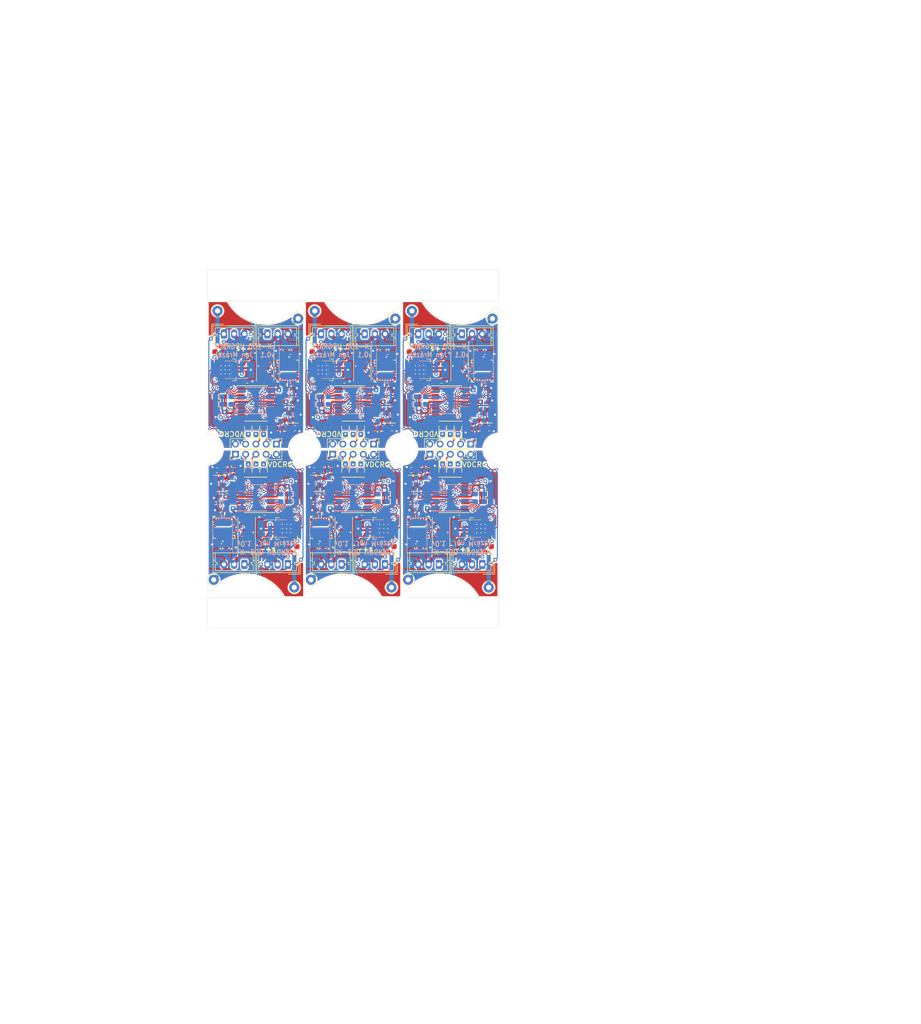
<source format=kicad_pcb>
(kicad_pcb (version 20171130) (host pcbnew 5.1.0-060a0da~80~ubuntu18.04.1)
  (layers (0 F.Cu signal) (31 B.Cu signal) (34 B.Paste user) (35 F.Paste user) (36 B.SilkS user) (37 F.SilkS user) (38 B.Mask user) (39 F.Mask user) (44 Edge.Cuts user))
  (net 0 "")
  (net 1 MODE1)
  (net 2 FAULT)
  (net 3 "Net-(R3-Pad2)")
  (net 4 "Net-(C2-Pad2)")
  (net 5 GND)
  (net 6 "Net-(C1-Pad1)")
  (net 7 "Net-(C1-Pad2)")
  (net 8 VCC)
  (net 9 "Net-(R2-Pad2)")
  (net 10 "Net-(R1-Pad1)")
  (net 11 ENABLE)
  (net 12 PWR)
  (net 13 PHASE)
  (net 14 "Net-(U2-Pad8)")
  (net 15 SCL)
  (net 16 "Net-(U2-Pad3)")
  (net 17 SDA)
  (net 18 "Net-(C8-Pad2)")
  (net 19 MPU-INT)
  (net 20 "Net-(C9-Pad1)")
  (net 21 "Net-(U3-Pad7)")
  (net 22 "Net-(U3-Pad6)")
  (net 23 SWCLK)
  (net 24 SWDIO)
  (net 25 +3V3)
  (net 26 CUR)
  (net 27 TX-RX)
  (net 28 BUS_VOLT)
  (net 29 RESET)
  (net 30 "Net-(D2-Pad2)")
  (net 31 "Net-(D2-Pad1)")
  (net 32 "Net-(D3-Pad2)")
  (net 33 "Net-(D3-Pad1)")
  (net 34 "Net-(D4-Pad2)")
  (net 35 "Net-(D4-Pad1)")
  (net 36 "Net-(D1-Pad2)")
  (net 37 "Net-(U2-Pad5)")
  (net 38 "Net-(U3-Pad11)")
  (net 39 /M+)
  (net 40 /M-)
  (module Capacitor_SMD:C_0603_1608Metric_Pad1.05x0.95mm_HandSolder (layer F.Cu) (at 194.75 78.75 180)
    (fp_text reference C8 hide)
    (fp_text value 2n2)
    (pad 2 smd roundrect (at 0.875 0 180) (size 1.05 0.95) (layers F.Cu F.Paste F.Mask) (net 18 "Net-(C8-Pad2)"))
    (pad 1 smd roundrect (at -0.875 0 180) (size 1.05 0.95) (layers F.Cu F.Paste F.Mask) (net 5 GND))
  )
  (module Resistor_SMD:R_0603_1608Metric_Pad1.05x0.95mm_HandSolder (layer B.Cu) (at 163.25 81.75)
    (fp_text reference R10 hide)
    (fp_text value 3k3)
    (pad 2 smd roundrect (at 0.875 0) (size 1.05 0.95) (layers B.Cu B.Paste B.Mask) (net 17 SDA))
    (pad 1 smd roundrect (at -0.875 0) (size 1.05 0.95) (layers B.Cu B.Paste B.Mask) (net 25 +3V3))
  )
  (module Resistor_SMD:R_2512_6332Metric_Pad1.52x3.35mm_HandSolder (layer B.Cu) (at 184.0125 75)
    (fp_text reference R2 hide)
    (fp_text value 100m)
    (pad 1 smd roundrect (at -2.9875 0) (size 1.525 3.35) (layers B.Cu B.Paste B.Mask) (roundrect_rratio 0.163934) (net 5 GND))
    (pad 2 smd roundrect (at 2.9875 0) (size 1.525 3.35) (layers B.Cu B.Paste B.Mask) (roundrect_rratio 0.163934) (net 9 "Net-(R2-Pad2)"))
  )
  (module Connector_Pin:Pin_D1.0mm_L10.0mm (layer F.Cu) (at 180.5 63.5 180)
    (fp_text reference J2 hide)
    (fp_text value M-)
    (pad 1 thru_hole circle (at 0 0 180) (size 2 2) (drill 1) (layers *.Cu *.Mask) (net 40 /M-))
  )
  (module Connector_PinHeader_2.00mm:PinHeader_1x05_P2.00mm_Vertical (layer F.Cu) (at 192 89.5 270)
    (fp_text reference J5 hide)
    (fp_text value SWD)
    (pad 1 thru_hole rect (at 0 0 270) (size 1.35 1.35) (drill 0.8) (layers *.Cu *.Mask) (net 25 +3V3))
    (pad 2 thru_hole oval (at 0 2 270) (size 1.35 1.35) (drill 0.8) (layers *.Cu *.Mask) (net 24 SWDIO))
    (pad 3 thru_hole oval (at 0 4 270) (size 1.35 1.35) (drill 0.8) (layers *.Cu *.Mask) (net 23 SWCLK))
    (pad 4 thru_hole oval (at 0 6 270) (size 1.35 1.35) (drill 0.8) (layers *.Cu *.Mask) (net 29 RESET))
    (pad 5 thru_hole oval (at 0 8 270) (size 1.35 1.35) (drill 0.8) (layers *.Cu *.Mask) (net 5 GND))
  )
  (module Capacitor_SMD:C_0603_1608Metric_Pad1.05x0.95mm_HandSolder (layer F.Cu) (at 180.875 71.5)
    (fp_text reference C1 hide)
    (fp_text value "100n 16V")
    (pad 1 smd roundrect (at -0.875 0) (size 1.05 0.95) (layers F.Cu F.Paste F.Mask) (net 6 "Net-(C1-Pad1)"))
    (pad 2 smd roundrect (at 0.875 0) (size 1.05 0.95) (layers F.Cu F.Paste F.Mask) (net 7 "Net-(C1-Pad2)"))
  )
  (module Capacitor_SMD:C_0603_1608Metric_Pad1.05x0.95mm_HandSolder (layer B.Cu) (at 192.5 79.75 90)
    (fp_text reference C4 hide)
    (fp_text value 470n)
    (pad 1 smd roundrect (at -0.875 0 90) (size 1.05 0.95) (layers B.Cu B.Paste B.Mask) (net 5 GND))
    (pad 2 smd roundrect (at 0.875 0 90) (size 1.05 0.95) (layers B.Cu B.Paste B.Mask) (net 12 PWR))
  )
  (module Resistor_SMD:R_0603_1608Metric_Pad1.05x0.95mm_HandSolder (layer B.Cu) (at 188 86.75 90)
    (fp_text reference R6 hide)
    (fp_text value 220R)
    (pad 1 smd roundrect (at -0.875 0 90) (size 1.05 0.95) (layers B.Cu B.Paste B.Mask) (net 31 "Net-(D2-Pad1)"))
    (pad 2 smd roundrect (at 0.875 0 90) (size 1.05 0.95) (layers B.Cu B.Paste B.Mask) (net 5 GND))
  )
  (module Resistor_SMD:R_0603_1608Metric_Pad1.05x0.95mm_HandSolder (layer B.Cu) (at 170.5 86.75 90)
    (fp_text reference R8 hide)
    (fp_text value 220R)
    (pad 2 smd roundrect (at 0.875 0 90) (size 1.05 0.95) (layers B.Cu B.Paste B.Mask) (net 5 GND))
    (pad 1 smd roundrect (at -0.875 0 90) (size 1.05 0.95) (layers B.Cu B.Paste B.Mask) (net 35 "Net-(D4-Pad1)"))
  )
  (module Resistor_SMD:R_0603_1608Metric_Pad1.05x0.95mm_HandSolder (layer F.Cu) (at 162 80.25 180)
    (fp_text reference R3 hide)
    (fp_text value 100k)
    (pad 2 smd roundrect (at 0.875 0 180) (size 1.05 0.95) (layers F.Cu F.Paste F.Mask) (net 3 "Net-(R3-Pad2)"))
    (pad 1 smd roundrect (at -0.875 0 180) (size 1.05 0.95) (layers F.Cu F.Paste F.Mask) (net 26 CUR))
  )
  (module Capacitor_SMD:C_0603_1608Metric_Pad1.05x0.95mm_HandSolder (layer F.Cu) (at 186.3 73.75 180)
    (fp_text reference C3 hide)
    (fp_text value "470n 16V")
    (pad 1 smd roundrect (at -0.875 0 180) (size 1.05 0.95) (layers F.Cu F.Paste F.Mask) (net 5 GND))
    (pad 2 smd roundrect (at 0.875 0 180) (size 1.05 0.95) (layers F.Cu F.Paste F.Mask) (net 8 VCC))
  )
  (module Capacitor_SMD:C_0603_1608Metric_Pad1.05x0.95mm_HandSolder (layer F.Cu) (at 186.3 72.25 180)
    (fp_text reference C2 hide)
    (fp_text value "100n 16V")
    (pad 1 smd roundrect (at -0.875 0 180) (size 1.05 0.95) (layers F.Cu F.Paste F.Mask) (net 8 VCC))
    (pad 2 smd roundrect (at 0.875 0 180) (size 1.05 0.95) (layers F.Cu F.Paste F.Mask) (net 4 "Net-(C2-Pad2)"))
  )
  (module Resistor_SMD:R_0603_1608Metric_Pad1.05x0.95mm_HandSolder (layer B.Cu) (at 186.5 86.75 90)
    (fp_text reference R7 hide)
    (fp_text value 220R)
    (pad 1 smd roundrect (at -0.875 0 90) (size 1.05 0.95) (layers B.Cu B.Paste B.Mask) (net 33 "Net-(D3-Pad1)"))
    (pad 2 smd roundrect (at 0.875 0 90) (size 1.05 0.95) (layers B.Cu B.Paste B.Mask) (net 5 GND))
  )
  (module Package_SO:TSSOP-20_4.4x6.5mm_P0.65mm (layer F.Cu) (at 188.05 81.575)
    (fp_text reference U4 hide)
    (fp_text value STM32L011F4Px)
    (pad 1 smd rect (at -2.95 -2.925) (size 1.45 0.45) (layers F.Cu F.Paste F.Mask) (net 12 PWR))
    (pad 2 smd rect (at -2.95 -2.275) (size 1.45 0.45) (layers F.Cu F.Paste F.Mask) (net 1 MODE1))
    (pad 3 smd rect (at -2.95 -1.625) (size 1.45 0.45) (layers F.Cu F.Paste F.Mask) (net 2 FAULT))
    (pad 4 smd rect (at -2.95 -0.975) (size 1.45 0.45) (layers F.Cu F.Paste F.Mask) (net 29 RESET))
    (pad 5 smd rect (at -2.95 -0.325) (size 1.45 0.45) (layers F.Cu F.Paste F.Mask) (net 25 +3V3))
    (pad 6 smd rect (at -2.95 0.325) (size 1.45 0.45) (layers F.Cu F.Paste F.Mask) (net 11 ENABLE))
    (pad 7 smd rect (at -2.95 0.975) (size 1.45 0.45) (layers F.Cu F.Paste F.Mask) (net 34 "Net-(D4-Pad2)"))
    (pad 8 smd rect (at -2.95 1.625) (size 1.45 0.45) (layers F.Cu F.Paste F.Mask) (net 30 "Net-(D2-Pad2)"))
    (pad 9 smd rect (at -2.95 2.275) (size 1.45 0.45) (layers F.Cu F.Paste F.Mask) (net 32 "Net-(D3-Pad2)"))
    (pad 10 smd rect (at -2.95 2.925) (size 1.45 0.45) (layers F.Cu F.Paste F.Mask) (net 27 TX-RX))
    (pad 11 smd rect (at 2.95 2.925) (size 1.45 0.45) (layers F.Cu F.Paste F.Mask) (net 28 BUS_VOLT))
    (pad 12 smd rect (at 2.95 2.275) (size 1.45 0.45) (layers F.Cu F.Paste F.Mask) (net 26 CUR))
    (pad 13 smd rect (at 2.95 1.625) (size 1.45 0.45) (layers F.Cu F.Paste F.Mask) (net 13 PHASE))
    (pad 14 smd rect (at 2.95 0.975) (size 1.45 0.45) (layers F.Cu F.Paste F.Mask) (net 19 MPU-INT))
    (pad 15 smd rect (at 2.95 0.325) (size 1.45 0.45) (layers F.Cu F.Paste F.Mask) (net 5 GND))
    (pad 16 smd rect (at 2.95 -0.325) (size 1.45 0.45) (layers F.Cu F.Paste F.Mask) (net 25 +3V3))
    (pad 17 smd rect (at 2.95 -0.975) (size 1.45 0.45) (layers F.Cu F.Paste F.Mask) (net 15 SCL))
    (pad 18 smd rect (at 2.95 -1.625) (size 1.45 0.45) (layers F.Cu F.Paste F.Mask) (net 17 SDA))
    (pad 19 smd rect (at 2.95 -2.275) (size 1.45 0.45) (layers F.Cu F.Paste F.Mask) (net 24 SWDIO))
    (pad 20 smd rect (at 2.95 -2.925) (size 1.45 0.45) (layers F.Cu F.Paste F.Mask) (net 23 SWCLK))
  )
  (module Resistor_SMD:R_0603_1608Metric_Pad1.05x0.95mm_HandSolder (layer F.Cu) (at 186.3 77.1)
    (fp_text reference R1 hide)
    (fp_text value 100k)
    (pad 1 smd roundrect (at -0.875 0) (size 1.05 0.95) (layers F.Cu F.Paste F.Mask) (net 10 "Net-(R1-Pad1)"))
    (pad 2 smd roundrect (at 0.875 0) (size 1.05 0.95) (layers F.Cu F.Paste F.Mask) (net 5 GND))
  )
  (module Package_TO_SOT_SMD:SOT-23-5 (layer F.Cu) (at 175.75 83.8 180)
    (fp_text reference U5 hide)
    (fp_text value AP7383-W5-3V3)
    (pad 5 smd rect (at 1.1 -0.95 180) (size 1.06 0.65) (layers F.Cu F.Paste F.Mask) (net 25 +3V3))
    (pad 4 smd rect (at 1.1 0.95 180) (size 1.06 0.65) (layers F.Cu F.Paste F.Mask))
    (pad 3 smd rect (at -1.1 0.95 180) (size 1.06 0.65) (layers F.Cu F.Paste F.Mask) (net 8 VCC))
    (pad 2 smd rect (at -1.1 0 180) (size 1.06 0.65) (layers F.Cu F.Paste F.Mask) (net 5 GND))
    (pad 1 smd rect (at -1.1 -0.95 180) (size 1.06 0.65) (layers F.Cu F.Paste F.Mask) (net 8 VCC))
  )
  (module Diode_SMD:D_2512_6332Metric (layer B.Cu) (at 175.5 73.25 90)
    (fp_text reference D1 hide)
    (fp_text value VS-30BQ015HM3)
    (pad 2 smd roundrect (at 2.9 0 90) (size 1.35 3.35) (layers B.Cu B.Paste B.Mask) (roundrect_rratio 0.185185) (net 36 "Net-(D1-Pad2)"))
    (pad 1 smd roundrect (at -2.9 0 90) (size 1.35 3.35) (layers B.Cu B.Paste B.Mask) (roundrect_rratio 0.185185) (net 8 VCC))
  )
  (module LED_SMD:LED_0603_1608Metric (layer F.Cu) (at 189.5 86.75 90)
    (fp_text reference D4 hide)
    (fp_text value BLUE)
    (pad 1 smd roundrect (at -0.7875 0 90) (size 0.875 0.95) (layers F.Cu F.Paste F.Mask) (net 35 "Net-(D4-Pad1)"))
    (pad 2 smd roundrect (at 0.7875 0 90) (size 0.875 0.95) (layers F.Cu F.Paste F.Mask) (net 34 "Net-(D4-Pad2)"))
  )
  (module Connector_Pin:Pin_D1.0mm_L10.0mm (layer F.Cu) (at 196.25 65 180)
    (fp_text reference J1 hide)
    (fp_text value M+)
    (pad 1 thru_hole circle (at 0 0 180) (size 2 2) (drill 1) (layers *.Cu *.Mask) (net 39 /M+))
  )
  (module Capacitor_SMD:C_0603_1608Metric_Pad1.05x0.95mm_HandSolder (layer F.Cu) (at 175.75 81.25 180)
    (fp_text reference C11 hide)
    (fp_text value 100n)
    (pad 2 smd roundrect (at 0.875 0 180) (size 1.05 0.95) (layers F.Cu F.Paste F.Mask) (net 25 +3V3))
    (pad 1 smd roundrect (at -0.875 0 180) (size 1.05 0.95) (layers F.Cu F.Paste F.Mask) (net 5 GND))
  )
  (module Resistor_SMD:R_0603_1608Metric_Pad1.05x0.95mm_HandSolder (layer B.Cu) (at 193.75 85 180)
    (fp_text reference R4 hide)
    (fp_text value 500k)
    (pad 1 smd roundrect (at -0.875 0 180) (size 1.05 0.95) (layers B.Cu B.Paste B.Mask) (net 8 VCC))
    (pad 2 smd roundrect (at 0.875 0 180) (size 1.05 0.95) (layers B.Cu B.Paste B.Mask) (net 28 BUS_VOLT))
  )
  (module Resistor_SMD:R_0603_1608Metric_Pad1.05x0.95mm_HandSolder (layer B.Cu) (at 193.75 86.5)
    (fp_text reference R5 hide)
    (fp_text value 100k)
    (pad 1 smd roundrect (at -0.875 0) (size 1.05 0.95) (layers B.Cu B.Paste B.Mask) (net 28 BUS_VOLT))
    (pad 2 smd roundrect (at 0.875 0) (size 1.05 0.95) (layers B.Cu B.Paste B.Mask) (net 5 GND))
  )
  (module Connector_Molex:Molex_Micro-Latch_53253-0370_1x03_P2.00mm_Vertical (layer F.Cu) (at 181.75 68)
    (fp_text reference J3 hide)
    (fp_text value IN-1)
    (pad 1 thru_hole roundrect (at 0 0) (size 1.2 1.8) (drill 0.8) (layers *.Cu *.Mask) (roundrect_rratio 0.208333) (net 27 TX-RX))
    (pad 2 thru_hole oval (at 2 0) (size 1.2 1.8) (drill 0.8) (layers *.Cu *.Mask) (net 36 "Net-(D1-Pad2)"))
    (pad 3 thru_hole oval (at 4 0) (size 1.2 1.8) (drill 0.8) (layers *.Cu *.Mask) (net 5 GND))
  )
  (module Capacitor_SMD:C_0603_1608Metric_Pad1.05x0.95mm_HandSolder (layer F.Cu) (at 175.75 71.5)
    (fp_text reference C9 hide)
    (fp_text value 100n)
    (pad 2 smd roundrect (at 0.875 0) (size 1.05 0.95) (layers F.Cu F.Paste F.Mask) (net 5 GND))
    (pad 1 smd roundrect (at -0.875 0) (size 1.05 0.95) (layers F.Cu F.Paste F.Mask) (net 20 "Net-(C9-Pad1)"))
  )
  (module Sensor_Motion:InvenSense_QFN-24_4x4mm_P0.5mm (layer F.Cu) (at 156.25 75.25 180)
    (fp_text reference U3 hide)
    (fp_text value MPU-6050)
    (pad 1 smd roundrect (at -1.95 -1.25 180) (size 0.85 0.3) (layers F.Cu F.Paste F.Mask) (net 5 GND))
    (pad 2 smd roundrect (at -1.95 -0.75 180) (size 0.85 0.3) (layers F.Cu F.Paste F.Mask))
    (pad 3 smd roundrect (at -1.95 -0.25 180) (size 0.85 0.3) (layers F.Cu F.Paste F.Mask))
    (pad 4 smd roundrect (at -1.95 0.25 180) (size 0.85 0.3) (layers F.Cu F.Paste F.Mask))
    (pad 5 smd roundrect (at -1.95 0.75 180) (size 0.85 0.3) (layers F.Cu F.Paste F.Mask))
    (pad 6 smd roundrect (at -1.95 1.25 180) (size 0.85 0.3) (layers F.Cu F.Paste F.Mask) (net 22 "Net-(U3-Pad6)"))
    (pad 7 smd roundrect (at -1.25 1.95 270) (size 0.85 0.3) (layers F.Cu F.Paste F.Mask) (net 21 "Net-(U3-Pad7)"))
    (pad 8 smd roundrect (at -0.75 1.95 270) (size 0.85 0.3) (layers F.Cu F.Paste F.Mask) (net 12 PWR))
    (pad 9 smd roundrect (at -0.25 1.95 270) (size 0.85 0.3) (layers F.Cu F.Paste F.Mask) (net 5 GND))
    (pad 10 smd roundrect (at 0.25 1.95 270) (size 0.85 0.3) (layers F.Cu F.Paste F.Mask) (net 20 "Net-(C9-Pad1)"))
    (pad 11 smd roundrect (at 0.75 1.95 270) (size 0.85 0.3) (layers F.Cu F.Paste F.Mask) (net 38 "Net-(U3-Pad11)"))
    (pad 12 smd roundrect (at 1.25 1.95 270) (size 0.85 0.3) (layers F.Cu F.Paste F.Mask) (net 19 MPU-INT))
    (pad 13 smd roundrect (at 1.95 1.25 180) (size 0.85 0.3) (layers F.Cu F.Paste F.Mask) (net 12 PWR))
    (pad 14 smd roundrect (at 1.95 0.75 180) (size 0.85 0.3) (layers F.Cu F.Paste F.Mask))
    (pad 15 smd roundrect (at 1.95 0.25 180) (size 0.85 0.3) (layers F.Cu F.Paste F.Mask))
    (pad 16 smd roundrect (at 1.95 -0.25 180) (size 0.85 0.3) (layers F.Cu F.Paste F.Mask))
    (pad 17 smd roundrect (at 1.95 -0.75 180) (size 0.85 0.3) (layers F.Cu F.Paste F.Mask))
    (pad 18 smd roundrect (at 1.95 -1.25 180) (size 0.85 0.3) (layers F.Cu F.Paste F.Mask) (net 5 GND))
    (pad 19 smd roundrect (at 1.25 -1.95 270) (size 0.85 0.3) (layers F.Cu F.Paste F.Mask))
    (pad 20 smd roundrect (at 0.75 -1.95 270) (size 0.85 0.3) (layers F.Cu F.Paste F.Mask) (net 18 "Net-(C8-Pad2)"))
    (pad 21 smd roundrect (at 0.25 -1.95 270) (size 0.85 0.3) (layers F.Cu F.Paste F.Mask))
    (pad 22 smd roundrect (at -0.25 -1.95 270) (size 0.85 0.3) (layers F.Cu F.Paste F.Mask))
    (pad 23 smd roundrect (at -0.75 -1.95 270) (size 0.85 0.3) (layers F.Cu F.Paste F.Mask) (net 15 SCL))
    (pad 24 smd roundrect (at -1.25 -1.95 270) (size 0.85 0.3) (layers F.Cu F.Paste F.Mask) (net 17 SDA))
  )
  (module LED_SMD:LED_0603_1608Metric (layer F.Cu) (at 150 86.75 90)
    (fp_text reference D2 hide)
    (fp_text value RED)
    (pad 1 smd roundrect (at -0.7875 0 90) (size 0.875 0.95) (layers F.Cu F.Paste F.Mask) (net 31 "Net-(D2-Pad1)"))
    (pad 2 smd roundrect (at 0.7875 0 90) (size 0.875 0.95) (layers F.Cu F.Paste F.Mask) (net 30 "Net-(D2-Pad2)"))
  )
  (module Connector_Molex:Molex_Micro-Latch_53253-0370_1x03_P2.00mm_Vertical (layer F.Cu) (at 190.25 68)
    (fp_text reference J4 hide)
    (fp_text value IN-2)
    (pad 3 thru_hole oval (at 4 0) (size 1.2 1.8) (drill 0.8) (layers *.Cu *.Mask) (net 5 GND))
    (pad 2 thru_hole oval (at 2 0) (size 1.2 1.8) (drill 0.8) (layers *.Cu *.Mask) (net 36 "Net-(D1-Pad2)"))
    (pad 1 thru_hole roundrect (at 0 0) (size 1.2 1.8) (drill 0.8) (layers *.Cu *.Mask) (roundrect_rratio 0.208333) (net 27 TX-RX))
  )
  (module Package_SO:SOIC-8_3.9x4.9mm_P1.27mm (layer B.Cu) (at 188 81 180)
    (fp_text reference U2 hide)
    (fp_text value AS5600)
    (pad 1 smd rect (at -2.7 1.905 180) (size 1.55 0.6) (layers B.Cu B.Paste B.Mask) (net 12 PWR))
    (pad 2 smd rect (at -2.7 0.635 180) (size 1.55 0.6) (layers B.Cu B.Paste B.Mask) (net 12 PWR))
    (pad 3 smd rect (at -2.7 -0.635 180) (size 1.55 0.6) (layers B.Cu B.Paste B.Mask) (net 16 "Net-(U2-Pad3)"))
    (pad 4 smd rect (at -2.7 -1.905 180) (size 1.55 0.6) (layers B.Cu B.Paste B.Mask) (net 5 GND))
    (pad 5 smd rect (at 2.7 -1.905 180) (size 1.55 0.6) (layers B.Cu B.Paste B.Mask) (net 37 "Net-(U2-Pad5)"))
    (pad 6 smd rect (at 2.7 -0.635 180) (size 1.55 0.6) (layers B.Cu B.Paste B.Mask) (net 17 SDA))
    (pad 7 smd rect (at 2.7 0.635 180) (size 1.55 0.6) (layers B.Cu B.Paste B.Mask) (net 15 SCL))
    (pad 8 smd rect (at 2.7 1.905 180) (size 1.55 0.6) (layers B.Cu B.Paste B.Mask) (net 14 "Net-(U2-Pad8)"))
  )
  (module Capacitor_SMD:C_0603_1608Metric_Pad1.05x0.95mm_HandSolder (layer F.Cu) (at 181 81.75 180)
    (fp_text reference C7 hide)
    (fp_text value 1n)
    (pad 1 smd roundrect (at -0.875 0 180) (size 1.05 0.95) (layers F.Cu F.Paste F.Mask) (net 26 CUR))
    (pad 2 smd roundrect (at 0.875 0 180) (size 1.05 0.95) (layers F.Cu F.Paste F.Mask) (net 5 GND))
  )
  (module Capacitor_Tantalum_SMD:CP_EIA-6032-28_Kemet-C (layer F.Cu) (at 189.8 74.2 270)
    (fp_text reference C5 hide)
    (fp_text value 47U)
    (pad 1 smd roundrect (at -2.4625 0 270) (size 2.075 2.35) (layers F.Cu F.Paste F.Mask) (roundrect_rratio 0.120482) (net 8 VCC))
    (pad 2 smd roundrect (at 2.4625 0 270) (size 2.075 2.35) (layers F.Cu F.Paste F.Mask) (roundrect_rratio 0.120482) (net 5 GND))
  )
  (module Package_DFN_QFN:Texas_S-PWQFN-N16_EP2.1x2.1mm_ThermalVias (layer F.Cu) (at 182 75 90)
    (fp_text reference U1 hide)
    (fp_text value DRV8801A-Q1)
    (pad 17 smd roundrect (at 0 0 90) (size 2.1 2.1) (layers F.Cu F.Mask) (roundrect_rratio 0.119048) (net 5 GND))
    (pad 17 thru_hole circle (at -0.8 -0.8 90) (size 0.5 0.5) (drill 0.2) (layers *.Cu) (net 5 GND))
    (pad 17 thru_hole circle (at 0 -0.8 90) (size 0.5 0.5) (drill 0.2) (layers *.Cu) (net 5 GND))
    (pad 17 thru_hole circle (at 0.8 -0.8 90) (size 0.5 0.5) (drill 0.2) (layers *.Cu) (net 5 GND))
    (pad 17 thru_hole circle (at -0.8 0 90) (size 0.5 0.5) (drill 0.2) (layers *.Cu) (net 5 GND))
    (pad 17 thru_hole circle (at 0 0 90) (size 0.5 0.5) (drill 0.2) (layers *.Cu) (net 5 GND))
    (pad 17 thru_hole circle (at 0.8 0 90) (size 0.5 0.5) (drill 0.2) (layers *.Cu) (net 5 GND))
    (pad 17 thru_hole circle (at -0.8 0.8 90) (size 0.5 0.5) (drill 0.2) (layers *.Cu) (net 5 GND))
    (pad 17 thru_hole circle (at 0 0.8 90) (size 0.5 0.5) (drill 0.2) (layers *.Cu) (net 5 GND))
    (pad 17 thru_hole circle (at 0.8 0.8 90) (size 0.5 0.5) (drill 0.2) (layers *.Cu) (net 5 GND))
    (pad 17 smd roundrect (at 0 0 90) (size 2.1 2.1) (layers B.Cu) (roundrect_rratio 0.119048) (net 5 GND))
    (pad 1 smd roundrect (at -1.8625 -0.975 90) (size 1.025 0.35) (layers F.Cu F.Paste F.Mask) (net 13 PHASE))
    (pad 2 smd roundrect (at -1.8625 -0.325 90) (size 1.025 0.35) (layers F.Cu F.Paste F.Mask) (net 5 GND))
    (pad 3 smd roundrect (at -1.8625 0.325 90) (size 1.025 0.35) (layers F.Cu F.Paste F.Mask) (net 12 PWR))
    (pad 4 smd roundrect (at -1.8625 0.975 90) (size 1.025 0.35) (layers F.Cu F.Paste F.Mask) (net 11 ENABLE))
    (pad 5 smd roundrect (at -0.975 1.8625 90) (size 0.35 1.025) (layers F.Cu F.Paste F.Mask) (net 10 "Net-(R1-Pad1)"))
    (pad 6 smd roundrect (at -0.325 1.8625 90) (size 0.35 1.025) (layers F.Cu F.Paste F.Mask) (net 39 /M+))
    (pad 7 smd roundrect (at 0.325 1.8625 90) (size 0.35 1.025) (layers F.Cu F.Paste F.Mask) (net 9 "Net-(R2-Pad2)"))
    (pad 8 smd roundrect (at 0.975 1.8625 90) (size 0.35 1.025) (layers F.Cu F.Paste F.Mask) (net 8 VCC))
    (pad 9 smd roundrect (at 1.8625 0.975 90) (size 1.025 0.35) (layers F.Cu F.Paste F.Mask) (net 40 /M-))
    (pad 10 smd roundrect (at 1.8625 0.325 90) (size 1.025 0.35) (layers F.Cu F.Paste F.Mask) (net 7 "Net-(C1-Pad2)"))
    (pad 11 smd roundrect (at 1.8625 -0.325 90) (size 1.025 0.35) (layers F.Cu F.Paste F.Mask) (net 6 "Net-(C1-Pad1)"))
    (pad 12 smd roundrect (at 1.8625 -0.975 90) (size 1.025 0.35) (layers F.Cu F.Paste F.Mask) (net 5 GND))
    (pad 13 smd roundrect (at 0.975 -1.8625 90) (size 0.35 1.025) (layers F.Cu F.Paste F.Mask) (net 4 "Net-(C2-Pad2)"))
    (pad 14 smd roundrect (at 0.325 -1.8625 90) (size 0.35 1.025) (layers F.Cu F.Paste F.Mask) (net 3 "Net-(R3-Pad2)"))
    (pad 15 smd roundrect (at -0.325 -1.8625 90) (size 0.35 1.025) (layers F.Cu F.Paste F.Mask) (net 2 FAULT))
    (pad 16 smd roundrect (at -0.975 -1.8625 90) (size 0.35 1.025) (layers F.Cu F.Paste F.Mask) (net 1 MODE1))
  )
  (module Resistor_SMD:R_0603_1608Metric_Pad1.05x0.95mm_HandSolder (layer B.Cu) (at 155.75 86.5)
    (fp_text reference R5 hide)
    (fp_text value 100k)
    (pad 1 smd roundrect (at -0.875 0) (size 1.05 0.95) (layers B.Cu B.Paste B.Mask) (net 28 BUS_VOLT))
    (pad 2 smd roundrect (at 0.875 0) (size 1.05 0.95) (layers B.Cu B.Paste B.Mask) (net 5 GND))
  )
  (module LED_SMD:LED_0603_1608Metric (layer F.Cu) (at 188 86.75 90)
    (fp_text reference D2 hide)
    (fp_text value RED)
    (pad 1 smd roundrect (at -0.7875 0 90) (size 0.875 0.95) (layers F.Cu F.Paste F.Mask) (net 31 "Net-(D2-Pad1)"))
    (pad 2 smd roundrect (at 0.7875 0 90) (size 0.875 0.95) (layers F.Cu F.Paste F.Mask) (net 30 "Net-(D2-Pad2)"))
  )
  (module Capacitor_SMD:C_0603_1608Metric_Pad1.05x0.95mm_HandSolder (layer F.Cu) (at 192.25 86.4 180)
    (fp_text reference C14 hide)
    (fp_text value 1u)
    (pad 1 smd roundrect (at -0.875 0 180) (size 1.05 0.95) (layers F.Cu F.Paste F.Mask) (net 25 +3V3))
    (pad 2 smd roundrect (at 0.875 0 180) (size 1.05 0.95) (layers F.Cu F.Paste F.Mask) (net 5 GND))
  )
  (module Capacitor_SMD:C_0603_1608Metric_Pad1.05x0.95mm_HandSolder (layer F.Cu) (at 195.625 86.4)
    (fp_text reference C13 hide)
    (fp_text value 1u)
    (pad 1 smd roundrect (at -0.875 0) (size 1.05 0.95) (layers F.Cu F.Paste F.Mask) (net 8 VCC))
    (pad 2 smd roundrect (at 0.875 0) (size 1.05 0.95) (layers F.Cu F.Paste F.Mask) (net 5 GND))
  )
  (module Sensor_Motion:InvenSense_QFN-24_4x4mm_P0.5mm (layer F.Cu) (at 194.25 75.25 180)
    (fp_text reference U3 hide)
    (fp_text value MPU-6050)
    (pad 1 smd roundrect (at -1.95 -1.25 180) (size 0.85 0.3) (layers F.Cu F.Paste F.Mask) (net 5 GND))
    (pad 2 smd roundrect (at -1.95 -0.75 180) (size 0.85 0.3) (layers F.Cu F.Paste F.Mask))
    (pad 3 smd roundrect (at -1.95 -0.25 180) (size 0.85 0.3) (layers F.Cu F.Paste F.Mask))
    (pad 4 smd roundrect (at -1.95 0.25 180) (size 0.85 0.3) (layers F.Cu F.Paste F.Mask))
    (pad 5 smd roundrect (at -1.95 0.75 180) (size 0.85 0.3) (layers F.Cu F.Paste F.Mask))
    (pad 6 smd roundrect (at -1.95 1.25 180) (size 0.85 0.3) (layers F.Cu F.Paste F.Mask) (net 22 "Net-(U3-Pad6)"))
    (pad 7 smd roundrect (at -1.25 1.95 270) (size 0.85 0.3) (layers F.Cu F.Paste F.Mask) (net 21 "Net-(U3-Pad7)"))
    (pad 8 smd roundrect (at -0.75 1.95 270) (size 0.85 0.3) (layers F.Cu F.Paste F.Mask) (net 12 PWR))
    (pad 9 smd roundrect (at -0.25 1.95 270) (size 0.85 0.3) (layers F.Cu F.Paste F.Mask) (net 5 GND))
    (pad 10 smd roundrect (at 0.25 1.95 270) (size 0.85 0.3) (layers F.Cu F.Paste F.Mask) (net 20 "Net-(C9-Pad1)"))
    (pad 11 smd roundrect (at 0.75 1.95 270) (size 0.85 0.3) (layers F.Cu F.Paste F.Mask) (net 38 "Net-(U3-Pad11)"))
    (pad 12 smd roundrect (at 1.25 1.95 270) (size 0.85 0.3) (layers F.Cu F.Paste F.Mask) (net 19 MPU-INT))
    (pad 13 smd roundrect (at 1.95 1.25 180) (size 0.85 0.3) (layers F.Cu F.Paste F.Mask) (net 12 PWR))
    (pad 14 smd roundrect (at 1.95 0.75 180) (size 0.85 0.3) (layers F.Cu F.Paste F.Mask))
    (pad 15 smd roundrect (at 1.95 0.25 180) (size 0.85 0.3) (layers F.Cu F.Paste F.Mask))
    (pad 16 smd roundrect (at 1.95 -0.25 180) (size 0.85 0.3) (layers F.Cu F.Paste F.Mask))
    (pad 17 smd roundrect (at 1.95 -0.75 180) (size 0.85 0.3) (layers F.Cu F.Paste F.Mask))
    (pad 18 smd roundrect (at 1.95 -1.25 180) (size 0.85 0.3) (layers F.Cu F.Paste F.Mask) (net 5 GND))
    (pad 19 smd roundrect (at 1.25 -1.95 270) (size 0.85 0.3) (layers F.Cu F.Paste F.Mask))
    (pad 20 smd roundrect (at 0.75 -1.95 270) (size 0.85 0.3) (layers F.Cu F.Paste F.Mask) (net 18 "Net-(C8-Pad2)"))
    (pad 21 smd roundrect (at 0.25 -1.95 270) (size 0.85 0.3) (layers F.Cu F.Paste F.Mask))
    (pad 22 smd roundrect (at -0.25 -1.95 270) (size 0.85 0.3) (layers F.Cu F.Paste F.Mask))
    (pad 23 smd roundrect (at -0.75 -1.95 270) (size 0.85 0.3) (layers F.Cu F.Paste F.Mask) (net 15 SCL))
    (pad 24 smd roundrect (at -1.25 -1.95 270) (size 0.85 0.3) (layers F.Cu F.Paste F.Mask) (net 17 SDA))
  )
  (module Capacitor_SMD:C_0603_1608Metric_Pad1.05x0.95mm_HandSolder (layer F.Cu) (at 181 83.25)
    (fp_text reference C10 hide)
    (fp_text value 470n)
    (pad 1 smd roundrect (at -0.875 0) (size 1.05 0.95) (layers F.Cu F.Paste F.Mask) (net 5 GND))
    (pad 2 smd roundrect (at 0.875 0) (size 1.05 0.95) (layers F.Cu F.Paste F.Mask) (net 25 +3V3))
  )
  (module Capacitor_SMD:C_0603_1608Metric_Pad1.05x0.95mm_HandSolder (layer B.Cu) (at 190.75 74)
    (fp_text reference C6 hide)
    (fp_text value 470n)
    (pad 1 smd roundrect (at -0.875 0) (size 1.05 0.95) (layers B.Cu B.Paste B.Mask) (net 5 GND))
    (pad 2 smd roundrect (at 0.875 0) (size 1.05 0.95) (layers B.Cu B.Paste B.Mask) (net 12 PWR))
  )
  (module Capacitor_SMD:C_0603_1608Metric_Pad1.05x0.95mm_HandSolder (layer F.Cu) (at 194.75 71.5)
    (fp_text reference C9 hide)
    (fp_text value 100n)
    (pad 1 smd roundrect (at -0.875 0) (size 1.05 0.95) (layers F.Cu F.Paste F.Mask) (net 20 "Net-(C9-Pad1)"))
    (pad 2 smd roundrect (at 0.875 0) (size 1.05 0.95) (layers F.Cu F.Paste F.Mask) (net 5 GND))
  )
  (module LED_SMD:LED_0603_1608Metric (layer F.Cu) (at 186.5 86.75 90)
    (fp_text reference D3 hide)
    (fp_text value GREEN)
    (pad 1 smd roundrect (at -0.7875 0 90) (size 0.875 0.95) (layers F.Cu F.Paste F.Mask) (net 33 "Net-(D3-Pad1)"))
    (pad 2 smd roundrect (at 0.7875 0 90) (size 0.875 0.95) (layers F.Cu F.Paste F.Mask) (net 32 "Net-(D3-Pad2)"))
  )
  (module Resistor_SMD:R_0603_1608Metric_Pad1.05x0.95mm_HandSolder (layer F.Cu) (at 181 80.25 180)
    (fp_text reference R3 hide)
    (fp_text value 100k)
    (pad 1 smd roundrect (at -0.875 0 180) (size 1.05 0.95) (layers F.Cu F.Paste F.Mask) (net 26 CUR))
    (pad 2 smd roundrect (at 0.875 0 180) (size 1.05 0.95) (layers F.Cu F.Paste F.Mask) (net 3 "Net-(R3-Pad2)"))
  )
  (module Connector_Molex:Molex_Micro-Latch_53253-0370_1x03_P2.00mm_Vertical (layer F.Cu) (at 143.75 68)
    (fp_text reference J3 hide)
    (fp_text value IN-1)
    (pad 1 thru_hole roundrect (at 0 0) (size 1.2 1.8) (drill 0.8) (layers *.Cu *.Mask) (roundrect_rratio 0.208333) (net 27 TX-RX))
    (pad 2 thru_hole oval (at 2 0) (size 1.2 1.8) (drill 0.8) (layers *.Cu *.Mask) (net 36 "Net-(D1-Pad2)"))
    (pad 3 thru_hole oval (at 4 0) (size 1.2 1.8) (drill 0.8) (layers *.Cu *.Mask) (net 5 GND))
  )
  (module Diode_SMD:D_2512_6332Metric (layer B.Cu) (at 194.5 73.25 90)
    (fp_text reference D1 hide)
    (fp_text value VS-30BQ015HM3)
    (pad 1 smd roundrect (at -2.9 0 90) (size 1.35 3.35) (layers B.Cu B.Paste B.Mask) (roundrect_rratio 0.185185) (net 8 VCC))
    (pad 2 smd roundrect (at 2.9 0 90) (size 1.35 3.35) (layers B.Cu B.Paste B.Mask) (roundrect_rratio 0.185185) (net 36 "Net-(D1-Pad2)"))
  )
  (module Resistor_SMD:R_0603_1608Metric_Pad1.05x0.95mm_HandSolder (layer B.Cu) (at 163.25 80.25)
    (fp_text reference R9 hide)
    (fp_text value 3k3)
    (pad 2 smd roundrect (at 0.875 0) (size 1.05 0.95) (layers B.Cu B.Paste B.Mask) (net 15 SCL))
    (pad 1 smd roundrect (at -0.875 0) (size 1.05 0.95) (layers B.Cu B.Paste B.Mask) (net 25 +3V3))
  )
  (module Capacitor_SMD:C_0603_1608Metric_Pad1.05x0.95mm_HandSolder (layer F.Cu) (at 194.75 81.25 180)
    (fp_text reference C11 hide)
    (fp_text value 100n)
    (pad 1 smd roundrect (at -0.875 0 180) (size 1.05 0.95) (layers F.Cu F.Paste F.Mask) (net 5 GND))
    (pad 2 smd roundrect (at 0.875 0 180) (size 1.05 0.95) (layers F.Cu F.Paste F.Mask) (net 25 +3V3))
  )
  (module Resistor_SMD:R_0603_1608Metric_Pad1.05x0.95mm_HandSolder (layer B.Cu) (at 182.25 81.75)
    (fp_text reference R10 hide)
    (fp_text value 3k3)
    (pad 1 smd roundrect (at -0.875 0) (size 1.05 0.95) (layers B.Cu B.Paste B.Mask) (net 25 +3V3))
    (pad 2 smd roundrect (at 0.875 0) (size 1.05 0.95) (layers B.Cu B.Paste B.Mask) (net 17 SDA))
  )
  (module Capacitor_SMD:C_0603_1608Metric_Pad1.05x0.95mm_HandSolder (layer F.Cu) (at 176.625 86.4)
    (fp_text reference C13 hide)
    (fp_text value 1u)
    (pad 2 smd roundrect (at 0.875 0) (size 1.05 0.95) (layers F.Cu F.Paste F.Mask) (net 5 GND))
    (pad 1 smd roundrect (at -0.875 0) (size 1.05 0.95) (layers F.Cu F.Paste F.Mask) (net 8 VCC))
  )
  (module Capacitor_SMD:C_0603_1608Metric_Pad1.05x0.95mm_HandSolder (layer B.Cu) (at 171.75 74)
    (fp_text reference C6 hide)
    (fp_text value 470n)
    (pad 2 smd roundrect (at 0.875 0) (size 1.05 0.95) (layers B.Cu B.Paste B.Mask) (net 12 PWR))
    (pad 1 smd roundrect (at -0.875 0) (size 1.05 0.95) (layers B.Cu B.Paste B.Mask) (net 5 GND))
  )
  (module Resistor_SMD:R_2512_6332Metric_Pad1.52x3.35mm_HandSolder (layer B.Cu) (at 146.0125 75)
    (fp_text reference R2 hide)
    (fp_text value 100m)
    (pad 1 smd roundrect (at -2.9875 0) (size 1.525 3.35) (layers B.Cu B.Paste B.Mask) (roundrect_rratio 0.163934) (net 5 GND))
    (pad 2 smd roundrect (at 2.9875 0) (size 1.525 3.35) (layers B.Cu B.Paste B.Mask) (roundrect_rratio 0.163934) (net 9 "Net-(R2-Pad2)"))
  )
  (module Connector_PinHeader_2.00mm:PinHeader_1x05_P2.00mm_Vertical (layer F.Cu) (at 154 89.5 270)
    (fp_text reference J5 hide)
    (fp_text value SWD)
    (pad 1 thru_hole rect (at 0 0 270) (size 1.35 1.35) (drill 0.8) (layers *.Cu *.Mask) (net 25 +3V3))
    (pad 2 thru_hole oval (at 0 2 270) (size 1.35 1.35) (drill 0.8) (layers *.Cu *.Mask) (net 24 SWDIO))
    (pad 3 thru_hole oval (at 0 4 270) (size 1.35 1.35) (drill 0.8) (layers *.Cu *.Mask) (net 23 SWCLK))
    (pad 4 thru_hole oval (at 0 6 270) (size 1.35 1.35) (drill 0.8) (layers *.Cu *.Mask) (net 29 RESET))
    (pad 5 thru_hole oval (at 0 8 270) (size 1.35 1.35) (drill 0.8) (layers *.Cu *.Mask) (net 5 GND))
  )
  (module Package_DFN_QFN:Texas_S-PWQFN-N16_EP2.1x2.1mm_ThermalVias (layer F.Cu) (at 163 75 90)
    (fp_text reference U1 hide)
    (fp_text value DRV8801A-Q1)
    (pad 16 smd roundrect (at -0.975 -1.8625 90) (size 0.35 1.025) (layers F.Cu F.Paste F.Mask) (net 1 MODE1))
    (pad 15 smd roundrect (at -0.325 -1.8625 90) (size 0.35 1.025) (layers F.Cu F.Paste F.Mask) (net 2 FAULT))
    (pad 14 smd roundrect (at 0.325 -1.8625 90) (size 0.35 1.025) (layers F.Cu F.Paste F.Mask) (net 3 "Net-(R3-Pad2)"))
    (pad 13 smd roundrect (at 0.975 -1.8625 90) (size 0.35 1.025) (layers F.Cu F.Paste F.Mask) (net 4 "Net-(C2-Pad2)"))
    (pad 12 smd roundrect (at 1.8625 -0.975 90) (size 1.025 0.35) (layers F.Cu F.Paste F.Mask) (net 5 GND))
    (pad 11 smd roundrect (at 1.8625 -0.325 90) (size 1.025 0.35) (layers F.Cu F.Paste F.Mask) (net 6 "Net-(C1-Pad1)"))
    (pad 10 smd roundrect (at 1.8625 0.325 90) (size 1.025 0.35) (layers F.Cu F.Paste F.Mask) (net 7 "Net-(C1-Pad2)"))
    (pad 9 smd roundrect (at 1.8625 0.975 90) (size 1.025 0.35) (layers F.Cu F.Paste F.Mask) (net 40 /M-))
    (pad 8 smd roundrect (at 0.975 1.8625 90) (size 0.35 1.025) (layers F.Cu F.Paste F.Mask) (net 8 VCC))
    (pad 7 smd roundrect (at 0.325 1.8625 90) (size 0.35 1.025) (layers F.Cu F.Paste F.Mask) (net 9 "Net-(R2-Pad2)"))
    (pad 6 smd roundrect (at -0.325 1.8625 90) (size 0.35 1.025) (layers F.Cu F.Paste F.Mask) (net 39 /M+))
    (pad 5 smd roundrect (at -0.975 1.8625 90) (size 0.35 1.025) (layers F.Cu F.Paste F.Mask) (net 10 "Net-(R1-Pad1)"))
    (pad 4 smd roundrect (at -1.8625 0.975 90) (size 1.025 0.35) (layers F.Cu F.Paste F.Mask) (net 11 ENABLE))
    (pad 3 smd roundrect (at -1.8625 0.325 90) (size 1.025 0.35) (layers F.Cu F.Paste F.Mask) (net 12 PWR))
    (pad 2 smd roundrect (at -1.8625 -0.325 90) (size 1.025 0.35) (layers F.Cu F.Paste F.Mask) (net 5 GND))
    (pad 1 smd roundrect (at -1.8625 -0.975 90) (size 1.025 0.35) (layers F.Cu F.Paste F.Mask) (net 13 PHASE))
    (pad 17 smd roundrect (at 0 0 90) (size 2.1 2.1) (layers B.Cu) (roundrect_rratio 0.119048) (net 5 GND))
    (pad 17 thru_hole circle (at 0.8 0.8 90) (size 0.5 0.5) (drill 0.2) (layers *.Cu) (net 5 GND))
    (pad 17 thru_hole circle (at 0 0.8 90) (size 0.5 0.5) (drill 0.2) (layers *.Cu) (net 5 GND))
    (pad 17 thru_hole circle (at -0.8 0.8 90) (size 0.5 0.5) (drill 0.2) (layers *.Cu) (net 5 GND))
    (pad 17 thru_hole circle (at 0.8 0 90) (size 0.5 0.5) (drill 0.2) (layers *.Cu) (net 5 GND))
    (pad 17 thru_hole circle (at 0 0 90) (size 0.5 0.5) (drill 0.2) (layers *.Cu) (net 5 GND))
    (pad 17 thru_hole circle (at -0.8 0 90) (size 0.5 0.5) (drill 0.2) (layers *.Cu) (net 5 GND))
    (pad 17 thru_hole circle (at 0.8 -0.8 90) (size 0.5 0.5) (drill 0.2) (layers *.Cu) (net 5 GND))
    (pad 17 thru_hole circle (at 0 -0.8 90) (size 0.5 0.5) (drill 0.2) (layers *.Cu) (net 5 GND))
    (pad 17 thru_hole circle (at -0.8 -0.8 90) (size 0.5 0.5) (drill 0.2) (layers *.Cu) (net 5 GND))
    (pad 17 smd roundrect (at 0 0 90) (size 2.1 2.1) (layers F.Cu F.Mask) (roundrect_rratio 0.119048) (net 5 GND))
  )
  (module Connector_Molex:Molex_Micro-Latch_53253-0370_1x03_P2.00mm_Vertical (layer F.Cu) (at 171.25 68)
    (fp_text reference J4 hide)
    (fp_text value IN-2)
    (pad 1 thru_hole roundrect (at 0 0) (size 1.2 1.8) (drill 0.8) (layers *.Cu *.Mask) (roundrect_rratio 0.208333) (net 27 TX-RX))
    (pad 2 thru_hole oval (at 2 0) (size 1.2 1.8) (drill 0.8) (layers *.Cu *.Mask) (net 36 "Net-(D1-Pad2)"))
    (pad 3 thru_hole oval (at 4 0) (size 1.2 1.8) (drill 0.8) (layers *.Cu *.Mask) (net 5 GND))
  )
  (module Capacitor_SMD:C_0603_1608Metric_Pad1.05x0.95mm_HandSolder (layer F.Cu) (at 175.75 78.75 180)
    (fp_text reference C8 hide)
    (fp_text value 2n2)
    (pad 1 smd roundrect (at -0.875 0 180) (size 1.05 0.95) (layers F.Cu F.Paste F.Mask) (net 5 GND))
    (pad 2 smd roundrect (at 0.875 0 180) (size 1.05 0.95) (layers F.Cu F.Paste F.Mask) (net 18 "Net-(C8-Pad2)"))
  )
  (module Package_SO:SOIC-8_3.9x4.9mm_P1.27mm (layer B.Cu) (at 169 81 180)
    (fp_text reference U2 hide)
    (fp_text value AS5600)
    (pad 8 smd rect (at 2.7 1.905 180) (size 1.55 0.6) (layers B.Cu B.Paste B.Mask) (net 14 "Net-(U2-Pad8)"))
    (pad 7 smd rect (at 2.7 0.635 180) (size 1.55 0.6) (layers B.Cu B.Paste B.Mask) (net 15 SCL))
    (pad 6 smd rect (at 2.7 -0.635 180) (size 1.55 0.6) (layers B.Cu B.Paste B.Mask) (net 17 SDA))
    (pad 5 smd rect (at 2.7 -1.905 180) (size 1.55 0.6) (layers B.Cu B.Paste B.Mask) (net 37 "Net-(U2-Pad5)"))
    (pad 4 smd rect (at -2.7 -1.905 180) (size 1.55 0.6) (layers B.Cu B.Paste B.Mask) (net 5 GND))
    (pad 3 smd rect (at -2.7 -0.635 180) (size 1.55 0.6) (layers B.Cu B.Paste B.Mask) (net 16 "Net-(U2-Pad3)"))
    (pad 2 smd rect (at -2.7 0.635 180) (size 1.55 0.6) (layers B.Cu B.Paste B.Mask) (net 12 PWR))
    (pad 1 smd rect (at -2.7 1.905 180) (size 1.55 0.6) (layers B.Cu B.Paste B.Mask) (net 12 PWR))
  )
  (module Capacitor_SMD:C_0603_1608Metric_Pad1.05x0.95mm_HandSolder (layer F.Cu) (at 162 81.75 180)
    (fp_text reference C7 hide)
    (fp_text value 1n)
    (pad 2 smd roundrect (at 0.875 0 180) (size 1.05 0.95) (layers F.Cu F.Paste F.Mask) (net 5 GND))
    (pad 1 smd roundrect (at -0.875 0 180) (size 1.05 0.95) (layers F.Cu F.Paste F.Mask) (net 26 CUR))
  )
  (module Capacitor_Tantalum_SMD:CP_EIA-6032-28_Kemet-C (layer F.Cu) (at 170.8 74.2 270)
    (fp_text reference C5 hide)
    (fp_text value 47U)
    (pad 2 smd roundrect (at 2.4625 0 270) (size 2.075 2.35) (layers F.Cu F.Paste F.Mask) (roundrect_rratio 0.120482) (net 5 GND))
    (pad 1 smd roundrect (at -2.4625 0 270) (size 2.075 2.35) (layers F.Cu F.Paste F.Mask) (roundrect_rratio 0.120482) (net 8 VCC))
  )
  (module Connector_Pin:Pin_D1.0mm_L10.0mm (layer F.Cu) (at 161.5 63.5 180)
    (fp_text reference J2 hide)
    (fp_text value M-)
    (pad 1 thru_hole circle (at 0 0 180) (size 2 2) (drill 1) (layers *.Cu *.Mask) (net 40 /M-))
  )
  (module Resistor_SMD:R_2512_6332Metric_Pad1.52x3.35mm_HandSolder (layer B.Cu) (at 165.0125 75)
    (fp_text reference R2 hide)
    (fp_text value 100m)
    (pad 2 smd roundrect (at 2.9875 0) (size 1.525 3.35) (layers B.Cu B.Paste B.Mask) (roundrect_rratio 0.163934) (net 9 "Net-(R2-Pad2)"))
    (pad 1 smd roundrect (at -2.9875 0) (size 1.525 3.35) (layers B.Cu B.Paste B.Mask) (roundrect_rratio 0.163934) (net 5 GND))
  )
  (module Connector_PinHeader_2.00mm:PinHeader_1x05_P2.00mm_Vertical (layer F.Cu) (at 173 89.5 270)
    (fp_text reference J5 hide)
    (fp_text value SWD)
    (pad 5 thru_hole oval (at 0 8 270) (size 1.35 1.35) (drill 0.8) (layers *.Cu *.Mask) (net 5 GND))
    (pad 4 thru_hole oval (at 0 6 270) (size 1.35 1.35) (drill 0.8) (layers *.Cu *.Mask) (net 29 RESET))
    (pad 3 thru_hole oval (at 0 4 270) (size 1.35 1.35) (drill 0.8) (layers *.Cu *.Mask) (net 23 SWCLK))
    (pad 2 thru_hole oval (at 0 2 270) (size 1.35 1.35) (drill 0.8) (layers *.Cu *.Mask) (net 24 SWDIO))
    (pad 1 thru_hole rect (at 0 0 270) (size 1.35 1.35) (drill 0.8) (layers *.Cu *.Mask) (net 25 +3V3))
  )
  (module Capacitor_SMD:C_0603_1608Metric_Pad1.05x0.95mm_HandSolder (layer F.Cu) (at 161.875 71.5)
    (fp_text reference C1 hide)
    (fp_text value "100n 16V")
    (pad 2 smd roundrect (at 0.875 0) (size 1.05 0.95) (layers F.Cu F.Paste F.Mask) (net 7 "Net-(C1-Pad2)"))
    (pad 1 smd roundrect (at -0.875 0) (size 1.05 0.95) (layers F.Cu F.Paste F.Mask) (net 6 "Net-(C1-Pad1)"))
  )
  (module Capacitor_SMD:C_0603_1608Metric_Pad1.05x0.95mm_HandSolder (layer B.Cu) (at 173.5 79.75 90)
    (fp_text reference C4 hide)
    (fp_text value 470n)
    (pad 2 smd roundrect (at 0.875 0 90) (size 1.05 0.95) (layers B.Cu B.Paste B.Mask) (net 12 PWR))
    (pad 1 smd roundrect (at -0.875 0 90) (size 1.05 0.95) (layers B.Cu B.Paste B.Mask) (net 5 GND))
  )
  (module Resistor_SMD:R_0603_1608Metric_Pad1.05x0.95mm_HandSolder (layer B.Cu) (at 169 86.75 90)
    (fp_text reference R6 hide)
    (fp_text value 220R)
    (pad 2 smd roundrect (at 0.875 0 90) (size 1.05 0.95) (layers B.Cu B.Paste B.Mask) (net 5 GND))
    (pad 1 smd roundrect (at -0.875 0 90) (size 1.05 0.95) (layers B.Cu B.Paste B.Mask) (net 31 "Net-(D2-Pad1)"))
  )
  (module Capacitor_SMD:C_0603_1608Metric_Pad1.05x0.95mm_HandSolder (layer F.Cu) (at 167.3 73.75 180)
    (fp_text reference C3 hide)
    (fp_text value "470n 16V")
    (pad 2 smd roundrect (at 0.875 0 180) (size 1.05 0.95) (layers F.Cu F.Paste F.Mask) (net 8 VCC))
    (pad 1 smd roundrect (at -0.875 0 180) (size 1.05 0.95) (layers F.Cu F.Paste F.Mask) (net 5 GND))
  )
  (module Capacitor_SMD:C_0603_1608Metric_Pad1.05x0.95mm_HandSolder (layer F.Cu) (at 167.3 72.25 180)
    (fp_text reference C2 hide)
    (fp_text value "100n 16V")
    (pad 2 smd roundrect (at 0.875 0 180) (size 1.05 0.95) (layers F.Cu F.Paste F.Mask) (net 4 "Net-(C2-Pad2)"))
    (pad 1 smd roundrect (at -0.875 0 180) (size 1.05 0.95) (layers F.Cu F.Paste F.Mask) (net 8 VCC))
  )
  (module Resistor_SMD:R_0603_1608Metric_Pad1.05x0.95mm_HandSolder (layer B.Cu) (at 167.5 86.75 90)
    (fp_text reference R7 hide)
    (fp_text value 220R)
    (pad 2 smd roundrect (at 0.875 0 90) (size 1.05 0.95) (layers B.Cu B.Paste B.Mask) (net 5 GND))
    (pad 1 smd roundrect (at -0.875 0 90) (size 1.05 0.95) (layers B.Cu B.Paste B.Mask) (net 33 "Net-(D3-Pad1)"))
  )
  (module Package_SO:TSSOP-20_4.4x6.5mm_P0.65mm (layer F.Cu) (at 169.05 81.575)
    (fp_text reference U4 hide)
    (fp_text value STM32L011F4Px)
    (pad 20 smd rect (at 2.95 -2.925) (size 1.45 0.45) (layers F.Cu F.Paste F.Mask) (net 23 SWCLK))
    (pad 19 smd rect (at 2.95 -2.275) (size 1.45 0.45) (layers F.Cu F.Paste F.Mask) (net 24 SWDIO))
    (pad 18 smd rect (at 2.95 -1.625) (size 1.45 0.45) (layers F.Cu F.Paste F.Mask) (net 17 SDA))
    (pad 17 smd rect (at 2.95 -0.975) (size 1.45 0.45) (layers F.Cu F.Paste F.Mask) (net 15 SCL))
    (pad 16 smd rect (at 2.95 -0.325) (size 1.45 0.45) (layers F.Cu F.Paste F.Mask) (net 25 +3V3))
    (pad 15 smd rect (at 2.95 0.325) (size 1.45 0.45) (layers F.Cu F.Paste F.Mask) (net 5 GND))
    (pad 14 smd rect (at 2.95 0.975) (size 1.45 0.45) (layers F.Cu F.Paste F.Mask) (net 19 MPU-INT))
    (pad 13 smd rect (at 2.95 1.625) (size 1.45 0.45) (layers F.Cu F.Paste F.Mask) (net 13 PHASE))
    (pad 12 smd rect (at 2.95 2.275) (size 1.45 0.45) (layers F.Cu F.Paste F.Mask) (net 26 CUR))
    (pad 11 smd rect (at 2.95 2.925) (size 1.45 0.45) (layers F.Cu F.Paste F.Mask) (net 28 BUS_VOLT))
    (pad 10 smd rect (at -2.95 2.925) (size 1.45 0.45) (layers F.Cu F.Paste F.Mask) (net 27 TX-RX))
    (pad 9 smd rect (at -2.95 2.275) (size 1.45 0.45) (layers F.Cu F.Paste F.Mask) (net 32 "Net-(D3-Pad2)"))
    (pad 8 smd rect (at -2.95 1.625) (size 1.45 0.45) (layers F.Cu F.Paste F.Mask) (net 30 "Net-(D2-Pad2)"))
    (pad 7 smd rect (at -2.95 0.975) (size 1.45 0.45) (layers F.Cu F.Paste F.Mask) (net 34 "Net-(D4-Pad2)"))
    (pad 6 smd rect (at -2.95 0.325) (size 1.45 0.45) (layers F.Cu F.Paste F.Mask) (net 11 ENABLE))
    (pad 5 smd rect (at -2.95 -0.325) (size 1.45 0.45) (layers F.Cu F.Paste F.Mask) (net 25 +3V3))
    (pad 4 smd rect (at -2.95 -0.975) (size 1.45 0.45) (layers F.Cu F.Paste F.Mask) (net 29 RESET))
    (pad 3 smd rect (at -2.95 -1.625) (size 1.45 0.45) (layers F.Cu F.Paste F.Mask) (net 2 FAULT))
    (pad 2 smd rect (at -2.95 -2.275) (size 1.45 0.45) (layers F.Cu F.Paste F.Mask) (net 1 MODE1))
    (pad 1 smd rect (at -2.95 -2.925) (size 1.45 0.45) (layers F.Cu F.Paste F.Mask) (net 12 PWR))
  )
  (module LED_SMD:LED_0603_1608Metric (layer F.Cu) (at 170.5 86.75 90)
    (fp_text reference D4 hide)
    (fp_text value BLUE)
    (pad 2 smd roundrect (at 0.7875 0 90) (size 0.875 0.95) (layers F.Cu F.Paste F.Mask) (net 34 "Net-(D4-Pad2)"))
    (pad 1 smd roundrect (at -0.7875 0 90) (size 0.875 0.95) (layers F.Cu F.Paste F.Mask) (net 35 "Net-(D4-Pad1)"))
  )
  (module Resistor_SMD:R_0603_1608Metric_Pad1.05x0.95mm_HandSolder (layer F.Cu) (at 167.3 77.1)
    (fp_text reference R1 hide)
    (fp_text value 100k)
    (pad 2 smd roundrect (at 0.875 0) (size 1.05 0.95) (layers F.Cu F.Paste F.Mask) (net 5 GND))
    (pad 1 smd roundrect (at -0.875 0) (size 1.05 0.95) (layers F.Cu F.Paste F.Mask) (net 10 "Net-(R1-Pad1)"))
  )
  (module Connector_Pin:Pin_D1.0mm_L10.0mm (layer F.Cu) (at 177.25 65 180)
    (fp_text reference J1 hide)
    (fp_text value M+)
    (pad 1 thru_hole circle (at 0 0 180) (size 2 2) (drill 1) (layers *.Cu *.Mask) (net 39 /M+))
  )
  (module Capacitor_SMD:C_0603_1608Metric_Pad1.05x0.95mm_HandSolder (layer F.Cu) (at 142.875 71.5)
    (fp_text reference C1 hide)
    (fp_text value "100n 16V")
    (pad 1 smd roundrect (at -0.875 0) (size 1.05 0.95) (layers F.Cu F.Paste F.Mask) (net 6 "Net-(C1-Pad1)"))
    (pad 2 smd roundrect (at 0.875 0) (size 1.05 0.95) (layers F.Cu F.Paste F.Mask) (net 7 "Net-(C1-Pad2)"))
  )
  (module Capacitor_SMD:C_0603_1608Metric_Pad1.05x0.95mm_HandSolder (layer B.Cu) (at 154.5 79.75 90)
    (fp_text reference C4 hide)
    (fp_text value 470n)
    (pad 1 smd roundrect (at -0.875 0 90) (size 1.05 0.95) (layers B.Cu B.Paste B.Mask) (net 5 GND))
    (pad 2 smd roundrect (at 0.875 0 90) (size 1.05 0.95) (layers B.Cu B.Paste B.Mask) (net 12 PWR))
  )
  (module Resistor_SMD:R_0603_1608Metric_Pad1.05x0.95mm_HandSolder (layer B.Cu) (at 150 86.75 90)
    (fp_text reference R6 hide)
    (fp_text value 220R)
    (pad 1 smd roundrect (at -0.875 0 90) (size 1.05 0.95) (layers B.Cu B.Paste B.Mask) (net 31 "Net-(D2-Pad1)"))
    (pad 2 smd roundrect (at 0.875 0 90) (size 1.05 0.95) (layers B.Cu B.Paste B.Mask) (net 5 GND))
  )
  (module Capacitor_SMD:C_0603_1608Metric_Pad1.05x0.95mm_HandSolder (layer F.Cu) (at 148.3 73.75 180)
    (fp_text reference C3 hide)
    (fp_text value "470n 16V")
    (pad 1 smd roundrect (at -0.875 0 180) (size 1.05 0.95) (layers F.Cu F.Paste F.Mask) (net 5 GND))
    (pad 2 smd roundrect (at 0.875 0 180) (size 1.05 0.95) (layers F.Cu F.Paste F.Mask) (net 8 VCC))
  )
  (module Resistor_SMD:R_0603_1608Metric_Pad1.05x0.95mm_HandSolder (layer B.Cu) (at 174.75 85 180)
    (fp_text reference R4 hide)
    (fp_text value 500k)
    (pad 2 smd roundrect (at 0.875 0 180) (size 1.05 0.95) (layers B.Cu B.Paste B.Mask) (net 28 BUS_VOLT))
    (pad 1 smd roundrect (at -0.875 0 180) (size 1.05 0.95) (layers B.Cu B.Paste B.Mask) (net 8 VCC))
  )
  (module Resistor_SMD:R_0603_1608Metric_Pad1.05x0.95mm_HandSolder (layer B.Cu) (at 174.75 86.5)
    (fp_text reference R5 hide)
    (fp_text value 100k)
    (pad 2 smd roundrect (at 0.875 0) (size 1.05 0.95) (layers B.Cu B.Paste B.Mask) (net 5 GND))
    (pad 1 smd roundrect (at -0.875 0) (size 1.05 0.95) (layers B.Cu B.Paste B.Mask) (net 28 BUS_VOLT))
  )
  (module Package_SO:TSSOP-20_4.4x6.5mm_P0.65mm (layer F.Cu) (at 150.05 81.575)
    (fp_text reference U4 hide)
    (fp_text value STM32L011F4Px)
    (pad 1 smd rect (at -2.95 -2.925) (size 1.45 0.45) (layers F.Cu F.Paste F.Mask) (net 12 PWR))
    (pad 2 smd rect (at -2.95 -2.275) (size 1.45 0.45) (layers F.Cu F.Paste F.Mask) (net 1 MODE1))
    (pad 3 smd rect (at -2.95 -1.625) (size 1.45 0.45) (layers F.Cu F.Paste F.Mask) (net 2 FAULT))
    (pad 4 smd rect (at -2.95 -0.975) (size 1.45 0.45) (layers F.Cu F.Paste F.Mask) (net 29 RESET))
    (pad 5 smd rect (at -2.95 -0.325) (size 1.45 0.45) (layers F.Cu F.Paste F.Mask) (net 25 +3V3))
    (pad 6 smd rect (at -2.95 0.325) (size 1.45 0.45) (layers F.Cu F.Paste F.Mask) (net 11 ENABLE))
    (pad 7 smd rect (at -2.95 0.975) (size 1.45 0.45) (layers F.Cu F.Paste F.Mask) (net 34 "Net-(D4-Pad2)"))
    (pad 8 smd rect (at -2.95 1.625) (size 1.45 0.45) (layers F.Cu F.Paste F.Mask) (net 30 "Net-(D2-Pad2)"))
    (pad 9 smd rect (at -2.95 2.275) (size 1.45 0.45) (layers F.Cu F.Paste F.Mask) (net 32 "Net-(D3-Pad2)"))
    (pad 10 smd rect (at -2.95 2.925) (size 1.45 0.45) (layers F.Cu F.Paste F.Mask) (net 27 TX-RX))
    (pad 11 smd rect (at 2.95 2.925) (size 1.45 0.45) (layers F.Cu F.Paste F.Mask) (net 28 BUS_VOLT))
    (pad 12 smd rect (at 2.95 2.275) (size 1.45 0.45) (layers F.Cu F.Paste F.Mask) (net 26 CUR))
    (pad 13 smd rect (at 2.95 1.625) (size 1.45 0.45) (layers F.Cu F.Paste F.Mask) (net 13 PHASE))
    (pad 14 smd rect (at 2.95 0.975) (size 1.45 0.45) (layers F.Cu F.Paste F.Mask) (net 19 MPU-INT))
    (pad 15 smd rect (at 2.95 0.325) (size 1.45 0.45) (layers F.Cu F.Paste F.Mask) (net 5 GND))
    (pad 16 smd rect (at 2.95 -0.325) (size 1.45 0.45) (layers F.Cu F.Paste F.Mask) (net 25 +3V3))
    (pad 17 smd rect (at 2.95 -0.975) (size 1.45 0.45) (layers F.Cu F.Paste F.Mask) (net 15 SCL))
    (pad 18 smd rect (at 2.95 -1.625) (size 1.45 0.45) (layers F.Cu F.Paste F.Mask) (net 17 SDA))
    (pad 19 smd rect (at 2.95 -2.275) (size 1.45 0.45) (layers F.Cu F.Paste F.Mask) (net 24 SWDIO))
    (pad 20 smd rect (at 2.95 -2.925) (size 1.45 0.45) (layers F.Cu F.Paste F.Mask) (net 23 SWCLK))
  )
  (module Connector_Molex:Molex_Micro-Latch_53253-0370_1x03_P2.00mm_Vertical (layer F.Cu) (at 162.75 68)
    (fp_text reference J3 hide)
    (fp_text value IN-1)
    (pad 3 thru_hole oval (at 4 0) (size 1.2 1.8) (drill 0.8) (layers *.Cu *.Mask) (net 5 GND))
    (pad 2 thru_hole oval (at 2 0) (size 1.2 1.8) (drill 0.8) (layers *.Cu *.Mask) (net 36 "Net-(D1-Pad2)"))
    (pad 1 thru_hole roundrect (at 0 0) (size 1.2 1.8) (drill 0.8) (layers *.Cu *.Mask) (roundrect_rratio 0.208333) (net 27 TX-RX))
  )
  (module Connector_Molex:Molex_Micro-Latch_53253-0370_1x03_P2.00mm_Vertical (layer F.Cu) (at 152.25 68)
    (fp_text reference J4 hide)
    (fp_text value IN-2)
    (pad 3 thru_hole oval (at 4 0) (size 1.2 1.8) (drill 0.8) (layers *.Cu *.Mask) (net 5 GND))
    (pad 2 thru_hole oval (at 2 0) (size 1.2 1.8) (drill 0.8) (layers *.Cu *.Mask) (net 36 "Net-(D1-Pad2)"))
    (pad 1 thru_hole roundrect (at 0 0) (size 1.2 1.8) (drill 0.8) (layers *.Cu *.Mask) (roundrect_rratio 0.208333) (net 27 TX-RX))
  )
  (module Capacitor_SMD:C_0603_1608Metric_Pad1.05x0.95mm_HandSolder (layer F.Cu) (at 143 81.75 180)
    (fp_text reference C7 hide)
    (fp_text value 1n)
    (pad 1 smd roundrect (at -0.875 0 180) (size 1.05 0.95) (layers F.Cu F.Paste F.Mask) (net 26 CUR))
    (pad 2 smd roundrect (at 0.875 0 180) (size 1.05 0.95) (layers F.Cu F.Paste F.Mask) (net 5 GND))
  )
  (module Capacitor_Tantalum_SMD:CP_EIA-6032-28_Kemet-C (layer F.Cu) (at 151.8 74.2 270)
    (fp_text reference C5 hide)
    (fp_text value 47U)
    (pad 1 smd roundrect (at -2.4625 0 270) (size 2.075 2.35) (layers F.Cu F.Paste F.Mask) (roundrect_rratio 0.120482) (net 8 VCC))
    (pad 2 smd roundrect (at 2.4625 0 270) (size 2.075 2.35) (layers F.Cu F.Paste F.Mask) (roundrect_rratio 0.120482) (net 5 GND))
  )
  (module Connector_Pin:Pin_D1.0mm_L10.0mm (layer F.Cu) (at 142.5 63.5 180)
    (fp_text reference J2 hide)
    (fp_text value M-)
    (pad 1 thru_hole circle (at 0 0 180) (size 2 2) (drill 1) (layers *.Cu *.Mask) (net 40 /M-))
  )
  (module LED_SMD:LED_0603_1608Metric (layer F.Cu) (at 148.5 86.75 90)
    (fp_text reference D3 hide)
    (fp_text value GREEN)
    (pad 1 smd roundrect (at -0.7875 0 90) (size 0.875 0.95) (layers F.Cu F.Paste F.Mask) (net 33 "Net-(D3-Pad1)"))
    (pad 2 smd roundrect (at 0.7875 0 90) (size 0.875 0.95) (layers F.Cu F.Paste F.Mask) (net 32 "Net-(D3-Pad2)"))
  )
  (module Capacitor_SMD:C_0603_1608Metric_Pad1.05x0.95mm_HandSolder (layer F.Cu) (at 143 83.25)
    (fp_text reference C10 hide)
    (fp_text value 470n)
    (pad 1 smd roundrect (at -0.875 0) (size 1.05 0.95) (layers F.Cu F.Paste F.Mask) (net 5 GND))
    (pad 2 smd roundrect (at 0.875 0) (size 1.05 0.95) (layers F.Cu F.Paste F.Mask) (net 25 +3V3))
  )
  (module LED_SMD:LED_0603_1608Metric (layer F.Cu) (at 151.5 86.75 90)
    (fp_text reference D4 hide)
    (fp_text value BLUE)
    (pad 1 smd roundrect (at -0.7875 0 90) (size 0.875 0.95) (layers F.Cu F.Paste F.Mask) (net 35 "Net-(D4-Pad1)"))
    (pad 2 smd roundrect (at 0.7875 0 90) (size 0.875 0.95) (layers F.Cu F.Paste F.Mask) (net 34 "Net-(D4-Pad2)"))
  )
  (module Resistor_SMD:R_0603_1608Metric_Pad1.05x0.95mm_HandSolder (layer F.Cu) (at 148.3 77.1)
    (fp_text reference R1 hide)
    (fp_text value 100k)
    (pad 1 smd roundrect (at -0.875 0) (size 1.05 0.95) (layers F.Cu F.Paste F.Mask) (net 10 "Net-(R1-Pad1)"))
    (pad 2 smd roundrect (at 0.875 0) (size 1.05 0.95) (layers F.Cu F.Paste F.Mask) (net 5 GND))
  )
  (module Capacitor_SMD:C_0603_1608Metric_Pad1.05x0.95mm_HandSolder (layer F.Cu) (at 157.625 86.4)
    (fp_text reference C13 hide)
    (fp_text value 1u)
    (pad 1 smd roundrect (at -0.875 0) (size 1.05 0.95) (layers F.Cu F.Paste F.Mask) (net 8 VCC))
    (pad 2 smd roundrect (at 0.875 0) (size 1.05 0.95) (layers F.Cu F.Paste F.Mask) (net 5 GND))
  )
  (module Capacitor_SMD:C_0603_1608Metric_Pad1.05x0.95mm_HandSolder (layer B.Cu) (at 152.75 74)
    (fp_text reference C6 hide)
    (fp_text value 470n)
    (pad 1 smd roundrect (at -0.875 0) (size 1.05 0.95) (layers B.Cu B.Paste B.Mask) (net 5 GND))
    (pad 2 smd roundrect (at 0.875 0) (size 1.05 0.95) (layers B.Cu B.Paste B.Mask) (net 12 PWR))
  )
  (module Package_DFN_QFN:Texas_S-PWQFN-N16_EP2.1x2.1mm_ThermalVias (layer F.Cu) (at 144 75 90)
    (fp_text reference U1 hide)
    (fp_text value DRV8801A-Q1)
    (pad 17 smd roundrect (at 0 0 90) (size 2.1 2.1) (layers F.Cu F.Mask) (roundrect_rratio 0.119048) (net 5 GND))
    (pad 17 thru_hole circle (at -0.8 -0.8 90) (size 0.5 0.5) (drill 0.2) (layers *.Cu) (net 5 GND))
    (pad 17 thru_hole circle (at 0 -0.8 90) (size 0.5 0.5) (drill 0.2) (layers *.Cu) (net 5 GND))
    (pad 17 thru_hole circle (at 0.8 -0.8 90) (size 0.5 0.5) (drill 0.2) (layers *.Cu) (net 5 GND))
    (pad 17 thru_hole circle (at -0.8 0 90) (size 0.5 0.5) (drill 0.2) (layers *.Cu) (net 5 GND))
    (pad 17 thru_hole circle (at 0 0 90) (size 0.5 0.5) (drill 0.2) (layers *.Cu) (net 5 GND))
    (pad 17 thru_hole circle (at 0.8 0 90) (size 0.5 0.5) (drill 0.2) (layers *.Cu) (net 5 GND))
    (pad 17 thru_hole circle (at -0.8 0.8 90) (size 0.5 0.5) (drill 0.2) (layers *.Cu) (net 5 GND))
    (pad 17 thru_hole circle (at 0 0.8 90) (size 0.5 0.5) (drill 0.2) (layers *.Cu) (net 5 GND))
    (pad 17 thru_hole circle (at 0.8 0.8 90) (size 0.5 0.5) (drill 0.2) (layers *.Cu) (net 5 GND))
    (pad 17 smd roundrect (at 0 0 90) (size 2.1 2.1) (layers B.Cu) (roundrect_rratio 0.119048) (net 5 GND))
    (pad 1 smd roundrect (at -1.8625 -0.975 90) (size 1.025 0.35) (layers F.Cu F.Paste F.Mask) (net 13 PHASE))
    (pad 2 smd roundrect (at -1.8625 -0.325 90) (size 1.025 0.35) (layers F.Cu F.Paste F.Mask) (net 5 GND))
    (pad 3 smd roundrect (at -1.8625 0.325 90) (size 1.025 0.35) (layers F.Cu F.Paste F.Mask) (net 12 PWR))
    (pad 4 smd roundrect (at -1.8625 0.975 90) (size 1.025 0.35) (layers F.Cu F.Paste F.Mask) (net 11 ENABLE))
    (pad 5 smd roundrect (at -0.975 1.8625 90) (size 0.35 1.025) (layers F.Cu F.Paste F.Mask) (net 10 "Net-(R1-Pad1)"))
    (pad 6 smd roundrect (at -0.325 1.8625 90) (size 0.35 1.025) (layers F.Cu F.Paste F.Mask) (net 39 /M+))
    (pad 7 smd roundrect (at 0.325 1.8625 90) (size 0.35 1.025) (layers F.Cu F.Paste F.Mask) (net 9 "Net-(R2-Pad2)"))
    (pad 8 smd roundrect (at 0.975 1.8625 90) (size 0.35 1.025) (layers F.Cu F.Paste F.Mask) (net 8 VCC))
    (pad 9 smd roundrect (at 1.8625 0.975 90) (size 1.025 0.35) (layers F.Cu F.Paste F.Mask) (net 40 /M-))
    (pad 10 smd roundrect (at 1.8625 0.325 90) (size 1.025 0.35) (layers F.Cu F.Paste F.Mask) (net 7 "Net-(C1-Pad2)"))
    (pad 11 smd roundrect (at 1.8625 -0.325 90) (size 1.025 0.35) (layers F.Cu F.Paste F.Mask) (net 6 "Net-(C1-Pad1)"))
    (pad 12 smd roundrect (at 1.8625 -0.975 90) (size 1.025 0.35) (layers F.Cu F.Paste F.Mask) (net 5 GND))
    (pad 13 smd roundrect (at 0.975 -1.8625 90) (size 0.35 1.025) (layers F.Cu F.Paste F.Mask) (net 4 "Net-(C2-Pad2)"))
    (pad 14 smd roundrect (at 0.325 -1.8625 90) (size 0.35 1.025) (layers F.Cu F.Paste F.Mask) (net 3 "Net-(R3-Pad2)"))
    (pad 15 smd roundrect (at -0.325 -1.8625 90) (size 0.35 1.025) (layers F.Cu F.Paste F.Mask) (net 2 FAULT))
    (pad 16 smd roundrect (at -0.975 -1.8625 90) (size 0.35 1.025) (layers F.Cu F.Paste F.Mask) (net 1 MODE1))
  )
  (module Capacitor_SMD:C_0603_1608Metric_Pad1.05x0.95mm_HandSolder (layer F.Cu) (at 148.3 72.25 180)
    (fp_text reference C2 hide)
    (fp_text value "100n 16V")
    (pad 1 smd roundrect (at -0.875 0 180) (size 1.05 0.95) (layers F.Cu F.Paste F.Mask) (net 8 VCC))
    (pad 2 smd roundrect (at 0.875 0 180) (size 1.05 0.95) (layers F.Cu F.Paste F.Mask) (net 4 "Net-(C2-Pad2)"))
  )
  (module Resistor_SMD:R_0603_1608Metric_Pad1.05x0.95mm_HandSolder (layer B.Cu) (at 148.5 86.75 90)
    (fp_text reference R7 hide)
    (fp_text value 220R)
    (pad 1 smd roundrect (at -0.875 0 90) (size 1.05 0.95) (layers B.Cu B.Paste B.Mask) (net 33 "Net-(D3-Pad1)"))
    (pad 2 smd roundrect (at 0.875 0 90) (size 1.05 0.95) (layers B.Cu B.Paste B.Mask) (net 5 GND))
  )
  (module Capacitor_SMD:C_0603_1608Metric_Pad1.05x0.95mm_HandSolder (layer F.Cu) (at 154.25 86.4 180)
    (fp_text reference C14 hide)
    (fp_text value 1u)
    (pad 1 smd roundrect (at -0.875 0 180) (size 1.05 0.95) (layers F.Cu F.Paste F.Mask) (net 25 +3V3))
    (pad 2 smd roundrect (at 0.875 0 180) (size 1.05 0.95) (layers F.Cu F.Paste F.Mask) (net 5 GND))
  )
  (module Capacitor_SMD:C_0603_1608Metric_Pad1.05x0.95mm_HandSolder (layer F.Cu) (at 156.75 81.25 180)
    (fp_text reference C11 hide)
    (fp_text value 100n)
    (pad 1 smd roundrect (at -0.875 0 180) (size 1.05 0.95) (layers F.Cu F.Paste F.Mask) (net 5 GND))
    (pad 2 smd roundrect (at 0.875 0 180) (size 1.05 0.95) (layers F.Cu F.Paste F.Mask) (net 25 +3V3))
  )
  (module Capacitor_SMD:C_0603_1608Metric_Pad1.05x0.95mm_HandSolder (layer F.Cu) (at 156.75 71.5)
    (fp_text reference C9 hide)
    (fp_text value 100n)
    (pad 1 smd roundrect (at -0.875 0) (size 1.05 0.95) (layers F.Cu F.Paste F.Mask) (net 20 "Net-(C9-Pad1)"))
    (pad 2 smd roundrect (at 0.875 0) (size 1.05 0.95) (layers F.Cu F.Paste F.Mask) (net 5 GND))
  )
  (module Resistor_SMD:R_0603_1608Metric_Pad1.05x0.95mm_HandSolder (layer B.Cu) (at 144.25 80.25)
    (fp_text reference R9 hide)
    (fp_text value 3k3)
    (pad 1 smd roundrect (at -0.875 0) (size 1.05 0.95) (layers B.Cu B.Paste B.Mask) (net 25 +3V3))
    (pad 2 smd roundrect (at 0.875 0) (size 1.05 0.95) (layers B.Cu B.Paste B.Mask) (net 15 SCL))
  )
  (module Resistor_SMD:R_0603_1608Metric_Pad1.05x0.95mm_HandSolder (layer B.Cu) (at 144.25 81.75)
    (fp_text reference R10 hide)
    (fp_text value 3k3)
    (pad 1 smd roundrect (at -0.875 0) (size 1.05 0.95) (layers B.Cu B.Paste B.Mask) (net 25 +3V3))
    (pad 2 smd roundrect (at 0.875 0) (size 1.05 0.95) (layers B.Cu B.Paste B.Mask) (net 17 SDA))
  )
  (module Resistor_SMD:R_0603_1608Metric_Pad1.05x0.95mm_HandSolder (layer B.Cu) (at 151.5 86.75 90)
    (fp_text reference R8 hide)
    (fp_text value 220R)
    (pad 1 smd roundrect (at -0.875 0 90) (size 1.05 0.95) (layers B.Cu B.Paste B.Mask) (net 35 "Net-(D4-Pad1)"))
    (pad 2 smd roundrect (at 0.875 0 90) (size 1.05 0.95) (layers B.Cu B.Paste B.Mask) (net 5 GND))
  )
  (module Resistor_SMD:R_0603_1608Metric_Pad1.05x0.95mm_HandSolder (layer F.Cu) (at 143 80.25 180)
    (fp_text reference R3 hide)
    (fp_text value 100k)
    (pad 1 smd roundrect (at -0.875 0 180) (size 1.05 0.95) (layers F.Cu F.Paste F.Mask) (net 26 CUR))
    (pad 2 smd roundrect (at 0.875 0 180) (size 1.05 0.95) (layers F.Cu F.Paste F.Mask) (net 3 "Net-(R3-Pad2)"))
  )
  (module Package_TO_SOT_SMD:SOT-23-5 (layer F.Cu) (at 156.75 83.8 180)
    (fp_text reference U5 hide)
    (fp_text value AP7383-W5-3V3)
    (pad 1 smd rect (at -1.1 -0.95 180) (size 1.06 0.65) (layers F.Cu F.Paste F.Mask) (net 8 VCC))
    (pad 2 smd rect (at -1.1 0 180) (size 1.06 0.65) (layers F.Cu F.Paste F.Mask) (net 5 GND))
    (pad 3 smd rect (at -1.1 0.95 180) (size 1.06 0.65) (layers F.Cu F.Paste F.Mask) (net 8 VCC))
    (pad 4 smd rect (at 1.1 0.95 180) (size 1.06 0.65) (layers F.Cu F.Paste F.Mask))
    (pad 5 smd rect (at 1.1 -0.95 180) (size 1.06 0.65) (layers F.Cu F.Paste F.Mask) (net 25 +3V3))
  )
  (module Diode_SMD:D_2512_6332Metric (layer B.Cu) (at 156.5 73.25 90)
    (fp_text reference D1 hide)
    (fp_text value VS-30BQ015HM3)
    (pad 1 smd roundrect (at -2.9 0 90) (size 1.35 3.35) (layers B.Cu B.Paste B.Mask) (roundrect_rratio 0.185185) (net 8 VCC))
    (pad 2 smd roundrect (at 2.9 0 90) (size 1.35 3.35) (layers B.Cu B.Paste B.Mask) (roundrect_rratio 0.185185) (net 36 "Net-(D1-Pad2)"))
  )
  (module LED_SMD:LED_0603_1608Metric (layer F.Cu) (at 169 86.75 90)
    (fp_text reference D2 hide)
    (fp_text value RED)
    (pad 2 smd roundrect (at 0.7875 0 90) (size 0.875 0.95) (layers F.Cu F.Paste F.Mask) (net 30 "Net-(D2-Pad2)"))
    (pad 1 smd roundrect (at -0.7875 0 90) (size 0.875 0.95) (layers F.Cu F.Paste F.Mask) (net 31 "Net-(D2-Pad1)"))
  )
  (module Sensor_Motion:InvenSense_QFN-24_4x4mm_P0.5mm (layer F.Cu) (at 175.25 75.25 180)
    (fp_text reference U3 hide)
    (fp_text value MPU-6050)
    (pad 24 smd roundrect (at -1.25 -1.95 270) (size 0.85 0.3) (layers F.Cu F.Paste F.Mask) (net 17 SDA))
    (pad 23 smd roundrect (at -0.75 -1.95 270) (size 0.85 0.3) (layers F.Cu F.Paste F.Mask) (net 15 SCL))
    (pad 22 smd roundrect (at -0.25 -1.95 270) (size 0.85 0.3) (layers F.Cu F.Paste F.Mask))
    (pad 21 smd roundrect (at 0.25 -1.95 270) (size 0.85 0.3) (layers F.Cu F.Paste F.Mask))
    (pad 20 smd roundrect (at 0.75 -1.95 270) (size 0.85 0.3) (layers F.Cu F.Paste F.Mask) (net 18 "Net-(C8-Pad2)"))
    (pad 19 smd roundrect (at 1.25 -1.95 270) (size 0.85 0.3) (layers F.Cu F.Paste F.Mask))
    (pad 18 smd roundrect (at 1.95 -1.25 180) (size 0.85 0.3) (layers F.Cu F.Paste F.Mask) (net 5 GND))
    (pad 17 smd roundrect (at 1.95 -0.75 180) (size 0.85 0.3) (layers F.Cu F.Paste F.Mask))
    (pad 16 smd roundrect (at 1.95 -0.25 180) (size 0.85 0.3) (layers F.Cu F.Paste F.Mask))
    (pad 15 smd roundrect (at 1.95 0.25 180) (size 0.85 0.3) (layers F.Cu F.Paste F.Mask))
    (pad 14 smd roundrect (at 1.95 0.75 180) (size 0.85 0.3) (layers F.Cu F.Paste F.Mask))
    (pad 13 smd roundrect (at 1.95 1.25 180) (size 0.85 0.3) (layers F.Cu F.Paste F.Mask) (net 12 PWR))
    (pad 12 smd roundrect (at 1.25 1.95 270) (size 0.85 0.3) (layers F.Cu F.Paste F.Mask) (net 19 MPU-INT))
    (pad 11 smd roundrect (at 0.75 1.95 270) (size 0.85 0.3) (layers F.Cu F.Paste F.Mask) (net 38 "Net-(U3-Pad11)"))
    (pad 10 smd roundrect (at 0.25 1.95 270) (size 0.85 0.3) (layers F.Cu F.Paste F.Mask) (net 20 "Net-(C9-Pad1)"))
    (pad 9 smd roundrect (at -0.25 1.95 270) (size 0.85 0.3) (layers F.Cu F.Paste F.Mask) (net 5 GND))
    (pad 8 smd roundrect (at -0.75 1.95 270) (size 0.85 0.3) (layers F.Cu F.Paste F.Mask) (net 12 PWR))
    (pad 7 smd roundrect (at -1.25 1.95 270) (size 0.85 0.3) (layers F.Cu F.Paste F.Mask) (net 21 "Net-(U3-Pad7)"))
    (pad 6 smd roundrect (at -1.95 1.25 180) (size 0.85 0.3) (layers F.Cu F.Paste F.Mask) (net 22 "Net-(U3-Pad6)"))
    (pad 5 smd roundrect (at -1.95 0.75 180) (size 0.85 0.3) (layers F.Cu F.Paste F.Mask))
    (pad 4 smd roundrect (at -1.95 0.25 180) (size 0.85 0.3) (layers F.Cu F.Paste F.Mask))
    (pad 3 smd roundrect (at -1.95 -0.25 180) (size 0.85 0.3) (layers F.Cu F.Paste F.Mask))
    (pad 2 smd roundrect (at -1.95 -0.75 180) (size 0.85 0.3) (layers F.Cu F.Paste F.Mask))
    (pad 1 smd roundrect (at -1.95 -1.25 180) (size 0.85 0.3) (layers F.Cu F.Paste F.Mask) (net 5 GND))
  )
  (module Capacitor_SMD:C_0603_1608Metric_Pad1.05x0.95mm_HandSolder (layer F.Cu) (at 162 83.25)
    (fp_text reference C10 hide)
    (fp_text value 470n)
    (pad 2 smd roundrect (at 0.875 0) (size 1.05 0.95) (layers F.Cu F.Paste F.Mask) (net 25 +3V3))
    (pad 1 smd roundrect (at -0.875 0) (size 1.05 0.95) (layers F.Cu F.Paste F.Mask) (net 5 GND))
  )
  (module Capacitor_SMD:C_0603_1608Metric_Pad1.05x0.95mm_HandSolder (layer F.Cu) (at 156.75 78.75 180)
    (fp_text reference C8 hide)
    (fp_text value 2n2)
    (pad 2 smd roundrect (at 0.875 0 180) (size 1.05 0.95) (layers F.Cu F.Paste F.Mask) (net 18 "Net-(C8-Pad2)"))
    (pad 1 smd roundrect (at -0.875 0 180) (size 1.05 0.95) (layers F.Cu F.Paste F.Mask) (net 5 GND))
  )
  (module Package_SO:SOIC-8_3.9x4.9mm_P1.27mm (layer B.Cu) (at 150 81 180)
    (fp_text reference U2 hide)
    (fp_text value AS5600)
    (pad 1 smd rect (at -2.7 1.905 180) (size 1.55 0.6) (layers B.Cu B.Paste B.Mask) (net 12 PWR))
    (pad 2 smd rect (at -2.7 0.635 180) (size 1.55 0.6) (layers B.Cu B.Paste B.Mask) (net 12 PWR))
    (pad 3 smd rect (at -2.7 -0.635 180) (size 1.55 0.6) (layers B.Cu B.Paste B.Mask) (net 16 "Net-(U2-Pad3)"))
    (pad 4 smd rect (at -2.7 -1.905 180) (size 1.55 0.6) (layers B.Cu B.Paste B.Mask) (net 5 GND))
    (pad 5 smd rect (at 2.7 -1.905 180) (size 1.55 0.6) (layers B.Cu B.Paste B.Mask) (net 37 "Net-(U2-Pad5)"))
    (pad 6 smd rect (at 2.7 -0.635 180) (size 1.55 0.6) (layers B.Cu B.Paste B.Mask) (net 17 SDA))
    (pad 7 smd rect (at 2.7 0.635 180) (size 1.55 0.6) (layers B.Cu B.Paste B.Mask) (net 15 SCL))
    (pad 8 smd rect (at 2.7 1.905 180) (size 1.55 0.6) (layers B.Cu B.Paste B.Mask) (net 14 "Net-(U2-Pad8)"))
  )
  (module Connector_Pin:Pin_D1.0mm_L10.0mm (layer F.Cu) (at 158.25 65 180)
    (fp_text reference J1 hide)
    (fp_text value M+)
    (pad 1 thru_hole circle (at 0 0 180) (size 2 2) (drill 1) (layers *.Cu *.Mask) (net 39 /M+))
  )
  (module Resistor_SMD:R_0603_1608Metric_Pad1.05x0.95mm_HandSolder (layer B.Cu) (at 155.75 85 180)
    (fp_text reference R4 hide)
    (fp_text value 500k)
    (pad 1 smd roundrect (at -0.875 0 180) (size 1.05 0.95) (layers B.Cu B.Paste B.Mask) (net 8 VCC))
    (pad 2 smd roundrect (at 0.875 0 180) (size 1.05 0.95) (layers B.Cu B.Paste B.Mask) (net 28 BUS_VOLT))
  )
  (module Capacitor_SMD:C_0603_1608Metric_Pad1.05x0.95mm_HandSolder (layer F.Cu) (at 173.25 86.4 180)
    (fp_text reference C14 hide)
    (fp_text value 1u)
    (pad 2 smd roundrect (at 0.875 0 180) (size 1.05 0.95) (layers F.Cu F.Paste F.Mask) (net 5 GND))
    (pad 1 smd roundrect (at -0.875 0 180) (size 1.05 0.95) (layers F.Cu F.Paste F.Mask) (net 25 +3V3))
  )
  (module LED_SMD:LED_0603_1608Metric (layer F.Cu) (at 167.5 86.75 90)
    (fp_text reference D3 hide)
    (fp_text value GREEN)
    (pad 2 smd roundrect (at 0.7875 0 90) (size 0.875 0.95) (layers F.Cu F.Paste F.Mask) (net 32 "Net-(D3-Pad2)"))
    (pad 1 smd roundrect (at -0.7875 0 90) (size 0.875 0.95) (layers F.Cu F.Paste F.Mask) (net 33 "Net-(D3-Pad1)"))
  )
  (module Package_TO_SOT_SMD:SOT-23-5 (layer F.Cu) (at 194.75 83.8 180)
    (fp_text reference U5 hide)
    (fp_text value AP7383-W5-3V3)
    (pad 1 smd rect (at -1.1 -0.95 180) (size 1.06 0.65) (layers F.Cu F.Paste F.Mask) (net 8 VCC))
    (pad 2 smd rect (at -1.1 0 180) (size 1.06 0.65) (layers F.Cu F.Paste F.Mask) (net 5 GND))
    (pad 3 smd rect (at -1.1 0.95 180) (size 1.06 0.65) (layers F.Cu F.Paste F.Mask) (net 8 VCC))
    (pad 4 smd rect (at 1.1 0.95 180) (size 1.06 0.65) (layers F.Cu F.Paste F.Mask))
    (pad 5 smd rect (at 1.1 -0.95 180) (size 1.06 0.65) (layers F.Cu F.Paste F.Mask) (net 25 +3V3))
  )
  (module Resistor_SMD:R_0603_1608Metric_Pad1.05x0.95mm_HandSolder (layer B.Cu) (at 182.25 80.25)
    (fp_text reference R9 hide)
    (fp_text value 3k3)
    (pad 1 smd roundrect (at -0.875 0) (size 1.05 0.95) (layers B.Cu B.Paste B.Mask) (net 25 +3V3))
    (pad 2 smd roundrect (at 0.875 0) (size 1.05 0.95) (layers B.Cu B.Paste B.Mask) (net 15 SCL))
  )
  (module Resistor_SMD:R_0603_1608Metric_Pad1.05x0.95mm_HandSolder (layer B.Cu) (at 189.5 86.75 90)
    (fp_text reference R8 hide)
    (fp_text value 220R)
    (pad 1 smd roundrect (at -0.875 0 90) (size 1.05 0.95) (layers B.Cu B.Paste B.Mask) (net 35 "Net-(D4-Pad1)"))
    (pad 2 smd roundrect (at 0.875 0 90) (size 1.05 0.95) (layers B.Cu B.Paste B.Mask) (net 5 GND))
  )
  (module Resistor_SMD:R_0603_1608Metric_Pad1.05x0.95mm_HandSolder (layer B.Cu) (at 193.75 99.25 180)
    (fp_text reference R10 hide)
    (fp_text value 3k3)
    (pad 2 smd roundrect (at 0.875 0 180) (size 1.05 0.95) (layers B.Cu B.Paste B.Mask) (net 17 SDA))
    (pad 1 smd roundrect (at -0.875 0 180) (size 1.05 0.95) (layers B.Cu B.Paste B.Mask) (net 25 +3V3))
  )
  (module Resistor_SMD:R_0603_1608Metric_Pad1.05x0.95mm_HandSolder (layer B.Cu) (at 186.5 94.25 270)
    (fp_text reference R8 hide)
    (fp_text value 220R)
    (pad 2 smd roundrect (at 0.875 0 270) (size 1.05 0.95) (layers B.Cu B.Paste B.Mask) (net 5 GND))
    (pad 1 smd roundrect (at -0.875 0 270) (size 1.05 0.95) (layers B.Cu B.Paste B.Mask) (net 35 "Net-(D4-Pad1)"))
  )
  (module Resistor_SMD:R_0603_1608Metric_Pad1.05x0.95mm_HandSolder (layer F.Cu) (at 195 100.75)
    (fp_text reference R3 hide)
    (fp_text value 100k)
    (pad 2 smd roundrect (at 0.875 0) (size 1.05 0.95) (layers F.Cu F.Paste F.Mask) (net 3 "Net-(R3-Pad2)"))
    (pad 1 smd roundrect (at -0.875 0) (size 1.05 0.95) (layers F.Cu F.Paste F.Mask) (net 26 CUR))
  )
  (module Package_TO_SOT_SMD:SOT-23-5 (layer F.Cu) (at 181.25 97.2)
    (fp_text reference U5 hide)
    (fp_text value AP7383-W5-3V3)
    (pad 5 smd rect (at 1.1 -0.95) (size 1.06 0.65) (layers F.Cu F.Paste F.Mask) (net 25 +3V3))
    (pad 4 smd rect (at 1.1 0.95) (size 1.06 0.65) (layers F.Cu F.Paste F.Mask))
    (pad 3 smd rect (at -1.1 0.95) (size 1.06 0.65) (layers F.Cu F.Paste F.Mask) (net 8 VCC))
    (pad 2 smd rect (at -1.1 0) (size 1.06 0.65) (layers F.Cu F.Paste F.Mask) (net 5 GND))
    (pad 1 smd rect (at -1.1 -0.95) (size 1.06 0.65) (layers F.Cu F.Paste F.Mask) (net 8 VCC))
  )
  (module Diode_SMD:D_2512_6332Metric (layer B.Cu) (at 181.5 107.75 270)
    (fp_text reference D1 hide)
    (fp_text value VS-30BQ015HM3)
    (pad 2 smd roundrect (at 2.9 0 270) (size 1.35 3.35) (layers B.Cu B.Paste B.Mask) (roundrect_rratio 0.185185) (net 36 "Net-(D1-Pad2)"))
    (pad 1 smd roundrect (at -2.9 0 270) (size 1.35 3.35) (layers B.Cu B.Paste B.Mask) (roundrect_rratio 0.185185) (net 8 VCC))
  )
  (module Capacitor_SMD:C_0603_1608Metric_Pad1.05x0.95mm_HandSolder (layer F.Cu) (at 181.25 99.75)
    (fp_text reference C11 hide)
    (fp_text value 100n)
    (pad 2 smd roundrect (at 0.875 0) (size 1.05 0.95) (layers F.Cu F.Paste F.Mask) (net 25 +3V3))
    (pad 1 smd roundrect (at -0.875 0) (size 1.05 0.95) (layers F.Cu F.Paste F.Mask) (net 5 GND))
  )
  (module Capacitor_SMD:C_0603_1608Metric_Pad1.05x0.95mm_HandSolder (layer F.Cu) (at 181.25 109.5 180)
    (fp_text reference C9 hide)
    (fp_text value 100n)
    (pad 2 smd roundrect (at 0.875 0 180) (size 1.05 0.95) (layers F.Cu F.Paste F.Mask) (net 5 GND))
    (pad 1 smd roundrect (at -0.875 0 180) (size 1.05 0.95) (layers F.Cu F.Paste F.Mask) (net 20 "Net-(C9-Pad1)"))
  )
  (module Resistor_SMD:R_0603_1608Metric_Pad1.05x0.95mm_HandSolder (layer B.Cu) (at 193.75 100.75 180)
    (fp_text reference R9 hide)
    (fp_text value 3k3)
    (pad 2 smd roundrect (at 0.875 0 180) (size 1.05 0.95) (layers B.Cu B.Paste B.Mask) (net 15 SCL))
    (pad 1 smd roundrect (at -0.875 0 180) (size 1.05 0.95) (layers B.Cu B.Paste B.Mask) (net 25 +3V3))
  )
  (module Capacitor_SMD:C_0603_1608Metric_Pad1.05x0.95mm_HandSolder (layer F.Cu) (at 180.375 94.6 180)
    (fp_text reference C13 hide)
    (fp_text value 1u)
    (pad 2 smd roundrect (at 0.875 0 180) (size 1.05 0.95) (layers F.Cu F.Paste F.Mask) (net 5 GND))
    (pad 1 smd roundrect (at -0.875 0 180) (size 1.05 0.95) (layers F.Cu F.Paste F.Mask) (net 8 VCC))
  )
  (module Capacitor_SMD:C_0603_1608Metric_Pad1.05x0.95mm_HandSolder (layer B.Cu) (at 185.25 107 180)
    (fp_text reference C6 hide)
    (fp_text value 470n)
    (pad 2 smd roundrect (at 0.875 0 180) (size 1.05 0.95) (layers B.Cu B.Paste B.Mask) (net 12 PWR))
    (pad 1 smd roundrect (at -0.875 0 180) (size 1.05 0.95) (layers B.Cu B.Paste B.Mask) (net 5 GND))
  )
  (module Package_DFN_QFN:Texas_S-PWQFN-N16_EP2.1x2.1mm_ThermalVias (layer F.Cu) (at 194 106 270)
    (fp_text reference U1 hide)
    (fp_text value DRV8801A-Q1)
    (pad 16 smd roundrect (at -0.975 -1.8625 270) (size 0.35 1.025) (layers F.Cu F.Paste F.Mask) (net 1 MODE1))
    (pad 15 smd roundrect (at -0.325 -1.8625 270) (size 0.35 1.025) (layers F.Cu F.Paste F.Mask) (net 2 FAULT))
    (pad 14 smd roundrect (at 0.325 -1.8625 270) (size 0.35 1.025) (layers F.Cu F.Paste F.Mask) (net 3 "Net-(R3-Pad2)"))
    (pad 13 smd roundrect (at 0.975 -1.8625 270) (size 0.35 1.025) (layers F.Cu F.Paste F.Mask) (net 4 "Net-(C2-Pad2)"))
    (pad 12 smd roundrect (at 1.8625 -0.975 270) (size 1.025 0.35) (layers F.Cu F.Paste F.Mask) (net 5 GND))
    (pad 11 smd roundrect (at 1.8625 -0.325 270) (size 1.025 0.35) (layers F.Cu F.Paste F.Mask) (net 6 "Net-(C1-Pad1)"))
    (pad 10 smd roundrect (at 1.8625 0.325 270) (size 1.025 0.35) (layers F.Cu F.Paste F.Mask) (net 7 "Net-(C1-Pad2)"))
    (pad 9 smd roundrect (at 1.8625 0.975 270) (size 1.025 0.35) (layers F.Cu F.Paste F.Mask) (net 40 /M-))
    (pad 8 smd roundrect (at 0.975 1.8625 270) (size 0.35 1.025) (layers F.Cu F.Paste F.Mask) (net 8 VCC))
    (pad 7 smd roundrect (at 0.325 1.8625 270) (size 0.35 1.025) (layers F.Cu F.Paste F.Mask) (net 9 "Net-(R2-Pad2)"))
    (pad 6 smd roundrect (at -0.325 1.8625 270) (size 0.35 1.025) (layers F.Cu F.Paste F.Mask) (net 39 /M+))
    (pad 5 smd roundrect (at -0.975 1.8625 270) (size 0.35 1.025) (layers F.Cu F.Paste F.Mask) (net 10 "Net-(R1-Pad1)"))
    (pad 4 smd roundrect (at -1.8625 0.975 270) (size 1.025 0.35) (layers F.Cu F.Paste F.Mask) (net 11 ENABLE))
    (pad 3 smd roundrect (at -1.8625 0.325 270) (size 1.025 0.35) (layers F.Cu F.Paste F.Mask) (net 12 PWR))
    (pad 2 smd roundrect (at -1.8625 -0.325 270) (size 1.025 0.35) (layers F.Cu F.Paste F.Mask) (net 5 GND))
    (pad 1 smd roundrect (at -1.8625 -0.975 270) (size 1.025 0.35) (layers F.Cu F.Paste F.Mask) (net 13 PHASE))
    (pad 17 smd roundrect (at 0 0 270) (size 2.1 2.1) (layers B.Cu) (roundrect_rratio 0.119048) (net 5 GND))
    (pad 17 thru_hole circle (at 0.8 0.8 270) (size 0.5 0.5) (drill 0.2) (layers *.Cu) (net 5 GND))
    (pad 17 thru_hole circle (at 0 0.8 270) (size 0.5 0.5) (drill 0.2) (layers *.Cu) (net 5 GND))
    (pad 17 thru_hole circle (at -0.8 0.8 270) (size 0.5 0.5) (drill 0.2) (layers *.Cu) (net 5 GND))
    (pad 17 thru_hole circle (at 0.8 0 270) (size 0.5 0.5) (drill 0.2) (layers *.Cu) (net 5 GND))
    (pad 17 thru_hole circle (at 0 0 270) (size 0.5 0.5) (drill 0.2) (layers *.Cu) (net 5 GND))
    (pad 17 thru_hole circle (at -0.8 0 270) (size 0.5 0.5) (drill 0.2) (layers *.Cu) (net 5 GND))
    (pad 17 thru_hole circle (at 0.8 -0.8 270) (size 0.5 0.5) (drill 0.2) (layers *.Cu) (net 5 GND))
    (pad 17 thru_hole circle (at 0 -0.8 270) (size 0.5 0.5) (drill 0.2) (layers *.Cu) (net 5 GND))
    (pad 17 thru_hole circle (at -0.8 -0.8 270) (size 0.5 0.5) (drill 0.2) (layers *.Cu) (net 5 GND))
    (pad 17 smd roundrect (at 0 0 270) (size 2.1 2.1) (layers F.Cu F.Mask) (roundrect_rratio 0.119048) (net 5 GND))
  )
  (module Connector_Molex:Molex_Micro-Latch_53253-0370_1x03_P2.00mm_Vertical (layer F.Cu) (at 185.75 113 180)
    (fp_text reference J4 hide)
    (fp_text value IN-2)
    (pad 1 thru_hole roundrect (at 0 0 180) (size 1.2 1.8) (drill 0.8) (layers *.Cu *.Mask) (roundrect_rratio 0.208333) (net 27 TX-RX))
    (pad 2 thru_hole oval (at 2 0 180) (size 1.2 1.8) (drill 0.8) (layers *.Cu *.Mask) (net 36 "Net-(D1-Pad2)"))
    (pad 3 thru_hole oval (at 4 0 180) (size 1.2 1.8) (drill 0.8) (layers *.Cu *.Mask) (net 5 GND))
  )
  (module Capacitor_SMD:C_0603_1608Metric_Pad1.05x0.95mm_HandSolder (layer F.Cu) (at 181.25 102.25)
    (fp_text reference C8 hide)
    (fp_text value 2n2)
    (pad 1 smd roundrect (at -0.875 0) (size 1.05 0.95) (layers F.Cu F.Paste F.Mask) (net 5 GND))
    (pad 2 smd roundrect (at 0.875 0) (size 1.05 0.95) (layers F.Cu F.Paste F.Mask) (net 18 "Net-(C8-Pad2)"))
  )
  (module Package_SO:SOIC-8_3.9x4.9mm_P1.27mm (layer B.Cu) (at 188 100)
    (fp_text reference U2 hide)
    (fp_text value AS5600)
    (pad 8 smd rect (at 2.7 1.905) (size 1.55 0.6) (layers B.Cu B.Paste B.Mask) (net 14 "Net-(U2-Pad8)"))
    (pad 7 smd rect (at 2.7 0.635) (size 1.55 0.6) (layers B.Cu B.Paste B.Mask) (net 15 SCL))
    (pad 6 smd rect (at 2.7 -0.635) (size 1.55 0.6) (layers B.Cu B.Paste B.Mask) (net 17 SDA))
    (pad 5 smd rect (at 2.7 -1.905) (size 1.55 0.6) (layers B.Cu B.Paste B.Mask) (net 37 "Net-(U2-Pad5)"))
    (pad 4 smd rect (at -2.7 -1.905) (size 1.55 0.6) (layers B.Cu B.Paste B.Mask) (net 5 GND))
    (pad 3 smd rect (at -2.7 -0.635) (size 1.55 0.6) (layers B.Cu B.Paste B.Mask) (net 16 "Net-(U2-Pad3)"))
    (pad 2 smd rect (at -2.7 0.635) (size 1.55 0.6) (layers B.Cu B.Paste B.Mask) (net 12 PWR))
    (pad 1 smd rect (at -2.7 1.905) (size 1.55 0.6) (layers B.Cu B.Paste B.Mask) (net 12 PWR))
  )
  (module Capacitor_SMD:C_0603_1608Metric_Pad1.05x0.95mm_HandSolder (layer F.Cu) (at 195 99.25)
    (fp_text reference C7 hide)
    (fp_text value 1n)
    (pad 2 smd roundrect (at 0.875 0) (size 1.05 0.95) (layers F.Cu F.Paste F.Mask) (net 5 GND))
    (pad 1 smd roundrect (at -0.875 0) (size 1.05 0.95) (layers F.Cu F.Paste F.Mask) (net 26 CUR))
  )
  (module Capacitor_Tantalum_SMD:CP_EIA-6032-28_Kemet-C (layer F.Cu) (at 186.2 106.8 90)
    (fp_text reference C5 hide)
    (fp_text value 47U)
    (pad 2 smd roundrect (at 2.4625 0 90) (size 2.075 2.35) (layers F.Cu F.Paste F.Mask) (roundrect_rratio 0.120482) (net 5 GND))
    (pad 1 smd roundrect (at -2.4625 0 90) (size 2.075 2.35) (layers F.Cu F.Paste F.Mask) (roundrect_rratio 0.120482) (net 8 VCC))
  )
  (module Connector_Pin:Pin_D1.0mm_L10.0mm (layer F.Cu) (at 195.5 117.5)
    (fp_text reference J2 hide)
    (fp_text value M-)
    (pad 1 thru_hole circle (at 0 0) (size 2 2) (drill 1) (layers *.Cu *.Mask) (net 40 /M-))
  )
  (module Resistor_SMD:R_2512_6332Metric_Pad1.52x3.35mm_HandSolder (layer B.Cu) (at 191.9875 106 180)
    (fp_text reference R2 hide)
    (fp_text value 100m)
    (pad 2 smd roundrect (at 2.9875 0 180) (size 1.525 3.35) (layers B.Cu B.Paste B.Mask) (roundrect_rratio 0.163934) (net 9 "Net-(R2-Pad2)"))
    (pad 1 smd roundrect (at -2.9875 0 180) (size 1.525 3.35) (layers B.Cu B.Paste B.Mask) (roundrect_rratio 0.163934) (net 5 GND))
  )
  (module Connector_PinHeader_2.00mm:PinHeader_1x05_P2.00mm_Vertical (layer F.Cu) (at 184 91.5 90)
    (fp_text reference J5 hide)
    (fp_text value SWD)
    (pad 5 thru_hole oval (at 0 8 90) (size 1.35 1.35) (drill 0.8) (layers *.Cu *.Mask) (net 5 GND))
    (pad 4 thru_hole oval (at 0 6 90) (size 1.35 1.35) (drill 0.8) (layers *.Cu *.Mask) (net 29 RESET))
    (pad 3 thru_hole oval (at 0 4 90) (size 1.35 1.35) (drill 0.8) (layers *.Cu *.Mask) (net 23 SWCLK))
    (pad 2 thru_hole oval (at 0 2 90) (size 1.35 1.35) (drill 0.8) (layers *.Cu *.Mask) (net 24 SWDIO))
    (pad 1 thru_hole rect (at 0 0 90) (size 1.35 1.35) (drill 0.8) (layers *.Cu *.Mask) (net 25 +3V3))
  )
  (module Capacitor_SMD:C_0603_1608Metric_Pad1.05x0.95mm_HandSolder (layer F.Cu) (at 195.125 109.5 180)
    (fp_text reference C1 hide)
    (fp_text value "100n 16V")
    (pad 2 smd roundrect (at 0.875 0 180) (size 1.05 0.95) (layers F.Cu F.Paste F.Mask) (net 7 "Net-(C1-Pad2)"))
    (pad 1 smd roundrect (at -0.875 0 180) (size 1.05 0.95) (layers F.Cu F.Paste F.Mask) (net 6 "Net-(C1-Pad1)"))
  )
  (module Capacitor_SMD:C_0603_1608Metric_Pad1.05x0.95mm_HandSolder (layer B.Cu) (at 183.5 101.25 270)
    (fp_text reference C4 hide)
    (fp_text value 470n)
    (pad 2 smd roundrect (at 0.875 0 270) (size 1.05 0.95) (layers B.Cu B.Paste B.Mask) (net 12 PWR))
    (pad 1 smd roundrect (at -0.875 0 270) (size 1.05 0.95) (layers B.Cu B.Paste B.Mask) (net 5 GND))
  )
  (module Resistor_SMD:R_0603_1608Metric_Pad1.05x0.95mm_HandSolder (layer B.Cu) (at 188 94.25 270)
    (fp_text reference R6 hide)
    (fp_text value 220R)
    (pad 2 smd roundrect (at 0.875 0 270) (size 1.05 0.95) (layers B.Cu B.Paste B.Mask) (net 5 GND))
    (pad 1 smd roundrect (at -0.875 0 270) (size 1.05 0.95) (layers B.Cu B.Paste B.Mask) (net 31 "Net-(D2-Pad1)"))
  )
  (module Capacitor_SMD:C_0603_1608Metric_Pad1.05x0.95mm_HandSolder (layer F.Cu) (at 189.7 107.25)
    (fp_text reference C3 hide)
    (fp_text value "470n 16V")
    (pad 2 smd roundrect (at 0.875 0) (size 1.05 0.95) (layers F.Cu F.Paste F.Mask) (net 8 VCC))
    (pad 1 smd roundrect (at -0.875 0) (size 1.05 0.95) (layers F.Cu F.Paste F.Mask) (net 5 GND))
  )
  (module Capacitor_SMD:C_0603_1608Metric_Pad1.05x0.95mm_HandSolder (layer F.Cu) (at 189.7 108.75)
    (fp_text reference C2 hide)
    (fp_text value "100n 16V")
    (pad 2 smd roundrect (at 0.875 0) (size 1.05 0.95) (layers F.Cu F.Paste F.Mask) (net 4 "Net-(C2-Pad2)"))
    (pad 1 smd roundrect (at -0.875 0) (size 1.05 0.95) (layers F.Cu F.Paste F.Mask) (net 8 VCC))
  )
  (module Resistor_SMD:R_0603_1608Metric_Pad1.05x0.95mm_HandSolder (layer B.Cu) (at 189.5 94.25 270)
    (fp_text reference R7 hide)
    (fp_text value 220R)
    (pad 2 smd roundrect (at 0.875 0 270) (size 1.05 0.95) (layers B.Cu B.Paste B.Mask) (net 5 GND))
    (pad 1 smd roundrect (at -0.875 0 270) (size 1.05 0.95) (layers B.Cu B.Paste B.Mask) (net 33 "Net-(D3-Pad1)"))
  )
  (module Package_SO:TSSOP-20_4.4x6.5mm_P0.65mm (layer F.Cu) (at 187.95 99.425 180)
    (fp_text reference U4 hide)
    (fp_text value STM32L011F4Px)
    (pad 20 smd rect (at 2.95 -2.925 180) (size 1.45 0.45) (layers F.Cu F.Paste F.Mask) (net 23 SWCLK))
    (pad 19 smd rect (at 2.95 -2.275 180) (size 1.45 0.45) (layers F.Cu F.Paste F.Mask) (net 24 SWDIO))
    (pad 18 smd rect (at 2.95 -1.625 180) (size 1.45 0.45) (layers F.Cu F.Paste F.Mask) (net 17 SDA))
    (pad 17 smd rect (at 2.95 -0.975 180) (size 1.45 0.45) (layers F.Cu F.Paste F.Mask) (net 15 SCL))
    (pad 16 smd rect (at 2.95 -0.325 180) (size 1.45 0.45) (layers F.Cu F.Paste F.Mask) (net 25 +3V3))
    (pad 15 smd rect (at 2.95 0.325 180) (size 1.45 0.45) (layers F.Cu F.Paste F.Mask) (net 5 GND))
    (pad 14 smd rect (at 2.95 0.975 180) (size 1.45 0.45) (layers F.Cu F.Paste F.Mask) (net 19 MPU-INT))
    (pad 13 smd rect (at 2.95 1.625 180) (size 1.45 0.45) (layers F.Cu F.Paste F.Mask) (net 13 PHASE))
    (pad 12 smd rect (at 2.95 2.275 180) (size 1.45 0.45) (layers F.Cu F.Paste F.Mask) (net 26 CUR))
    (pad 11 smd rect (at 2.95 2.925 180) (size 1.45 0.45) (layers F.Cu F.Paste F.Mask) (net 28 BUS_VOLT))
    (pad 10 smd rect (at -2.95 2.925 180) (size 1.45 0.45) (layers F.Cu F.Paste F.Mask) (net 27 TX-RX))
    (pad 9 smd rect (at -2.95 2.275 180) (size 1.45 0.45) (layers F.Cu F.Paste F.Mask) (net 32 "Net-(D3-Pad2)"))
    (pad 8 smd rect (at -2.95 1.625 180) (size 1.45 0.45) (layers F.Cu F.Paste F.Mask) (net 30 "Net-(D2-Pad2)"))
    (pad 7 smd rect (at -2.95 0.975 180) (size 1.45 0.45) (layers F.Cu F.Paste F.Mask) (net 34 "Net-(D4-Pad2)"))
    (pad 6 smd rect (at -2.95 0.325 180) (size 1.45 0.45) (layers F.Cu F.Paste F.Mask) (net 11 ENABLE))
    (pad 5 smd rect (at -2.95 -0.325 180) (size 1.45 0.45) (layers F.Cu F.Paste F.Mask) (net 25 +3V3))
    (pad 4 smd rect (at -2.95 -0.975 180) (size 1.45 0.45) (layers F.Cu F.Paste F.Mask) (net 29 RESET))
    (pad 3 smd rect (at -2.95 -1.625 180) (size 1.45 0.45) (layers F.Cu F.Paste F.Mask) (net 2 FAULT))
    (pad 2 smd rect (at -2.95 -2.275 180) (size 1.45 0.45) (layers F.Cu F.Paste F.Mask) (net 1 MODE1))
    (pad 1 smd rect (at -2.95 -2.925 180) (size 1.45 0.45) (layers F.Cu F.Paste F.Mask) (net 12 PWR))
  )
  (module LED_SMD:LED_0603_1608Metric (layer F.Cu) (at 186.5 94.25 270)
    (fp_text reference D4 hide)
    (fp_text value BLUE)
    (pad 2 smd roundrect (at 0.7875 0 270) (size 0.875 0.95) (layers F.Cu F.Paste F.Mask) (net 34 "Net-(D4-Pad2)"))
    (pad 1 smd roundrect (at -0.7875 0 270) (size 0.875 0.95) (layers F.Cu F.Paste F.Mask) (net 35 "Net-(D4-Pad1)"))
  )
  (module Resistor_SMD:R_0603_1608Metric_Pad1.05x0.95mm_HandSolder (layer F.Cu) (at 189.7 103.9 180)
    (fp_text reference R1 hide)
    (fp_text value 100k)
    (pad 2 smd roundrect (at 0.875 0 180) (size 1.05 0.95) (layers F.Cu F.Paste F.Mask) (net 5 GND))
    (pad 1 smd roundrect (at -0.875 0 180) (size 1.05 0.95) (layers F.Cu F.Paste F.Mask) (net 10 "Net-(R1-Pad1)"))
  )
  (module Connector_Pin:Pin_D1.0mm_L10.0mm (layer F.Cu) (at 179.75 116)
    (fp_text reference J1 hide)
    (fp_text value M+)
    (pad 1 thru_hole circle (at 0 0) (size 2 2) (drill 1) (layers *.Cu *.Mask) (net 39 /M+))
  )
  (module Resistor_SMD:R_0603_1608Metric_Pad1.05x0.95mm_HandSolder (layer B.Cu) (at 182.25 96)
    (fp_text reference R4 hide)
    (fp_text value 500k)
    (pad 2 smd roundrect (at 0.875 0) (size 1.05 0.95) (layers B.Cu B.Paste B.Mask) (net 28 BUS_VOLT))
    (pad 1 smd roundrect (at -0.875 0) (size 1.05 0.95) (layers B.Cu B.Paste B.Mask) (net 8 VCC))
  )
  (module Resistor_SMD:R_0603_1608Metric_Pad1.05x0.95mm_HandSolder (layer B.Cu) (at 182.25 94.5 180)
    (fp_text reference R5 hide)
    (fp_text value 100k)
    (pad 2 smd roundrect (at 0.875 0 180) (size 1.05 0.95) (layers B.Cu B.Paste B.Mask) (net 5 GND))
    (pad 1 smd roundrect (at -0.875 0 180) (size 1.05 0.95) (layers B.Cu B.Paste B.Mask) (net 28 BUS_VOLT))
  )
  (module Connector_Molex:Molex_Micro-Latch_53253-0370_1x03_P2.00mm_Vertical (layer F.Cu) (at 194.25 113 180)
    (fp_text reference J3 hide)
    (fp_text value IN-1)
    (pad 3 thru_hole oval (at 4 0 180) (size 1.2 1.8) (drill 0.8) (layers *.Cu *.Mask) (net 5 GND))
    (pad 2 thru_hole oval (at 2 0 180) (size 1.2 1.8) (drill 0.8) (layers *.Cu *.Mask) (net 36 "Net-(D1-Pad2)"))
    (pad 1 thru_hole roundrect (at 0 0 180) (size 1.2 1.8) (drill 0.8) (layers *.Cu *.Mask) (roundrect_rratio 0.208333) (net 27 TX-RX))
  )
  (module LED_SMD:LED_0603_1608Metric (layer F.Cu) (at 188 94.25 270)
    (fp_text reference D2 hide)
    (fp_text value RED)
    (pad 2 smd roundrect (at 0.7875 0 270) (size 0.875 0.95) (layers F.Cu F.Paste F.Mask) (net 30 "Net-(D2-Pad2)"))
    (pad 1 smd roundrect (at -0.7875 0 270) (size 0.875 0.95) (layers F.Cu F.Paste F.Mask) (net 31 "Net-(D2-Pad1)"))
  )
  (module Sensor_Motion:InvenSense_QFN-24_4x4mm_P0.5mm (layer F.Cu) (at 181.75 105.75)
    (fp_text reference U3 hide)
    (fp_text value MPU-6050)
    (pad 24 smd roundrect (at -1.25 -1.95 90) (size 0.85 0.3) (layers F.Cu F.Paste F.Mask) (net 17 SDA))
    (pad 23 smd roundrect (at -0.75 -1.95 90) (size 0.85 0.3) (layers F.Cu F.Paste F.Mask) (net 15 SCL))
    (pad 22 smd roundrect (at -0.25 -1.95 90) (size 0.85 0.3) (layers F.Cu F.Paste F.Mask))
    (pad 21 smd roundrect (at 0.25 -1.95 90) (size 0.85 0.3) (layers F.Cu F.Paste F.Mask))
    (pad 20 smd roundrect (at 0.75 -1.95 90) (size 0.85 0.3) (layers F.Cu F.Paste F.Mask) (net 18 "Net-(C8-Pad2)"))
    (pad 19 smd roundrect (at 1.25 -1.95 90) (size 0.85 0.3) (layers F.Cu F.Paste F.Mask))
    (pad 18 smd roundrect (at 1.95 -1.25) (size 0.85 0.3) (layers F.Cu F.Paste F.Mask) (net 5 GND))
    (pad 17 smd roundrect (at 1.95 -0.75) (size 0.85 0.3) (layers F.Cu F.Paste F.Mask))
    (pad 16 smd roundrect (at 1.95 -0.25) (size 0.85 0.3) (layers F.Cu F.Paste F.Mask))
    (pad 15 smd roundrect (at 1.95 0.25) (size 0.85 0.3) (layers F.Cu F.Paste F.Mask))
    (pad 14 smd roundrect (at 1.95 0.75) (size 0.85 0.3) (layers F.Cu F.Paste F.Mask))
    (pad 13 smd roundrect (at 1.95 1.25) (size 0.85 0.3) (layers F.Cu F.Paste F.Mask) (net 12 PWR))
    (pad 12 smd roundrect (at 1.25 1.95 90) (size 0.85 0.3) (layers F.Cu F.Paste F.Mask) (net 19 MPU-INT))
    (pad 11 smd roundrect (at 0.75 1.95 90) (size 0.85 0.3) (layers F.Cu F.Paste F.Mask) (net 38 "Net-(U3-Pad11)"))
    (pad 10 smd roundrect (at 0.25 1.95 90) (size 0.85 0.3) (layers F.Cu F.Paste F.Mask) (net 20 "Net-(C9-Pad1)"))
    (pad 9 smd roundrect (at -0.25 1.95 90) (size 0.85 0.3) (layers F.Cu F.Paste F.Mask) (net 5 GND))
    (pad 8 smd roundrect (at -0.75 1.95 90) (size 0.85 0.3) (layers F.Cu F.Paste F.Mask) (net 12 PWR))
    (pad 7 smd roundrect (at -1.25 1.95 90) (size 0.85 0.3) (layers F.Cu F.Paste F.Mask) (net 21 "Net-(U3-Pad7)"))
    (pad 6 smd roundrect (at -1.95 1.25) (size 0.85 0.3) (layers F.Cu F.Paste F.Mask) (net 22 "Net-(U3-Pad6)"))
    (pad 5 smd roundrect (at -1.95 0.75) (size 0.85 0.3) (layers F.Cu F.Paste F.Mask))
    (pad 4 smd roundrect (at -1.95 0.25) (size 0.85 0.3) (layers F.Cu F.Paste F.Mask))
    (pad 3 smd roundrect (at -1.95 -0.25) (size 0.85 0.3) (layers F.Cu F.Paste F.Mask))
    (pad 2 smd roundrect (at -1.95 -0.75) (size 0.85 0.3) (layers F.Cu F.Paste F.Mask))
    (pad 1 smd roundrect (at -1.95 -1.25) (size 0.85 0.3) (layers F.Cu F.Paste F.Mask) (net 5 GND))
  )
  (module Capacitor_SMD:C_0603_1608Metric_Pad1.05x0.95mm_HandSolder (layer F.Cu) (at 195 97.75 180)
    (fp_text reference C10 hide)
    (fp_text value 470n)
    (pad 2 smd roundrect (at 0.875 0 180) (size 1.05 0.95) (layers F.Cu F.Paste F.Mask) (net 25 +3V3))
    (pad 1 smd roundrect (at -0.875 0 180) (size 1.05 0.95) (layers F.Cu F.Paste F.Mask) (net 5 GND))
  )
  (module Capacitor_SMD:C_0603_1608Metric_Pad1.05x0.95mm_HandSolder (layer F.Cu) (at 183.75 94.6)
    (fp_text reference C14 hide)
    (fp_text value 1u)
    (pad 2 smd roundrect (at 0.875 0) (size 1.05 0.95) (layers F.Cu F.Paste F.Mask) (net 5 GND))
    (pad 1 smd roundrect (at -0.875 0) (size 1.05 0.95) (layers F.Cu F.Paste F.Mask) (net 25 +3V3))
  )
  (module LED_SMD:LED_0603_1608Metric (layer F.Cu) (at 189.5 94.25 270)
    (fp_text reference D3 hide)
    (fp_text value GREEN)
    (pad 2 smd roundrect (at 0.7875 0 270) (size 0.875 0.95) (layers F.Cu F.Paste F.Mask) (net 32 "Net-(D3-Pad2)"))
    (pad 1 smd roundrect (at -0.7875 0 270) (size 0.875 0.95) (layers F.Cu F.Paste F.Mask) (net 33 "Net-(D3-Pad1)"))
  )
  (module Capacitor_SMD:C_0603_1608Metric_Pad1.05x0.95mm_HandSolder (layer F.Cu) (at 162.25 102.25)
    (fp_text reference C8 hide)
    (fp_text value 2n2)
    (pad 2 smd roundrect (at 0.875 0) (size 1.05 0.95) (layers F.Cu F.Paste F.Mask) (net 18 "Net-(C8-Pad2)"))
    (pad 1 smd roundrect (at -0.875 0) (size 1.05 0.95) (layers F.Cu F.Paste F.Mask) (net 5 GND))
  )
  (module Resistor_SMD:R_2512_6332Metric_Pad1.52x3.35mm_HandSolder (layer B.Cu) (at 172.9875 106 180)
    (fp_text reference R2 hide)
    (fp_text value 100m)
    (pad 1 smd roundrect (at -2.9875 0 180) (size 1.525 3.35) (layers B.Cu B.Paste B.Mask) (roundrect_rratio 0.163934) (net 5 GND))
    (pad 2 smd roundrect (at 2.9875 0 180) (size 1.525 3.35) (layers B.Cu B.Paste B.Mask) (roundrect_rratio 0.163934) (net 9 "Net-(R2-Pad2)"))
  )
  (module Connector_Pin:Pin_D1.0mm_L10.0mm (layer F.Cu) (at 176.5 117.5)
    (fp_text reference J2 hide)
    (fp_text value M-)
    (pad 1 thru_hole circle (at 0 0) (size 2 2) (drill 1) (layers *.Cu *.Mask) (net 40 /M-))
  )
  (module Connector_PinHeader_2.00mm:PinHeader_1x05_P2.00mm_Vertical (layer F.Cu) (at 165 91.5 90)
    (fp_text reference J5 hide)
    (fp_text value SWD)
    (pad 1 thru_hole rect (at 0 0 90) (size 1.35 1.35) (drill 0.8) (layers *.Cu *.Mask) (net 25 +3V3))
    (pad 2 thru_hole oval (at 0 2 90) (size 1.35 1.35) (drill 0.8) (layers *.Cu *.Mask) (net 24 SWDIO))
    (pad 3 thru_hole oval (at 0 4 90) (size 1.35 1.35) (drill 0.8) (layers *.Cu *.Mask) (net 23 SWCLK))
    (pad 4 thru_hole oval (at 0 6 90) (size 1.35 1.35) (drill 0.8) (layers *.Cu *.Mask) (net 29 RESET))
    (pad 5 thru_hole oval (at 0 8 90) (size 1.35 1.35) (drill 0.8) (layers *.Cu *.Mask) (net 5 GND))
  )
  (module Capacitor_SMD:C_0603_1608Metric_Pad1.05x0.95mm_HandSolder (layer F.Cu) (at 176.125 109.5 180)
    (fp_text reference C1 hide)
    (fp_text value "100n 16V")
    (pad 1 smd roundrect (at -0.875 0 180) (size 1.05 0.95) (layers F.Cu F.Paste F.Mask) (net 6 "Net-(C1-Pad1)"))
    (pad 2 smd roundrect (at 0.875 0 180) (size 1.05 0.95) (layers F.Cu F.Paste F.Mask) (net 7 "Net-(C1-Pad2)"))
  )
  (module Capacitor_SMD:C_0603_1608Metric_Pad1.05x0.95mm_HandSolder (layer B.Cu) (at 164.5 101.25 270)
    (fp_text reference C4 hide)
    (fp_text value 470n)
    (pad 1 smd roundrect (at -0.875 0 270) (size 1.05 0.95) (layers B.Cu B.Paste B.Mask) (net 5 GND))
    (pad 2 smd roundrect (at 0.875 0 270) (size 1.05 0.95) (layers B.Cu B.Paste B.Mask) (net 12 PWR))
  )
  (module Resistor_SMD:R_0603_1608Metric_Pad1.05x0.95mm_HandSolder (layer B.Cu) (at 169 94.25 270)
    (fp_text reference R6 hide)
    (fp_text value 220R)
    (pad 1 smd roundrect (at -0.875 0 270) (size 1.05 0.95) (layers B.Cu B.Paste B.Mask) (net 31 "Net-(D2-Pad1)"))
    (pad 2 smd roundrect (at 0.875 0 270) (size 1.05 0.95) (layers B.Cu B.Paste B.Mask) (net 5 GND))
  )
  (module Capacitor_SMD:C_0603_1608Metric_Pad1.05x0.95mm_HandSolder (layer F.Cu) (at 170.7 107.25)
    (fp_text reference C3 hide)
    (fp_text value "470n 16V")
    (pad 1 smd roundrect (at -0.875 0) (size 1.05 0.95) (layers F.Cu F.Paste F.Mask) (net 5 GND))
    (pad 2 smd roundrect (at 0.875 0) (size 1.05 0.95) (layers F.Cu F.Paste F.Mask) (net 8 VCC))
  )
  (module Capacitor_SMD:C_0603_1608Metric_Pad1.05x0.95mm_HandSolder (layer F.Cu) (at 170.7 108.75)
    (fp_text reference C2 hide)
    (fp_text value "100n 16V")
    (pad 1 smd roundrect (at -0.875 0) (size 1.05 0.95) (layers F.Cu F.Paste F.Mask) (net 8 VCC))
    (pad 2 smd roundrect (at 0.875 0) (size 1.05 0.95) (layers F.Cu F.Paste F.Mask) (net 4 "Net-(C2-Pad2)"))
  )
  (module Resistor_SMD:R_0603_1608Metric_Pad1.05x0.95mm_HandSolder (layer B.Cu) (at 170.5 94.25 270)
    (fp_text reference R7 hide)
    (fp_text value 220R)
    (pad 1 smd roundrect (at -0.875 0 270) (size 1.05 0.95) (layers B.Cu B.Paste B.Mask) (net 33 "Net-(D3-Pad1)"))
    (pad 2 smd roundrect (at 0.875 0 270) (size 1.05 0.95) (layers B.Cu B.Paste B.Mask) (net 5 GND))
  )
  (module Package_SO:TSSOP-20_4.4x6.5mm_P0.65mm (layer F.Cu) (at 168.95 99.425 180)
    (fp_text reference U4 hide)
    (fp_text value STM32L011F4Px)
    (pad 1 smd rect (at -2.95 -2.925 180) (size 1.45 0.45) (layers F.Cu F.Paste F.Mask) (net 12 PWR))
    (pad 2 smd rect (at -2.95 -2.275 180) (size 1.45 0.45) (layers F.Cu F.Paste F.Mask) (net 1 MODE1))
    (pad 3 smd rect (at -2.95 -1.625 180) (size 1.45 0.45) (layers F.Cu F.Paste F.Mask) (net 2 FAULT))
    (pad 4 smd rect (at -2.95 -0.975 180) (size 1.45 0.45) (layers F.Cu F.Paste F.Mask) (net 29 RESET))
    (pad 5 smd rect (at -2.95 -0.325 180) (size 1.45 0.45) (layers F.Cu F.Paste F.Mask) (net 25 +3V3))
    (pad 6 smd rect (at -2.95 0.325 180) (size 1.45 0.45) (layers F.Cu F.Paste F.Mask) (net 11 ENABLE))
    (pad 7 smd rect (at -2.95 0.975 180) (size 1.45 0.45) (layers F.Cu F.Paste F.Mask) (net 34 "Net-(D4-Pad2)"))
    (pad 8 smd rect (at -2.95 1.625 180) (size 1.45 0.45) (layers F.Cu F.Paste F.Mask) (net 30 "Net-(D2-Pad2)"))
    (pad 9 smd rect (at -2.95 2.275 180) (size 1.45 0.45) (layers F.Cu F.Paste F.Mask) (net 32 "Net-(D3-Pad2)"))
    (pad 10 smd rect (at -2.95 2.925 180) (size 1.45 0.45) (layers F.Cu F.Paste F.Mask) (net 27 TX-RX))
    (pad 11 smd rect (at 2.95 2.925 180) (size 1.45 0.45) (layers F.Cu F.Paste F.Mask) (net 28 BUS_VOLT))
    (pad 12 smd rect (at 2.95 2.275 180) (size 1.45 0.45) (layers F.Cu F.Paste F.Mask) (net 26 CUR))
    (pad 13 smd rect (at 2.95 1.625 180) (size 1.45 0.45) (layers F.Cu F.Paste F.Mask) (net 13 PHASE))
    (pad 14 smd rect (at 2.95 0.975 180) (size 1.45 0.45) (layers F.Cu F.Paste F.Mask) (net 19 MPU-INT))
    (pad 15 smd rect (at 2.95 0.325 180) (size 1.45 0.45) (layers F.Cu F.Paste F.Mask) (net 5 GND))
    (pad 16 smd rect (at 2.95 -0.325 180) (size 1.45 0.45) (layers F.Cu F.Paste F.Mask) (net 25 +3V3))
    (pad 17 smd rect (at 2.95 -0.975 180) (size 1.45 0.45) (layers F.Cu F.Paste F.Mask) (net 15 SCL))
    (pad 18 smd rect (at 2.95 -1.625 180) (size 1.45 0.45) (layers F.Cu F.Paste F.Mask) (net 17 SDA))
    (pad 19 smd rect (at 2.95 -2.275 180) (size 1.45 0.45) (layers F.Cu F.Paste F.Mask) (net 24 SWDIO))
    (pad 20 smd rect (at 2.95 -2.925 180) (size 1.45 0.45) (layers F.Cu F.Paste F.Mask) (net 23 SWCLK))
  )
  (module Resistor_SMD:R_0603_1608Metric_Pad1.05x0.95mm_HandSolder (layer F.Cu) (at 170.7 103.9 180)
    (fp_text reference R1 hide)
    (fp_text value 100k)
    (pad 1 smd roundrect (at -0.875 0 180) (size 1.05 0.95) (layers F.Cu F.Paste F.Mask) (net 10 "Net-(R1-Pad1)"))
    (pad 2 smd roundrect (at 0.875 0 180) (size 1.05 0.95) (layers F.Cu F.Paste F.Mask) (net 5 GND))
  )
  (module LED_SMD:LED_0603_1608Metric (layer F.Cu) (at 167.5 94.25 270)
    (fp_text reference D4 hide)
    (fp_text value BLUE)
    (pad 1 smd roundrect (at -0.7875 0 270) (size 0.875 0.95) (layers F.Cu F.Paste F.Mask) (net 35 "Net-(D4-Pad1)"))
    (pad 2 smd roundrect (at 0.7875 0 270) (size 0.875 0.95) (layers F.Cu F.Paste F.Mask) (net 34 "Net-(D4-Pad2)"))
  )
  (module Connector_Pin:Pin_D1.0mm_L10.0mm (layer F.Cu) (at 160.75 116)
    (fp_text reference J1 hide)
    (fp_text value M+)
    (pad 1 thru_hole circle (at 0 0) (size 2 2) (drill 1) (layers *.Cu *.Mask) (net 39 /M+))
  )
  (module Resistor_SMD:R_0603_1608Metric_Pad1.05x0.95mm_HandSolder (layer B.Cu) (at 163.25 96)
    (fp_text reference R4 hide)
    (fp_text value 500k)
    (pad 1 smd roundrect (at -0.875 0) (size 1.05 0.95) (layers B.Cu B.Paste B.Mask) (net 8 VCC))
    (pad 2 smd roundrect (at 0.875 0) (size 1.05 0.95) (layers B.Cu B.Paste B.Mask) (net 28 BUS_VOLT))
  )
  (module Resistor_SMD:R_0603_1608Metric_Pad1.05x0.95mm_HandSolder (layer B.Cu) (at 163.25 94.5 180)
    (fp_text reference R5 hide)
    (fp_text value 100k)
    (pad 1 smd roundrect (at -0.875 0 180) (size 1.05 0.95) (layers B.Cu B.Paste B.Mask) (net 28 BUS_VOLT))
    (pad 2 smd roundrect (at 0.875 0 180) (size 1.05 0.95) (layers B.Cu B.Paste B.Mask) (net 5 GND))
  )
  (module Connector_Molex:Molex_Micro-Latch_53253-0370_1x03_P2.00mm_Vertical (layer F.Cu) (at 175.25 113 180)
    (fp_text reference J3 hide)
    (fp_text value IN-1)
    (pad 1 thru_hole roundrect (at 0 0 180) (size 1.2 1.8) (drill 0.8) (layers *.Cu *.Mask) (roundrect_rratio 0.208333) (net 27 TX-RX))
    (pad 2 thru_hole oval (at 2 0 180) (size 1.2 1.8) (drill 0.8) (layers *.Cu *.Mask) (net 36 "Net-(D1-Pad2)"))
    (pad 3 thru_hole oval (at 4 0 180) (size 1.2 1.8) (drill 0.8) (layers *.Cu *.Mask) (net 5 GND))
  )
  (module Connector_Molex:Molex_Micro-Latch_53253-0370_1x03_P2.00mm_Vertical (layer F.Cu) (at 166.75 113 180)
    (fp_text reference J4 hide)
    (fp_text value IN-2)
    (pad 3 thru_hole oval (at 4 0 180) (size 1.2 1.8) (drill 0.8) (layers *.Cu *.Mask) (net 5 GND))
    (pad 2 thru_hole oval (at 2 0 180) (size 1.2 1.8) (drill 0.8) (layers *.Cu *.Mask) (net 36 "Net-(D1-Pad2)"))
    (pad 1 thru_hole roundrect (at 0 0 180) (size 1.2 1.8) (drill 0.8) (layers *.Cu *.Mask) (roundrect_rratio 0.208333) (net 27 TX-RX))
  )
  (module Package_SO:SOIC-8_3.9x4.9mm_P1.27mm (layer B.Cu) (at 169 100)
    (fp_text reference U2 hide)
    (fp_text value AS5600)
    (pad 1 smd rect (at -2.7 1.905) (size 1.55 0.6) (layers B.Cu B.Paste B.Mask) (net 12 PWR))
    (pad 2 smd rect (at -2.7 0.635) (size 1.55 0.6) (layers B.Cu B.Paste B.Mask) (net 12 PWR))
    (pad 3 smd rect (at -2.7 -0.635) (size 1.55 0.6) (layers B.Cu B.Paste B.Mask) (net 16 "Net-(U2-Pad3)"))
    (pad 4 smd rect (at -2.7 -1.905) (size 1.55 0.6) (layers B.Cu B.Paste B.Mask) (net 5 GND))
    (pad 5 smd rect (at 2.7 -1.905) (size 1.55 0.6) (layers B.Cu B.Paste B.Mask) (net 37 "Net-(U2-Pad5)"))
    (pad 6 smd rect (at 2.7 -0.635) (size 1.55 0.6) (layers B.Cu B.Paste B.Mask) (net 17 SDA))
    (pad 7 smd rect (at 2.7 0.635) (size 1.55 0.6) (layers B.Cu B.Paste B.Mask) (net 15 SCL))
    (pad 8 smd rect (at 2.7 1.905) (size 1.55 0.6) (layers B.Cu B.Paste B.Mask) (net 14 "Net-(U2-Pad8)"))
  )
  (module Capacitor_SMD:C_0603_1608Metric_Pad1.05x0.95mm_HandSolder (layer F.Cu) (at 176 99.25)
    (fp_text reference C7 hide)
    (fp_text value 1n)
    (pad 1 smd roundrect (at -0.875 0) (size 1.05 0.95) (layers F.Cu F.Paste F.Mask) (net 26 CUR))
    (pad 2 smd roundrect (at 0.875 0) (size 1.05 0.95) (layers F.Cu F.Paste F.Mask) (net 5 GND))
  )
  (module Capacitor_Tantalum_SMD:CP_EIA-6032-28_Kemet-C (layer F.Cu) (at 167.2 106.8 90)
    (fp_text reference C5 hide)
    (fp_text value 47U)
    (pad 1 smd roundrect (at -2.4625 0 90) (size 2.075 2.35) (layers F.Cu F.Paste F.Mask) (roundrect_rratio 0.120482) (net 8 VCC))
    (pad 2 smd roundrect (at 2.4625 0 90) (size 2.075 2.35) (layers F.Cu F.Paste F.Mask) (roundrect_rratio 0.120482) (net 5 GND))
  )
  (module Package_DFN_QFN:Texas_S-PWQFN-N16_EP2.1x2.1mm_ThermalVias (layer F.Cu) (at 175 106 270)
    (fp_text reference U1 hide)
    (fp_text value DRV8801A-Q1)
    (pad 17 smd roundrect (at 0 0 270) (size 2.1 2.1) (layers F.Cu F.Mask) (roundrect_rratio 0.119048) (net 5 GND))
    (pad 17 thru_hole circle (at -0.8 -0.8 270) (size 0.5 0.5) (drill 0.2) (layers *.Cu) (net 5 GND))
    (pad 17 thru_hole circle (at 0 -0.8 270) (size 0.5 0.5) (drill 0.2) (layers *.Cu) (net 5 GND))
    (pad 17 thru_hole circle (at 0.8 -0.8 270) (size 0.5 0.5) (drill 0.2) (layers *.Cu) (net 5 GND))
    (pad 17 thru_hole circle (at -0.8 0 270) (size 0.5 0.5) (drill 0.2) (layers *.Cu) (net 5 GND))
    (pad 17 thru_hole circle (at 0 0 270) (size 0.5 0.5) (drill 0.2) (layers *.Cu) (net 5 GND))
    (pad 17 thru_hole circle (at 0.8 0 270) (size 0.5 0.5) (drill 0.2) (layers *.Cu) (net 5 GND))
    (pad 17 thru_hole circle (at -0.8 0.8 270) (size 0.5 0.5) (drill 0.2) (layers *.Cu) (net 5 GND))
    (pad 17 thru_hole circle (at 0 0.8 270) (size 0.5 0.5) (drill 0.2) (layers *.Cu) (net 5 GND))
    (pad 17 thru_hole circle (at 0.8 0.8 270) (size 0.5 0.5) (drill 0.2) (layers *.Cu) (net 5 GND))
    (pad 17 smd roundrect (at 0 0 270) (size 2.1 2.1) (layers B.Cu) (roundrect_rratio 0.119048) (net 5 GND))
    (pad 1 smd roundrect (at -1.8625 -0.975 270) (size 1.025 0.35) (layers F.Cu F.Paste F.Mask) (net 13 PHASE))
    (pad 2 smd roundrect (at -1.8625 -0.325 270) (size 1.025 0.35) (layers F.Cu F.Paste F.Mask) (net 5 GND))
    (pad 3 smd roundrect (at -1.8625 0.325 270) (size 1.025 0.35) (layers F.Cu F.Paste F.Mask) (net 12 PWR))
    (pad 4 smd roundrect (at -1.8625 0.975 270) (size 1.025 0.35) (layers F.Cu F.Paste F.Mask) (net 11 ENABLE))
    (pad 5 smd roundrect (at -0.975 1.8625 270) (size 0.35 1.025) (layers F.Cu F.Paste F.Mask) (net 10 "Net-(R1-Pad1)"))
    (pad 6 smd roundrect (at -0.325 1.8625 270) (size 0.35 1.025) (layers F.Cu F.Paste F.Mask) (net 39 /M+))
    (pad 7 smd roundrect (at 0.325 1.8625 270) (size 0.35 1.025) (layers F.Cu F.Paste F.Mask) (net 9 "Net-(R2-Pad2)"))
    (pad 8 smd roundrect (at 0.975 1.8625 270) (size 0.35 1.025) (layers F.Cu F.Paste F.Mask) (net 8 VCC))
    (pad 9 smd roundrect (at 1.8625 0.975 270) (size 1.025 0.35) (layers F.Cu F.Paste F.Mask) (net 40 /M-))
    (pad 10 smd roundrect (at 1.8625 0.325 270) (size 1.025 0.35) (layers F.Cu F.Paste F.Mask) (net 7 "Net-(C1-Pad2)"))
    (pad 11 smd roundrect (at 1.8625 -0.325 270) (size 1.025 0.35) (layers F.Cu F.Paste F.Mask) (net 6 "Net-(C1-Pad1)"))
    (pad 12 smd roundrect (at 1.8625 -0.975 270) (size 1.025 0.35) (layers F.Cu F.Paste F.Mask) (net 5 GND))
    (pad 13 smd roundrect (at 0.975 -1.8625 270) (size 0.35 1.025) (layers F.Cu F.Paste F.Mask) (net 4 "Net-(C2-Pad2)"))
    (pad 14 smd roundrect (at 0.325 -1.8625 270) (size 0.35 1.025) (layers F.Cu F.Paste F.Mask) (net 3 "Net-(R3-Pad2)"))
    (pad 15 smd roundrect (at -0.325 -1.8625 270) (size 0.35 1.025) (layers F.Cu F.Paste F.Mask) (net 2 FAULT))
    (pad 16 smd roundrect (at -0.975 -1.8625 270) (size 0.35 1.025) (layers F.Cu F.Paste F.Mask) (net 1 MODE1))
  )
  (module LED_SMD:LED_0603_1608Metric (layer F.Cu) (at 169 94.25 270)
    (fp_text reference D2 hide)
    (fp_text value RED)
    (pad 1 smd roundrect (at -0.7875 0 270) (size 0.875 0.95) (layers F.Cu F.Paste F.Mask) (net 31 "Net-(D2-Pad1)"))
    (pad 2 smd roundrect (at 0.7875 0 270) (size 0.875 0.95) (layers F.Cu F.Paste F.Mask) (net 30 "Net-(D2-Pad2)"))
  )
  (module Capacitor_SMD:C_0603_1608Metric_Pad1.05x0.95mm_HandSolder (layer F.Cu) (at 164.75 94.6)
    (fp_text reference C14 hide)
    (fp_text value 1u)
    (pad 1 smd roundrect (at -0.875 0) (size 1.05 0.95) (layers F.Cu F.Paste F.Mask) (net 25 +3V3))
    (pad 2 smd roundrect (at 0.875 0) (size 1.05 0.95) (layers F.Cu F.Paste F.Mask) (net 5 GND))
  )
  (module Capacitor_SMD:C_0603_1608Metric_Pad1.05x0.95mm_HandSolder (layer F.Cu) (at 161.375 94.6 180)
    (fp_text reference C13 hide)
    (fp_text value 1u)
    (pad 1 smd roundrect (at -0.875 0 180) (size 1.05 0.95) (layers F.Cu F.Paste F.Mask) (net 8 VCC))
    (pad 2 smd roundrect (at 0.875 0 180) (size 1.05 0.95) (layers F.Cu F.Paste F.Mask) (net 5 GND))
  )
  (module Sensor_Motion:InvenSense_QFN-24_4x4mm_P0.5mm (layer F.Cu) (at 162.75 105.75)
    (fp_text reference U3 hide)
    (fp_text value MPU-6050)
    (pad 1 smd roundrect (at -1.95 -1.25) (size 0.85 0.3) (layers F.Cu F.Paste F.Mask) (net 5 GND))
    (pad 2 smd roundrect (at -1.95 -0.75) (size 0.85 0.3) (layers F.Cu F.Paste F.Mask))
    (pad 3 smd roundrect (at -1.95 -0.25) (size 0.85 0.3) (layers F.Cu F.Paste F.Mask))
    (pad 4 smd roundrect (at -1.95 0.25) (size 0.85 0.3) (layers F.Cu F.Paste F.Mask))
    (pad 5 smd roundrect (at -1.95 0.75) (size 0.85 0.3) (layers F.Cu F.Paste F.Mask))
    (pad 6 smd roundrect (at -1.95 1.25) (size 0.85 0.3) (layers F.Cu F.Paste F.Mask) (net 22 "Net-(U3-Pad6)"))
    (pad 7 smd roundrect (at -1.25 1.95 90) (size 0.85 0.3) (layers F.Cu F.Paste F.Mask) (net 21 "Net-(U3-Pad7)"))
    (pad 8 smd roundrect (at -0.75 1.95 90) (size 0.85 0.3) (layers F.Cu F.Paste F.Mask) (net 12 PWR))
    (pad 9 smd roundrect (at -0.25 1.95 90) (size 0.85 0.3) (layers F.Cu F.Paste F.Mask) (net 5 GND))
    (pad 10 smd roundrect (at 0.25 1.95 90) (size 0.85 0.3) (layers F.Cu F.Paste F.Mask) (net 20 "Net-(C9-Pad1)"))
    (pad 11 smd roundrect (at 0.75 1.95 90) (size 0.85 0.3) (layers F.Cu F.Paste F.Mask) (net 38 "Net-(U3-Pad11)"))
    (pad 12 smd roundrect (at 1.25 1.95 90) (size 0.85 0.3) (layers F.Cu F.Paste F.Mask) (net 19 MPU-INT))
    (pad 13 smd roundrect (at 1.95 1.25) (size 0.85 0.3) (layers F.Cu F.Paste F.Mask) (net 12 PWR))
    (pad 14 smd roundrect (at 1.95 0.75) (size 0.85 0.3) (layers F.Cu F.Paste F.Mask))
    (pad 15 smd roundrect (at 1.95 0.25) (size 0.85 0.3) (layers F.Cu F.Paste F.Mask))
    (pad 16 smd roundrect (at 1.95 -0.25) (size 0.85 0.3) (layers F.Cu F.Paste F.Mask))
    (pad 17 smd roundrect (at 1.95 -0.75) (size 0.85 0.3) (layers F.Cu F.Paste F.Mask))
    (pad 18 smd roundrect (at 1.95 -1.25) (size 0.85 0.3) (layers F.Cu F.Paste F.Mask) (net 5 GND))
    (pad 19 smd roundrect (at 1.25 -1.95 90) (size 0.85 0.3) (layers F.Cu F.Paste F.Mask))
    (pad 20 smd roundrect (at 0.75 -1.95 90) (size 0.85 0.3) (layers F.Cu F.Paste F.Mask) (net 18 "Net-(C8-Pad2)"))
    (pad 21 smd roundrect (at 0.25 -1.95 90) (size 0.85 0.3) (layers F.Cu F.Paste F.Mask))
    (pad 22 smd roundrect (at -0.25 -1.95 90) (size 0.85 0.3) (layers F.Cu F.Paste F.Mask))
    (pad 23 smd roundrect (at -0.75 -1.95 90) (size 0.85 0.3) (layers F.Cu F.Paste F.Mask) (net 15 SCL))
    (pad 24 smd roundrect (at -1.25 -1.95 90) (size 0.85 0.3) (layers F.Cu F.Paste F.Mask) (net 17 SDA))
  )
  (module Capacitor_SMD:C_0603_1608Metric_Pad1.05x0.95mm_HandSolder (layer F.Cu) (at 176 97.75 180)
    (fp_text reference C10 hide)
    (fp_text value 470n)
    (pad 1 smd roundrect (at -0.875 0 180) (size 1.05 0.95) (layers F.Cu F.Paste F.Mask) (net 5 GND))
    (pad 2 smd roundrect (at 0.875 0 180) (size 1.05 0.95) (layers F.Cu F.Paste F.Mask) (net 25 +3V3))
  )
  (module Capacitor_SMD:C_0603_1608Metric_Pad1.05x0.95mm_HandSolder (layer B.Cu) (at 166.25 107 180)
    (fp_text reference C6 hide)
    (fp_text value 470n)
    (pad 1 smd roundrect (at -0.875 0 180) (size 1.05 0.95) (layers B.Cu B.Paste B.Mask) (net 5 GND))
    (pad 2 smd roundrect (at 0.875 0 180) (size 1.05 0.95) (layers B.Cu B.Paste B.Mask) (net 12 PWR))
  )
  (module Capacitor_SMD:C_0603_1608Metric_Pad1.05x0.95mm_HandSolder (layer F.Cu) (at 162.25 109.5 180)
    (fp_text reference C9 hide)
    (fp_text value 100n)
    (pad 1 smd roundrect (at -0.875 0 180) (size 1.05 0.95) (layers F.Cu F.Paste F.Mask) (net 20 "Net-(C9-Pad1)"))
    (pad 2 smd roundrect (at 0.875 0 180) (size 1.05 0.95) (layers F.Cu F.Paste F.Mask) (net 5 GND))
  )
  (module LED_SMD:LED_0603_1608Metric (layer F.Cu) (at 170.5 94.25 270)
    (fp_text reference D3 hide)
    (fp_text value GREEN)
    (pad 1 smd roundrect (at -0.7875 0 270) (size 0.875 0.95) (layers F.Cu F.Paste F.Mask) (net 33 "Net-(D3-Pad1)"))
    (pad 2 smd roundrect (at 0.7875 0 270) (size 0.875 0.95) (layers F.Cu F.Paste F.Mask) (net 32 "Net-(D3-Pad2)"))
  )
  (module Resistor_SMD:R_0603_1608Metric_Pad1.05x0.95mm_HandSolder (layer F.Cu) (at 176 100.75)
    (fp_text reference R3 hide)
    (fp_text value 100k)
    (pad 1 smd roundrect (at -0.875 0) (size 1.05 0.95) (layers F.Cu F.Paste F.Mask) (net 26 CUR))
    (pad 2 smd roundrect (at 0.875 0) (size 1.05 0.95) (layers F.Cu F.Paste F.Mask) (net 3 "Net-(R3-Pad2)"))
  )
  (module Diode_SMD:D_2512_6332Metric (layer B.Cu) (at 162.5 107.75 270)
    (fp_text reference D1 hide)
    (fp_text value VS-30BQ015HM3)
    (pad 1 smd roundrect (at -2.9 0 270) (size 1.35 3.35) (layers B.Cu B.Paste B.Mask) (roundrect_rratio 0.185185) (net 8 VCC))
    (pad 2 smd roundrect (at 2.9 0 270) (size 1.35 3.35) (layers B.Cu B.Paste B.Mask) (roundrect_rratio 0.185185) (net 36 "Net-(D1-Pad2)"))
  )
  (module Capacitor_SMD:C_0603_1608Metric_Pad1.05x0.95mm_HandSolder (layer F.Cu) (at 162.25 99.75)
    (fp_text reference C11 hide)
    (fp_text value 100n)
    (pad 1 smd roundrect (at -0.875 0) (size 1.05 0.95) (layers F.Cu F.Paste F.Mask) (net 5 GND))
    (pad 2 smd roundrect (at 0.875 0) (size 1.05 0.95) (layers F.Cu F.Paste F.Mask) (net 25 +3V3))
  )
  (module Resistor_SMD:R_0603_1608Metric_Pad1.05x0.95mm_HandSolder (layer B.Cu) (at 174.75 99.25 180)
    (fp_text reference R10 hide)
    (fp_text value 3k3)
    (pad 1 smd roundrect (at -0.875 0 180) (size 1.05 0.95) (layers B.Cu B.Paste B.Mask) (net 25 +3V3))
    (pad 2 smd roundrect (at 0.875 0 180) (size 1.05 0.95) (layers B.Cu B.Paste B.Mask) (net 17 SDA))
  )
  (module Package_TO_SOT_SMD:SOT-23-5 (layer F.Cu) (at 162.25 97.2)
    (fp_text reference U5 hide)
    (fp_text value AP7383-W5-3V3)
    (pad 1 smd rect (at -1.1 -0.95) (size 1.06 0.65) (layers F.Cu F.Paste F.Mask) (net 8 VCC))
    (pad 2 smd rect (at -1.1 0) (size 1.06 0.65) (layers F.Cu F.Paste F.Mask) (net 5 GND))
    (pad 3 smd rect (at -1.1 0.95) (size 1.06 0.65) (layers F.Cu F.Paste F.Mask) (net 8 VCC))
    (pad 4 smd rect (at 1.1 0.95) (size 1.06 0.65) (layers F.Cu F.Paste F.Mask))
    (pad 5 smd rect (at 1.1 -0.95) (size 1.06 0.65) (layers F.Cu F.Paste F.Mask) (net 25 +3V3))
  )
  (module Resistor_SMD:R_0603_1608Metric_Pad1.05x0.95mm_HandSolder (layer B.Cu) (at 174.75 100.75 180)
    (fp_text reference R9 hide)
    (fp_text value 3k3)
    (pad 1 smd roundrect (at -0.875 0 180) (size 1.05 0.95) (layers B.Cu B.Paste B.Mask) (net 25 +3V3))
    (pad 2 smd roundrect (at 0.875 0 180) (size 1.05 0.95) (layers B.Cu B.Paste B.Mask) (net 15 SCL))
  )
  (module Resistor_SMD:R_0603_1608Metric_Pad1.05x0.95mm_HandSolder (layer B.Cu) (at 167.5 94.25 270)
    (fp_text reference R8 hide)
    (fp_text value 220R)
    (pad 1 smd roundrect (at -0.875 0 270) (size 1.05 0.95) (layers B.Cu B.Paste B.Mask) (net 35 "Net-(D4-Pad1)"))
    (pad 2 smd roundrect (at 0.875 0 270) (size 1.05 0.95) (layers B.Cu B.Paste B.Mask) (net 5 GND))
  )
  (module Capacitor_Tantalum_SMD:CP_EIA-6032-28_Kemet-C (layer F.Cu) (at 148.2 106.8 90)
    (fp_text reference C5 hide)
    (fp_text value 47U)
    (pad 2 smd roundrect (at 2.4625 0 90) (size 2.075 2.35) (layers F.Cu F.Paste F.Mask) (roundrect_rratio 0.120482) (net 5 GND))
    (pad 1 smd roundrect (at -2.4625 0 90) (size 2.075 2.35) (layers F.Cu F.Paste F.Mask) (roundrect_rratio 0.120482) (net 8 VCC))
  )
  (module Capacitor_SMD:C_0603_1608Metric_Pad1.05x0.95mm_HandSolder (layer F.Cu) (at 143.25 99.75)
    (fp_text reference C11 hide)
    (fp_text value 100n)
    (pad 2 smd roundrect (at 0.875 0) (size 1.05 0.95) (layers F.Cu F.Paste F.Mask) (net 25 +3V3))
    (pad 1 smd roundrect (at -0.875 0) (size 1.05 0.95) (layers F.Cu F.Paste F.Mask) (net 5 GND))
  )
  (module Diode_SMD:D_2512_6332Metric (layer B.Cu) (at 143.5 107.75 270)
    (fp_text reference D1 hide)
    (fp_text value VS-30BQ015HM3)
    (pad 2 smd roundrect (at 2.9 0 270) (size 1.35 3.35) (layers B.Cu B.Paste B.Mask) (roundrect_rratio 0.185185) (net 36 "Net-(D1-Pad2)"))
    (pad 1 smd roundrect (at -2.9 0 270) (size 1.35 3.35) (layers B.Cu B.Paste B.Mask) (roundrect_rratio 0.185185) (net 8 VCC))
  )
  (module Package_TO_SOT_SMD:SOT-23-5 (layer F.Cu) (at 143.25 97.2)
    (fp_text reference U5 hide)
    (fp_text value AP7383-W5-3V3)
    (pad 5 smd rect (at 1.1 -0.95) (size 1.06 0.65) (layers F.Cu F.Paste F.Mask) (net 25 +3V3))
    (pad 4 smd rect (at 1.1 0.95) (size 1.06 0.65) (layers F.Cu F.Paste F.Mask))
    (pad 3 smd rect (at -1.1 0.95) (size 1.06 0.65) (layers F.Cu F.Paste F.Mask) (net 8 VCC))
    (pad 2 smd rect (at -1.1 0) (size 1.06 0.65) (layers F.Cu F.Paste F.Mask) (net 5 GND))
    (pad 1 smd rect (at -1.1 -0.95) (size 1.06 0.65) (layers F.Cu F.Paste F.Mask) (net 8 VCC))
  )
  (module Resistor_SMD:R_0603_1608Metric_Pad1.05x0.95mm_HandSolder (layer B.Cu) (at 155.75 99.25 180)
    (fp_text reference R10 hide)
    (fp_text value 3k3)
    (pad 2 smd roundrect (at 0.875 0 180) (size 1.05 0.95) (layers B.Cu B.Paste B.Mask) (net 17 SDA))
    (pad 1 smd roundrect (at -0.875 0 180) (size 1.05 0.95) (layers B.Cu B.Paste B.Mask) (net 25 +3V3))
  )
  (module Resistor_SMD:R_0603_1608Metric_Pad1.05x0.95mm_HandSolder (layer B.Cu) (at 155.75 100.75 180)
    (fp_text reference R9 hide)
    (fp_text value 3k3)
    (pad 2 smd roundrect (at 0.875 0 180) (size 1.05 0.95) (layers B.Cu B.Paste B.Mask) (net 15 SCL))
    (pad 1 smd roundrect (at -0.875 0 180) (size 1.05 0.95) (layers B.Cu B.Paste B.Mask) (net 25 +3V3))
  )
  (module Resistor_SMD:R_0603_1608Metric_Pad1.05x0.95mm_HandSolder (layer B.Cu) (at 148.5 94.25 270)
    (fp_text reference R8 hide)
    (fp_text value 220R)
    (pad 2 smd roundrect (at 0.875 0 270) (size 1.05 0.95) (layers B.Cu B.Paste B.Mask) (net 5 GND))
    (pad 1 smd roundrect (at -0.875 0 270) (size 1.05 0.95) (layers B.Cu B.Paste B.Mask) (net 35 "Net-(D4-Pad1)"))
  )
  (module Resistor_SMD:R_0603_1608Metric_Pad1.05x0.95mm_HandSolder (layer B.Cu) (at 151.5 94.25 270)
    (fp_text reference R7 hide)
    (fp_text value 220R)
    (pad 2 smd roundrect (at 0.875 0 270) (size 1.05 0.95) (layers B.Cu B.Paste B.Mask) (net 5 GND))
    (pad 1 smd roundrect (at -0.875 0 270) (size 1.05 0.95) (layers B.Cu B.Paste B.Mask) (net 33 "Net-(D3-Pad1)"))
  )
  (module Resistor_SMD:R_0603_1608Metric_Pad1.05x0.95mm_HandSolder (layer B.Cu) (at 150 94.25 270)
    (fp_text reference R6 hide)
    (fp_text value 220R)
    (pad 2 smd roundrect (at 0.875 0 270) (size 1.05 0.95) (layers B.Cu B.Paste B.Mask) (net 5 GND))
    (pad 1 smd roundrect (at -0.875 0 270) (size 1.05 0.95) (layers B.Cu B.Paste B.Mask) (net 31 "Net-(D2-Pad1)"))
  )
  (module Resistor_SMD:R_0603_1608Metric_Pad1.05x0.95mm_HandSolder (layer B.Cu) (at 144.25 94.5 180)
    (fp_text reference R5 hide)
    (fp_text value 100k)
    (pad 2 smd roundrect (at 0.875 0 180) (size 1.05 0.95) (layers B.Cu B.Paste B.Mask) (net 5 GND))
    (pad 1 smd roundrect (at -0.875 0 180) (size 1.05 0.95) (layers B.Cu B.Paste B.Mask) (net 28 BUS_VOLT))
  )
  (module Resistor_SMD:R_0603_1608Metric_Pad1.05x0.95mm_HandSolder (layer B.Cu) (at 144.25 96)
    (fp_text reference R4 hide)
    (fp_text value 500k)
    (pad 2 smd roundrect (at 0.875 0) (size 1.05 0.95) (layers B.Cu B.Paste B.Mask) (net 28 BUS_VOLT))
    (pad 1 smd roundrect (at -0.875 0) (size 1.05 0.95) (layers B.Cu B.Paste B.Mask) (net 8 VCC))
  )
  (module Resistor_SMD:R_0603_1608Metric_Pad1.05x0.95mm_HandSolder (layer F.Cu) (at 157 100.75)
    (fp_text reference R3 hide)
    (fp_text value 100k)
    (pad 2 smd roundrect (at 0.875 0) (size 1.05 0.95) (layers F.Cu F.Paste F.Mask) (net 3 "Net-(R3-Pad2)"))
    (pad 1 smd roundrect (at -0.875 0) (size 1.05 0.95) (layers F.Cu F.Paste F.Mask) (net 26 CUR))
  )
  (module Resistor_SMD:R_2512_6332Metric_Pad1.52x3.35mm_HandSolder (layer B.Cu) (at 153.9875 106 180)
    (fp_text reference R2 hide)
    (fp_text value 100m)
    (pad 2 smd roundrect (at 2.9875 0 180) (size 1.525 3.35) (layers B.Cu B.Paste B.Mask) (roundrect_rratio 0.163934) (net 9 "Net-(R2-Pad2)"))
    (pad 1 smd roundrect (at -2.9875 0 180) (size 1.525 3.35) (layers B.Cu B.Paste B.Mask) (roundrect_rratio 0.163934) (net 5 GND))
  )
  (module Resistor_SMD:R_0603_1608Metric_Pad1.05x0.95mm_HandSolder (layer F.Cu) (at 151.7 103.9 180)
    (fp_text reference R1 hide)
    (fp_text value 100k)
    (pad 2 smd roundrect (at 0.875 0 180) (size 1.05 0.95) (layers F.Cu F.Paste F.Mask) (net 5 GND))
    (pad 1 smd roundrect (at -0.875 0 180) (size 1.05 0.95) (layers F.Cu F.Paste F.Mask) (net 10 "Net-(R1-Pad1)"))
  )
  (module Connector_PinHeader_2.00mm:PinHeader_1x05_P2.00mm_Vertical (layer F.Cu) (at 146 91.5 90)
    (fp_text reference J5 hide)
    (fp_text value SWD)
    (pad 5 thru_hole oval (at 0 8 90) (size 1.35 1.35) (drill 0.8) (layers *.Cu *.Mask) (net 5 GND))
    (pad 4 thru_hole oval (at 0 6 90) (size 1.35 1.35) (drill 0.8) (layers *.Cu *.Mask) (net 29 RESET))
    (pad 3 thru_hole oval (at 0 4 90) (size 1.35 1.35) (drill 0.8) (layers *.Cu *.Mask) (net 23 SWCLK))
    (pad 2 thru_hole oval (at 0 2 90) (size 1.35 1.35) (drill 0.8) (layers *.Cu *.Mask) (net 24 SWDIO))
    (pad 1 thru_hole rect (at 0 0 90) (size 1.35 1.35) (drill 0.8) (layers *.Cu *.Mask) (net 25 +3V3))
  )
  (module Connector_Molex:Molex_Micro-Latch_53253-0370_1x03_P2.00mm_Vertical (layer F.Cu) (at 147.75 113 180)
    (fp_text reference J4 hide)
    (fp_text value IN-2)
    (pad 1 thru_hole roundrect (at 0 0 180) (size 1.2 1.8) (drill 0.8) (layers *.Cu *.Mask) (roundrect_rratio 0.208333) (net 27 TX-RX))
    (pad 2 thru_hole oval (at 2 0 180) (size 1.2 1.8) (drill 0.8) (layers *.Cu *.Mask) (net 36 "Net-(D1-Pad2)"))
    (pad 3 thru_hole oval (at 4 0 180) (size 1.2 1.8) (drill 0.8) (layers *.Cu *.Mask) (net 5 GND))
  )
  (module Connector_Molex:Molex_Micro-Latch_53253-0370_1x03_P2.00mm_Vertical (layer F.Cu) (at 156.25 113 180)
    (fp_text reference J3 hide)
    (fp_text value IN-1)
    (pad 3 thru_hole oval (at 4 0 180) (size 1.2 1.8) (drill 0.8) (layers *.Cu *.Mask) (net 5 GND))
    (pad 2 thru_hole oval (at 2 0 180) (size 1.2 1.8) (drill 0.8) (layers *.Cu *.Mask) (net 36 "Net-(D1-Pad2)"))
    (pad 1 thru_hole roundrect (at 0 0 180) (size 1.2 1.8) (drill 0.8) (layers *.Cu *.Mask) (roundrect_rratio 0.208333) (net 27 TX-RX))
  )
  (module Connector_Pin:Pin_D1.0mm_L10.0mm (layer F.Cu) (at 157.5 117.5)
    (fp_text reference J2 hide)
    (fp_text value M-)
    (pad 1 thru_hole circle (at 0 0) (size 2 2) (drill 1) (layers *.Cu *.Mask) (net 40 /M-))
  )
  (module Connector_Pin:Pin_D1.0mm_L10.0mm (layer F.Cu) (at 141.75 116)
    (fp_text reference J1 hide)
    (fp_text value M+)
    (pad 1 thru_hole circle (at 0 0) (size 2 2) (drill 1) (layers *.Cu *.Mask) (net 39 /M+))
  )
  (module LED_SMD:LED_0603_1608Metric (layer F.Cu) (at 148.5 94.25 270)
    (fp_text reference D4 hide)
    (fp_text value BLUE)
    (pad 2 smd roundrect (at 0.7875 0 270) (size 0.875 0.95) (layers F.Cu F.Paste F.Mask) (net 34 "Net-(D4-Pad2)"))
    (pad 1 smd roundrect (at -0.7875 0 270) (size 0.875 0.95) (layers F.Cu F.Paste F.Mask) (net 35 "Net-(D4-Pad1)"))
  )
  (module LED_SMD:LED_0603_1608Metric (layer F.Cu) (at 151.5 94.25 270)
    (fp_text reference D3 hide)
    (fp_text value GREEN)
    (pad 2 smd roundrect (at 0.7875 0 270) (size 0.875 0.95) (layers F.Cu F.Paste F.Mask) (net 32 "Net-(D3-Pad2)"))
    (pad 1 smd roundrect (at -0.7875 0 270) (size 0.875 0.95) (layers F.Cu F.Paste F.Mask) (net 33 "Net-(D3-Pad1)"))
  )
  (module LED_SMD:LED_0603_1608Metric (layer F.Cu) (at 150 94.25 270)
    (fp_text reference D2 hide)
    (fp_text value RED)
    (pad 2 smd roundrect (at 0.7875 0 270) (size 0.875 0.95) (layers F.Cu F.Paste F.Mask) (net 30 "Net-(D2-Pad2)"))
    (pad 1 smd roundrect (at -0.7875 0 270) (size 0.875 0.95) (layers F.Cu F.Paste F.Mask) (net 31 "Net-(D2-Pad1)"))
  )
  (module Capacitor_SMD:C_0603_1608Metric_Pad1.05x0.95mm_HandSolder (layer F.Cu) (at 145.75 94.6)
    (fp_text reference C14 hide)
    (fp_text value 1u)
    (pad 2 smd roundrect (at 0.875 0) (size 1.05 0.95) (layers F.Cu F.Paste F.Mask) (net 5 GND))
    (pad 1 smd roundrect (at -0.875 0) (size 1.05 0.95) (layers F.Cu F.Paste F.Mask) (net 25 +3V3))
  )
  (module Capacitor_SMD:C_0603_1608Metric_Pad1.05x0.95mm_HandSolder (layer F.Cu) (at 142.375 94.6 180)
    (fp_text reference C13 hide)
    (fp_text value 1u)
    (pad 2 smd roundrect (at 0.875 0 180) (size 1.05 0.95) (layers F.Cu F.Paste F.Mask) (net 5 GND))
    (pad 1 smd roundrect (at -0.875 0 180) (size 1.05 0.95) (layers F.Cu F.Paste F.Mask) (net 8 VCC))
  )
  (module Capacitor_SMD:C_0603_1608Metric_Pad1.05x0.95mm_HandSolder (layer F.Cu) (at 157 97.75 180)
    (fp_text reference C10 hide)
    (fp_text value 470n)
    (pad 2 smd roundrect (at 0.875 0 180) (size 1.05 0.95) (layers F.Cu F.Paste F.Mask) (net 25 +3V3))
    (pad 1 smd roundrect (at -0.875 0 180) (size 1.05 0.95) (layers F.Cu F.Paste F.Mask) (net 5 GND))
  )
  (module Capacitor_SMD:C_0603_1608Metric_Pad1.05x0.95mm_HandSolder (layer F.Cu) (at 143.25 109.5 180)
    (fp_text reference C9 hide)
    (fp_text value 100n)
    (pad 2 smd roundrect (at 0.875 0 180) (size 1.05 0.95) (layers F.Cu F.Paste F.Mask) (net 5 GND))
    (pad 1 smd roundrect (at -0.875 0 180) (size 1.05 0.95) (layers F.Cu F.Paste F.Mask) (net 20 "Net-(C9-Pad1)"))
  )
  (module Capacitor_SMD:C_0603_1608Metric_Pad1.05x0.95mm_HandSolder (layer F.Cu) (at 143.25 102.25)
    (fp_text reference C8 hide)
    (fp_text value 2n2)
    (pad 1 smd roundrect (at -0.875 0) (size 1.05 0.95) (layers F.Cu F.Paste F.Mask) (net 5 GND))
    (pad 2 smd roundrect (at 0.875 0) (size 1.05 0.95) (layers F.Cu F.Paste F.Mask) (net 18 "Net-(C8-Pad2)"))
  )
  (module Capacitor_SMD:C_0603_1608Metric_Pad1.05x0.95mm_HandSolder (layer F.Cu) (at 157 99.25)
    (fp_text reference C7 hide)
    (fp_text value 1n)
    (pad 2 smd roundrect (at 0.875 0) (size 1.05 0.95) (layers F.Cu F.Paste F.Mask) (net 5 GND))
    (pad 1 smd roundrect (at -0.875 0) (size 1.05 0.95) (layers F.Cu F.Paste F.Mask) (net 26 CUR))
  )
  (module Capacitor_SMD:C_0603_1608Metric_Pad1.05x0.95mm_HandSolder (layer B.Cu) (at 147.25 107 180)
    (fp_text reference C6 hide)
    (fp_text value 470n)
    (pad 2 smd roundrect (at 0.875 0 180) (size 1.05 0.95) (layers B.Cu B.Paste B.Mask) (net 12 PWR))
    (pad 1 smd roundrect (at -0.875 0 180) (size 1.05 0.95) (layers B.Cu B.Paste B.Mask) (net 5 GND))
  )
  (module Capacitor_SMD:C_0603_1608Metric_Pad1.05x0.95mm_HandSolder (layer B.Cu) (at 145.5 101.25 270)
    (fp_text reference C4 hide)
    (fp_text value 470n)
    (pad 2 smd roundrect (at 0.875 0 270) (size 1.05 0.95) (layers B.Cu B.Paste B.Mask) (net 12 PWR))
    (pad 1 smd roundrect (at -0.875 0 270) (size 1.05 0.95) (layers B.Cu B.Paste B.Mask) (net 5 GND))
  )
  (module Capacitor_SMD:C_0603_1608Metric_Pad1.05x0.95mm_HandSolder (layer F.Cu) (at 151.7 107.25)
    (fp_text reference C3 hide)
    (fp_text value "470n 16V")
    (pad 2 smd roundrect (at 0.875 0) (size 1.05 0.95) (layers F.Cu F.Paste F.Mask) (net 8 VCC))
    (pad 1 smd roundrect (at -0.875 0) (size 1.05 0.95) (layers F.Cu F.Paste F.Mask) (net 5 GND))
  )
  (module Capacitor_SMD:C_0603_1608Metric_Pad1.05x0.95mm_HandSolder (layer F.Cu) (at 151.7 108.75)
    (fp_text reference C2 hide)
    (fp_text value "100n 16V")
    (pad 2 smd roundrect (at 0.875 0) (size 1.05 0.95) (layers F.Cu F.Paste F.Mask) (net 4 "Net-(C2-Pad2)"))
    (pad 1 smd roundrect (at -0.875 0) (size 1.05 0.95) (layers F.Cu F.Paste F.Mask) (net 8 VCC))
  )
  (module Capacitor_SMD:C_0603_1608Metric_Pad1.05x0.95mm_HandSolder (layer F.Cu) (at 157.125 109.5 180)
    (fp_text reference C1 hide)
    (fp_text value "100n 16V")
    (pad 2 smd roundrect (at 0.875 0 180) (size 1.05 0.95) (layers F.Cu F.Paste F.Mask) (net 7 "Net-(C1-Pad2)"))
    (pad 1 smd roundrect (at -0.875 0 180) (size 1.05 0.95) (layers F.Cu F.Paste F.Mask) (net 6 "Net-(C1-Pad1)"))
  )
  (module Package_SO:TSSOP-20_4.4x6.5mm_P0.65mm (layer F.Cu) (at 149.95 99.425 180)
    (fp_text reference U4 hide)
    (fp_text value STM32L011F4Px)
    (pad 20 smd rect (at 2.95 -2.925 180) (size 1.45 0.45) (layers F.Cu F.Paste F.Mask) (net 23 SWCLK))
    (pad 19 smd rect (at 2.95 -2.275 180) (size 1.45 0.45) (layers F.Cu F.Paste F.Mask) (net 24 SWDIO))
    (pad 18 smd rect (at 2.95 -1.625 180) (size 1.45 0.45) (layers F.Cu F.Paste F.Mask) (net 17 SDA))
    (pad 17 smd rect (at 2.95 -0.975 180) (size 1.45 0.45) (layers F.Cu F.Paste F.Mask) (net 15 SCL))
    (pad 16 smd rect (at 2.95 -0.325 180) (size 1.45 0.45) (layers F.Cu F.Paste F.Mask) (net 25 +3V3))
    (pad 15 smd rect (at 2.95 0.325 180) (size 1.45 0.45) (layers F.Cu F.Paste F.Mask) (net 5 GND))
    (pad 14 smd rect (at 2.95 0.975 180) (size 1.45 0.45) (layers F.Cu F.Paste F.Mask) (net 19 MPU-INT))
    (pad 13 smd rect (at 2.95 1.625 180) (size 1.45 0.45) (layers F.Cu F.Paste F.Mask) (net 13 PHASE))
    (pad 12 smd rect (at 2.95 2.275 180) (size 1.45 0.45) (layers F.Cu F.Paste F.Mask) (net 26 CUR))
    (pad 11 smd rect (at 2.95 2.925 180) (size 1.45 0.45) (layers F.Cu F.Paste F.Mask) (net 28 BUS_VOLT))
    (pad 10 smd rect (at -2.95 2.925 180) (size 1.45 0.45) (layers F.Cu F.Paste F.Mask) (net 27 TX-RX))
    (pad 9 smd rect (at -2.95 2.275 180) (size 1.45 0.45) (layers F.Cu F.Paste F.Mask) (net 32 "Net-(D3-Pad2)"))
    (pad 8 smd rect (at -2.95 1.625 180) (size 1.45 0.45) (layers F.Cu F.Paste F.Mask) (net 30 "Net-(D2-Pad2)"))
    (pad 7 smd rect (at -2.95 0.975 180) (size 1.45 0.45) (layers F.Cu F.Paste F.Mask) (net 34 "Net-(D4-Pad2)"))
    (pad 6 smd rect (at -2.95 0.325 180) (size 1.45 0.45) (layers F.Cu F.Paste F.Mask) (net 11 ENABLE))
    (pad 5 smd rect (at -2.95 -0.325 180) (size 1.45 0.45) (layers F.Cu F.Paste F.Mask) (net 25 +3V3))
    (pad 4 smd rect (at -2.95 -0.975 180) (size 1.45 0.45) (layers F.Cu F.Paste F.Mask) (net 29 RESET))
    (pad 3 smd rect (at -2.95 -1.625 180) (size 1.45 0.45) (layers F.Cu F.Paste F.Mask) (net 2 FAULT))
    (pad 2 smd rect (at -2.95 -2.275 180) (size 1.45 0.45) (layers F.Cu F.Paste F.Mask) (net 1 MODE1))
    (pad 1 smd rect (at -2.95 -2.925 180) (size 1.45 0.45) (layers F.Cu F.Paste F.Mask) (net 12 PWR))
  )
  (module Sensor_Motion:InvenSense_QFN-24_4x4mm_P0.5mm (layer F.Cu) (at 143.75 105.75)
    (fp_text reference U3 hide)
    (fp_text value MPU-6050)
    (pad 24 smd roundrect (at -1.25 -1.95 90) (size 0.85 0.3) (layers F.Cu F.Paste F.Mask) (net 17 SDA))
    (pad 23 smd roundrect (at -0.75 -1.95 90) (size 0.85 0.3) (layers F.Cu F.Paste F.Mask) (net 15 SCL))
    (pad 22 smd roundrect (at -0.25 -1.95 90) (size 0.85 0.3) (layers F.Cu F.Paste F.Mask))
    (pad 21 smd roundrect (at 0.25 -1.95 90) (size 0.85 0.3) (layers F.Cu F.Paste F.Mask))
    (pad 20 smd roundrect (at 0.75 -1.95 90) (size 0.85 0.3) (layers F.Cu F.Paste F.Mask) (net 18 "Net-(C8-Pad2)"))
    (pad 19 smd roundrect (at 1.25 -1.95 90) (size 0.85 0.3) (layers F.Cu F.Paste F.Mask))
    (pad 18 smd roundrect (at 1.95 -1.25) (size 0.85 0.3) (layers F.Cu F.Paste F.Mask) (net 5 GND))
    (pad 17 smd roundrect (at 1.95 -0.75) (size 0.85 0.3) (layers F.Cu F.Paste F.Mask))
    (pad 16 smd roundrect (at 1.95 -0.25) (size 0.85 0.3) (layers F.Cu F.Paste F.Mask))
    (pad 15 smd roundrect (at 1.95 0.25) (size 0.85 0.3) (layers F.Cu F.Paste F.Mask))
    (pad 14 smd roundrect (at 1.95 0.75) (size 0.85 0.3) (layers F.Cu F.Paste F.Mask))
    (pad 13 smd roundrect (at 1.95 1.25) (size 0.85 0.3) (layers F.Cu F.Paste F.Mask) (net 12 PWR))
    (pad 12 smd roundrect (at 1.25 1.95 90) (size 0.85 0.3) (layers F.Cu F.Paste F.Mask) (net 19 MPU-INT))
    (pad 11 smd roundrect (at 0.75 1.95 90) (size 0.85 0.3) (layers F.Cu F.Paste F.Mask) (net 38 "Net-(U3-Pad11)"))
    (pad 10 smd roundrect (at 0.25 1.95 90) (size 0.85 0.3) (layers F.Cu F.Paste F.Mask) (net 20 "Net-(C9-Pad1)"))
    (pad 9 smd roundrect (at -0.25 1.95 90) (size 0.85 0.3) (layers F.Cu F.Paste F.Mask) (net 5 GND))
    (pad 8 smd roundrect (at -0.75 1.95 90) (size 0.85 0.3) (layers F.Cu F.Paste F.Mask) (net 12 PWR))
    (pad 7 smd roundrect (at -1.25 1.95 90) (size 0.85 0.3) (layers F.Cu F.Paste F.Mask) (net 21 "Net-(U3-Pad7)"))
    (pad 6 smd roundrect (at -1.95 1.25) (size 0.85 0.3) (layers F.Cu F.Paste F.Mask) (net 22 "Net-(U3-Pad6)"))
    (pad 5 smd roundrect (at -1.95 0.75) (size 0.85 0.3) (layers F.Cu F.Paste F.Mask))
    (pad 4 smd roundrect (at -1.95 0.25) (size 0.85 0.3) (layers F.Cu F.Paste F.Mask))
    (pad 3 smd roundrect (at -1.95 -0.25) (size 0.85 0.3) (layers F.Cu F.Paste F.Mask))
    (pad 2 smd roundrect (at -1.95 -0.75) (size 0.85 0.3) (layers F.Cu F.Paste F.Mask))
    (pad 1 smd roundrect (at -1.95 -1.25) (size 0.85 0.3) (layers F.Cu F.Paste F.Mask) (net 5 GND))
  )
  (module Package_SO:SOIC-8_3.9x4.9mm_P1.27mm (layer B.Cu) (at 150 100)
    (fp_text reference U2 hide)
    (fp_text value AS5600)
    (pad 8 smd rect (at 2.7 1.905) (size 1.55 0.6) (layers B.Cu B.Paste B.Mask) (net 14 "Net-(U2-Pad8)"))
    (pad 7 smd rect (at 2.7 0.635) (size 1.55 0.6) (layers B.Cu B.Paste B.Mask) (net 15 SCL))
    (pad 6 smd rect (at 2.7 -0.635) (size 1.55 0.6) (layers B.Cu B.Paste B.Mask) (net 17 SDA))
    (pad 5 smd rect (at 2.7 -1.905) (size 1.55 0.6) (layers B.Cu B.Paste B.Mask) (net 37 "Net-(U2-Pad5)"))
    (pad 4 smd rect (at -2.7 -1.905) (size 1.55 0.6) (layers B.Cu B.Paste B.Mask) (net 5 GND))
    (pad 3 smd rect (at -2.7 -0.635) (size 1.55 0.6) (layers B.Cu B.Paste B.Mask) (net 16 "Net-(U2-Pad3)"))
    (pad 2 smd rect (at -2.7 0.635) (size 1.55 0.6) (layers B.Cu B.Paste B.Mask) (net 12 PWR))
    (pad 1 smd rect (at -2.7 1.905) (size 1.55 0.6) (layers B.Cu B.Paste B.Mask) (net 12 PWR))
  )
  (module Package_DFN_QFN:Texas_S-PWQFN-N16_EP2.1x2.1mm_ThermalVias (layer F.Cu) (at 156 106 270)
    (fp_text reference U1 hide)
    (fp_text value DRV8801A-Q1)
    (pad 16 smd roundrect (at -0.975 -1.8625 270) (size 0.35 1.025) (layers F.Cu F.Paste F.Mask) (net 1 MODE1))
    (pad 15 smd roundrect (at -0.325 -1.8625 270) (size 0.35 1.025) (layers F.Cu F.Paste F.Mask) (net 2 FAULT))
    (pad 14 smd roundrect (at 0.325 -1.8625 270) (size 0.35 1.025) (layers F.Cu F.Paste F.Mask) (net 3 "Net-(R3-Pad2)"))
    (pad 13 smd roundrect (at 0.975 -1.8625 270) (size 0.35 1.025) (layers F.Cu F.Paste F.Mask) (net 4 "Net-(C2-Pad2)"))
    (pad 12 smd roundrect (at 1.8625 -0.975 270) (size 1.025 0.35) (layers F.Cu F.Paste F.Mask) (net 5 GND))
    (pad 11 smd roundrect (at 1.8625 -0.325 270) (size 1.025 0.35) (layers F.Cu F.Paste F.Mask) (net 6 "Net-(C1-Pad1)"))
    (pad 10 smd roundrect (at 1.8625 0.325 270) (size 1.025 0.35) (layers F.Cu F.Paste F.Mask) (net 7 "Net-(C1-Pad2)"))
    (pad 9 smd roundrect (at 1.8625 0.975 270) (size 1.025 0.35) (layers F.Cu F.Paste F.Mask) (net 40 /M-))
    (pad 8 smd roundrect (at 0.975 1.8625 270) (size 0.35 1.025) (layers F.Cu F.Paste F.Mask) (net 8 VCC))
    (pad 7 smd roundrect (at 0.325 1.8625 270) (size 0.35 1.025) (layers F.Cu F.Paste F.Mask) (net 9 "Net-(R2-Pad2)"))
    (pad 6 smd roundrect (at -0.325 1.8625 270) (size 0.35 1.025) (layers F.Cu F.Paste F.Mask) (net 39 /M+))
    (pad 5 smd roundrect (at -0.975 1.8625 270) (size 0.35 1.025) (layers F.Cu F.Paste F.Mask) (net 10 "Net-(R1-Pad1)"))
    (pad 4 smd roundrect (at -1.8625 0.975 270) (size 1.025 0.35) (layers F.Cu F.Paste F.Mask) (net 11 ENABLE))
    (pad 3 smd roundrect (at -1.8625 0.325 270) (size 1.025 0.35) (layers F.Cu F.Paste F.Mask) (net 12 PWR))
    (pad 2 smd roundrect (at -1.8625 -0.325 270) (size 1.025 0.35) (layers F.Cu F.Paste F.Mask) (net 5 GND))
    (pad 1 smd roundrect (at -1.8625 -0.975 270) (size 1.025 0.35) (layers F.Cu F.Paste F.Mask) (net 13 PHASE))
    (pad 17 smd roundrect (at 0 0 270) (size 2.1 2.1) (layers B.Cu) (roundrect_rratio 0.119048) (net 5 GND))
    (pad 17 thru_hole circle (at 0.8 0.8 270) (size 0.5 0.5) (drill 0.2) (layers *.Cu) (net 5 GND))
    (pad 17 thru_hole circle (at 0 0.8 270) (size 0.5 0.5) (drill 0.2) (layers *.Cu) (net 5 GND))
    (pad 17 thru_hole circle (at -0.8 0.8 270) (size 0.5 0.5) (drill 0.2) (layers *.Cu) (net 5 GND))
    (pad 17 thru_hole circle (at 0.8 0 270) (size 0.5 0.5) (drill 0.2) (layers *.Cu) (net 5 GND))
    (pad 17 thru_hole circle (at 0 0 270) (size 0.5 0.5) (drill 0.2) (layers *.Cu) (net 5 GND))
    (pad 17 thru_hole circle (at -0.8 0 270) (size 0.5 0.5) (drill 0.2) (layers *.Cu) (net 5 GND))
    (pad 17 thru_hole circle (at 0.8 -0.8 270) (size 0.5 0.5) (drill 0.2) (layers *.Cu) (net 5 GND))
    (pad 17 thru_hole circle (at 0 -0.8 270) (size 0.5 0.5) (drill 0.2) (layers *.Cu) (net 5 GND))
    (pad 17 thru_hole circle (at -0.8 -0.8 270) (size 0.5 0.5) (drill 0.2) (layers *.Cu) (net 5 GND))
    (pad 17 smd roundrect (at 0 0 270) (size 2.1 2.1) (layers F.Cu F.Mask) (roundrect_rratio 0.119048) (net 5 GND))
  )
  (gr_line (start 178.5 119.5) (end 193.5 119.5) (layer Edge.Cuts) (width 0.05))
  (gr_line (start 159.5 119.5) (end 174.5 119.5) (layer Edge.Cuts) (width 0.05))
  (gr_line (start 140.5 119.5) (end 155.5 119.5) (layer Edge.Cuts) (width 0.05))
  (gr_line (start 197.5 125.5) (end 140.5 125.5) (layer Edge.Cuts) (width 0.05))
  (gr_line (start 197.5 119.5) (end 197.5 125.5) (layer Edge.Cuts) (width 0.05))
  (gr_line (start 140.5 125.5) (end 140.5 119.5) (layer Edge.Cuts) (width 0.05))
  (gr_line (start 197.5 61.5) (end 182.5 61.5) (layer Edge.Cuts) (width 0.05))
  (gr_line (start 197.5 55.5) (end 197.5 61.5) (layer Edge.Cuts) (width 0.05))
  (gr_line (start 140.5 55.5) (end 197.5 55.5) (layer Edge.Cuts) (width 0.05))
  (gr_line (start 140.5 61.5) (end 140.5 55.5) (layer Edge.Cuts) (width 0.05))
  (gr_text VDCRG (at 183.25 87.5 180) (layer F.SilkS) (effects (font (size 1 1) (thickness 0.18))))
  (gr_line (start 178.5 62.7) (end 177.683706 62.751483) (layer Edge.Cuts) (width 0.05))
  (gr_line (start 159.5 61.5) (end 144.5 61.5) (layer Edge.Cuts) (width 0.05))
  (gr_arc (start 159.5 90.5) (end 162.5 90.5) (angle -90) (layer Edge.Cuts) (width 0.05))
  (gr_text "LX-15D UPGRADE\nv0.1  Jan Mrázek" (at 166.75 71.25) (layer B.SilkS) (effects (font (size 1 0.9) (thickness 0.18)) (justify mirror)))
  (gr_line (start 159.5 61.5) (end 159.5 62.7) (layer Edge.Cuts) (width 0.05))
  (gr_text VDCRG (at 164.25 87.5 180) (layer F.SilkS) (effects (font (size 1 1) (thickness 0.18))))
  (gr_text -+s (at 166.75 71 180) (layer F.SilkS) (effects (font (size 1 1) (thickness 0.25))))
  (gr_arc (start 171 57.5) (end 163.5 61.5) (angle -113.770288) (layer Edge.Cuts) (width 0.05))
  (gr_text -+s (at 185.75 71 180) (layer F.SilkS) (effects (font (size 1 1) (thickness 0.25))))
  (gr_text "LX-15D UPGRADE\nv0.1  Jan Mrázek" (at 185.75 71.25) (layer B.SilkS) (effects (font (size 1 0.9) (thickness 0.18)) (justify mirror)))
  (gr_arc (start 190 57.5) (end 182.5 61.5) (angle -113.770288) (layer Edge.Cuts) (width 0.05))
  (gr_arc (start 197.5 90.5) (end 197.5 87.5) (angle -90) (layer Edge.Cuts) (width 0.05))
  (gr_line (start 197.5 87.5) (end 197.5 63) (layer Edge.Cuts) (width 0.05))
  (gr_line (start 197.5 63) (end 196.683706 62.751483) (layer Edge.Cuts) (width 0.05))
  (gr_arc (start 178.5 90.5) (end 181.5 90.5) (angle -90) (layer Edge.Cuts) (width 0.05))
  (gr_line (start 178.5 61.5) (end 163.5 61.5) (layer Edge.Cuts) (width 0.05))
  (gr_arc (start 178.5 90.5) (end 178.5 87.5) (angle -90) (layer Edge.Cuts) (width 0.05))
  (gr_arc (start 140.5 90.5) (end 143.5 90.5) (angle -90) (layer Edge.Cuts) (width 0.05))
  (gr_line (start 140.5 87.5) (end 140.5 61.5) (layer Edge.Cuts) (width 0.05))
  (gr_text "LX-15D UPGRADE\nv0.1  Jan Mrázek" (at 147.75 71.25) (layer B.SilkS) (effects (font (size 1 0.9) (thickness 0.18)) (justify mirror)))
  (gr_text -+s (at 147.75 71 180) (layer F.SilkS) (effects (font (size 1 1) (thickness 0.25))))
  (gr_text VDCRG (at 145.25 87.5 180) (layer F.SilkS) (effects (font (size 1 1) (thickness 0.18))))
  (gr_arc (start 152 57.5) (end 144.5 61.5) (angle -113.770288) (layer Edge.Cuts) (width 0.05))
  (gr_arc (start 159.5 90.5) (end 159.5 87.5) (angle -90) (layer Edge.Cuts) (width 0.05))
  (gr_line (start 159.5 62.7) (end 158.683706 62.751483) (layer Edge.Cuts) (width 0.05))
  (gr_line (start 178.5 62.7) (end 178.5 61.5) (layer Edge.Cuts) (width 0.05))
  (gr_line (start 178.5 119.5) (end 178.5 118.3) (layer Edge.Cuts) (width 0.05))
  (gr_line (start 159.5 118.3) (end 159.5 119.5) (layer Edge.Cuts) (width 0.05))
  (gr_line (start 178.5 118.3) (end 179.316294 118.248517) (layer Edge.Cuts) (width 0.05))
  (gr_arc (start 197.5 90.5) (end 194.5 90.5) (angle -90) (layer Edge.Cuts) (width 0.05))
  (gr_text "LX-15D UPGRADE\nv0.1  Jan Mrázek" (at 190.25 109.75 180) (layer B.SilkS) (effects (font (size 1 0.9) (thickness 0.18)) (justify mirror)))
  (gr_text VDCRG (at 192.75 93.5) (layer F.SilkS) (effects (font (size 1 1) (thickness 0.18))))
  (gr_text -+s (at 190.25 110) (layer F.SilkS) (effects (font (size 1 1) (thickness 0.25))))
  (gr_line (start 197.5 93.5) (end 197.5 119.5) (layer Edge.Cuts) (width 0.05))
  (gr_arc (start 186 123.5) (end 193.5 119.5) (angle -113.770288) (layer Edge.Cuts) (width 0.05))
  (gr_arc (start 178.5 90.5) (end 178.5 93.5) (angle -90) (layer Edge.Cuts) (width 0.05))
  (gr_text VDCRG (at 173.75 93.5) (layer F.SilkS) (effects (font (size 1 1) (thickness 0.18))))
  (gr_text -+s (at 171.25 110) (layer F.SilkS) (effects (font (size 1 1) (thickness 0.25))))
  (gr_text "LX-15D UPGRADE\nv0.1  Jan Mrázek" (at 171.25 109.75 180) (layer B.SilkS) (effects (font (size 1 0.9) (thickness 0.18)) (justify mirror)))
  (gr_arc (start 167 123.5) (end 174.5 119.5) (angle -113.770288) (layer Edge.Cuts) (width 0.05))
  (gr_arc (start 159.5 90.5) (end 159.5 93.5) (angle -90) (layer Edge.Cuts) (width 0.05))
  (gr_line (start 159.5 118.3) (end 160.316294 118.248517) (layer Edge.Cuts) (width 0.05))
  (gr_arc (start 178.5 90.5) (end 175.5 90.5) (angle -90) (layer Edge.Cuts) (width 0.05))
  (gr_text VDCRG (at 154.75 93.5) (layer F.SilkS) (effects (font (size 1 1) (thickness 0.18))))
  (gr_text "LX-15D UPGRADE\nv0.1  Jan Mrázek" (at 152.25 109.75 180) (layer B.SilkS) (effects (font (size 1 0.9) (thickness 0.18)) (justify mirror)))
  (gr_text -+s (at 152.25 110) (layer F.SilkS) (effects (font (size 1 1) (thickness 0.25))))
  (gr_arc (start 140.5 90.5) (end 140.5 93.5) (angle -90) (layer Edge.Cuts) (width 0.05))
  (gr_arc (start 159.5 90.5) (end 156.5 90.5) (angle -90) (layer Edge.Cuts) (width 0.05))
  (gr_line (start 140.5 118) (end 141.316294 118.248517) (layer Edge.Cuts) (width 0.05))
  (gr_line (start 140.5 93.5) (end 140.5 118) (layer Edge.Cuts) (width 0.05))
  (gr_arc (start 148 123.5) (end 155.5 119.5) (angle -113.770288) (layer Edge.Cuts) (width 0.05))
  (segment (start 153.669988 101.7) (end 152.9 101.7) (width 0.2) (layer F.Cu) (net 1))
  (segment (start 154.020002 101.349988) (end 153.669988 101.7) (width 0.2) (layer F.Cu) (net 1))
  (segment (start 154.520564 101.349988) (end 154.020002 101.349988) (width 0.2) (layer F.Cu) (net 1))
  (segment (start 156.545565 103.374989) (end 154.520564 101.349988) (width 0.2) (layer F.Cu) (net 1))
  (segment (start 158.524968 103.686035) (end 158.213922 103.374989) (width 0.2) (layer F.Cu) (net 1))
  (segment (start 158.524968 104.362532) (end 158.524968 103.686035) (width 0.2) (layer F.Cu) (net 1))
  (segment (start 158.213922 103.374989) (end 156.545565 103.374989) (width 0.2) (layer F.Cu) (net 1))
  (segment (start 157.8625 105.025) (end 158.524968 104.362532) (width 0.2) (layer F.Cu) (net 1))
  (segment (start 176.8625 105.025) (end 177.524968 104.362532) (width 0.2) (layer F.Cu) (net 1))
  (segment (start 173.020002 101.349988) (end 172.669988 101.7) (width 0.2) (layer F.Cu) (net 1))
  (segment (start 173.520564 101.349988) (end 173.020002 101.349988) (width 0.2) (layer F.Cu) (net 1))
  (segment (start 175.545565 103.374989) (end 173.520564 101.349988) (width 0.2) (layer F.Cu) (net 1))
  (segment (start 177.524968 103.686035) (end 177.213922 103.374989) (width 0.2) (layer F.Cu) (net 1))
  (segment (start 177.524968 104.362532) (end 177.524968 103.686035) (width 0.2) (layer F.Cu) (net 1))
  (segment (start 177.213922 103.374989) (end 175.545565 103.374989) (width 0.2) (layer F.Cu) (net 1))
  (segment (start 172.669988 101.7) (end 171.9 101.7) (width 0.2) (layer F.Cu) (net 1))
  (segment (start 195.8625 105.025) (end 196.524968 104.362532) (width 0.2) (layer F.Cu) (net 1))
  (segment (start 192.020002 101.349988) (end 191.669988 101.7) (width 0.2) (layer F.Cu) (net 1))
  (segment (start 192.520564 101.349988) (end 192.020002 101.349988) (width 0.2) (layer F.Cu) (net 1))
  (segment (start 194.545565 103.374989) (end 192.520564 101.349988) (width 0.2) (layer F.Cu) (net 1))
  (segment (start 196.524968 103.686035) (end 196.213922 103.374989) (width 0.2) (layer F.Cu) (net 1))
  (segment (start 196.524968 104.362532) (end 196.524968 103.686035) (width 0.2) (layer F.Cu) (net 1))
  (segment (start 196.213922 103.374989) (end 194.545565 103.374989) (width 0.2) (layer F.Cu) (net 1))
  (segment (start 191.669988 101.7) (end 190.9 101.7) (width 0.2) (layer F.Cu) (net 1))
  (segment (start 145.979998 79.650012) (end 146.330012 79.3) (width 0.2) (layer F.Cu) (net 1))
  (segment (start 142.1375 75.975) (end 141.475032 76.637468) (width 0.2) (layer F.Cu) (net 1))
  (segment (start 145.479436 79.650012) (end 145.979998 79.650012) (width 0.2) (layer F.Cu) (net 1))
  (segment (start 143.454435 77.625011) (end 145.479436 79.650012) (width 0.2) (layer F.Cu) (net 1))
  (segment (start 141.475032 77.313965) (end 141.786078 77.625011) (width 0.2) (layer F.Cu) (net 1))
  (segment (start 141.475032 76.637468) (end 141.475032 77.313965) (width 0.2) (layer F.Cu) (net 1))
  (segment (start 141.786078 77.625011) (end 143.454435 77.625011) (width 0.2) (layer F.Cu) (net 1))
  (segment (start 146.330012 79.3) (end 147.1 79.3) (width 0.2) (layer F.Cu) (net 1))
  (segment (start 161.1375 75.975) (end 160.475032 76.637468) (width 0.2) (layer F.Cu) (net 1))
  (segment (start 164.979998 79.650012) (end 165.330012 79.3) (width 0.2) (layer F.Cu) (net 1))
  (segment (start 164.479436 79.650012) (end 164.979998 79.650012) (width 0.2) (layer F.Cu) (net 1))
  (segment (start 162.454435 77.625011) (end 164.479436 79.650012) (width 0.2) (layer F.Cu) (net 1))
  (segment (start 160.475032 77.313965) (end 160.786078 77.625011) (width 0.2) (layer F.Cu) (net 1))
  (segment (start 160.475032 76.637468) (end 160.475032 77.313965) (width 0.2) (layer F.Cu) (net 1))
  (segment (start 160.786078 77.625011) (end 162.454435 77.625011) (width 0.2) (layer F.Cu) (net 1))
  (segment (start 165.330012 79.3) (end 166.1 79.3) (width 0.2) (layer F.Cu) (net 1))
  (segment (start 180.1375 75.975) (end 179.475032 76.637468) (width 0.2) (layer F.Cu) (net 1))
  (segment (start 183.979998 79.650012) (end 184.330012 79.3) (width 0.2) (layer F.Cu) (net 1))
  (segment (start 183.479436 79.650012) (end 183.979998 79.650012) (width 0.2) (layer F.Cu) (net 1))
  (segment (start 181.454435 77.625011) (end 183.479436 79.650012) (width 0.2) (layer F.Cu) (net 1))
  (segment (start 179.475032 77.313965) (end 179.786078 77.625011) (width 0.2) (layer F.Cu) (net 1))
  (segment (start 179.475032 76.637468) (end 179.475032 77.313965) (width 0.2) (layer F.Cu) (net 1))
  (segment (start 179.786078 77.625011) (end 181.454435 77.625011) (width 0.2) (layer F.Cu) (net 1))
  (segment (start 184.330012 79.3) (end 185.1 79.3) (width 0.2) (layer F.Cu) (net 1))
  (segment (start 153.875023 100.999977) (end 153.825 101.05) (width 0.2) (layer F.Cu) (net 2))
  (segment (start 157.8625 105.675) (end 158.475 105.675) (width 0.2) (layer F.Cu) (net 2))
  (segment (start 158.874979 105.275021) (end 158.874979 103.541056) (width 0.2) (layer F.Cu) (net 2))
  (segment (start 153.825 101.05) (end 152.9 101.05) (width 0.2) (layer F.Cu) (net 2))
  (segment (start 158.874979 103.541056) (end 158.358901 103.024978) (width 0.2) (layer F.Cu) (net 2))
  (segment (start 158.475 105.675) (end 158.874979 105.275021) (width 0.2) (layer F.Cu) (net 2))
  (segment (start 158.358901 103.024978) (end 156.690544 103.024978) (width 0.2) (layer F.Cu) (net 2))
  (segment (start 154.665543 100.999977) (end 153.875023 100.999977) (width 0.2) (layer F.Cu) (net 2))
  (segment (start 156.690544 103.024978) (end 154.665543 100.999977) (width 0.2) (layer F.Cu) (net 2))
  (segment (start 173.665543 100.999977) (end 172.875023 100.999977) (width 0.2) (layer F.Cu) (net 2))
  (segment (start 175.690544 103.024978) (end 173.665543 100.999977) (width 0.2) (layer F.Cu) (net 2))
  (segment (start 172.875023 100.999977) (end 172.825 101.05) (width 0.2) (layer F.Cu) (net 2))
  (segment (start 176.8625 105.675) (end 177.475 105.675) (width 0.2) (layer F.Cu) (net 2))
  (segment (start 177.874979 105.275021) (end 177.874979 103.541056) (width 0.2) (layer F.Cu) (net 2))
  (segment (start 172.825 101.05) (end 171.9 101.05) (width 0.2) (layer F.Cu) (net 2))
  (segment (start 177.874979 103.541056) (end 177.358901 103.024978) (width 0.2) (layer F.Cu) (net 2))
  (segment (start 177.475 105.675) (end 177.874979 105.275021) (width 0.2) (layer F.Cu) (net 2))
  (segment (start 177.358901 103.024978) (end 175.690544 103.024978) (width 0.2) (layer F.Cu) (net 2))
  (segment (start 192.665543 100.999977) (end 191.875023 100.999977) (width 0.2) (layer F.Cu) (net 2))
  (segment (start 194.690544 103.024978) (end 192.665543 100.999977) (width 0.2) (layer F.Cu) (net 2))
  (segment (start 196.874979 103.541056) (end 196.358901 103.024978) (width 0.2) (layer F.Cu) (net 2))
  (segment (start 196.475 105.675) (end 196.874979 105.275021) (width 0.2) (layer F.Cu) (net 2))
  (segment (start 196.358901 103.024978) (end 194.690544 103.024978) (width 0.2) (layer F.Cu) (net 2))
  (segment (start 191.875023 100.999977) (end 191.825 101.05) (width 0.2) (layer F.Cu) (net 2))
  (segment (start 195.8625 105.675) (end 196.475 105.675) (width 0.2) (layer F.Cu) (net 2))
  (segment (start 196.874979 105.275021) (end 196.874979 103.541056) (width 0.2) (layer F.Cu) (net 2))
  (segment (start 191.825 101.05) (end 190.9 101.05) (width 0.2) (layer F.Cu) (net 2))
  (segment (start 164.334457 80.000023) (end 165.124977 80.000023) (width 0.2) (layer F.Cu) (net 2))
  (segment (start 162.309456 77.975022) (end 164.334457 80.000023) (width 0.2) (layer F.Cu) (net 2))
  (segment (start 141.525 75.325) (end 141.125021 75.724979) (width 0.2) (layer F.Cu) (net 2))
  (segment (start 141.125021 77.458944) (end 141.641099 77.975022) (width 0.2) (layer F.Cu) (net 2))
  (segment (start 145.334457 80.000023) (end 146.124977 80.000023) (width 0.2) (layer F.Cu) (net 2))
  (segment (start 143.309456 77.975022) (end 145.334457 80.000023) (width 0.2) (layer F.Cu) (net 2))
  (segment (start 146.124977 80.000023) (end 146.175 79.95) (width 0.2) (layer F.Cu) (net 2))
  (segment (start 142.1375 75.325) (end 141.525 75.325) (width 0.2) (layer F.Cu) (net 2))
  (segment (start 141.125021 75.724979) (end 141.125021 77.458944) (width 0.2) (layer F.Cu) (net 2))
  (segment (start 146.175 79.95) (end 147.1 79.95) (width 0.2) (layer F.Cu) (net 2))
  (segment (start 160.125021 77.458944) (end 160.641099 77.975022) (width 0.2) (layer F.Cu) (net 2))
  (segment (start 141.641099 77.975022) (end 143.309456 77.975022) (width 0.2) (layer F.Cu) (net 2))
  (segment (start 160.525 75.325) (end 160.125021 75.724979) (width 0.2) (layer F.Cu) (net 2))
  (segment (start 160.641099 77.975022) (end 162.309456 77.975022) (width 0.2) (layer F.Cu) (net 2))
  (segment (start 165.124977 80.000023) (end 165.175 79.95) (width 0.2) (layer F.Cu) (net 2))
  (segment (start 161.1375 75.325) (end 160.525 75.325) (width 0.2) (layer F.Cu) (net 2))
  (segment (start 160.125021 75.724979) (end 160.125021 77.458944) (width 0.2) (layer F.Cu) (net 2))
  (segment (start 165.175 79.95) (end 166.1 79.95) (width 0.2) (layer F.Cu) (net 2))
  (segment (start 183.334457 80.000023) (end 184.124977 80.000023) (width 0.2) (layer F.Cu) (net 2))
  (segment (start 181.309456 77.975022) (end 183.334457 80.000023) (width 0.2) (layer F.Cu) (net 2))
  (segment (start 184.124977 80.000023) (end 184.175 79.95) (width 0.2) (layer F.Cu) (net 2))
  (segment (start 180.1375 75.325) (end 179.525 75.325) (width 0.2) (layer F.Cu) (net 2))
  (segment (start 179.125021 75.724979) (end 179.125021 77.458944) (width 0.2) (layer F.Cu) (net 2))
  (segment (start 184.175 79.95) (end 185.1 79.95) (width 0.2) (layer F.Cu) (net 2))
  (segment (start 179.125021 77.458944) (end 179.641099 77.975022) (width 0.2) (layer F.Cu) (net 2))
  (segment (start 179.525 75.325) (end 179.125021 75.724979) (width 0.2) (layer F.Cu) (net 2))
  (segment (start 179.641099 77.975022) (end 181.309456 77.975022) (width 0.2) (layer F.Cu) (net 2))
  (segment (start 159.22499 105.57501) (end 159.22499 102.09999) (width 0.2) (layer F.Cu) (net 3))
  (segment (start 157.8625 106.325) (end 158.475 106.325) (width 0.2) (layer F.Cu) (net 3))
  (segment (start 159.22499 102.09999) (end 158.374072 101.249072) (width 0.2) (layer F.Cu) (net 3))
  (segment (start 158.475 106.325) (end 159.22499 105.57501) (width 0.2) (layer F.Cu) (net 3))
  (segment (start 158.374072 101.249072) (end 157.875 100.75) (width 0.2) (layer F.Cu) (net 3))
  (segment (start 178.22499 105.57501) (end 178.22499 102.09999) (width 0.2) (layer F.Cu) (net 3))
  (segment (start 176.8625 106.325) (end 177.475 106.325) (width 0.2) (layer F.Cu) (net 3))
  (segment (start 178.22499 102.09999) (end 177.374072 101.249072) (width 0.2) (layer F.Cu) (net 3))
  (segment (start 177.475 106.325) (end 178.22499 105.57501) (width 0.2) (layer F.Cu) (net 3))
  (segment (start 177.374072 101.249072) (end 176.875 100.75) (width 0.2) (layer F.Cu) (net 3))
  (segment (start 197.22499 105.57501) (end 197.22499 102.09999) (width 0.2) (layer F.Cu) (net 3))
  (segment (start 195.8625 106.325) (end 196.475 106.325) (width 0.2) (layer F.Cu) (net 3))
  (segment (start 197.22499 102.09999) (end 196.374072 101.249072) (width 0.2) (layer F.Cu) (net 3))
  (segment (start 196.475 106.325) (end 197.22499 105.57501) (width 0.2) (layer F.Cu) (net 3))
  (segment (start 196.374072 101.249072) (end 195.875 100.75) (width 0.2) (layer F.Cu) (net 3))
  (segment (start 140.77501 75.42499) (end 140.77501 78.90001) (width 0.2) (layer F.Cu) (net 3))
  (segment (start 142.1375 74.675) (end 141.525 74.675) (width 0.2) (layer F.Cu) (net 3))
  (segment (start 140.77501 78.90001) (end 141.625928 79.750928) (width 0.2) (layer F.Cu) (net 3))
  (segment (start 141.525 74.675) (end 140.77501 75.42499) (width 0.2) (layer F.Cu) (net 3))
  (segment (start 141.625928 79.750928) (end 142.125 80.25) (width 0.2) (layer F.Cu) (net 3))
  (segment (start 159.77501 75.42499) (end 159.77501 78.90001) (width 0.2) (layer F.Cu) (net 3))
  (segment (start 161.1375 74.675) (end 160.525 74.675) (width 0.2) (layer F.Cu) (net 3))
  (segment (start 159.77501 78.90001) (end 160.625928 79.750928) (width 0.2) (layer F.Cu) (net 3))
  (segment (start 160.525 74.675) (end 159.77501 75.42499) (width 0.2) (layer F.Cu) (net 3))
  (segment (start 160.625928 79.750928) (end 161.125 80.25) (width 0.2) (layer F.Cu) (net 3))
  (segment (start 178.77501 75.42499) (end 178.77501 78.90001) (width 0.2) (layer F.Cu) (net 3))
  (segment (start 180.1375 74.675) (end 179.525 74.675) (width 0.2) (layer F.Cu) (net 3))
  (segment (start 178.77501 78.90001) (end 179.625928 79.750928) (width 0.2) (layer F.Cu) (net 3))
  (segment (start 179.525 74.675) (end 178.77501 75.42499) (width 0.2) (layer F.Cu) (net 3))
  (segment (start 179.625928 79.750928) (end 180.125 80.25) (width 0.2) (layer F.Cu) (net 3))
  (segment (start 157.8625 108.210903) (end 158.09999 108.448393) (width 0.4) (layer F.Cu) (net 4))
  (via (at 158.09999 108.448393) (size 0.8) (drill 0.4) (layers F.Cu B.Cu) (net 4))
  (segment (start 157.8625 106.975) (end 157.8625 108.210903) (width 0.4) (layer F.Cu) (net 4))
  (via (at 156.250105 111.475021) (size 0.8) (drill 0.4) (layers F.Cu B.Cu) (net 4))
  (segment (start 156.250105 110.298278) (end 156.250105 110.909336) (width 0.4) (layer B.Cu) (net 4))
  (segment (start 156.250105 110.909336) (end 156.250105 111.475021) (width 0.4) (layer B.Cu) (net 4))
  (segment (start 158.09999 108.448393) (end 156.250105 110.298278) (width 0.4) (layer B.Cu) (net 4))
  (segment (start 155.68442 111.475021) (end 156.250105 111.475021) (width 0.4) (layer F.Cu) (net 4))
  (segment (start 155.350021 111.475021) (end 155.68442 111.475021) (width 0.4) (layer F.Cu) (net 4))
  (segment (start 152.625 108.75) (end 155.350021 111.475021) (width 0.4) (layer F.Cu) (net 4))
  (segment (start 176.8625 108.210903) (end 177.09999 108.448393) (width 0.4) (layer F.Cu) (net 4))
  (via (at 177.09999 108.448393) (size 0.8) (drill 0.4) (layers F.Cu B.Cu) (net 4))
  (segment (start 176.8625 106.975) (end 176.8625 108.210903) (width 0.4) (layer F.Cu) (net 4))
  (via (at 175.250105 111.475021) (size 0.8) (drill 0.4) (layers F.Cu B.Cu) (net 4))
  (segment (start 175.250105 110.298278) (end 175.250105 110.909336) (width 0.4) (layer B.Cu) (net 4))
  (segment (start 175.250105 110.909336) (end 175.250105 111.475021) (width 0.4) (layer B.Cu) (net 4))
  (segment (start 177.09999 108.448393) (end 175.250105 110.298278) (width 0.4) (layer B.Cu) (net 4))
  (segment (start 174.68442 111.475021) (end 175.250105 111.475021) (width 0.4) (layer F.Cu) (net 4))
  (segment (start 174.350021 111.475021) (end 174.68442 111.475021) (width 0.4) (layer F.Cu) (net 4))
  (segment (start 171.625 108.75) (end 174.350021 111.475021) (width 0.4) (layer F.Cu) (net 4))
  (via (at 194.250105 111.475021) (size 0.8) (drill 0.4) (layers F.Cu B.Cu) (net 4))
  (segment (start 194.250105 110.298278) (end 194.250105 110.909336) (width 0.4) (layer B.Cu) (net 4))
  (segment (start 194.250105 110.909336) (end 194.250105 111.475021) (width 0.4) (layer B.Cu) (net 4))
  (segment (start 196.09999 108.448393) (end 194.250105 110.298278) (width 0.4) (layer B.Cu) (net 4))
  (segment (start 193.68442 111.475021) (end 194.250105 111.475021) (width 0.4) (layer F.Cu) (net 4))
  (segment (start 193.350021 111.475021) (end 193.68442 111.475021) (width 0.4) (layer F.Cu) (net 4))
  (segment (start 190.625 108.75) (end 193.350021 111.475021) (width 0.4) (layer F.Cu) (net 4))
  (via (at 196.09999 108.448393) (size 0.8) (drill 0.4) (layers F.Cu B.Cu) (net 4))
  (segment (start 195.8625 106.975) (end 195.8625 108.210903) (width 0.4) (layer F.Cu) (net 4))
  (segment (start 195.8625 108.210903) (end 196.09999 108.448393) (width 0.4) (layer F.Cu) (net 4))
  (via (at 141.90001 72.551607) (size 0.8) (drill 0.4) (layers F.Cu B.Cu) (net 4))
  (segment (start 142.1375 74.025) (end 142.1375 72.789097) (width 0.4) (layer F.Cu) (net 4))
  (segment (start 142.1375 72.789097) (end 141.90001 72.551607) (width 0.4) (layer F.Cu) (net 4))
  (via (at 162.749895 69.524979) (size 0.8) (drill 0.4) (layers F.Cu B.Cu) (net 4))
  (segment (start 162.749895 70.701722) (end 162.749895 70.090664) (width 0.4) (layer B.Cu) (net 4))
  (segment (start 162.749895 70.090664) (end 162.749895 69.524979) (width 0.4) (layer B.Cu) (net 4))
  (segment (start 160.90001 72.551607) (end 162.749895 70.701722) (width 0.4) (layer B.Cu) (net 4))
  (segment (start 163.31558 69.524979) (end 162.749895 69.524979) (width 0.4) (layer F.Cu) (net 4))
  (segment (start 163.649979 69.524979) (end 163.31558 69.524979) (width 0.4) (layer F.Cu) (net 4))
  (segment (start 166.375 72.25) (end 163.649979 69.524979) (width 0.4) (layer F.Cu) (net 4))
  (via (at 143.749895 69.524979) (size 0.8) (drill 0.4) (layers F.Cu B.Cu) (net 4))
  (segment (start 143.749895 70.701722) (end 143.749895 70.090664) (width 0.4) (layer B.Cu) (net 4))
  (segment (start 143.749895 70.090664) (end 143.749895 69.524979) (width 0.4) (layer B.Cu) (net 4))
  (segment (start 141.90001 72.551607) (end 143.749895 70.701722) (width 0.4) (layer B.Cu) (net 4))
  (segment (start 144.31558 69.524979) (end 143.749895 69.524979) (width 0.4) (layer F.Cu) (net 4))
  (segment (start 144.649979 69.524979) (end 144.31558 69.524979) (width 0.4) (layer F.Cu) (net 4))
  (segment (start 147.375 72.25) (end 144.649979 69.524979) (width 0.4) (layer F.Cu) (net 4))
  (via (at 160.90001 72.551607) (size 0.8) (drill 0.4) (layers F.Cu B.Cu) (net 4))
  (segment (start 161.1375 74.025) (end 161.1375 72.789097) (width 0.4) (layer F.Cu) (net 4))
  (segment (start 161.1375 72.789097) (end 160.90001 72.551607) (width 0.4) (layer F.Cu) (net 4))
  (segment (start 180.1375 72.789097) (end 179.90001 72.551607) (width 0.4) (layer F.Cu) (net 4))
  (via (at 179.90001 72.551607) (size 0.8) (drill 0.4) (layers F.Cu B.Cu) (net 4))
  (segment (start 180.1375 74.025) (end 180.1375 72.789097) (width 0.4) (layer F.Cu) (net 4))
  (via (at 181.749895 69.524979) (size 0.8) (drill 0.4) (layers F.Cu B.Cu) (net 4))
  (segment (start 181.749895 70.701722) (end 181.749895 70.090664) (width 0.4) (layer B.Cu) (net 4))
  (segment (start 181.749895 70.090664) (end 181.749895 69.524979) (width 0.4) (layer B.Cu) (net 4))
  (segment (start 179.90001 72.551607) (end 181.749895 70.701722) (width 0.4) (layer B.Cu) (net 4))
  (segment (start 182.31558 69.524979) (end 181.749895 69.524979) (width 0.4) (layer F.Cu) (net 4))
  (segment (start 182.649979 69.524979) (end 182.31558 69.524979) (width 0.4) (layer F.Cu) (net 4))
  (segment (start 185.375 72.25) (end 182.649979 69.524979) (width 0.4) (layer F.Cu) (net 4))
  (segment (start 152.25 113.503448) (end 152.25 113) (width 0.5) (layer F.Cu) (net 5))
  (segment (start 151.353448 114.4) (end 152.25 113.503448) (width 0.5) (layer F.Cu) (net 5))
  (segment (start 144.65 114.4) (end 151.353448 114.4) (width 0.5) (layer F.Cu) (net 5))
  (segment (start 143.75 113) (end 143.75 113.5) (width 0.5) (layer F.Cu) (net 5))
  (segment (start 143.75 113.5) (end 144.65 114.4) (width 0.5) (layer F.Cu) (net 5))
  (segment (start 156.975 106.975) (end 156 106) (width 0.4) (layer F.Cu) (net 5))
  (segment (start 156.975 107.8625) (end 156.975 106.975) (width 0.4) (layer F.Cu) (net 5))
  (segment (start 156.325 105.675) (end 156 106) (width 0.4) (layer F.Cu) (net 5))
  (segment (start 156.325 104.1375) (end 156.325 105.675) (width 0.4) (layer F.Cu) (net 5))
  (via (at 146.1 109.7) (size 0.8) (drill 0.4) (layers F.Cu B.Cu) (net 5))
  (segment (start 156 106) (end 156 105.2) (width 0.2) (layer B.Cu) (net 5))
  (segment (start 156 106) (end 155.2 105.2) (width 0.2) (layer B.Cu) (net 5))
  (segment (start 156 106) (end 156.975 106) (width 0.2) (layer B.Cu) (net 5))
  (segment (start 156.8 106.8) (end 156 106) (width 0.2) (layer B.Cu) (net 5))
  (segment (start 156 106.8) (end 155.2 106.8) (width 0.2) (layer B.Cu) (net 5))
  (segment (start 156 106) (end 156 103) (width 0.8) (layer B.Cu) (net 5))
  (segment (start 152.25 112.7) (end 152.25 113) (width 0.8) (layer B.Cu) (net 5))
  (segment (start 156 108.95) (end 152.25 112.7) (width 0.8) (layer B.Cu) (net 5))
  (segment (start 156 106) (end 156 108.95) (width 0.8) (layer B.Cu) (net 5))
  (via (at 152.5 110.25) (size 0.8) (drill 0.4) (layers F.Cu B.Cu) (net 5))
  (via (at 141.25 97.25) (size 0.8) (drill 0.4) (layers F.Cu B.Cu) (net 5))
  (segment (start 142.15 97.25) (end 141.25 97.25) (width 0.8) (layer F.Cu) (net 5))
  (segment (start 141.25 97.25) (end 141.5 97.5) (width 0.8) (layer B.Cu) (net 5))
  (via (at 141.5 94) (size 0.8) (drill 0.4) (layers F.Cu B.Cu) (net 5))
  (segment (start 141.5 94.75) (end 141.5 94) (width 0.8) (layer F.Cu) (net 5))
  (via (at 147 93.75) (size 0.8) (drill 0.4) (layers F.Cu B.Cu) (net 5))
  (segment (start 146.625 94.75) (end 146.625 94.125) (width 0.8) (layer F.Cu) (net 5))
  (segment (start 146.625 94.125) (end 147 93.75) (width 0.8) (layer F.Cu) (net 5))
  (segment (start 157.875 97.75) (end 157.875 99.25) (width 0.4) (layer F.Cu) (net 5))
  (segment (start 150.875 103.95001) (end 150.675 103.75001) (width 0.2) (layer F.Cu) (net 5))
  (via (at 150.675 103.75001) (size 0.8) (drill 0.4) (layers F.Cu B.Cu) (net 5))
  (segment (start 150.875 104) (end 150.875 103.95001) (width 0.2) (layer F.Cu) (net 5))
  (via (at 157.880379 96.747357) (size 0.8) (drill 0.4) (layers F.Cu B.Cu) (net 5))
  (segment (start 157.875 96.752736) (end 157.880379 96.747357) (width 0.4) (layer F.Cu) (net 5))
  (segment (start 157.875 97.75) (end 157.875 96.752736) (width 0.4) (layer F.Cu) (net 5))
  (segment (start 150 95.125) (end 150 95.037482) (width 0.2) (layer B.Cu) (net 5))
  (segment (start 151.5 95.03752) (end 151.50001 95.03751) (width 0.2) (layer B.Cu) (net 5))
  (segment (start 151.5 95.125) (end 151.5 95.03752) (width 0.2) (layer B.Cu) (net 5))
  (segment (start 148.5 95.125) (end 148.5 95.037512) (width 0.2) (layer B.Cu) (net 5))
  (via (at 150.511258 99.499992) (size 0.8) (drill 0.4) (layers F.Cu B.Cu) (net 5))
  (via (at 149.5 106.75) (size 0.6) (drill 0.3) (layers F.Cu B.Cu) (net 5))
  (segment (start 150.875 107.25) (end 150 107.25) (width 0.4) (layer F.Cu) (net 5))
  (segment (start 150 107.25) (end 149.5 106.75) (width 0.4) (layer F.Cu) (net 5))
  (via (at 145.75 103.75) (size 0.6) (drill 0.3) (layers F.Cu B.Cu) (net 5))
  (segment (start 145.7 104.5) (end 145.7 103.8) (width 0.4) (layer F.Cu) (net 5))
  (segment (start 145.7 103.8) (end 145.75 103.75) (width 0.4) (layer F.Cu) (net 5))
  (segment (start 142.375 100.020494) (end 142.367752 100.027742) (width 0.3) (layer F.Cu) (net 5))
  (segment (start 142.375 100) (end 142.375 100.020494) (width 0.3) (layer F.Cu) (net 5))
  (segment (start 142.17252 102.25) (end 142.000021 102.422499) (width 0.3) (layer F.Cu) (net 5))
  (segment (start 142.375 102.25) (end 142.17252 102.25) (width 0.3) (layer F.Cu) (net 5))
  (via (at 142.000021 102.422499) (size 0.8) (drill 0.4) (layers F.Cu B.Cu) (net 5))
  (segment (start 142.367752 100.027742) (end 141.802067 100.027742) (width 0.3) (layer F.Cu) (net 5))
  (via (at 141.802067 100.027742) (size 0.8) (drill 0.4) (layers F.Cu B.Cu) (net 5))
  (segment (start 141.8 103.8) (end 141.75 103.75) (width 0.3) (layer F.Cu) (net 5))
  (via (at 141.75 103.75) (size 0.6) (drill 0.3) (layers F.Cu B.Cu) (net 5))
  (segment (start 141.8 104.5) (end 141.8 103.8) (width 0.3) (layer F.Cu) (net 5))
  (via (at 143.500005 108.500005) (size 0.6) (drill 0.3) (layers F.Cu B.Cu) (net 5))
  (segment (start 143.5 108.5) (end 143.500005 108.500005) (width 0.2) (layer F.Cu) (net 5))
  (segment (start 143.5 107.7) (end 143.5 108.5) (width 0.2) (layer F.Cu) (net 5))
  (segment (start 142.375 111.625) (end 143.75 113) (width 0.8) (layer F.Cu) (net 5))
  (segment (start 142.375 109.5) (end 142.375 111.625) (width 0.8) (layer F.Cu) (net 5))
  (via (at 141.4 109.1) (size 0.8) (drill 0.4) (layers F.Cu B.Cu) (net 5))
  (segment (start 142.375 109.5) (end 141.8 109.5) (width 0.8) (layer F.Cu) (net 5))
  (segment (start 141.8 109.5) (end 141.4 109.1) (width 0.8) (layer F.Cu) (net 5))
  (segment (start 147 99.1) (end 147.864321 99.1) (width 0.3) (layer F.Cu) (net 5))
  (segment (start 147.864321 99.1) (end 148.064343 99.300022) (width 0.3) (layer F.Cu) (net 5))
  (segment (start 148.064343 99.300022) (end 149.745603 99.300022) (width 0.3) (layer F.Cu) (net 5))
  (segment (start 149.745603 99.300022) (end 149.945573 99.499992) (width 0.3) (layer F.Cu) (net 5))
  (segment (start 149.945573 99.499992) (end 150.511258 99.499992) (width 0.3) (layer F.Cu) (net 5))
  (via (at 160.802067 100.027742) (size 0.8) (drill 0.4) (layers F.Cu B.Cu) (net 5))
  (segment (start 160.8 103.8) (end 160.75 103.75) (width 0.3) (layer F.Cu) (net 5))
  (via (at 160.75 103.75) (size 0.6) (drill 0.3) (layers F.Cu B.Cu) (net 5))
  (segment (start 160.8 104.5) (end 160.8 103.8) (width 0.3) (layer F.Cu) (net 5))
  (via (at 162.500005 108.500005) (size 0.6) (drill 0.3) (layers F.Cu B.Cu) (net 5))
  (segment (start 162.5 108.5) (end 162.500005 108.500005) (width 0.2) (layer F.Cu) (net 5))
  (segment (start 162.5 107.7) (end 162.5 108.5) (width 0.2) (layer F.Cu) (net 5))
  (segment (start 164.7 104.5) (end 164.7 103.8) (width 0.4) (layer F.Cu) (net 5))
  (segment (start 164.7 103.8) (end 164.75 103.75) (width 0.4) (layer F.Cu) (net 5))
  (segment (start 161.375 100.020494) (end 161.367752 100.027742) (width 0.3) (layer F.Cu) (net 5))
  (segment (start 161.375 100) (end 161.375 100.020494) (width 0.3) (layer F.Cu) (net 5))
  (segment (start 161.17252 102.25) (end 161.000021 102.422499) (width 0.3) (layer F.Cu) (net 5))
  (segment (start 161.375 102.25) (end 161.17252 102.25) (width 0.3) (layer F.Cu) (net 5))
  (via (at 161.000021 102.422499) (size 0.8) (drill 0.4) (layers F.Cu B.Cu) (net 5))
  (segment (start 161.367752 100.027742) (end 160.802067 100.027742) (width 0.3) (layer F.Cu) (net 5))
  (segment (start 168.745603 99.300022) (end 168.945573 99.499992) (width 0.3) (layer F.Cu) (net 5))
  (segment (start 168.945573 99.499992) (end 169.511258 99.499992) (width 0.3) (layer F.Cu) (net 5))
  (segment (start 167.5 95.125) (end 167.5 95.037512) (width 0.2) (layer B.Cu) (net 5))
  (via (at 169.511258 99.499992) (size 0.8) (drill 0.4) (layers F.Cu B.Cu) (net 5))
  (via (at 168.5 106.75) (size 0.6) (drill 0.3) (layers F.Cu B.Cu) (net 5))
  (segment (start 169.875 107.25) (end 169 107.25) (width 0.4) (layer F.Cu) (net 5))
  (segment (start 169 107.25) (end 168.5 106.75) (width 0.4) (layer F.Cu) (net 5))
  (via (at 164.75 103.75) (size 0.6) (drill 0.3) (layers F.Cu B.Cu) (net 5))
  (via (at 169.675 103.75001) (size 0.8) (drill 0.4) (layers F.Cu B.Cu) (net 5))
  (segment (start 169.875 104) (end 169.875 103.95001) (width 0.2) (layer F.Cu) (net 5))
  (via (at 176.880379 96.747357) (size 0.8) (drill 0.4) (layers F.Cu B.Cu) (net 5))
  (segment (start 176.875 96.752736) (end 176.880379 96.747357) (width 0.4) (layer F.Cu) (net 5))
  (segment (start 176.875 97.75) (end 176.875 96.752736) (width 0.4) (layer F.Cu) (net 5))
  (segment (start 169 95.125) (end 169 95.037482) (width 0.2) (layer B.Cu) (net 5))
  (segment (start 170.5 95.03752) (end 170.50001 95.03751) (width 0.2) (layer B.Cu) (net 5))
  (segment (start 170.5 95.125) (end 170.5 95.03752) (width 0.2) (layer B.Cu) (net 5))
  (segment (start 160.25 97.25) (end 160.5 97.5) (width 0.8) (layer B.Cu) (net 5))
  (via (at 160.5 94) (size 0.8) (drill 0.4) (layers F.Cu B.Cu) (net 5))
  (segment (start 160.5 94.75) (end 160.5 94) (width 0.8) (layer F.Cu) (net 5))
  (via (at 166 93.75) (size 0.8) (drill 0.4) (layers F.Cu B.Cu) (net 5))
  (segment (start 165.625 94.75) (end 165.625 94.125) (width 0.8) (layer F.Cu) (net 5))
  (segment (start 165.625 94.125) (end 166 93.75) (width 0.8) (layer F.Cu) (net 5))
  (segment (start 176.875 97.75) (end 176.875 99.25) (width 0.4) (layer F.Cu) (net 5))
  (segment (start 169.875 103.95001) (end 169.675 103.75001) (width 0.2) (layer F.Cu) (net 5))
  (segment (start 175 106) (end 175 103) (width 0.8) (layer B.Cu) (net 5))
  (segment (start 171.25 112.7) (end 171.25 113) (width 0.8) (layer B.Cu) (net 5))
  (segment (start 175 108.95) (end 171.25 112.7) (width 0.8) (layer B.Cu) (net 5))
  (segment (start 175 106) (end 175 108.95) (width 0.8) (layer B.Cu) (net 5))
  (via (at 171.5 110.25) (size 0.8) (drill 0.4) (layers F.Cu B.Cu) (net 5))
  (via (at 160.25 97.25) (size 0.8) (drill 0.4) (layers F.Cu B.Cu) (net 5))
  (segment (start 161.15 97.25) (end 160.25 97.25) (width 0.8) (layer F.Cu) (net 5))
  (segment (start 175.325 104.1375) (end 175.325 105.675) (width 0.4) (layer F.Cu) (net 5))
  (via (at 165.1 109.7) (size 0.8) (drill 0.4) (layers F.Cu B.Cu) (net 5))
  (segment (start 175 106) (end 175 105.2) (width 0.2) (layer B.Cu) (net 5))
  (segment (start 175 106) (end 174.2 105.2) (width 0.2) (layer B.Cu) (net 5))
  (segment (start 175 106) (end 175.975 106) (width 0.2) (layer B.Cu) (net 5))
  (segment (start 175.8 106.8) (end 175 106) (width 0.2) (layer B.Cu) (net 5))
  (segment (start 175 106.8) (end 174.2 106.8) (width 0.2) (layer B.Cu) (net 5))
  (segment (start 171.25 113.503448) (end 171.25 113) (width 0.5) (layer F.Cu) (net 5))
  (segment (start 170.353448 114.4) (end 171.25 113.503448) (width 0.5) (layer F.Cu) (net 5))
  (segment (start 163.65 114.4) (end 170.353448 114.4) (width 0.5) (layer F.Cu) (net 5))
  (segment (start 162.75 113) (end 162.75 113.5) (width 0.5) (layer F.Cu) (net 5))
  (segment (start 162.75 113.5) (end 163.65 114.4) (width 0.5) (layer F.Cu) (net 5))
  (segment (start 175.975 106.975) (end 175 106) (width 0.4) (layer F.Cu) (net 5))
  (segment (start 175.975 107.8625) (end 175.975 106.975) (width 0.4) (layer F.Cu) (net 5))
  (segment (start 175.325 105.675) (end 175 106) (width 0.4) (layer F.Cu) (net 5))
  (segment (start 161.375 111.625) (end 162.75 113) (width 0.8) (layer F.Cu) (net 5))
  (segment (start 161.375 109.5) (end 161.375 111.625) (width 0.8) (layer F.Cu) (net 5))
  (via (at 160.4 109.1) (size 0.8) (drill 0.4) (layers F.Cu B.Cu) (net 5))
  (segment (start 161.375 109.5) (end 160.8 109.5) (width 0.8) (layer F.Cu) (net 5))
  (segment (start 160.8 109.5) (end 160.4 109.1) (width 0.8) (layer F.Cu) (net 5))
  (segment (start 166 99.1) (end 166.864321 99.1) (width 0.3) (layer F.Cu) (net 5))
  (segment (start 166.864321 99.1) (end 167.064343 99.300022) (width 0.3) (layer F.Cu) (net 5))
  (segment (start 167.064343 99.300022) (end 168.745603 99.300022) (width 0.3) (layer F.Cu) (net 5))
  (segment (start 179.8 103.8) (end 179.75 103.75) (width 0.3) (layer F.Cu) (net 5))
  (segment (start 186.064343 99.300022) (end 187.745603 99.300022) (width 0.3) (layer F.Cu) (net 5))
  (segment (start 185.864321 99.1) (end 186.064343 99.300022) (width 0.3) (layer F.Cu) (net 5))
  (segment (start 190.25 113.503448) (end 190.25 113) (width 0.5) (layer F.Cu) (net 5))
  (segment (start 189.353448 114.4) (end 190.25 113.503448) (width 0.5) (layer F.Cu) (net 5))
  (segment (start 182.65 114.4) (end 189.353448 114.4) (width 0.5) (layer F.Cu) (net 5))
  (segment (start 181.75 113) (end 181.75 113.5) (width 0.5) (layer F.Cu) (net 5))
  (segment (start 181.75 113.5) (end 182.65 114.4) (width 0.5) (layer F.Cu) (net 5))
  (segment (start 194.975 106.975) (end 194 106) (width 0.4) (layer F.Cu) (net 5))
  (segment (start 194.975 107.8625) (end 194.975 106.975) (width 0.4) (layer F.Cu) (net 5))
  (segment (start 194.325 105.675) (end 194 106) (width 0.4) (layer F.Cu) (net 5))
  (segment (start 180.375 111.625) (end 181.75 113) (width 0.8) (layer F.Cu) (net 5))
  (segment (start 180.375 109.5) (end 180.375 111.625) (width 0.8) (layer F.Cu) (net 5))
  (via (at 179.4 109.1) (size 0.8) (drill 0.4) (layers F.Cu B.Cu) (net 5))
  (segment (start 180.375 109.5) (end 179.8 109.5) (width 0.8) (layer F.Cu) (net 5))
  (segment (start 179.8 109.5) (end 179.4 109.1) (width 0.8) (layer F.Cu) (net 5))
  (segment (start 185 99.1) (end 185.864321 99.1) (width 0.3) (layer F.Cu) (net 5))
  (via (at 179.802067 100.027742) (size 0.8) (drill 0.4) (layers F.Cu B.Cu) (net 5))
  (via (at 179.75 103.75) (size 0.6) (drill 0.3) (layers F.Cu B.Cu) (net 5))
  (segment (start 179.8 104.5) (end 179.8 103.8) (width 0.3) (layer F.Cu) (net 5))
  (via (at 181.500005 108.500005) (size 0.6) (drill 0.3) (layers F.Cu B.Cu) (net 5))
  (segment (start 181.5 108.5) (end 181.500005 108.500005) (width 0.2) (layer F.Cu) (net 5))
  (segment (start 181.5 107.7) (end 181.5 108.5) (width 0.2) (layer F.Cu) (net 5))
  (segment (start 187.745603 99.300022) (end 187.945573 99.499992) (width 0.3) (layer F.Cu) (net 5))
  (segment (start 187.945573 99.499992) (end 188.511258 99.499992) (width 0.3) (layer F.Cu) (net 5))
  (segment (start 186.5 95.125) (end 186.5 95.037512) (width 0.2) (layer B.Cu) (net 5))
  (via (at 188.511258 99.499992) (size 0.8) (drill 0.4) (layers F.Cu B.Cu) (net 5))
  (via (at 187.5 106.75) (size 0.6) (drill 0.3) (layers F.Cu B.Cu) (net 5))
  (segment (start 188.875 107.25) (end 188 107.25) (width 0.4) (layer F.Cu) (net 5))
  (segment (start 188 107.25) (end 187.5 106.75) (width 0.4) (layer F.Cu) (net 5))
  (via (at 183.75 103.75) (size 0.6) (drill 0.3) (layers F.Cu B.Cu) (net 5))
  (via (at 188.675 103.75001) (size 0.8) (drill 0.4) (layers F.Cu B.Cu) (net 5))
  (segment (start 188.875 104) (end 188.875 103.95001) (width 0.2) (layer F.Cu) (net 5))
  (via (at 195.880379 96.747357) (size 0.8) (drill 0.4) (layers F.Cu B.Cu) (net 5))
  (segment (start 195.875 96.752736) (end 195.880379 96.747357) (width 0.4) (layer F.Cu) (net 5))
  (segment (start 195.875 97.75) (end 195.875 96.752736) (width 0.4) (layer F.Cu) (net 5))
  (segment (start 188 95.125) (end 188 95.037482) (width 0.2) (layer B.Cu) (net 5))
  (segment (start 189.5 95.03752) (end 189.50001 95.03751) (width 0.2) (layer B.Cu) (net 5))
  (segment (start 189.5 95.125) (end 189.5 95.03752) (width 0.2) (layer B.Cu) (net 5))
  (segment (start 179.25 97.25) (end 179.5 97.5) (width 0.8) (layer B.Cu) (net 5))
  (via (at 179.5 94) (size 0.8) (drill 0.4) (layers F.Cu B.Cu) (net 5))
  (segment (start 179.5 94.75) (end 179.5 94) (width 0.8) (layer F.Cu) (net 5))
  (via (at 185 93.75) (size 0.8) (drill 0.4) (layers F.Cu B.Cu) (net 5))
  (segment (start 184.625 94.75) (end 184.625 94.125) (width 0.8) (layer F.Cu) (net 5))
  (segment (start 184.625 94.125) (end 185 93.75) (width 0.8) (layer F.Cu) (net 5))
  (segment (start 195.875 97.75) (end 195.875 99.25) (width 0.4) (layer F.Cu) (net 5))
  (segment (start 188.875 103.95001) (end 188.675 103.75001) (width 0.2) (layer F.Cu) (net 5))
  (segment (start 194 106) (end 194 103) (width 0.8) (layer B.Cu) (net 5))
  (segment (start 190.25 112.7) (end 190.25 113) (width 0.8) (layer B.Cu) (net 5))
  (segment (start 194 108.95) (end 190.25 112.7) (width 0.8) (layer B.Cu) (net 5))
  (segment (start 194 106) (end 194 108.95) (width 0.8) (layer B.Cu) (net 5))
  (via (at 190.5 110.25) (size 0.8) (drill 0.4) (layers F.Cu B.Cu) (net 5))
  (via (at 179.25 97.25) (size 0.8) (drill 0.4) (layers F.Cu B.Cu) (net 5))
  (segment (start 180.15 97.25) (end 179.25 97.25) (width 0.8) (layer F.Cu) (net 5))
  (segment (start 194.325 104.1375) (end 194.325 105.675) (width 0.4) (layer F.Cu) (net 5))
  (via (at 184.1 109.7) (size 0.8) (drill 0.4) (layers F.Cu B.Cu) (net 5))
  (segment (start 194 106) (end 194 105.2) (width 0.2) (layer B.Cu) (net 5))
  (segment (start 194 106) (end 193.2 105.2) (width 0.2) (layer B.Cu) (net 5))
  (segment (start 194 106) (end 194.975 106) (width 0.2) (layer B.Cu) (net 5))
  (segment (start 194.8 106.8) (end 194 106) (width 0.2) (layer B.Cu) (net 5))
  (segment (start 194 106.8) (end 193.2 106.8) (width 0.2) (layer B.Cu) (net 5))
  (segment (start 183.7 104.5) (end 183.7 103.8) (width 0.4) (layer F.Cu) (net 5))
  (segment (start 183.7 103.8) (end 183.75 103.75) (width 0.4) (layer F.Cu) (net 5))
  (segment (start 180.375 100.020494) (end 180.367752 100.027742) (width 0.3) (layer F.Cu) (net 5))
  (segment (start 180.375 100) (end 180.375 100.020494) (width 0.3) (layer F.Cu) (net 5))
  (segment (start 180.17252 102.25) (end 180.000021 102.422499) (width 0.3) (layer F.Cu) (net 5))
  (segment (start 180.375 102.25) (end 180.17252 102.25) (width 0.3) (layer F.Cu) (net 5))
  (via (at 180.000021 102.422499) (size 0.8) (drill 0.4) (layers F.Cu B.Cu) (net 5))
  (segment (start 180.367752 100.027742) (end 179.802067 100.027742) (width 0.3) (layer F.Cu) (net 5))
  (segment (start 177.2 77.2) (end 177.25 77.25) (width 0.3) (layer F.Cu) (net 5))
  (segment (start 151.5 85.875) (end 151.5 85.962488) (width 0.2) (layer B.Cu) (net 5))
  (via (at 149.488742 81.500008) (size 0.8) (drill 0.4) (layers F.Cu B.Cu) (net 5))
  (via (at 150.5 74.25) (size 0.6) (drill 0.3) (layers F.Cu B.Cu) (net 5))
  (segment (start 149.125 73.75) (end 150 73.75) (width 0.4) (layer F.Cu) (net 5))
  (segment (start 150 73.75) (end 150.5 74.25) (width 0.4) (layer F.Cu) (net 5))
  (via (at 154.25 77.25) (size 0.6) (drill 0.3) (layers F.Cu B.Cu) (net 5))
  (segment (start 170.935657 81.699978) (end 169.254397 81.699978) (width 0.3) (layer F.Cu) (net 5))
  (segment (start 171.135679 81.9) (end 170.935657 81.699978) (width 0.3) (layer F.Cu) (net 5))
  (segment (start 166.75 67.496552) (end 166.75 68) (width 0.5) (layer F.Cu) (net 5))
  (segment (start 167.646552 66.6) (end 166.75 67.496552) (width 0.5) (layer F.Cu) (net 5))
  (segment (start 174.35 66.6) (end 167.646552 66.6) (width 0.5) (layer F.Cu) (net 5))
  (segment (start 175.25 68) (end 175.25 67.5) (width 0.5) (layer F.Cu) (net 5))
  (segment (start 175.25 67.5) (end 174.35 66.6) (width 0.5) (layer F.Cu) (net 5))
  (segment (start 162.025 74.025) (end 163 75) (width 0.4) (layer F.Cu) (net 5))
  (segment (start 162.025 73.1375) (end 162.025 74.025) (width 0.4) (layer F.Cu) (net 5))
  (segment (start 162.675 75.325) (end 163 75) (width 0.4) (layer F.Cu) (net 5))
  (segment (start 176.625 69.375) (end 175.25 68) (width 0.8) (layer F.Cu) (net 5))
  (segment (start 176.625 71.5) (end 176.625 69.375) (width 0.8) (layer F.Cu) (net 5))
  (via (at 177.6 71.9) (size 0.8) (drill 0.4) (layers F.Cu B.Cu) (net 5))
  (segment (start 176.625 71.5) (end 177.2 71.5) (width 0.8) (layer F.Cu) (net 5))
  (segment (start 177.2 71.5) (end 177.6 71.9) (width 0.8) (layer F.Cu) (net 5))
  (segment (start 172 81.9) (end 171.135679 81.9) (width 0.3) (layer F.Cu) (net 5))
  (segment (start 151.935657 81.699978) (end 150.254397 81.699978) (width 0.3) (layer F.Cu) (net 5))
  (segment (start 152.135679 81.9) (end 151.935657 81.699978) (width 0.3) (layer F.Cu) (net 5))
  (segment (start 147.75 67.496552) (end 147.75 68) (width 0.5) (layer F.Cu) (net 5))
  (segment (start 148.646552 66.6) (end 147.75 67.496552) (width 0.5) (layer F.Cu) (net 5))
  (segment (start 155.35 66.6) (end 148.646552 66.6) (width 0.5) (layer F.Cu) (net 5))
  (segment (start 156.25 68) (end 156.25 67.5) (width 0.5) (layer F.Cu) (net 5))
  (segment (start 156.25 67.5) (end 155.35 66.6) (width 0.5) (layer F.Cu) (net 5))
  (segment (start 143.025 74.025) (end 144 75) (width 0.4) (layer F.Cu) (net 5))
  (segment (start 143.025 73.1375) (end 143.025 74.025) (width 0.4) (layer F.Cu) (net 5))
  (segment (start 143.675 75.325) (end 144 75) (width 0.4) (layer F.Cu) (net 5))
  (segment (start 157.625 69.375) (end 156.25 68) (width 0.8) (layer F.Cu) (net 5))
  (segment (start 157.625 71.5) (end 157.625 69.375) (width 0.8) (layer F.Cu) (net 5))
  (via (at 158.6 71.9) (size 0.8) (drill 0.4) (layers F.Cu B.Cu) (net 5))
  (segment (start 157.625 71.5) (end 158.2 71.5) (width 0.8) (layer F.Cu) (net 5))
  (segment (start 158.2 71.5) (end 158.6 71.9) (width 0.8) (layer F.Cu) (net 5))
  (segment (start 153 81.9) (end 152.135679 81.9) (width 0.3) (layer F.Cu) (net 5))
  (segment (start 156.5 73.3) (end 156.5 72.5) (width 0.2) (layer F.Cu) (net 5))
  (segment (start 150.254397 81.699978) (end 150.054427 81.500008) (width 0.3) (layer F.Cu) (net 5))
  (segment (start 150.054427 81.500008) (end 149.488742 81.500008) (width 0.3) (layer F.Cu) (net 5))
  (via (at 149.325 77.24999) (size 0.8) (drill 0.4) (layers F.Cu B.Cu) (net 5))
  (segment (start 149.125 77) (end 149.125 77.04999) (width 0.2) (layer F.Cu) (net 5))
  (via (at 142.119621 84.252643) (size 0.8) (drill 0.4) (layers F.Cu B.Cu) (net 5))
  (segment (start 142.125 84.247264) (end 142.119621 84.252643) (width 0.4) (layer F.Cu) (net 5))
  (segment (start 142.125 83.25) (end 142.125 84.247264) (width 0.4) (layer F.Cu) (net 5))
  (segment (start 150 85.875) (end 150 85.962518) (width 0.2) (layer B.Cu) (net 5))
  (segment (start 148.5 85.96248) (end 148.49999 85.96249) (width 0.2) (layer B.Cu) (net 5))
  (segment (start 148.5 85.875) (end 148.5 85.96248) (width 0.2) (layer B.Cu) (net 5))
  (segment (start 158.75 83.75) (end 158.5 83.5) (width 0.8) (layer B.Cu) (net 5))
  (via (at 158.5 87) (size 0.8) (drill 0.4) (layers F.Cu B.Cu) (net 5))
  (segment (start 158.5 86.25) (end 158.5 87) (width 0.8) (layer F.Cu) (net 5))
  (via (at 153 87.25) (size 0.8) (drill 0.4) (layers F.Cu B.Cu) (net 5))
  (segment (start 153.375 86.25) (end 153.375 86.875) (width 0.8) (layer F.Cu) (net 5))
  (segment (start 153.375 86.875) (end 153 87.25) (width 0.8) (layer F.Cu) (net 5))
  (segment (start 142.125 83.25) (end 142.125 81.75) (width 0.4) (layer F.Cu) (net 5))
  (segment (start 149.125 77.04999) (end 149.325 77.24999) (width 0.2) (layer F.Cu) (net 5))
  (segment (start 144 75) (end 144 78) (width 0.8) (layer B.Cu) (net 5))
  (segment (start 147.75 68.3) (end 147.75 68) (width 0.8) (layer B.Cu) (net 5))
  (segment (start 144 72.05) (end 147.75 68.3) (width 0.8) (layer B.Cu) (net 5))
  (segment (start 144 75) (end 144 72.05) (width 0.8) (layer B.Cu) (net 5))
  (via (at 147.5 70.75) (size 0.8) (drill 0.4) (layers F.Cu B.Cu) (net 5))
  (via (at 158.75 83.75) (size 0.8) (drill 0.4) (layers F.Cu B.Cu) (net 5))
  (segment (start 157.85 83.75) (end 158.75 83.75) (width 0.8) (layer F.Cu) (net 5))
  (segment (start 143.675 76.8625) (end 143.675 75.325) (width 0.4) (layer F.Cu) (net 5))
  (via (at 153.9 71.3) (size 0.8) (drill 0.4) (layers F.Cu B.Cu) (net 5))
  (segment (start 144 75) (end 144 75.8) (width 0.2) (layer B.Cu) (net 5))
  (segment (start 144 75) (end 144.8 75.8) (width 0.2) (layer B.Cu) (net 5))
  (segment (start 144 75) (end 143.025 75) (width 0.2) (layer B.Cu) (net 5))
  (segment (start 143.2 74.2) (end 144 75) (width 0.2) (layer B.Cu) (net 5))
  (segment (start 144 74.2) (end 144.8 74.2) (width 0.2) (layer B.Cu) (net 5))
  (segment (start 154.3 76.5) (end 154.3 77.2) (width 0.4) (layer F.Cu) (net 5))
  (segment (start 154.3 77.2) (end 154.25 77.25) (width 0.4) (layer F.Cu) (net 5))
  (segment (start 157.625 80.979506) (end 157.632248 80.972258) (width 0.3) (layer F.Cu) (net 5))
  (segment (start 157.625 81) (end 157.625 80.979506) (width 0.3) (layer F.Cu) (net 5))
  (segment (start 157.82748 78.75) (end 157.999979 78.577501) (width 0.3) (layer F.Cu) (net 5))
  (segment (start 157.625 78.75) (end 157.82748 78.75) (width 0.3) (layer F.Cu) (net 5))
  (via (at 157.999979 78.577501) (size 0.8) (drill 0.4) (layers F.Cu B.Cu) (net 5))
  (segment (start 157.632248 80.972258) (end 158.197933 80.972258) (width 0.3) (layer F.Cu) (net 5))
  (via (at 177.197933 80.972258) (size 0.8) (drill 0.4) (layers F.Cu B.Cu) (net 5))
  (via (at 177.25 77.25) (size 0.6) (drill 0.3) (layers F.Cu B.Cu) (net 5))
  (segment (start 177.2 76.5) (end 177.2 77.2) (width 0.3) (layer F.Cu) (net 5))
  (via (at 175.499995 72.499995) (size 0.6) (drill 0.3) (layers F.Cu B.Cu) (net 5))
  (segment (start 175.5 72.5) (end 175.499995 72.499995) (width 0.2) (layer F.Cu) (net 5))
  (segment (start 175.5 73.3) (end 175.5 72.5) (width 0.2) (layer F.Cu) (net 5))
  (segment (start 169.254397 81.699978) (end 169.054427 81.500008) (width 0.3) (layer F.Cu) (net 5))
  (segment (start 169.054427 81.500008) (end 168.488742 81.500008) (width 0.3) (layer F.Cu) (net 5))
  (segment (start 170.5 85.875) (end 170.5 85.962488) (width 0.2) (layer B.Cu) (net 5))
  (via (at 168.488742 81.500008) (size 0.8) (drill 0.4) (layers F.Cu B.Cu) (net 5))
  (via (at 169.5 74.25) (size 0.6) (drill 0.3) (layers F.Cu B.Cu) (net 5))
  (segment (start 168.125 73.75) (end 169 73.75) (width 0.4) (layer F.Cu) (net 5))
  (segment (start 169 73.75) (end 169.5 74.25) (width 0.4) (layer F.Cu) (net 5))
  (via (at 173.25 77.25) (size 0.6) (drill 0.3) (layers F.Cu B.Cu) (net 5))
  (via (at 168.325 77.24999) (size 0.8) (drill 0.4) (layers F.Cu B.Cu) (net 5))
  (segment (start 168.125 77) (end 168.125 77.04999) (width 0.2) (layer F.Cu) (net 5))
  (via (at 161.119621 84.252643) (size 0.8) (drill 0.4) (layers F.Cu B.Cu) (net 5))
  (segment (start 161.125 84.247264) (end 161.119621 84.252643) (width 0.4) (layer F.Cu) (net 5))
  (segment (start 161.125 83.25) (end 161.125 84.247264) (width 0.4) (layer F.Cu) (net 5))
  (segment (start 169 85.875) (end 169 85.962518) (width 0.2) (layer B.Cu) (net 5))
  (segment (start 167.5 85.96248) (end 167.49999 85.96249) (width 0.2) (layer B.Cu) (net 5))
  (segment (start 167.5 85.875) (end 167.5 85.96248) (width 0.2) (layer B.Cu) (net 5))
  (segment (start 177.75 83.75) (end 177.5 83.5) (width 0.8) (layer B.Cu) (net 5))
  (via (at 177.5 87) (size 0.8) (drill 0.4) (layers F.Cu B.Cu) (net 5))
  (segment (start 177.5 86.25) (end 177.5 87) (width 0.8) (layer F.Cu) (net 5))
  (via (at 172 87.25) (size 0.8) (drill 0.4) (layers F.Cu B.Cu) (net 5))
  (segment (start 172.375 86.25) (end 172.375 86.875) (width 0.8) (layer F.Cu) (net 5))
  (segment (start 172.375 86.875) (end 172 87.25) (width 0.8) (layer F.Cu) (net 5))
  (segment (start 161.125 83.25) (end 161.125 81.75) (width 0.4) (layer F.Cu) (net 5))
  (segment (start 168.125 77.04999) (end 168.325 77.24999) (width 0.2) (layer F.Cu) (net 5))
  (segment (start 163 75) (end 163 78) (width 0.8) (layer B.Cu) (net 5))
  (segment (start 166.75 68.3) (end 166.75 68) (width 0.8) (layer B.Cu) (net 5))
  (segment (start 163 72.05) (end 166.75 68.3) (width 0.8) (layer B.Cu) (net 5))
  (segment (start 163 75) (end 163 72.05) (width 0.8) (layer B.Cu) (net 5))
  (via (at 166.5 70.75) (size 0.8) (drill 0.4) (layers F.Cu B.Cu) (net 5))
  (via (at 177.75 83.75) (size 0.8) (drill 0.4) (layers F.Cu B.Cu) (net 5))
  (segment (start 176.85 83.75) (end 177.75 83.75) (width 0.8) (layer F.Cu) (net 5))
  (segment (start 162.675 76.8625) (end 162.675 75.325) (width 0.4) (layer F.Cu) (net 5))
  (via (at 172.9 71.3) (size 0.8) (drill 0.4) (layers F.Cu B.Cu) (net 5))
  (segment (start 163 75) (end 163 75.8) (width 0.2) (layer B.Cu) (net 5))
  (segment (start 163 75) (end 163.8 75.8) (width 0.2) (layer B.Cu) (net 5))
  (segment (start 163 75) (end 162.025 75) (width 0.2) (layer B.Cu) (net 5))
  (segment (start 162.2 74.2) (end 163 75) (width 0.2) (layer B.Cu) (net 5))
  (segment (start 163 74.2) (end 163.8 74.2) (width 0.2) (layer B.Cu) (net 5))
  (segment (start 173.3 76.5) (end 173.3 77.2) (width 0.4) (layer F.Cu) (net 5))
  (segment (start 173.3 77.2) (end 173.25 77.25) (width 0.4) (layer F.Cu) (net 5))
  (segment (start 176.625 80.979506) (end 176.632248 80.972258) (width 0.3) (layer F.Cu) (net 5))
  (segment (start 176.625 81) (end 176.625 80.979506) (width 0.3) (layer F.Cu) (net 5))
  (segment (start 176.82748 78.75) (end 176.999979 78.577501) (width 0.3) (layer F.Cu) (net 5))
  (segment (start 176.625 78.75) (end 176.82748 78.75) (width 0.3) (layer F.Cu) (net 5))
  (via (at 176.999979 78.577501) (size 0.8) (drill 0.4) (layers F.Cu B.Cu) (net 5))
  (segment (start 176.632248 80.972258) (end 177.197933 80.972258) (width 0.3) (layer F.Cu) (net 5))
  (via (at 158.197933 80.972258) (size 0.8) (drill 0.4) (layers F.Cu B.Cu) (net 5))
  (via (at 158.25 77.25) (size 0.6) (drill 0.3) (layers F.Cu B.Cu) (net 5))
  (segment (start 158.2 76.5) (end 158.2 77.2) (width 0.3) (layer F.Cu) (net 5))
  (via (at 156.499995 72.499995) (size 0.6) (drill 0.3) (layers F.Cu B.Cu) (net 5))
  (segment (start 156.5 72.5) (end 156.499995 72.499995) (width 0.2) (layer F.Cu) (net 5))
  (segment (start 158.2 77.2) (end 158.25 77.25) (width 0.3) (layer F.Cu) (net 5))
  (via (at 196.197933 80.972258) (size 0.8) (drill 0.4) (layers F.Cu B.Cu) (net 5))
  (segment (start 196.2 77.2) (end 196.25 77.25) (width 0.3) (layer F.Cu) (net 5))
  (via (at 196.25 77.25) (size 0.6) (drill 0.3) (layers F.Cu B.Cu) (net 5))
  (segment (start 196.2 76.5) (end 196.2 77.2) (width 0.3) (layer F.Cu) (net 5))
  (via (at 194.499995 72.499995) (size 0.6) (drill 0.3) (layers F.Cu B.Cu) (net 5))
  (segment (start 194.5 72.5) (end 194.499995 72.499995) (width 0.2) (layer F.Cu) (net 5))
  (segment (start 194.5 73.3) (end 194.5 72.5) (width 0.2) (layer F.Cu) (net 5))
  (segment (start 192.3 76.5) (end 192.3 77.2) (width 0.4) (layer F.Cu) (net 5))
  (segment (start 192.3 77.2) (end 192.25 77.25) (width 0.4) (layer F.Cu) (net 5))
  (segment (start 195.625 80.979506) (end 195.632248 80.972258) (width 0.3) (layer F.Cu) (net 5))
  (segment (start 195.625 81) (end 195.625 80.979506) (width 0.3) (layer F.Cu) (net 5))
  (segment (start 195.82748 78.75) (end 195.999979 78.577501) (width 0.3) (layer F.Cu) (net 5))
  (segment (start 195.625 78.75) (end 195.82748 78.75) (width 0.3) (layer F.Cu) (net 5))
  (via (at 195.999979 78.577501) (size 0.8) (drill 0.4) (layers F.Cu B.Cu) (net 5))
  (segment (start 195.632248 80.972258) (end 196.197933 80.972258) (width 0.3) (layer F.Cu) (net 5))
  (segment (start 188.254397 81.699978) (end 188.054427 81.500008) (width 0.3) (layer F.Cu) (net 5))
  (segment (start 188.054427 81.500008) (end 187.488742 81.500008) (width 0.3) (layer F.Cu) (net 5))
  (segment (start 189.5 85.875) (end 189.5 85.962488) (width 0.2) (layer B.Cu) (net 5))
  (via (at 187.488742 81.500008) (size 0.8) (drill 0.4) (layers F.Cu B.Cu) (net 5))
  (via (at 188.5 74.25) (size 0.6) (drill 0.3) (layers F.Cu B.Cu) (net 5))
  (segment (start 187.125 73.75) (end 188 73.75) (width 0.4) (layer F.Cu) (net 5))
  (segment (start 188 73.75) (end 188.5 74.25) (width 0.4) (layer F.Cu) (net 5))
  (via (at 192.25 77.25) (size 0.6) (drill 0.3) (layers F.Cu B.Cu) (net 5))
  (via (at 187.325 77.24999) (size 0.8) (drill 0.4) (layers F.Cu B.Cu) (net 5))
  (segment (start 187.125 77) (end 187.125 77.04999) (width 0.2) (layer F.Cu) (net 5))
  (via (at 180.119621 84.252643) (size 0.8) (drill 0.4) (layers F.Cu B.Cu) (net 5))
  (segment (start 180.125 84.247264) (end 180.119621 84.252643) (width 0.4) (layer F.Cu) (net 5))
  (segment (start 180.125 83.25) (end 180.125 84.247264) (width 0.4) (layer F.Cu) (net 5))
  (segment (start 188 85.875) (end 188 85.962518) (width 0.2) (layer B.Cu) (net 5))
  (segment (start 186.5 85.96248) (end 186.49999 85.96249) (width 0.2) (layer B.Cu) (net 5))
  (segment (start 186.5 85.875) (end 186.5 85.96248) (width 0.2) (layer B.Cu) (net 5))
  (segment (start 196.75 83.75) (end 196.5 83.5) (width 0.8) (layer B.Cu) (net 5))
  (via (at 196.5 87) (size 0.8) (drill 0.4) (layers F.Cu B.Cu) (net 5))
  (segment (start 196.5 86.25) (end 196.5 87) (width 0.8) (layer F.Cu) (net 5))
  (via (at 191 87.25) (size 0.8) (drill 0.4) (layers F.Cu B.Cu) (net 5))
  (segment (start 191.375 86.25) (end 191.375 86.875) (width 0.8) (layer F.Cu) (net 5))
  (segment (start 191.375 86.875) (end 191 87.25) (width 0.8) (layer F.Cu) (net 5))
  (segment (start 180.125 83.25) (end 180.125 81.75) (width 0.4) (layer F.Cu) (net 5))
  (segment (start 187.125 77.04999) (end 187.325 77.24999) (width 0.2) (layer F.Cu) (net 5))
  (segment (start 182 75) (end 182 78) (width 0.8) (layer B.Cu) (net 5))
  (segment (start 185.75 68.3) (end 185.75 68) (width 0.8) (layer B.Cu) (net 5))
  (segment (start 182 72.05) (end 185.75 68.3) (width 0.8) (layer B.Cu) (net 5))
  (segment (start 182 75) (end 182 72.05) (width 0.8) (layer B.Cu) (net 5))
  (via (at 185.5 70.75) (size 0.8) (drill 0.4) (layers F.Cu B.Cu) (net 5))
  (via (at 196.75 83.75) (size 0.8) (drill 0.4) (layers F.Cu B.Cu) (net 5))
  (segment (start 195.85 83.75) (end 196.75 83.75) (width 0.8) (layer F.Cu) (net 5))
  (segment (start 181.675 76.8625) (end 181.675 75.325) (width 0.4) (layer F.Cu) (net 5))
  (via (at 191.9 71.3) (size 0.8) (drill 0.4) (layers F.Cu B.Cu) (net 5))
  (segment (start 182 75) (end 182 75.8) (width 0.2) (layer B.Cu) (net 5))
  (segment (start 182 75) (end 182.8 75.8) (width 0.2) (layer B.Cu) (net 5))
  (segment (start 182 75) (end 181.025 75) (width 0.2) (layer B.Cu) (net 5))
  (segment (start 181.2 74.2) (end 182 75) (width 0.2) (layer B.Cu) (net 5))
  (segment (start 182 74.2) (end 182.8 74.2) (width 0.2) (layer B.Cu) (net 5))
  (segment (start 185.75 67.496552) (end 185.75 68) (width 0.5) (layer F.Cu) (net 5))
  (segment (start 186.646552 66.6) (end 185.75 67.496552) (width 0.5) (layer F.Cu) (net 5))
  (segment (start 193.35 66.6) (end 186.646552 66.6) (width 0.5) (layer F.Cu) (net 5))
  (segment (start 194.25 68) (end 194.25 67.5) (width 0.5) (layer F.Cu) (net 5))
  (segment (start 194.25 67.5) (end 193.35 66.6) (width 0.5) (layer F.Cu) (net 5))
  (segment (start 181.025 74.025) (end 182 75) (width 0.4) (layer F.Cu) (net 5))
  (segment (start 181.025 73.1375) (end 181.025 74.025) (width 0.4) (layer F.Cu) (net 5))
  (segment (start 181.675 75.325) (end 182 75) (width 0.4) (layer F.Cu) (net 5))
  (segment (start 195.625 69.375) (end 194.25 68) (width 0.8) (layer F.Cu) (net 5))
  (segment (start 195.625 71.5) (end 195.625 69.375) (width 0.8) (layer F.Cu) (net 5))
  (via (at 196.6 71.9) (size 0.8) (drill 0.4) (layers F.Cu B.Cu) (net 5))
  (segment (start 195.625 71.5) (end 196.2 71.5) (width 0.8) (layer F.Cu) (net 5))
  (segment (start 196.2 71.5) (end 196.6 71.9) (width 0.8) (layer F.Cu) (net 5))
  (segment (start 191 81.9) (end 190.135679 81.9) (width 0.3) (layer F.Cu) (net 5))
  (segment (start 190.135679 81.9) (end 189.935657 81.699978) (width 0.3) (layer F.Cu) (net 5))
  (segment (start 189.935657 81.699978) (end 188.254397 81.699978) (width 0.3) (layer F.Cu) (net 5))
  (segment (start 156.325 108.475) (end 156.325 107.8625) (width 0.3) (layer F.Cu) (net 6))
  (segment (start 156.57499 108.72499) (end 156.325 108.475) (width 0.3) (layer F.Cu) (net 6))
  (segment (start 157.22499 108.72499) (end 156.57499 108.72499) (width 0.3) (layer F.Cu) (net 6))
  (segment (start 158 109.5) (end 157.22499 108.72499) (width 0.3) (layer F.Cu) (net 6))
  (segment (start 176.22499 108.72499) (end 175.57499 108.72499) (width 0.3) (layer F.Cu) (net 6))
  (segment (start 177 109.5) (end 176.22499 108.72499) (width 0.3) (layer F.Cu) (net 6))
  (segment (start 175.325 108.475) (end 175.325 107.8625) (width 0.3) (layer F.Cu) (net 6))
  (segment (start 175.57499 108.72499) (end 175.325 108.475) (width 0.3) (layer F.Cu) (net 6))
  (segment (start 194.325 108.475) (end 194.325 107.8625) (width 0.3) (layer F.Cu) (net 6))
  (segment (start 194.57499 108.72499) (end 194.325 108.475) (width 0.3) (layer F.Cu) (net 6))
  (segment (start 196 109.5) (end 195.22499 108.72499) (width 0.3) (layer F.Cu) (net 6))
  (segment (start 195.22499 108.72499) (end 194.57499 108.72499) (width 0.3) (layer F.Cu) (net 6))
  (segment (start 142.77501 72.27501) (end 143.42501 72.27501) (width 0.3) (layer F.Cu) (net 6))
  (segment (start 142 71.5) (end 142.77501 72.27501) (width 0.3) (layer F.Cu) (net 6))
  (segment (start 143.675 72.525) (end 143.675 73.1375) (width 0.3) (layer F.Cu) (net 6))
  (segment (start 143.42501 72.27501) (end 143.675 72.525) (width 0.3) (layer F.Cu) (net 6))
  (segment (start 162.675 72.525) (end 162.675 73.1375) (width 0.3) (layer F.Cu) (net 6))
  (segment (start 162.42501 72.27501) (end 162.675 72.525) (width 0.3) (layer F.Cu) (net 6))
  (segment (start 161 71.5) (end 161.77501 72.27501) (width 0.3) (layer F.Cu) (net 6))
  (segment (start 180.77501 72.27501) (end 181.42501 72.27501) (width 0.3) (layer F.Cu) (net 6))
  (segment (start 180 71.5) (end 180.77501 72.27501) (width 0.3) (layer F.Cu) (net 6))
  (segment (start 181.675 72.525) (end 181.675 73.1375) (width 0.3) (layer F.Cu) (net 6))
  (segment (start 181.42501 72.27501) (end 181.675 72.525) (width 0.3) (layer F.Cu) (net 6))
  (segment (start 161.77501 72.27501) (end 162.42501 72.27501) (width 0.3) (layer F.Cu) (net 6))
  (segment (start 155.725011 108.975011) (end 155.750928 109.000928) (width 0.3) (layer F.Cu) (net 7))
  (segment (start 155.725011 107.912511) (end 155.725011 108.975011) (width 0.3) (layer F.Cu) (net 7))
  (segment (start 155.750928 109.000928) (end 156.25 109.5) (width 0.3) (layer F.Cu) (net 7))
  (segment (start 155.675 107.8625) (end 155.725011 107.912511) (width 0.3) (layer F.Cu) (net 7))
  (segment (start 174.725011 108.975011) (end 174.750928 109.000928) (width 0.3) (layer F.Cu) (net 7))
  (segment (start 174.725011 107.912511) (end 174.725011 108.975011) (width 0.3) (layer F.Cu) (net 7))
  (segment (start 174.750928 109.000928) (end 175.25 109.5) (width 0.3) (layer F.Cu) (net 7))
  (segment (start 174.675 107.8625) (end 174.725011 107.912511) (width 0.3) (layer F.Cu) (net 7))
  (segment (start 193.725011 107.912511) (end 193.725011 108.975011) (width 0.3) (layer F.Cu) (net 7))
  (segment (start 193.750928 109.000928) (end 194.25 109.5) (width 0.3) (layer F.Cu) (net 7))
  (segment (start 193.675 107.8625) (end 193.725011 107.912511) (width 0.3) (layer F.Cu) (net 7))
  (segment (start 193.725011 108.975011) (end 193.750928 109.000928) (width 0.3) (layer F.Cu) (net 7))
  (segment (start 144.274989 72.024989) (end 144.249072 71.999072) (width 0.3) (layer F.Cu) (net 7))
  (segment (start 144.274989 73.087489) (end 144.274989 72.024989) (width 0.3) (layer F.Cu) (net 7))
  (segment (start 144.249072 71.999072) (end 143.75 71.5) (width 0.3) (layer F.Cu) (net 7))
  (segment (start 144.325 73.1375) (end 144.274989 73.087489) (width 0.3) (layer F.Cu) (net 7))
  (segment (start 163.274989 73.087489) (end 163.274989 72.024989) (width 0.3) (layer F.Cu) (net 7))
  (segment (start 163.249072 71.999072) (end 162.75 71.5) (width 0.3) (layer F.Cu) (net 7))
  (segment (start 163.325 73.1375) (end 163.274989 73.087489) (width 0.3) (layer F.Cu) (net 7))
  (segment (start 163.274989 72.024989) (end 163.249072 71.999072) (width 0.3) (layer F.Cu) (net 7))
  (segment (start 182.274989 72.024989) (end 182.249072 71.999072) (width 0.3) (layer F.Cu) (net 7))
  (segment (start 182.274989 73.087489) (end 182.274989 72.024989) (width 0.3) (layer F.Cu) (net 7))
  (segment (start 182.249072 71.999072) (end 181.75 71.5) (width 0.3) (layer F.Cu) (net 7))
  (segment (start 182.325 73.1375) (end 182.274989 73.087489) (width 0.3) (layer F.Cu) (net 7))
  (segment (start 147.875 108.75) (end 147.875 109.125) (width 0.4) (layer F.Cu) (net 8))
  (segment (start 152.9 106.975) (end 152.625 107.25) (width 0.4) (layer F.Cu) (net 8))
  (segment (start 154.1375 106.975) (end 152.9 106.975) (width 0.4) (layer F.Cu) (net 8))
  (segment (start 152.375 107.25) (end 150.875 108.75) (width 0.5) (layer F.Cu) (net 8))
  (segment (start 152.625 107.25) (end 152.375 107.25) (width 0.4) (layer F.Cu) (net 8))
  (segment (start 143.25 95.325) (end 143.25 94.75) (width 0.8) (layer F.Cu) (net 8))
  (segment (start 143.2 96.3) (end 143.25 96.25) (width 0.8) (layer F.Cu) (net 8))
  (segment (start 142.15 96.3) (end 143.2 96.3) (width 0.8) (layer F.Cu) (net 8))
  (segment (start 143.25 96.25) (end 143.25 95.325) (width 0.8) (layer F.Cu) (net 8))
  (via (at 143.25 96.750032) (size 0.8) (drill 0.4) (layers F.Cu B.Cu) (net 8))
  (segment (start 143.25 96.25) (end 143.25 96.750032) (width 0.8) (layer F.Cu) (net 8))
  (segment (start 142.15 98.2) (end 142.865725 98.2) (width 0.8) (layer F.Cu) (net 8))
  (segment (start 142.865725 98.2) (end 143.25 97.815725) (width 0.8) (layer F.Cu) (net 8))
  (segment (start 143.25 97.315717) (end 143.25 96.750032) (width 0.8) (layer F.Cu) (net 8))
  (segment (start 143.25 97.815725) (end 143.25 97.315717) (width 0.8) (layer F.Cu) (net 8))
  (segment (start 143.25 96.125) (end 143.375 96) (width 0.5) (layer B.Cu) (net 8))
  (segment (start 143.25 96.750032) (end 143.25 96.125) (width 0.5) (layer B.Cu) (net 8))
  (segment (start 143.2 99.5) (end 143.2 96.800032) (width 0.5) (layer B.Cu) (net 8))
  (segment (start 142.602068 100.097932) (end 143.2 99.5) (width 0.5) (layer B.Cu) (net 8))
  (segment (start 143.5 102.792794) (end 142.597725 101.890519) (width 0.5) (layer B.Cu) (net 8))
  (segment (start 143.5 104.85) (end 143.5 102.792794) (width 0.5) (layer B.Cu) (net 8))
  (segment (start 142.597725 101.890519) (end 142.597725 100.416084) (width 0.5) (layer B.Cu) (net 8))
  (segment (start 142.597725 100.416084) (end 142.602068 100.411741) (width 0.5) (layer B.Cu) (net 8))
  (segment (start 143.2 96.800032) (end 143.25 96.750032) (width 0.5) (layer B.Cu) (net 8))
  (segment (start 142.602068 100.411741) (end 142.602068 100.097932) (width 0.5) (layer B.Cu) (net 8))
  (via (at 147.22502 106) (size 0.8) (drill 0.4) (layers F.Cu B.Cu) (net 8))
  (segment (start 146.07502 104.85) (end 147.22502 106) (width 0.8) (layer B.Cu) (net 8))
  (segment (start 143.5 104.85) (end 146.07502 104.85) (width 0.8) (layer B.Cu) (net 8))
  (segment (start 148.2 106.97498) (end 147.22502 106) (width 0.8) (layer F.Cu) (net 8))
  (segment (start 148.2 109.2625) (end 148.2 106.97498) (width 0.8) (layer F.Cu) (net 8))
  (segment (start 148.7125 108.75) (end 148.2 109.2625) (width 0.8) (layer F.Cu) (net 8))
  (segment (start 150.825 108.75) (end 148.7125 108.75) (width 0.8) (layer F.Cu) (net 8))
  (segment (start 171.9 106.975) (end 171.625 107.25) (width 0.4) (layer F.Cu) (net 8))
  (segment (start 166.875 108.75) (end 166.875 109.125) (width 0.4) (layer F.Cu) (net 8))
  (segment (start 162.5 104.85) (end 165.07502 104.85) (width 0.8) (layer B.Cu) (net 8))
  (segment (start 167.2 106.97498) (end 166.22502 106) (width 0.8) (layer F.Cu) (net 8))
  (segment (start 167.2 109.2625) (end 167.2 106.97498) (width 0.8) (layer F.Cu) (net 8))
  (segment (start 167.7125 108.75) (end 167.2 109.2625) (width 0.8) (layer F.Cu) (net 8))
  (segment (start 169.825 108.75) (end 167.7125 108.75) (width 0.8) (layer F.Cu) (net 8))
  (segment (start 161.602068 100.097932) (end 162.2 99.5) (width 0.5) (layer B.Cu) (net 8))
  (segment (start 162.5 102.792794) (end 161.597725 101.890519) (width 0.5) (layer B.Cu) (net 8))
  (segment (start 162.5 104.85) (end 162.5 102.792794) (width 0.5) (layer B.Cu) (net 8))
  (segment (start 161.597725 101.890519) (end 161.597725 100.416084) (width 0.5) (layer B.Cu) (net 8))
  (segment (start 161.597725 100.416084) (end 161.602068 100.411741) (width 0.5) (layer B.Cu) (net 8))
  (segment (start 162.2 96.800032) (end 162.25 96.750032) (width 0.5) (layer B.Cu) (net 8))
  (segment (start 161.602068 100.411741) (end 161.602068 100.097932) (width 0.5) (layer B.Cu) (net 8))
  (via (at 166.22502 106) (size 0.8) (drill 0.4) (layers F.Cu B.Cu) (net 8))
  (segment (start 165.07502 104.85) (end 166.22502 106) (width 0.8) (layer B.Cu) (net 8))
  (via (at 162.25 96.750032) (size 0.8) (drill 0.4) (layers F.Cu B.Cu) (net 8))
  (segment (start 162.25 96.25) (end 162.25 96.750032) (width 0.8) (layer F.Cu) (net 8))
  (segment (start 161.15 98.2) (end 161.865725 98.2) (width 0.8) (layer F.Cu) (net 8))
  (segment (start 161.865725 98.2) (end 162.25 97.815725) (width 0.8) (layer F.Cu) (net 8))
  (segment (start 162.25 97.315717) (end 162.25 96.750032) (width 0.8) (layer F.Cu) (net 8))
  (segment (start 162.25 97.815725) (end 162.25 97.315717) (width 0.8) (layer F.Cu) (net 8))
  (segment (start 162.25 96.125) (end 162.375 96) (width 0.5) (layer B.Cu) (net 8))
  (segment (start 162.25 96.750032) (end 162.25 96.125) (width 0.5) (layer B.Cu) (net 8))
  (segment (start 162.2 99.5) (end 162.2 96.800032) (width 0.5) (layer B.Cu) (net 8))
  (segment (start 173.1375 106.975) (end 171.9 106.975) (width 0.4) (layer F.Cu) (net 8))
  (segment (start 171.375 107.25) (end 169.875 108.75) (width 0.5) (layer F.Cu) (net 8))
  (segment (start 171.625 107.25) (end 171.375 107.25) (width 0.4) (layer F.Cu) (net 8))
  (segment (start 162.25 95.325) (end 162.25 94.75) (width 0.8) (layer F.Cu) (net 8))
  (segment (start 162.2 96.3) (end 162.25 96.25) (width 0.8) (layer F.Cu) (net 8))
  (segment (start 161.15 96.3) (end 162.2 96.3) (width 0.8) (layer F.Cu) (net 8))
  (segment (start 162.25 96.25) (end 162.25 95.325) (width 0.8) (layer F.Cu) (net 8))
  (via (at 181.25 96.750032) (size 0.8) (drill 0.4) (layers F.Cu B.Cu) (net 8))
  (segment (start 181.25 96.25) (end 181.25 96.750032) (width 0.8) (layer F.Cu) (net 8))
  (segment (start 190.9 106.975) (end 190.625 107.25) (width 0.4) (layer F.Cu) (net 8))
  (segment (start 185.875 108.75) (end 185.875 109.125) (width 0.4) (layer F.Cu) (net 8))
  (segment (start 181.5 104.85) (end 184.07502 104.85) (width 0.8) (layer B.Cu) (net 8))
  (segment (start 186.2 106.97498) (end 185.22502 106) (width 0.8) (layer F.Cu) (net 8))
  (segment (start 186.2 109.2625) (end 186.2 106.97498) (width 0.8) (layer F.Cu) (net 8))
  (segment (start 186.7125 108.75) (end 186.2 109.2625) (width 0.8) (layer F.Cu) (net 8))
  (segment (start 188.825 108.75) (end 186.7125 108.75) (width 0.8) (layer F.Cu) (net 8))
  (segment (start 180.602068 100.097932) (end 181.2 99.5) (width 0.5) (layer B.Cu) (net 8))
  (segment (start 181.5 102.792794) (end 180.597725 101.890519) (width 0.5) (layer B.Cu) (net 8))
  (segment (start 181.5 104.85) (end 181.5 102.792794) (width 0.5) (layer B.Cu) (net 8))
  (segment (start 180.597725 101.890519) (end 180.597725 100.416084) (width 0.5) (layer B.Cu) (net 8))
  (segment (start 180.597725 100.416084) (end 180.602068 100.411741) (width 0.5) (layer B.Cu) (net 8))
  (segment (start 181.2 96.800032) (end 181.25 96.750032) (width 0.5) (layer B.Cu) (net 8))
  (segment (start 180.602068 100.411741) (end 180.602068 100.097932) (width 0.5) (layer B.Cu) (net 8))
  (via (at 185.22502 106) (size 0.8) (drill 0.4) (layers F.Cu B.Cu) (net 8))
  (segment (start 184.07502 104.85) (end 185.22502 106) (width 0.8) (layer B.Cu) (net 8))
  (segment (start 180.15 98.2) (end 180.865725 98.2) (width 0.8) (layer F.Cu) (net 8))
  (segment (start 180.865725 98.2) (end 181.25 97.815725) (width 0.8) (layer F.Cu) (net 8))
  (segment (start 181.25 97.315717) (end 181.25 96.750032) (width 0.8) (layer F.Cu) (net 8))
  (segment (start 181.25 97.815725) (end 181.25 97.315717) (width 0.8) (layer F.Cu) (net 8))
  (segment (start 181.25 96.125) (end 181.375 96) (width 0.5) (layer B.Cu) (net 8))
  (segment (start 181.25 96.750032) (end 181.25 96.125) (width 0.5) (layer B.Cu) (net 8))
  (segment (start 181.2 99.5) (end 181.2 96.800032) (width 0.5) (layer B.Cu) (net 8))
  (segment (start 192.1375 106.975) (end 190.9 106.975) (width 0.4) (layer F.Cu) (net 8))
  (segment (start 190.375 107.25) (end 188.875 108.75) (width 0.5) (layer F.Cu) (net 8))
  (segment (start 190.625 107.25) (end 190.375 107.25) (width 0.4) (layer F.Cu) (net 8))
  (segment (start 181.25 95.325) (end 181.25 94.75) (width 0.8) (layer F.Cu) (net 8))
  (segment (start 181.2 96.3) (end 181.25 96.25) (width 0.8) (layer F.Cu) (net 8))
  (segment (start 180.15 96.3) (end 181.2 96.3) (width 0.8) (layer F.Cu) (net 8))
  (segment (start 181.25 96.25) (end 181.25 95.325) (width 0.8) (layer F.Cu) (net 8))
  (segment (start 152.125 72.25) (end 152.125 71.875) (width 0.4) (layer F.Cu) (net 8))
  (segment (start 156.5 76.15) (end 153.92498 76.15) (width 0.8) (layer B.Cu) (net 8))
  (segment (start 151.8 74.02502) (end 152.77498 75) (width 0.8) (layer F.Cu) (net 8))
  (segment (start 151.8 71.7375) (end 151.8 74.02502) (width 0.8) (layer F.Cu) (net 8))
  (segment (start 151.2875 72.25) (end 151.8 71.7375) (width 0.8) (layer F.Cu) (net 8))
  (segment (start 149.175 72.25) (end 151.2875 72.25) (width 0.8) (layer F.Cu) (net 8))
  (segment (start 157.397932 80.902068) (end 156.8 81.5) (width 0.5) (layer B.Cu) (net 8))
  (segment (start 156.5 78.207206) (end 157.402275 79.109481) (width 0.5) (layer B.Cu) (net 8))
  (segment (start 156.5 76.15) (end 156.5 78.207206) (width 0.5) (layer B.Cu) (net 8))
  (segment (start 157.402275 79.109481) (end 157.402275 80.583916) (width 0.5) (layer B.Cu) (net 8))
  (segment (start 157.402275 80.583916) (end 157.397932 80.588259) (width 0.5) (layer B.Cu) (net 8))
  (segment (start 156.8 84.199968) (end 156.75 84.249968) (width 0.5) (layer B.Cu) (net 8))
  (segment (start 157.397932 80.588259) (end 157.397932 80.902068) (width 0.5) (layer B.Cu) (net 8))
  (via (at 152.77498 75) (size 0.8) (drill 0.4) (layers F.Cu B.Cu) (net 8))
  (segment (start 153.92498 76.15) (end 152.77498 75) (width 0.8) (layer B.Cu) (net 8))
  (segment (start 157.85 82.8) (end 157.134275 82.8) (width 0.8) (layer F.Cu) (net 8))
  (segment (start 157.134275 82.8) (end 156.75 83.184275) (width 0.8) (layer F.Cu) (net 8))
  (segment (start 156.75 83.684283) (end 156.75 84.249968) (width 0.8) (layer F.Cu) (net 8))
  (segment (start 156.75 83.184275) (end 156.75 83.684283) (width 0.8) (layer F.Cu) (net 8))
  (segment (start 156.75 84.875) (end 156.625 85) (width 0.5) (layer B.Cu) (net 8))
  (segment (start 156.75 84.249968) (end 156.75 84.875) (width 0.5) (layer B.Cu) (net 8))
  (segment (start 156.8 81.5) (end 156.8 84.199968) (width 0.5) (layer B.Cu) (net 8))
  (segment (start 147.1 74.025) (end 147.375 73.75) (width 0.4) (layer F.Cu) (net 8))
  (segment (start 145.8625 74.025) (end 147.1 74.025) (width 0.4) (layer F.Cu) (net 8))
  (segment (start 147.625 73.75) (end 149.125 72.25) (width 0.5) (layer F.Cu) (net 8))
  (segment (start 147.375 73.75) (end 147.625 73.75) (width 0.4) (layer F.Cu) (net 8))
  (segment (start 156.75 85.675) (end 156.75 86.25) (width 0.8) (layer F.Cu) (net 8))
  (segment (start 156.8 84.7) (end 156.75 84.75) (width 0.8) (layer F.Cu) (net 8))
  (segment (start 157.85 84.7) (end 156.8 84.7) (width 0.8) (layer F.Cu) (net 8))
  (segment (start 156.75 84.75) (end 156.75 85.675) (width 0.8) (layer F.Cu) (net 8))
  (via (at 175.75 84.249968) (size 0.8) (drill 0.4) (layers F.Cu B.Cu) (net 8))
  (segment (start 175.75 84.75) (end 175.75 84.249968) (width 0.8) (layer F.Cu) (net 8))
  (segment (start 166.1 74.025) (end 166.375 73.75) (width 0.4) (layer F.Cu) (net 8))
  (segment (start 171.125 72.25) (end 171.125 71.875) (width 0.4) (layer F.Cu) (net 8))
  (segment (start 175.5 76.15) (end 172.92498 76.15) (width 0.8) (layer B.Cu) (net 8))
  (segment (start 170.8 74.02502) (end 171.77498 75) (width 0.8) (layer F.Cu) (net 8))
  (segment (start 170.8 71.7375) (end 170.8 74.02502) (width 0.8) (layer F.Cu) (net 8))
  (segment (start 170.2875 72.25) (end 170.8 71.7375) (width 0.8) (layer F.Cu) (net 8))
  (segment (start 168.175 72.25) (end 170.2875 72.25) (width 0.8) (layer F.Cu) (net 8))
  (segment (start 176.397932 80.902068) (end 175.8 81.5) (width 0.5) (layer B.Cu) (net 8))
  (segment (start 175.5 78.207206) (end 176.402275 79.109481) (width 0.5) (layer B.Cu) (net 8))
  (segment (start 175.5 76.15) (end 175.5 78.207206) (width 0.5) (layer B.Cu) (net 8))
  (segment (start 176.402275 79.109481) (end 176.402275 80.583916) (width 0.5) (layer B.Cu) (net 8))
  (segment (start 176.402275 80.583916) (end 176.397932 80.588259) (width 0.5) (layer B.Cu) (net 8))
  (segment (start 175.8 84.199968) (end 175.75 84.249968) (width 0.5) (layer B.Cu) (net 8))
  (segment (start 176.397932 80.588259) (end 176.397932 80.902068) (width 0.5) (layer B.Cu) (net 8))
  (via (at 171.77498 75) (size 0.8) (drill 0.4) (layers F.Cu B.Cu) (net 8))
  (segment (start 172.92498 76.15) (end 171.77498 75) (width 0.8) (layer B.Cu) (net 8))
  (segment (start 176.85 82.8) (end 176.134275 82.8) (width 0.8) (layer F.Cu) (net 8))
  (segment (start 176.134275 82.8) (end 175.75 83.184275) (width 0.8) (layer F.Cu) (net 8))
  (segment (start 175.75 83.684283) (end 175.75 84.249968) (width 0.8) (layer F.Cu) (net 8))
  (segment (start 175.75 83.184275) (end 175.75 83.684283) (width 0.8) (layer F.Cu) (net 8))
  (segment (start 175.75 84.875) (end 175.625 85) (width 0.5) (layer B.Cu) (net 8))
  (segment (start 175.75 84.249968) (end 175.75 84.875) (width 0.5) (layer B.Cu) (net 8))
  (segment (start 175.8 81.5) (end 175.8 84.199968) (width 0.5) (layer B.Cu) (net 8))
  (segment (start 164.8625 74.025) (end 166.1 74.025) (width 0.4) (layer F.Cu) (net 8))
  (segment (start 166.625 73.75) (end 168.125 72.25) (width 0.5) (layer F.Cu) (net 8))
  (segment (start 166.375 73.75) (end 166.625 73.75) (width 0.4) (layer F.Cu) (net 8))
  (segment (start 175.75 85.675) (end 175.75 86.25) (width 0.8) (layer F.Cu) (net 8))
  (segment (start 175.8 84.7) (end 175.75 84.75) (width 0.8) (layer F.Cu) (net 8))
  (segment (start 176.85 84.7) (end 175.8 84.7) (width 0.8) (layer F.Cu) (net 8))
  (segment (start 175.75 84.75) (end 175.75 85.675) (width 0.8) (layer F.Cu) (net 8))
  (via (at 156.75 84.249968) (size 0.8) (drill 0.4) (layers F.Cu B.Cu) (net 8))
  (segment (start 156.75 84.75) (end 156.75 84.249968) (width 0.8) (layer F.Cu) (net 8))
  (segment (start 185.1 74.025) (end 185.375 73.75) (width 0.4) (layer F.Cu) (net 8))
  (segment (start 190.125 72.25) (end 190.125 71.875) (width 0.4) (layer F.Cu) (net 8))
  (segment (start 194.5 76.15) (end 191.92498 76.15) (width 0.8) (layer B.Cu) (net 8))
  (segment (start 189.8 74.02502) (end 190.77498 75) (width 0.8) (layer F.Cu) (net 8))
  (segment (start 189.8 71.7375) (end 189.8 74.02502) (width 0.8) (layer F.Cu) (net 8))
  (segment (start 189.2875 72.25) (end 189.8 71.7375) (width 0.8) (layer F.Cu) (net 8))
  (segment (start 187.175 72.25) (end 189.2875 72.25) (width 0.8) (layer F.Cu) (net 8))
  (segment (start 195.397932 80.902068) (end 194.8 81.5) (width 0.5) (layer B.Cu) (net 8))
  (segment (start 194.5 78.207206) (end 195.402275 79.109481) (width 0.5) (layer B.Cu) (net 8))
  (segment (start 194.5 76.15) (end 194.5 78.207206) (width 0.5) (layer B.Cu) (net 8))
  (segment (start 195.402275 79.109481) (end 195.402275 80.583916) (width 0.5) (layer B.Cu) (net 8))
  (segment (start 195.402275 80.583916) (end 195.397932 80.588259) (width 0.5) (layer B.Cu) (net 8))
  (segment (start 194.8 84.199968) (end 194.75 84.249968) (width 0.5) (layer B.Cu) (net 8))
  (segment (start 195.397932 80.588259) (end 195.397932 80.902068) (width 0.5) (layer B.Cu) (net 8))
  (via (at 190.77498 75) (size 0.8) (drill 0.4) (layers F.Cu B.Cu) (net 8))
  (segment (start 191.92498 76.15) (end 190.77498 75) (width 0.8) (layer B.Cu) (net 8))
  (via (at 194.75 84.249968) (size 0.8) (drill 0.4) (layers F.Cu B.Cu) (net 8))
  (segment (start 194.75 84.75) (end 194.75 84.249968) (width 0.8) (layer F.Cu) (net 8))
  (segment (start 195.85 82.8) (end 195.134275 82.8) (width 0.8) (layer F.Cu) (net 8))
  (segment (start 195.134275 82.8) (end 194.75 83.184275) (width 0.8) (layer F.Cu) (net 8))
  (segment (start 194.75 83.684283) (end 194.75 84.249968) (width 0.8) (layer F.Cu) (net 8))
  (segment (start 194.75 83.184275) (end 194.75 83.684283) (width 0.8) (layer F.Cu) (net 8))
  (segment (start 194.75 84.875) (end 194.625 85) (width 0.5) (layer B.Cu) (net 8))
  (segment (start 194.75 84.249968) (end 194.75 84.875) (width 0.5) (layer B.Cu) (net 8))
  (segment (start 194.8 81.5) (end 194.8 84.199968) (width 0.5) (layer B.Cu) (net 8))
  (segment (start 183.8625 74.025) (end 185.1 74.025) (width 0.4) (layer F.Cu) (net 8))
  (segment (start 185.625 73.75) (end 187.125 72.25) (width 0.5) (layer F.Cu) (net 8))
  (segment (start 185.375 73.75) (end 185.625 73.75) (width 0.4) (layer F.Cu) (net 8))
  (segment (start 194.75 85.675) (end 194.75 86.25) (width 0.8) (layer F.Cu) (net 8))
  (segment (start 194.8 84.7) (end 194.75 84.75) (width 0.8) (layer F.Cu) (net 8))
  (segment (start 195.85 84.7) (end 194.8 84.7) (width 0.8) (layer F.Cu) (net 8))
  (segment (start 194.75 84.75) (end 194.75 85.675) (width 0.8) (layer F.Cu) (net 8))
  (via (at 151 106) (size 0.8) (drill 0.4) (layers F.Cu B.Cu) (net 9))
  (segment (start 154.1375 106.325) (end 151.325 106.325) (width 0.4) (layer F.Cu) (net 9))
  (segment (start 151.325 106.325) (end 151 106) (width 0.4) (layer F.Cu) (net 9))
  (segment (start 170.325 106.325) (end 170 106) (width 0.4) (layer F.Cu) (net 9))
  (via (at 170 106) (size 0.8) (drill 0.4) (layers F.Cu B.Cu) (net 9))
  (segment (start 173.1375 106.325) (end 170.325 106.325) (width 0.4) (layer F.Cu) (net 9))
  (segment (start 189.325 106.325) (end 189 106) (width 0.4) (layer F.Cu) (net 9))
  (via (at 189 106) (size 0.8) (drill 0.4) (layers F.Cu B.Cu) (net 9))
  (segment (start 192.1375 106.325) (end 189.325 106.325) (width 0.4) (layer F.Cu) (net 9))
  (via (at 149 75) (size 0.8) (drill 0.4) (layers F.Cu B.Cu) (net 9))
  (segment (start 145.8625 74.675) (end 148.675 74.675) (width 0.4) (layer F.Cu) (net 9))
  (segment (start 148.675 74.675) (end 149 75) (width 0.4) (layer F.Cu) (net 9))
  (segment (start 167.675 74.675) (end 168 75) (width 0.4) (layer F.Cu) (net 9))
  (via (at 168 75) (size 0.8) (drill 0.4) (layers F.Cu B.Cu) (net 9))
  (segment (start 164.8625 74.675) (end 167.675 74.675) (width 0.4) (layer F.Cu) (net 9))
  (segment (start 186.675 74.675) (end 187 75) (width 0.4) (layer F.Cu) (net 9))
  (via (at 187 75) (size 0.8) (drill 0.4) (layers F.Cu B.Cu) (net 9))
  (segment (start 183.8625 74.675) (end 186.675 74.675) (width 0.4) (layer F.Cu) (net 9))
  (segment (start 153.1125 104) (end 154.1375 105.025) (width 0.3) (layer F.Cu) (net 10))
  (segment (start 152.625 104) (end 153.1125 104) (width 0.3) (layer F.Cu) (net 10))
  (segment (start 172.1125 104) (end 173.1375 105.025) (width 0.3) (layer F.Cu) (net 10))
  (segment (start 171.625 104) (end 172.1125 104) (width 0.3) (layer F.Cu) (net 10))
  (segment (start 191.1125 104) (end 192.1375 105.025) (width 0.3) (layer F.Cu) (net 10))
  (segment (start 190.625 104) (end 191.1125 104) (width 0.3) (layer F.Cu) (net 10))
  (segment (start 147.375 77) (end 146.8875 77) (width 0.3) (layer F.Cu) (net 10))
  (segment (start 146.8875 77) (end 145.8625 75.975) (width 0.3) (layer F.Cu) (net 10))
  (segment (start 165.8875 77) (end 164.8625 75.975) (width 0.3) (layer F.Cu) (net 10))
  (segment (start 166.375 77) (end 165.8875 77) (width 0.3) (layer F.Cu) (net 10))
  (segment (start 184.8875 77) (end 183.8625 75.975) (width 0.3) (layer F.Cu) (net 10))
  (segment (start 185.375 77) (end 184.8875 77) (width 0.3) (layer F.Cu) (net 10))
  (segment (start 155.025 104.1375) (end 155.025 103.127246) (width 0.2) (layer F.Cu) (net 11))
  (segment (start 154.611352 102.713598) (end 154.311353 102.413599) (width 0.2) (layer F.Cu) (net 11))
  (via (at 154.311353 102.413599) (size 0.6) (drill 0.3) (layers F.Cu B.Cu) (net 11))
  (segment (start 155.025 103.127246) (end 154.611352 102.713598) (width 0.2) (layer F.Cu) (net 11))
  (via (at 156 96.80001) (size 0.6) (drill 0.3) (layers F.Cu B.Cu) (net 11))
  (segment (start 153.875001 97.725423) (end 154.800414 96.80001) (width 0.2) (layer F.Cu) (net 11))
  (segment (start 154.800414 96.80001) (end 155.575736 96.80001) (width 0.2) (layer F.Cu) (net 11))
  (segment (start 153.875001 99.049999) (end 153.875001 97.725423) (width 0.2) (layer F.Cu) (net 11))
  (segment (start 155.575736 96.80001) (end 156 96.80001) (width 0.2) (layer F.Cu) (net 11))
  (segment (start 154.311353 102.413599) (end 154.735617 102.413599) (width 0.2) (layer B.Cu) (net 11))
  (segment (start 154.735617 102.413599) (end 155.737501 101.411715) (width 0.2) (layer B.Cu) (net 11))
  (segment (start 155.474981 97.967597) (end 155.474981 97.325029) (width 0.2) (layer B.Cu) (net 11))
  (segment (start 155.474981 97.325029) (end 155.700001 97.100009) (width 0.2) (layer B.Cu) (net 11))
  (segment (start 153.825 99.1) (end 153.875001 99.049999) (width 0.2) (layer F.Cu) (net 11))
  (segment (start 155.525024 98.01764) (end 155.474981 97.967597) (width 0.2) (layer B.Cu) (net 11))
  (segment (start 152.9 99.1) (end 153.825 99.1) (width 0.2) (layer F.Cu) (net 11))
  (segment (start 155.525024 98.112044) (end 155.525024 98.01764) (width 0.2) (layer B.Cu) (net 11))
  (segment (start 155.737501 98.324521) (end 155.525024 98.112044) (width 0.2) (layer B.Cu) (net 11))
  (segment (start 155.700001 97.100009) (end 156 96.80001) (width 0.2) (layer B.Cu) (net 11))
  (segment (start 155.737501 101.411715) (end 155.737501 98.324521) (width 0.2) (layer B.Cu) (net 11))
  (segment (start 174.525024 98.01764) (end 174.474981 97.967597) (width 0.2) (layer B.Cu) (net 11))
  (segment (start 171.9 99.1) (end 172.825 99.1) (width 0.2) (layer F.Cu) (net 11))
  (segment (start 174.525024 98.112044) (end 174.525024 98.01764) (width 0.2) (layer B.Cu) (net 11))
  (segment (start 174.737501 98.324521) (end 174.525024 98.112044) (width 0.2) (layer B.Cu) (net 11))
  (segment (start 174.700001 97.100009) (end 175 96.80001) (width 0.2) (layer B.Cu) (net 11))
  (segment (start 174.737501 101.411715) (end 174.737501 98.324521) (width 0.2) (layer B.Cu) (net 11))
  (segment (start 173.800414 96.80001) (end 174.575736 96.80001) (width 0.2) (layer F.Cu) (net 11))
  (segment (start 172.875001 99.049999) (end 172.875001 97.725423) (width 0.2) (layer F.Cu) (net 11))
  (segment (start 174.575736 96.80001) (end 175 96.80001) (width 0.2) (layer F.Cu) (net 11))
  (segment (start 173.311353 102.413599) (end 173.735617 102.413599) (width 0.2) (layer B.Cu) (net 11))
  (segment (start 173.735617 102.413599) (end 174.737501 101.411715) (width 0.2) (layer B.Cu) (net 11))
  (segment (start 174.474981 97.967597) (end 174.474981 97.325029) (width 0.2) (layer B.Cu) (net 11))
  (segment (start 174.474981 97.325029) (end 174.700001 97.100009) (width 0.2) (layer B.Cu) (net 11))
  (segment (start 172.825 99.1) (end 172.875001 99.049999) (width 0.2) (layer F.Cu) (net 11))
  (segment (start 174.025 104.1375) (end 174.025 103.127246) (width 0.2) (layer F.Cu) (net 11))
  (segment (start 173.611352 102.713598) (end 173.311353 102.413599) (width 0.2) (layer F.Cu) (net 11))
  (via (at 173.311353 102.413599) (size 0.6) (drill 0.3) (layers F.Cu B.Cu) (net 11))
  (segment (start 174.025 103.127246) (end 173.611352 102.713598) (width 0.2) (layer F.Cu) (net 11))
  (via (at 175 96.80001) (size 0.6) (drill 0.3) (layers F.Cu B.Cu) (net 11))
  (segment (start 172.875001 97.725423) (end 173.800414 96.80001) (width 0.2) (layer F.Cu) (net 11))
  (segment (start 193.525024 98.01764) (end 193.474981 97.967597) (width 0.2) (layer B.Cu) (net 11))
  (segment (start 190.9 99.1) (end 191.825 99.1) (width 0.2) (layer F.Cu) (net 11))
  (segment (start 193.525024 98.112044) (end 193.525024 98.01764) (width 0.2) (layer B.Cu) (net 11))
  (segment (start 193.737501 98.324521) (end 193.525024 98.112044) (width 0.2) (layer B.Cu) (net 11))
  (segment (start 193.700001 97.100009) (end 194 96.80001) (width 0.2) (layer B.Cu) (net 11))
  (segment (start 193.737501 101.411715) (end 193.737501 98.324521) (width 0.2) (layer B.Cu) (net 11))
  (segment (start 192.800414 96.80001) (end 193.575736 96.80001) (width 0.2) (layer F.Cu) (net 11))
  (segment (start 191.875001 99.049999) (end 191.875001 97.725423) (width 0.2) (layer F.Cu) (net 11))
  (segment (start 193.575736 96.80001) (end 194 96.80001) (width 0.2) (layer F.Cu) (net 11))
  (segment (start 192.311353 102.413599) (end 192.735617 102.413599) (width 0.2) (layer B.Cu) (net 11))
  (segment (start 192.735617 102.413599) (end 193.737501 101.411715) (width 0.2) (layer B.Cu) (net 11))
  (segment (start 193.474981 97.967597) (end 193.474981 97.325029) (width 0.2) (layer B.Cu) (net 11))
  (segment (start 193.474981 97.325029) (end 193.700001 97.100009) (width 0.2) (layer B.Cu) (net 11))
  (segment (start 191.825 99.1) (end 191.875001 99.049999) (width 0.2) (layer F.Cu) (net 11))
  (segment (start 193.025 104.1375) (end 193.025 103.127246) (width 0.2) (layer F.Cu) (net 11))
  (segment (start 192.611352 102.713598) (end 192.311353 102.413599) (width 0.2) (layer F.Cu) (net 11))
  (via (at 192.311353 102.413599) (size 0.6) (drill 0.3) (layers F.Cu B.Cu) (net 11))
  (segment (start 193.025 103.127246) (end 192.611352 102.713598) (width 0.2) (layer F.Cu) (net 11))
  (via (at 194 96.80001) (size 0.6) (drill 0.3) (layers F.Cu B.Cu) (net 11))
  (segment (start 191.875001 97.725423) (end 192.800414 96.80001) (width 0.2) (layer F.Cu) (net 11))
  (segment (start 144.975 76.8625) (end 144.975 77.872754) (width 0.2) (layer F.Cu) (net 11))
  (segment (start 145.388648 78.286402) (end 145.688647 78.586401) (width 0.2) (layer F.Cu) (net 11))
  (via (at 145.688647 78.586401) (size 0.6) (drill 0.3) (layers F.Cu B.Cu) (net 11))
  (segment (start 144.975 77.872754) (end 145.388648 78.286402) (width 0.2) (layer F.Cu) (net 11))
  (via (at 144 84.19999) (size 0.6) (drill 0.3) (layers F.Cu B.Cu) (net 11))
  (segment (start 146.124999 83.274577) (end 145.199586 84.19999) (width 0.2) (layer F.Cu) (net 11))
  (segment (start 144.474976 82.98236) (end 144.525019 83.032403) (width 0.2) (layer B.Cu) (net 11))
  (segment (start 147.1 81.9) (end 146.175 81.9) (width 0.2) (layer F.Cu) (net 11))
  (segment (start 144.474976 82.887956) (end 144.474976 82.98236) (width 0.2) (layer B.Cu) (net 11))
  (segment (start 144.262499 82.675479) (end 144.474976 82.887956) (width 0.2) (layer B.Cu) (net 11))
  (segment (start 144.299999 83.899991) (end 144 84.19999) (width 0.2) (layer B.Cu) (net 11))
  (segment (start 144.262499 79.588285) (end 144.262499 82.675479) (width 0.2) (layer B.Cu) (net 11))
  (segment (start 145.199586 84.19999) (end 144.424264 84.19999) (width 0.2) (layer F.Cu) (net 11))
  (segment (start 146.124999 81.950001) (end 146.124999 83.274577) (width 0.2) (layer F.Cu) (net 11))
  (segment (start 144.424264 84.19999) (end 144 84.19999) (width 0.2) (layer F.Cu) (net 11))
  (segment (start 145.688647 78.586401) (end 145.264383 78.586401) (width 0.2) (layer B.Cu) (net 11))
  (segment (start 145.264383 78.586401) (end 144.262499 79.588285) (width 0.2) (layer B.Cu) (net 11))
  (segment (start 144.525019 83.032403) (end 144.525019 83.674971) (width 0.2) (layer B.Cu) (net 11))
  (segment (start 144.525019 83.674971) (end 144.299999 83.899991) (width 0.2) (layer B.Cu) (net 11))
  (segment (start 146.175 81.9) (end 146.124999 81.950001) (width 0.2) (layer F.Cu) (net 11))
  (segment (start 163.474976 82.98236) (end 163.525019 83.032403) (width 0.2) (layer B.Cu) (net 11))
  (segment (start 166.1 81.9) (end 165.175 81.9) (width 0.2) (layer F.Cu) (net 11))
  (segment (start 163.474976 82.887956) (end 163.474976 82.98236) (width 0.2) (layer B.Cu) (net 11))
  (segment (start 163.262499 82.675479) (end 163.474976 82.887956) (width 0.2) (layer B.Cu) (net 11))
  (segment (start 163.299999 83.899991) (end 163 84.19999) (width 0.2) (layer B.Cu) (net 11))
  (segment (start 163.262499 79.588285) (end 163.262499 82.675479) (width 0.2) (layer B.Cu) (net 11))
  (segment (start 164.199586 84.19999) (end 163.424264 84.19999) (width 0.2) (layer F.Cu) (net 11))
  (segment (start 165.124999 81.950001) (end 165.124999 83.274577) (width 0.2) (layer F.Cu) (net 11))
  (segment (start 163.424264 84.19999) (end 163 84.19999) (width 0.2) (layer F.Cu) (net 11))
  (segment (start 164.688647 78.586401) (end 164.264383 78.586401) (width 0.2) (layer B.Cu) (net 11))
  (segment (start 164.264383 78.586401) (end 163.262499 79.588285) (width 0.2) (layer B.Cu) (net 11))
  (segment (start 163.525019 83.032403) (end 163.525019 83.674971) (width 0.2) (layer B.Cu) (net 11))
  (segment (start 163.525019 83.674971) (end 163.299999 83.899991) (width 0.2) (layer B.Cu) (net 11))
  (segment (start 165.175 81.9) (end 165.124999 81.950001) (width 0.2) (layer F.Cu) (net 11))
  (segment (start 163.975 76.8625) (end 163.975 77.872754) (width 0.2) (layer F.Cu) (net 11))
  (segment (start 164.388648 78.286402) (end 164.688647 78.586401) (width 0.2) (layer F.Cu) (net 11))
  (via (at 164.688647 78.586401) (size 0.6) (drill 0.3) (layers F.Cu B.Cu) (net 11))
  (segment (start 163.975 77.872754) (end 164.388648 78.286402) (width 0.2) (layer F.Cu) (net 11))
  (via (at 163 84.19999) (size 0.6) (drill 0.3) (layers F.Cu B.Cu) (net 11))
  (segment (start 165.124999 83.274577) (end 164.199586 84.19999) (width 0.2) (layer F.Cu) (net 11))
  (segment (start 182.474976 82.98236) (end 182.525019 83.032403) (width 0.2) (layer B.Cu) (net 11))
  (segment (start 185.1 81.9) (end 184.175 81.9) (width 0.2) (layer F.Cu) (net 11))
  (segment (start 182.474976 82.887956) (end 182.474976 82.98236) (width 0.2) (layer B.Cu) (net 11))
  (segment (start 182.262499 82.675479) (end 182.474976 82.887956) (width 0.2) (layer B.Cu) (net 11))
  (segment (start 182.299999 83.899991) (end 182 84.19999) (width 0.2) (layer B.Cu) (net 11))
  (segment (start 182.262499 79.588285) (end 182.262499 82.675479) (width 0.2) (layer B.Cu) (net 11))
  (segment (start 183.199586 84.19999) (end 182.424264 84.19999) (width 0.2) (layer F.Cu) (net 11))
  (segment (start 184.124999 81.950001) (end 184.124999 83.274577) (width 0.2) (layer F.Cu) (net 11))
  (segment (start 182.424264 84.19999) (end 182 84.19999) (width 0.2) (layer F.Cu) (net 11))
  (segment (start 183.688647 78.586401) (end 183.264383 78.586401) (width 0.2) (layer B.Cu) (net 11))
  (segment (start 183.264383 78.586401) (end 182.262499 79.588285) (width 0.2) (layer B.Cu) (net 11))
  (segment (start 182.525019 83.032403) (end 182.525019 83.674971) (width 0.2) (layer B.Cu) (net 11))
  (segment (start 182.525019 83.674971) (end 182.299999 83.899991) (width 0.2) (layer B.Cu) (net 11))
  (segment (start 184.175 81.9) (end 184.124999 81.950001) (width 0.2) (layer F.Cu) (net 11))
  (segment (start 182.975 76.8625) (end 182.975 77.872754) (width 0.2) (layer F.Cu) (net 11))
  (segment (start 183.388648 78.286402) (end 183.688647 78.586401) (width 0.2) (layer F.Cu) (net 11))
  (via (at 183.688647 78.586401) (size 0.6) (drill 0.3) (layers F.Cu B.Cu) (net 11))
  (segment (start 182.975 77.872754) (end 183.388648 78.286402) (width 0.2) (layer F.Cu) (net 11))
  (via (at 182 84.19999) (size 0.6) (drill 0.3) (layers F.Cu B.Cu) (net 11))
  (segment (start 184.124999 83.274577) (end 183.199586 84.19999) (width 0.2) (layer F.Cu) (net 11))
  (segment (start 143 107.175) (end 143 107.7) (width 0.2) (layer F.Cu) (net 12))
  (segment (start 143.175 107) (end 143 107.175) (width 0.2) (layer F.Cu) (net 12))
  (segment (start 145.7 107) (end 143.175 107) (width 0.2) (layer F.Cu) (net 12))
  (segment (start 147.08 102.125) (end 147.3 101.905) (width 0.5) (layer B.Cu) (net 12))
  (segment (start 145.5 102.125) (end 147.08 102.125) (width 0.5) (layer B.Cu) (net 12))
  (segment (start 147.3 100.635) (end 147.3 101.905) (width 0.5) (layer B.Cu) (net 12))
  (segment (start 155.675 102.999414) (end 154.411582 101.735996) (width 0.2) (layer F.Cu) (net 12))
  (segment (start 154.411582 101.735996) (end 154.2 101.735996) (width 0.2) (layer F.Cu) (net 12))
  (segment (start 154.2 101.735996) (end 153.585996 102.35) (width 0.2) (layer F.Cu) (net 12))
  (segment (start 155.675 104.1375) (end 155.675 102.999414) (width 0.2) (layer F.Cu) (net 12))
  (segment (start 153.585996 102.35) (end 152.9 102.35) (width 0.2) (layer F.Cu) (net 12))
  (segment (start 145.5 102.125) (end 145.5 102) (width 0.5) (layer B.Cu) (net 12))
  (via (at 145.5 102) (size 0.8) (drill 0.4) (layers F.Cu B.Cu) (net 12))
  (segment (start 145.984306 103.049991) (end 145.5 102.565685) (width 0.4) (layer F.Cu) (net 12))
  (segment (start 145.5 102.565685) (end 145.5 102) (width 0.4) (layer F.Cu) (net 12))
  (segment (start 146.299991 103.049991) (end 145.984306 103.049991) (width 0.4) (layer F.Cu) (net 12))
  (via (at 146.47501 107.02499) (size 0.6) (drill 0.3) (layers F.Cu B.Cu) (net 12))
  (segment (start 146.45002 107) (end 146.47501 107.02499) (width 0.3) (layer B.Cu) (net 12))
  (segment (start 146 107) (end 146.45002 107) (width 0.3) (layer B.Cu) (net 12))
  (segment (start 145.72499 107.02499) (end 145.7 107) (width 0.3) (layer F.Cu) (net 12))
  (segment (start 146.47501 107.02499) (end 145.72499 107.02499) (width 0.3) (layer F.Cu) (net 12))
  (segment (start 146.424981 102.925001) (end 146.299991 103.049991) (width 0.4) (layer F.Cu) (net 12))
  (segment (start 148.013449 102.916553) (end 148.005001 102.925001) (width 0.4) (layer F.Cu) (net 12))
  (segment (start 148.569839 102.916553) (end 148.013449 102.916553) (width 0.4) (layer F.Cu) (net 12))
  (segment (start 148.005001 102.925001) (end 146.424981 102.925001) (width 0.4) (layer F.Cu) (net 12))
  (segment (start 152.9 102.35) (end 149.136392 102.35) (width 0.4) (layer F.Cu) (net 12))
  (segment (start 149.136392 102.35) (end 148.569839 102.916553) (width 0.4) (layer F.Cu) (net 12))
  (segment (start 146.47501 103.22501) (end 146.299991 103.049991) (width 0.4) (layer F.Cu) (net 12))
  (segment (start 146.47501 107.02499) (end 146.47501 103.22501) (width 0.4) (layer F.Cu) (net 12))
  (segment (start 172.585996 102.35) (end 171.9 102.35) (width 0.2) (layer F.Cu) (net 12))
  (segment (start 164.5 102.125) (end 164.5 102) (width 0.5) (layer B.Cu) (net 12))
  (via (at 164.5 102) (size 0.8) (drill 0.4) (layers F.Cu B.Cu) (net 12))
  (segment (start 164.984306 103.049991) (end 164.5 102.565685) (width 0.4) (layer F.Cu) (net 12))
  (segment (start 164.5 102.565685) (end 164.5 102) (width 0.4) (layer F.Cu) (net 12))
  (segment (start 165.299991 103.049991) (end 164.984306 103.049991) (width 0.4) (layer F.Cu) (net 12))
  (segment (start 165.45002 107) (end 165.47501 107.02499) (width 0.3) (layer B.Cu) (net 12))
  (segment (start 165 107) (end 165.45002 107) (width 0.3) (layer B.Cu) (net 12))
  (segment (start 164.72499 107.02499) (end 164.7 107) (width 0.3) (layer F.Cu) (net 12))
  (segment (start 165.47501 107.02499) (end 164.72499 107.02499) (width 0.3) (layer F.Cu) (net 12))
  (segment (start 165.424981 102.925001) (end 165.299991 103.049991) (width 0.4) (layer F.Cu) (net 12))
  (segment (start 167.013449 102.916553) (end 167.005001 102.925001) (width 0.4) (layer F.Cu) (net 12))
  (segment (start 167.569839 102.916553) (end 167.013449 102.916553) (width 0.4) (layer F.Cu) (net 12))
  (via (at 165.47501 107.02499) (size 0.6) (drill 0.3) (layers F.Cu B.Cu) (net 12))
  (segment (start 164.7 107) (end 162.175 107) (width 0.2) (layer F.Cu) (net 12))
  (segment (start 166.08 102.125) (end 166.3 101.905) (width 0.5) (layer B.Cu) (net 12))
  (segment (start 164.5 102.125) (end 166.08 102.125) (width 0.5) (layer B.Cu) (net 12))
  (segment (start 166.3 100.635) (end 166.3 101.905) (width 0.5) (layer B.Cu) (net 12))
  (segment (start 174.675 102.999414) (end 173.411582 101.735996) (width 0.2) (layer F.Cu) (net 12))
  (segment (start 173.411582 101.735996) (end 173.2 101.735996) (width 0.2) (layer F.Cu) (net 12))
  (segment (start 173.2 101.735996) (end 172.585996 102.35) (width 0.2) (layer F.Cu) (net 12))
  (segment (start 174.675 104.1375) (end 174.675 102.999414) (width 0.2) (layer F.Cu) (net 12))
  (segment (start 167.005001 102.925001) (end 165.424981 102.925001) (width 0.4) (layer F.Cu) (net 12))
  (segment (start 171.9 102.35) (end 168.136392 102.35) (width 0.4) (layer F.Cu) (net 12))
  (segment (start 168.136392 102.35) (end 167.569839 102.916553) (width 0.4) (layer F.Cu) (net 12))
  (segment (start 165.47501 103.22501) (end 165.299991 103.049991) (width 0.4) (layer F.Cu) (net 12))
  (segment (start 165.47501 107.02499) (end 165.47501 103.22501) (width 0.4) (layer F.Cu) (net 12))
  (segment (start 162 107.175) (end 162 107.7) (width 0.2) (layer F.Cu) (net 12))
  (segment (start 162.175 107) (end 162 107.175) (width 0.2) (layer F.Cu) (net 12))
  (segment (start 191.585996 102.35) (end 190.9 102.35) (width 0.2) (layer F.Cu) (net 12))
  (segment (start 183.5 102.125) (end 183.5 102) (width 0.5) (layer B.Cu) (net 12))
  (via (at 183.5 102) (size 0.8) (drill 0.4) (layers F.Cu B.Cu) (net 12))
  (segment (start 183.984306 103.049991) (end 183.5 102.565685) (width 0.4) (layer F.Cu) (net 12))
  (segment (start 184.47501 107.02499) (end 183.72499 107.02499) (width 0.3) (layer F.Cu) (net 12))
  (segment (start 184.424981 102.925001) (end 184.299991 103.049991) (width 0.4) (layer F.Cu) (net 12))
  (segment (start 186.013449 102.916553) (end 186.005001 102.925001) (width 0.4) (layer F.Cu) (net 12))
  (segment (start 186.569839 102.916553) (end 186.013449 102.916553) (width 0.4) (layer F.Cu) (net 12))
  (via (at 184.47501 107.02499) (size 0.6) (drill 0.3) (layers F.Cu B.Cu) (net 12))
  (segment (start 183.5 102.565685) (end 183.5 102) (width 0.4) (layer F.Cu) (net 12))
  (segment (start 183.7 107) (end 181.175 107) (width 0.2) (layer F.Cu) (net 12))
  (segment (start 185.08 102.125) (end 185.3 101.905) (width 0.5) (layer B.Cu) (net 12))
  (segment (start 183.5 102.125) (end 185.08 102.125) (width 0.5) (layer B.Cu) (net 12))
  (segment (start 185.3 100.635) (end 185.3 101.905) (width 0.5) (layer B.Cu) (net 12))
  (segment (start 193.675 102.999414) (end 192.411582 101.735996) (width 0.2) (layer F.Cu) (net 12))
  (segment (start 192.411582 101.735996) (end 192.2 101.735996) (width 0.2) (layer F.Cu) (net 12))
  (segment (start 192.2 101.735996) (end 191.585996 102.35) (width 0.2) (layer F.Cu) (net 12))
  (segment (start 193.675 104.1375) (end 193.675 102.999414) (width 0.2) (layer F.Cu) (net 12))
  (segment (start 186.005001 102.925001) (end 184.424981 102.925001) (width 0.4) (layer F.Cu) (net 12))
  (segment (start 190.9 102.35) (end 187.136392 102.35) (width 0.4) (layer F.Cu) (net 12))
  (segment (start 187.136392 102.35) (end 186.569839 102.916553) (width 0.4) (layer F.Cu) (net 12))
  (segment (start 184.47501 103.22501) (end 184.299991 103.049991) (width 0.4) (layer F.Cu) (net 12))
  (segment (start 184.47501 107.02499) (end 184.47501 103.22501) (width 0.4) (layer F.Cu) (net 12))
  (segment (start 181 107.175) (end 181 107.7) (width 0.2) (layer F.Cu) (net 12))
  (segment (start 181.175 107) (end 181 107.175) (width 0.2) (layer F.Cu) (net 12))
  (segment (start 184.299991 103.049991) (end 183.984306 103.049991) (width 0.4) (layer F.Cu) (net 12))
  (segment (start 184.45002 107) (end 184.47501 107.02499) (width 0.3) (layer B.Cu) (net 12))
  (segment (start 184 107) (end 184.45002 107) (width 0.3) (layer B.Cu) (net 12))
  (segment (start 183.72499 107.02499) (end 183.7 107) (width 0.3) (layer F.Cu) (net 12))
  (segment (start 146.414004 78.65) (end 147.1 78.65) (width 0.2) (layer F.Cu) (net 12))
  (segment (start 154.015694 77.950009) (end 154.5 78.434315) (width 0.4) (layer F.Cu) (net 12))
  (segment (start 151.430161 78.083447) (end 151.986551 78.083447) (width 0.4) (layer F.Cu) (net 12))
  (segment (start 165.414004 78.65) (end 166.1 78.65) (width 0.2) (layer F.Cu) (net 12))
  (segment (start 173.5 78.875) (end 173.5 79) (width 0.5) (layer B.Cu) (net 12))
  (via (at 173.5 79) (size 0.8) (drill 0.4) (layers F.Cu B.Cu) (net 12))
  (segment (start 173.015694 77.950009) (end 173.5 78.434315) (width 0.4) (layer F.Cu) (net 12))
  (segment (start 172.52499 73.97501) (end 173.27501 73.97501) (width 0.3) (layer F.Cu) (net 12))
  (segment (start 172.575019 78.074999) (end 172.700009 77.950009) (width 0.4) (layer F.Cu) (net 12))
  (segment (start 170.986551 78.083447) (end 170.994999 78.074999) (width 0.4) (layer F.Cu) (net 12))
  (segment (start 170.430161 78.083447) (end 170.986551 78.083447) (width 0.4) (layer F.Cu) (net 12))
  (via (at 172.52499 73.97501) (size 0.6) (drill 0.3) (layers F.Cu B.Cu) (net 12))
  (segment (start 173.5 78.434315) (end 173.5 79) (width 0.4) (layer F.Cu) (net 12))
  (segment (start 154 74) (end 153.54998 74) (width 0.3) (layer B.Cu) (net 12))
  (segment (start 154.27501 73.97501) (end 154.3 74) (width 0.3) (layer F.Cu) (net 12))
  (via (at 154.5 79) (size 0.8) (drill 0.4) (layers F.Cu B.Cu) (net 12))
  (segment (start 154.5 78.434315) (end 154.5 79) (width 0.4) (layer F.Cu) (net 12))
  (segment (start 153.52499 73.97501) (end 154.27501 73.97501) (width 0.3) (layer F.Cu) (net 12))
  (segment (start 151.986551 78.083447) (end 151.994999 78.074999) (width 0.4) (layer F.Cu) (net 12))
  (segment (start 154.5 78.875) (end 154.5 79) (width 0.5) (layer B.Cu) (net 12))
  (via (at 153.52499 73.97501) (size 0.6) (drill 0.3) (layers F.Cu B.Cu) (net 12))
  (segment (start 151.994999 78.074999) (end 153.575019 78.074999) (width 0.4) (layer F.Cu) (net 12))
  (segment (start 147.1 78.65) (end 150.863608 78.65) (width 0.4) (layer F.Cu) (net 12))
  (segment (start 150.863608 78.65) (end 151.430161 78.083447) (width 0.4) (layer F.Cu) (net 12))
  (segment (start 153.52499 77.77499) (end 153.700009 77.950009) (width 0.4) (layer F.Cu) (net 12))
  (segment (start 153.52499 73.97501) (end 153.52499 77.77499) (width 0.4) (layer F.Cu) (net 12))
  (segment (start 157 73.825) (end 157 73.3) (width 0.2) (layer F.Cu) (net 12))
  (segment (start 156.825 74) (end 157 73.825) (width 0.2) (layer F.Cu) (net 12))
  (segment (start 153.700009 77.950009) (end 154.015694 77.950009) (width 0.4) (layer F.Cu) (net 12))
  (segment (start 153.54998 74) (end 153.52499 73.97501) (width 0.3) (layer B.Cu) (net 12))
  (segment (start 173.3 74) (end 175.825 74) (width 0.2) (layer F.Cu) (net 12))
  (segment (start 171.92 78.875) (end 171.7 79.095) (width 0.5) (layer B.Cu) (net 12))
  (segment (start 173.5 78.875) (end 171.92 78.875) (width 0.5) (layer B.Cu) (net 12))
  (segment (start 171.7 80.365) (end 171.7 79.095) (width 0.5) (layer B.Cu) (net 12))
  (segment (start 163.325 78.000586) (end 164.588418 79.264004) (width 0.2) (layer F.Cu) (net 12))
  (segment (start 164.588418 79.264004) (end 164.8 79.264004) (width 0.2) (layer F.Cu) (net 12))
  (segment (start 164.8 79.264004) (end 165.414004 78.65) (width 0.2) (layer F.Cu) (net 12))
  (segment (start 163.325 76.8625) (end 163.325 78.000586) (width 0.2) (layer F.Cu) (net 12))
  (segment (start 170.994999 78.074999) (end 172.575019 78.074999) (width 0.4) (layer F.Cu) (net 12))
  (segment (start 166.1 78.65) (end 169.863608 78.65) (width 0.4) (layer F.Cu) (net 12))
  (segment (start 169.863608 78.65) (end 170.430161 78.083447) (width 0.4) (layer F.Cu) (net 12))
  (segment (start 172.52499 77.77499) (end 172.700009 77.950009) (width 0.4) (layer F.Cu) (net 12))
  (segment (start 172.52499 73.97501) (end 172.52499 77.77499) (width 0.4) (layer F.Cu) (net 12))
  (segment (start 176 73.825) (end 176 73.3) (width 0.2) (layer F.Cu) (net 12))
  (segment (start 175.825 74) (end 176 73.825) (width 0.2) (layer F.Cu) (net 12))
  (segment (start 172.700009 77.950009) (end 173.015694 77.950009) (width 0.4) (layer F.Cu) (net 12))
  (segment (start 172.54998 74) (end 172.52499 73.97501) (width 0.3) (layer B.Cu) (net 12))
  (segment (start 154.3 74) (end 156.825 74) (width 0.2) (layer F.Cu) (net 12))
  (segment (start 152.92 78.875) (end 152.7 79.095) (width 0.5) (layer B.Cu) (net 12))
  (segment (start 154.5 78.875) (end 152.92 78.875) (width 0.5) (layer B.Cu) (net 12))
  (segment (start 152.7 80.365) (end 152.7 79.095) (width 0.5) (layer B.Cu) (net 12))
  (segment (start 144.325 78.000586) (end 145.588418 79.264004) (width 0.2) (layer F.Cu) (net 12))
  (segment (start 145.588418 79.264004) (end 145.8 79.264004) (width 0.2) (layer F.Cu) (net 12))
  (segment (start 145.8 79.264004) (end 146.414004 78.65) (width 0.2) (layer F.Cu) (net 12))
  (segment (start 144.325 76.8625) (end 144.325 78.000586) (width 0.2) (layer F.Cu) (net 12))
  (segment (start 184.414004 78.65) (end 185.1 78.65) (width 0.2) (layer F.Cu) (net 12))
  (segment (start 192.5 78.875) (end 192.5 79) (width 0.5) (layer B.Cu) (net 12))
  (via (at 192.5 79) (size 0.8) (drill 0.4) (layers F.Cu B.Cu) (net 12))
  (segment (start 192.015694 77.950009) (end 192.5 78.434315) (width 0.4) (layer F.Cu) (net 12))
  (segment (start 192.5 78.434315) (end 192.5 79) (width 0.4) (layer F.Cu) (net 12))
  (segment (start 191.700009 77.950009) (end 192.015694 77.950009) (width 0.4) (layer F.Cu) (net 12))
  (segment (start 191.54998 74) (end 191.52499 73.97501) (width 0.3) (layer B.Cu) (net 12))
  (segment (start 192 74) (end 191.54998 74) (width 0.3) (layer B.Cu) (net 12))
  (segment (start 192.27501 73.97501) (end 192.3 74) (width 0.3) (layer F.Cu) (net 12))
  (segment (start 191.52499 73.97501) (end 192.27501 73.97501) (width 0.3) (layer F.Cu) (net 12))
  (segment (start 191.575019 78.074999) (end 191.700009 77.950009) (width 0.4) (layer F.Cu) (net 12))
  (segment (start 189.986551 78.083447) (end 189.994999 78.074999) (width 0.4) (layer F.Cu) (net 12))
  (segment (start 189.430161 78.083447) (end 189.986551 78.083447) (width 0.4) (layer F.Cu) (net 12))
  (via (at 191.52499 73.97501) (size 0.6) (drill 0.3) (layers F.Cu B.Cu) (net 12))
  (segment (start 192.3 74) (end 194.825 74) (width 0.2) (layer F.Cu) (net 12))
  (segment (start 190.92 78.875) (end 190.7 79.095) (width 0.5) (layer B.Cu) (net 12))
  (segment (start 192.5 78.875) (end 190.92 78.875) (width 0.5) (layer B.Cu) (net 12))
  (segment (start 190.7 80.365) (end 190.7 79.095) (width 0.5) (layer B.Cu) (net 12))
  (segment (start 182.325 78.000586) (end 183.588418 79.264004) (width 0.2) (layer F.Cu) (net 12))
  (segment (start 183.588418 79.264004) (end 183.8 79.264004) (width 0.2) (layer F.Cu) (net 12))
  (segment (start 183.8 79.264004) (end 184.414004 78.65) (width 0.2) (layer F.Cu) (net 12))
  (segment (start 182.325 76.8625) (end 182.325 78.000586) (width 0.2) (layer F.Cu) (net 12))
  (segment (start 189.994999 78.074999) (end 191.575019 78.074999) (width 0.4) (layer F.Cu) (net 12))
  (segment (start 185.1 78.65) (end 188.863608 78.65) (width 0.4) (layer F.Cu) (net 12))
  (segment (start 188.863608 78.65) (end 189.430161 78.083447) (width 0.4) (layer F.Cu) (net 12))
  (segment (start 191.52499 77.77499) (end 191.700009 77.950009) (width 0.4) (layer F.Cu) (net 12))
  (segment (start 191.52499 73.97501) (end 191.52499 77.77499) (width 0.4) (layer F.Cu) (net 12))
  (segment (start 195 73.825) (end 195 73.3) (width 0.2) (layer F.Cu) (net 12))
  (segment (start 194.825 74) (end 195 73.825) (width 0.2) (layer F.Cu) (net 12))
  (segment (start 173 74) (end 172.54998 74) (width 0.3) (layer B.Cu) (net 12))
  (segment (start 173.27501 73.97501) (end 173.3 74) (width 0.3) (layer F.Cu) (net 12))
  (segment (start 153.575019 78.074999) (end 153.700009 77.950009) (width 0.4) (layer F.Cu) (net 12))
  (via (at 156.850011 96.749925) (size 0.8) (drill 0.4) (layers F.Cu B.Cu) (net 13))
  (segment (start 157.814938 104.1375) (end 157.966652 103.985786) (width 0.2) (layer F.Cu) (net 13))
  (segment (start 156.975 104.1375) (end 157.814938 104.1375) (width 0.2) (layer F.Cu) (net 13))
  (via (at 157.966652 103.985786) (size 0.6) (drill 0.3) (layers F.Cu B.Cu) (net 13))
  (via (at 150.82956 98.628202) (size 0.6) (drill 0.3) (layers F.Cu B.Cu) (net 13))
  (segment (start 150.82956 98.42044) (end 150.82956 98.628202) (width 0.2) (layer B.Cu) (net 13))
  (segment (start 151.75 97.5) (end 150.82956 98.42044) (width 0.2) (layer B.Cu) (net 13))
  (segment (start 154.5 97.5) (end 151.75 97.5) (width 0.2) (layer B.Cu) (net 13))
  (segment (start 155.75 96.25) (end 154.5 97.5) (width 0.2) (layer B.Cu) (net 13))
  (segment (start 156.850011 96.749925) (end 156.350086 96.25) (width 0.2) (layer B.Cu) (net 13))
  (segment (start 156.350086 96.25) (end 155.75 96.25) (width 0.2) (layer B.Cu) (net 13))
  (segment (start 147.975 98.025) (end 147.975 98.644979) (width 0.2) (layer F.Cu) (net 13))
  (segment (start 147 97.8) (end 147.75 97.8) (width 0.2) (layer F.Cu) (net 13))
  (segment (start 147.75 97.8) (end 147.975 98.025) (width 0.2) (layer F.Cu) (net 13))
  (segment (start 150.238739 98.900011) (end 150.510548 98.628202) (width 0.2) (layer F.Cu) (net 13))
  (segment (start 150.510548 98.628202) (end 150.82956 98.628202) (width 0.2) (layer F.Cu) (net 13))
  (segment (start 147.975 98.644979) (end 148.230032 98.900011) (width 0.2) (layer F.Cu) (net 13))
  (segment (start 148.230032 98.900011) (end 150.238739 98.900011) (width 0.2) (layer F.Cu) (net 13))
  (segment (start 158.355642 101.924967) (end 158.499707 102.069032) (width 0.2) (layer F.Cu) (net 13))
  (segment (start 157.07628 96.976194) (end 157.07628 101.33129) (width 0.2) (layer F.Cu) (net 13))
  (segment (start 157.07628 101.33129) (end 157.669957 101.924967) (width 0.2) (layer F.Cu) (net 13))
  (segment (start 156.850011 96.749925) (end 157.07628 96.976194) (width 0.2) (layer F.Cu) (net 13))
  (via (at 158.499707 102.493296) (size 0.6) (drill 0.3) (layers F.Cu B.Cu) (net 13))
  (segment (start 158.499707 102.069032) (end 158.499707 102.493296) (width 0.2) (layer F.Cu) (net 13))
  (segment (start 157.669957 101.924967) (end 158.355642 101.924967) (width 0.2) (layer F.Cu) (net 13))
  (segment (start 158.499707 103.452731) (end 158.499707 102.91756) (width 0.2) (layer B.Cu) (net 13))
  (segment (start 158.499707 102.91756) (end 158.499707 102.493296) (width 0.2) (layer B.Cu) (net 13))
  (segment (start 157.966652 103.985786) (end 158.499707 103.452731) (width 0.2) (layer B.Cu) (net 13))
  (segment (start 175.850011 96.749925) (end 176.07628 96.976194) (width 0.2) (layer F.Cu) (net 13))
  (via (at 177.499707 102.493296) (size 0.6) (drill 0.3) (layers F.Cu B.Cu) (net 13))
  (segment (start 177.499707 102.069032) (end 177.499707 102.493296) (width 0.2) (layer F.Cu) (net 13))
  (segment (start 176.669957 101.924967) (end 177.355642 101.924967) (width 0.2) (layer F.Cu) (net 13))
  (segment (start 177.499707 103.452731) (end 177.499707 102.91756) (width 0.2) (layer B.Cu) (net 13))
  (segment (start 177.499707 102.91756) (end 177.499707 102.493296) (width 0.2) (layer B.Cu) (net 13))
  (segment (start 176.966652 103.985786) (end 177.499707 103.452731) (width 0.2) (layer B.Cu) (net 13))
  (segment (start 166 97.8) (end 166.75 97.8) (width 0.2) (layer F.Cu) (net 13))
  (segment (start 166.75 97.8) (end 166.975 98.025) (width 0.2) (layer F.Cu) (net 13))
  (segment (start 169.238739 98.900011) (end 169.510548 98.628202) (width 0.2) (layer F.Cu) (net 13))
  (segment (start 169.510548 98.628202) (end 169.82956 98.628202) (width 0.2) (layer F.Cu) (net 13))
  (segment (start 166.975 98.644979) (end 167.230032 98.900011) (width 0.2) (layer F.Cu) (net 13))
  (segment (start 167.230032 98.900011) (end 169.238739 98.900011) (width 0.2) (layer F.Cu) (net 13))
  (segment (start 177.355642 101.924967) (end 177.499707 102.069032) (width 0.2) (layer F.Cu) (net 13))
  (segment (start 176.07628 96.976194) (end 176.07628 101.33129) (width 0.2) (layer F.Cu) (net 13))
  (segment (start 176.07628 101.33129) (end 176.669957 101.924967) (width 0.2) (layer F.Cu) (net 13))
  (via (at 175.850011 96.749925) (size 0.8) (drill 0.4) (layers F.Cu B.Cu) (net 13))
  (segment (start 176.814938 104.1375) (end 176.966652 103.985786) (width 0.2) (layer F.Cu) (net 13))
  (segment (start 175.975 104.1375) (end 176.814938 104.1375) (width 0.2) (layer F.Cu) (net 13))
  (via (at 176.966652 103.985786) (size 0.6) (drill 0.3) (layers F.Cu B.Cu) (net 13))
  (via (at 169.82956 98.628202) (size 0.6) (drill 0.3) (layers F.Cu B.Cu) (net 13))
  (segment (start 169.82956 98.42044) (end 169.82956 98.628202) (width 0.2) (layer B.Cu) (net 13))
  (segment (start 170.75 97.5) (end 169.82956 98.42044) (width 0.2) (layer B.Cu) (net 13))
  (segment (start 173.5 97.5) (end 170.75 97.5) (width 0.2) (layer B.Cu) (net 13))
  (segment (start 174.75 96.25) (end 173.5 97.5) (width 0.2) (layer B.Cu) (net 13))
  (segment (start 175.850011 96.749925) (end 175.350086 96.25) (width 0.2) (layer B.Cu) (net 13))
  (segment (start 175.350086 96.25) (end 174.75 96.25) (width 0.2) (layer B.Cu) (net 13))
  (segment (start 166.975 98.025) (end 166.975 98.644979) (width 0.2) (layer F.Cu) (net 13))
  (segment (start 188.510548 98.628202) (end 188.82956 98.628202) (width 0.2) (layer F.Cu) (net 13))
  (segment (start 194.850011 96.749925) (end 195.07628 96.976194) (width 0.2) (layer F.Cu) (net 13))
  (via (at 196.499707 102.493296) (size 0.6) (drill 0.3) (layers F.Cu B.Cu) (net 13))
  (segment (start 196.499707 102.069032) (end 196.499707 102.493296) (width 0.2) (layer F.Cu) (net 13))
  (segment (start 195.669957 101.924967) (end 196.355642 101.924967) (width 0.2) (layer F.Cu) (net 13))
  (segment (start 196.499707 103.452731) (end 196.499707 102.91756) (width 0.2) (layer B.Cu) (net 13))
  (segment (start 185.975 98.644979) (end 186.230032 98.900011) (width 0.2) (layer F.Cu) (net 13))
  (segment (start 196.355642 101.924967) (end 196.499707 102.069032) (width 0.2) (layer F.Cu) (net 13))
  (via (at 194.850011 96.749925) (size 0.8) (drill 0.4) (layers F.Cu B.Cu) (net 13))
  (segment (start 195.814938 104.1375) (end 195.966652 103.985786) (width 0.2) (layer F.Cu) (net 13))
  (segment (start 194.975 104.1375) (end 195.814938 104.1375) (width 0.2) (layer F.Cu) (net 13))
  (via (at 195.966652 103.985786) (size 0.6) (drill 0.3) (layers F.Cu B.Cu) (net 13))
  (via (at 188.82956 98.628202) (size 0.6) (drill 0.3) (layers F.Cu B.Cu) (net 13))
  (segment (start 188.82956 98.42044) (end 188.82956 98.628202) (width 0.2) (layer B.Cu) (net 13))
  (segment (start 189.75 97.5) (end 188.82956 98.42044) (width 0.2) (layer B.Cu) (net 13))
  (segment (start 192.5 97.5) (end 189.75 97.5) (width 0.2) (layer B.Cu) (net 13))
  (segment (start 193.75 96.25) (end 192.5 97.5) (width 0.2) (layer B.Cu) (net 13))
  (segment (start 194.850011 96.749925) (end 194.350086 96.25) (width 0.2) (layer B.Cu) (net 13))
  (segment (start 194.350086 96.25) (end 193.75 96.25) (width 0.2) (layer B.Cu) (net 13))
  (segment (start 185.975 98.025) (end 185.975 98.644979) (width 0.2) (layer F.Cu) (net 13))
  (segment (start 195.07628 101.33129) (end 195.669957 101.924967) (width 0.2) (layer F.Cu) (net 13))
  (segment (start 195.07628 96.976194) (end 195.07628 101.33129) (width 0.2) (layer F.Cu) (net 13))
  (segment (start 195.966652 103.985786) (end 196.499707 103.452731) (width 0.2) (layer B.Cu) (net 13))
  (segment (start 188.238739 98.900011) (end 188.510548 98.628202) (width 0.2) (layer F.Cu) (net 13))
  (segment (start 185.75 97.8) (end 185.975 98.025) (width 0.2) (layer F.Cu) (net 13))
  (segment (start 196.499707 102.91756) (end 196.499707 102.493296) (width 0.2) (layer B.Cu) (net 13))
  (segment (start 186.230032 98.900011) (end 188.238739 98.900011) (width 0.2) (layer F.Cu) (net 13))
  (segment (start 185 97.8) (end 185.75 97.8) (width 0.2) (layer F.Cu) (net 13))
  (segment (start 168.489452 82.371798) (end 168.17044 82.371798) (width 0.2) (layer F.Cu) (net 13))
  (segment (start 162.149989 84.250075) (end 161.92372 84.023806) (width 0.2) (layer F.Cu) (net 13))
  (via (at 160.500293 78.506704) (size 0.6) (drill 0.3) (layers F.Cu B.Cu) (net 13))
  (segment (start 160.500293 78.930968) (end 160.500293 78.506704) (width 0.2) (layer F.Cu) (net 13))
  (segment (start 161.330043 79.075033) (end 160.644358 79.075033) (width 0.2) (layer F.Cu) (net 13))
  (segment (start 160.500293 77.547269) (end 160.500293 78.08244) (width 0.2) (layer B.Cu) (net 13))
  (segment (start 171.025 82.355021) (end 170.769968 82.099989) (width 0.2) (layer F.Cu) (net 13))
  (segment (start 160.644358 79.075033) (end 160.500293 78.930968) (width 0.2) (layer F.Cu) (net 13))
  (via (at 142.033348 77.014214) (size 0.6) (drill 0.3) (layers F.Cu B.Cu) (net 13))
  (via (at 149.17044 82.371798) (size 0.6) (drill 0.3) (layers F.Cu B.Cu) (net 13))
  (segment (start 149.17044 82.57956) (end 149.17044 82.371798) (width 0.2) (layer B.Cu) (net 13))
  (segment (start 148.25 83.5) (end 149.17044 82.57956) (width 0.2) (layer B.Cu) (net 13))
  (segment (start 145.5 83.5) (end 148.25 83.5) (width 0.2) (layer B.Cu) (net 13))
  (segment (start 144.25 84.75) (end 145.5 83.5) (width 0.2) (layer B.Cu) (net 13))
  (segment (start 143.149989 84.250075) (end 143.649914 84.75) (width 0.2) (layer B.Cu) (net 13))
  (segment (start 143.649914 84.75) (end 144.25 84.75) (width 0.2) (layer B.Cu) (net 13))
  (segment (start 152.025 82.975) (end 152.025 82.355021) (width 0.2) (layer F.Cu) (net 13))
  (segment (start 142.92372 79.66871) (end 142.330043 79.075033) (width 0.2) (layer F.Cu) (net 13))
  (segment (start 142.92372 84.023806) (end 142.92372 79.66871) (width 0.2) (layer F.Cu) (net 13))
  (segment (start 142.033348 77.014214) (end 141.500293 77.547269) (width 0.2) (layer B.Cu) (net 13))
  (segment (start 149.761261 82.099989) (end 149.489452 82.371798) (width 0.2) (layer F.Cu) (net 13))
  (segment (start 152.25 83.2) (end 152.025 82.975) (width 0.2) (layer F.Cu) (net 13))
  (segment (start 141.500293 78.08244) (end 141.500293 78.506704) (width 0.2) (layer B.Cu) (net 13))
  (segment (start 151.769968 82.099989) (end 149.761261 82.099989) (width 0.2) (layer F.Cu) (net 13))
  (segment (start 153 83.2) (end 152.25 83.2) (width 0.2) (layer F.Cu) (net 13))
  (via (at 143.149989 84.250075) (size 0.8) (drill 0.4) (layers F.Cu B.Cu) (net 13))
  (segment (start 142.185062 76.8625) (end 142.033348 77.014214) (width 0.2) (layer F.Cu) (net 13))
  (segment (start 143.025 76.8625) (end 142.185062 76.8625) (width 0.2) (layer F.Cu) (net 13))
  (segment (start 143.149989 84.250075) (end 142.92372 84.023806) (width 0.2) (layer F.Cu) (net 13))
  (segment (start 149.489452 82.371798) (end 149.17044 82.371798) (width 0.2) (layer F.Cu) (net 13))
  (via (at 141.500293 78.506704) (size 0.6) (drill 0.3) (layers F.Cu B.Cu) (net 13))
  (segment (start 141.500293 78.930968) (end 141.500293 78.506704) (width 0.2) (layer F.Cu) (net 13))
  (segment (start 141.500293 77.547269) (end 141.500293 78.08244) (width 0.2) (layer B.Cu) (net 13))
  (via (at 162.149989 84.250075) (size 0.8) (drill 0.4) (layers F.Cu B.Cu) (net 13))
  (segment (start 161.185062 76.8625) (end 161.033348 77.014214) (width 0.2) (layer F.Cu) (net 13))
  (segment (start 162.025 76.8625) (end 161.185062 76.8625) (width 0.2) (layer F.Cu) (net 13))
  (via (at 161.033348 77.014214) (size 0.6) (drill 0.3) (layers F.Cu B.Cu) (net 13))
  (via (at 168.17044 82.371798) (size 0.6) (drill 0.3) (layers F.Cu B.Cu) (net 13))
  (segment (start 168.17044 82.57956) (end 168.17044 82.371798) (width 0.2) (layer B.Cu) (net 13))
  (segment (start 167.25 83.5) (end 168.17044 82.57956) (width 0.2) (layer B.Cu) (net 13))
  (segment (start 164.5 83.5) (end 167.25 83.5) (width 0.2) (layer B.Cu) (net 13))
  (segment (start 163.25 84.75) (end 164.5 83.5) (width 0.2) (layer B.Cu) (net 13))
  (segment (start 162.149989 84.250075) (end 162.649914 84.75) (width 0.2) (layer B.Cu) (net 13))
  (segment (start 162.649914 84.75) (end 163.25 84.75) (width 0.2) (layer B.Cu) (net 13))
  (segment (start 171.025 82.975) (end 171.025 82.355021) (width 0.2) (layer F.Cu) (net 13))
  (segment (start 152.025 82.355021) (end 151.769968 82.099989) (width 0.2) (layer F.Cu) (net 13))
  (segment (start 142.330043 79.075033) (end 141.644358 79.075033) (width 0.2) (layer F.Cu) (net 13))
  (segment (start 181.149989 84.250075) (end 180.92372 84.023806) (width 0.2) (layer F.Cu) (net 13))
  (via (at 179.500293 78.506704) (size 0.6) (drill 0.3) (layers F.Cu B.Cu) (net 13))
  (segment (start 179.500293 78.930968) (end 179.500293 78.506704) (width 0.2) (layer F.Cu) (net 13))
  (segment (start 180.330043 79.075033) (end 179.644358 79.075033) (width 0.2) (layer F.Cu) (net 13))
  (segment (start 179.500293 77.547269) (end 179.500293 78.08244) (width 0.2) (layer B.Cu) (net 13))
  (segment (start 179.500293 78.08244) (end 179.500293 78.506704) (width 0.2) (layer B.Cu) (net 13))
  (segment (start 180.033348 77.014214) (end 179.500293 77.547269) (width 0.2) (layer B.Cu) (net 13))
  (segment (start 191 83.2) (end 190.25 83.2) (width 0.2) (layer F.Cu) (net 13))
  (segment (start 190.25 83.2) (end 190.025 82.975) (width 0.2) (layer F.Cu) (net 13))
  (segment (start 187.761261 82.099989) (end 187.489452 82.371798) (width 0.2) (layer F.Cu) (net 13))
  (segment (start 187.489452 82.371798) (end 187.17044 82.371798) (width 0.2) (layer F.Cu) (net 13))
  (segment (start 190.025 82.355021) (end 189.769968 82.099989) (width 0.2) (layer F.Cu) (net 13))
  (segment (start 189.769968 82.099989) (end 187.761261 82.099989) (width 0.2) (layer F.Cu) (net 13))
  (segment (start 179.644358 79.075033) (end 179.500293 78.930968) (width 0.2) (layer F.Cu) (net 13))
  (segment (start 180.92372 84.023806) (end 180.92372 79.66871) (width 0.2) (layer F.Cu) (net 13))
  (segment (start 180.92372 79.66871) (end 180.330043 79.075033) (width 0.2) (layer F.Cu) (net 13))
  (via (at 181.149989 84.250075) (size 0.8) (drill 0.4) (layers F.Cu B.Cu) (net 13))
  (segment (start 180.185062 76.8625) (end 180.033348 77.014214) (width 0.2) (layer F.Cu) (net 13))
  (segment (start 181.025 76.8625) (end 180.185062 76.8625) (width 0.2) (layer F.Cu) (net 13))
  (via (at 180.033348 77.014214) (size 0.6) (drill 0.3) (layers F.Cu B.Cu) (net 13))
  (via (at 187.17044 82.371798) (size 0.6) (drill 0.3) (layers F.Cu B.Cu) (net 13))
  (segment (start 187.17044 82.57956) (end 187.17044 82.371798) (width 0.2) (layer B.Cu) (net 13))
  (segment (start 186.25 83.5) (end 187.17044 82.57956) (width 0.2) (layer B.Cu) (net 13))
  (segment (start 183.5 83.5) (end 186.25 83.5) (width 0.2) (layer B.Cu) (net 13))
  (segment (start 182.25 84.75) (end 183.5 83.5) (width 0.2) (layer B.Cu) (net 13))
  (segment (start 181.149989 84.250075) (end 181.649914 84.75) (width 0.2) (layer B.Cu) (net 13))
  (segment (start 181.649914 84.75) (end 182.25 84.75) (width 0.2) (layer B.Cu) (net 13))
  (segment (start 190.025 82.975) (end 190.025 82.355021) (width 0.2) (layer F.Cu) (net 13))
  (segment (start 141.644358 79.075033) (end 141.500293 78.930968) (width 0.2) (layer F.Cu) (net 13))
  (segment (start 161.92372 79.66871) (end 161.330043 79.075033) (width 0.2) (layer F.Cu) (net 13))
  (segment (start 161.92372 84.023806) (end 161.92372 79.66871) (width 0.2) (layer F.Cu) (net 13))
  (segment (start 161.033348 77.014214) (end 160.500293 77.547269) (width 0.2) (layer B.Cu) (net 13))
  (segment (start 168.761261 82.099989) (end 168.489452 82.371798) (width 0.2) (layer F.Cu) (net 13))
  (segment (start 171.25 83.2) (end 171.025 82.975) (width 0.2) (layer F.Cu) (net 13))
  (segment (start 160.500293 78.08244) (end 160.500293 78.506704) (width 0.2) (layer B.Cu) (net 13))
  (segment (start 170.769968 82.099989) (end 168.761261 82.099989) (width 0.2) (layer F.Cu) (net 13))
  (segment (start 172 83.2) (end 171.25 83.2) (width 0.2) (layer F.Cu) (net 13))
  (segment (start 152.815 100.75) (end 152.7 100.635) (width 0.2) (layer B.Cu) (net 15))
  (segment (start 154.875 100.75) (end 152.815 100.75) (width 0.2) (layer B.Cu) (net 15))
  (segment (start 151.725 100.635) (end 151.60632 100.51632) (width 0.2) (layer B.Cu) (net 15))
  (segment (start 152.7 100.635) (end 151.725 100.635) (width 0.2) (layer B.Cu) (net 15))
  (segment (start 151.60632 100.51632) (end 151.60632 100.422938) (width 0.2) (layer B.Cu) (net 15))
  (via (at 151.60632 100.422938) (size 0.6) (drill 0.3) (layers F.Cu B.Cu) (net 15))
  (segment (start 147 100.4) (end 147.925 100.4) (width 0.2) (layer F.Cu) (net 15))
  (segment (start 147.969983 100.355017) (end 149.108601 100.355017) (width 0.2) (layer F.Cu) (net 15))
  (segment (start 149.453597 100.700013) (end 151.079226 100.700013) (width 0.2) (layer F.Cu) (net 15))
  (segment (start 151.356301 100.422938) (end 151.60632 100.422938) (width 0.2) (layer F.Cu) (net 15))
  (segment (start 151.079226 100.700013) (end 151.356301 100.422938) (width 0.2) (layer F.Cu) (net 15))
  (segment (start 147.925 100.4) (end 147.969983 100.355017) (width 0.2) (layer F.Cu) (net 15))
  (segment (start 149.108601 100.355017) (end 149.453597 100.700013) (width 0.2) (layer F.Cu) (net 15))
  (via (at 143.300868 100.452898) (size 0.6) (drill 0.3) (layers F.Cu B.Cu) (net 15))
  (segment (start 145.269252 100.4) (end 145.014756 100.654496) (width 0.2) (layer F.Cu) (net 15))
  (via (at 143.297727 101.554517) (size 0.6) (drill 0.3) (layers F.Cu B.Cu) (net 15))
  (segment (start 145.014756 100.654496) (end 143.502466 100.654496) (width 0.2) (layer F.Cu) (net 15))
  (segment (start 143.300868 100.452898) (end 143.300868 101.551376) (width 0.2) (layer B.Cu) (net 15))
  (segment (start 147 100.4) (end 145.269252 100.4) (width 0.2) (layer F.Cu) (net 15))
  (segment (start 143.297727 101.978781) (end 143.297727 101.554517) (width 0.2) (layer F.Cu) (net 15))
  (segment (start 143.297727 102.977273) (end 143.297727 101.978781) (width 0.2) (layer F.Cu) (net 15))
  (segment (start 143 103.8) (end 143 103.275) (width 0.2) (layer F.Cu) (net 15))
  (segment (start 143.502466 100.654496) (end 143.300868 100.452898) (width 0.2) (layer F.Cu) (net 15))
  (segment (start 143 103.275) (end 143.297727 102.977273) (width 0.2) (layer F.Cu) (net 15))
  (segment (start 143.300868 101.551376) (end 143.297727 101.554517) (width 0.2) (layer B.Cu) (net 15))
  (segment (start 171.815 100.75) (end 171.7 100.635) (width 0.2) (layer B.Cu) (net 15))
  (segment (start 173.875 100.75) (end 171.815 100.75) (width 0.2) (layer B.Cu) (net 15))
  (segment (start 170.725 100.635) (end 170.60632 100.51632) (width 0.2) (layer B.Cu) (net 15))
  (segment (start 171.7 100.635) (end 170.725 100.635) (width 0.2) (layer B.Cu) (net 15))
  (segment (start 170.60632 100.51632) (end 170.60632 100.422938) (width 0.2) (layer B.Cu) (net 15))
  (via (at 170.60632 100.422938) (size 0.6) (drill 0.3) (layers F.Cu B.Cu) (net 15))
  (segment (start 166 100.4) (end 166.925 100.4) (width 0.2) (layer F.Cu) (net 15))
  (segment (start 166.969983 100.355017) (end 168.108601 100.355017) (width 0.2) (layer F.Cu) (net 15))
  (segment (start 168.453597 100.700013) (end 170.079226 100.700013) (width 0.2) (layer F.Cu) (net 15))
  (segment (start 170.356301 100.422938) (end 170.60632 100.422938) (width 0.2) (layer F.Cu) (net 15))
  (segment (start 170.079226 100.700013) (end 170.356301 100.422938) (width 0.2) (layer F.Cu) (net 15))
  (segment (start 162.297727 102.977273) (end 162.297727 101.978781) (width 0.2) (layer F.Cu) (net 15))
  (segment (start 162 103.8) (end 162 103.275) (width 0.2) (layer F.Cu) (net 15))
  (segment (start 162.502466 100.654496) (end 162.300868 100.452898) (width 0.2) (layer F.Cu) (net 15))
  (segment (start 162 103.275) (end 162.297727 102.977273) (width 0.2) (layer F.Cu) (net 15))
  (segment (start 162.300868 101.551376) (end 162.297727 101.554517) (width 0.2) (layer B.Cu) (net 15))
  (segment (start 166.925 100.4) (end 166.969983 100.355017) (width 0.2) (layer F.Cu) (net 15))
  (segment (start 168.108601 100.355017) (end 168.453597 100.700013) (width 0.2) (layer F.Cu) (net 15))
  (via (at 162.300868 100.452898) (size 0.6) (drill 0.3) (layers F.Cu B.Cu) (net 15))
  (segment (start 164.269252 100.4) (end 164.014756 100.654496) (width 0.2) (layer F.Cu) (net 15))
  (via (at 162.297727 101.554517) (size 0.6) (drill 0.3) (layers F.Cu B.Cu) (net 15))
  (segment (start 164.014756 100.654496) (end 162.502466 100.654496) (width 0.2) (layer F.Cu) (net 15))
  (segment (start 162.300868 100.452898) (end 162.300868 101.551376) (width 0.2) (layer B.Cu) (net 15))
  (segment (start 166 100.4) (end 164.269252 100.4) (width 0.2) (layer F.Cu) (net 15))
  (segment (start 162.297727 101.978781) (end 162.297727 101.554517) (width 0.2) (layer F.Cu) (net 15))
  (segment (start 185 100.4) (end 185.925 100.4) (width 0.2) (layer F.Cu) (net 15))
  (segment (start 185.969983 100.355017) (end 187.108601 100.355017) (width 0.2) (layer F.Cu) (net 15))
  (segment (start 187.453597 100.700013) (end 189.079226 100.700013) (width 0.2) (layer F.Cu) (net 15))
  (segment (start 189.356301 100.422938) (end 189.60632 100.422938) (width 0.2) (layer F.Cu) (net 15))
  (segment (start 189.079226 100.700013) (end 189.356301 100.422938) (width 0.2) (layer F.Cu) (net 15))
  (segment (start 189.725 100.635) (end 189.60632 100.51632) (width 0.2) (layer B.Cu) (net 15))
  (segment (start 181.297727 102.977273) (end 181.297727 101.978781) (width 0.2) (layer F.Cu) (net 15))
  (segment (start 181 103.8) (end 181 103.275) (width 0.2) (layer F.Cu) (net 15))
  (segment (start 181.502466 100.654496) (end 181.300868 100.452898) (width 0.2) (layer F.Cu) (net 15))
  (segment (start 181 103.275) (end 181.297727 102.977273) (width 0.2) (layer F.Cu) (net 15))
  (segment (start 181.300868 101.551376) (end 181.297727 101.554517) (width 0.2) (layer B.Cu) (net 15))
  (segment (start 185.925 100.4) (end 185.969983 100.355017) (width 0.2) (layer F.Cu) (net 15))
  (segment (start 187.108601 100.355017) (end 187.453597 100.700013) (width 0.2) (layer F.Cu) (net 15))
  (via (at 181.300868 100.452898) (size 0.6) (drill 0.3) (layers F.Cu B.Cu) (net 15))
  (segment (start 183.269252 100.4) (end 183.014756 100.654496) (width 0.2) (layer F.Cu) (net 15))
  (via (at 181.297727 101.554517) (size 0.6) (drill 0.3) (layers F.Cu B.Cu) (net 15))
  (segment (start 183.014756 100.654496) (end 181.502466 100.654496) (width 0.2) (layer F.Cu) (net 15))
  (segment (start 181.300868 100.452898) (end 181.300868 101.551376) (width 0.2) (layer B.Cu) (net 15))
  (segment (start 185 100.4) (end 183.269252 100.4) (width 0.2) (layer F.Cu) (net 15))
  (segment (start 181.297727 101.978781) (end 181.297727 101.554517) (width 0.2) (layer F.Cu) (net 15))
  (segment (start 189.60632 100.51632) (end 189.60632 100.422938) (width 0.2) (layer B.Cu) (net 15))
  (segment (start 190.7 100.635) (end 189.725 100.635) (width 0.2) (layer B.Cu) (net 15))
  (segment (start 192.875 100.75) (end 190.815 100.75) (width 0.2) (layer B.Cu) (net 15))
  (segment (start 190.815 100.75) (end 190.7 100.635) (width 0.2) (layer B.Cu) (net 15))
  (via (at 189.60632 100.422938) (size 0.6) (drill 0.3) (layers F.Cu B.Cu) (net 15))
  (segment (start 148.275 80.365) (end 148.39368 80.48368) (width 0.2) (layer B.Cu) (net 15))
  (segment (start 172 80.6) (end 171.075 80.6) (width 0.2) (layer F.Cu) (net 15))
  (segment (start 171.030017 80.644983) (end 169.891399 80.644983) (width 0.2) (layer F.Cu) (net 15))
  (segment (start 169.546403 80.299987) (end 167.920774 80.299987) (width 0.2) (layer F.Cu) (net 15))
  (segment (start 167.643699 80.577062) (end 167.39368 80.577062) (width 0.2) (layer F.Cu) (net 15))
  (segment (start 167.920774 80.299987) (end 167.643699 80.577062) (width 0.2) (layer F.Cu) (net 15))
  (segment (start 145.125 80.25) (end 147.185 80.25) (width 0.2) (layer B.Cu) (net 15))
  (segment (start 147.185 80.25) (end 147.3 80.365) (width 0.2) (layer B.Cu) (net 15))
  (via (at 148.39368 80.577062) (size 0.6) (drill 0.3) (layers F.Cu B.Cu) (net 15))
  (segment (start 150.546403 80.299987) (end 148.920774 80.299987) (width 0.2) (layer F.Cu) (net 15))
  (segment (start 148.643699 80.577062) (end 148.39368 80.577062) (width 0.2) (layer F.Cu) (net 15))
  (segment (start 147.3 80.365) (end 148.275 80.365) (width 0.2) (layer B.Cu) (net 15))
  (segment (start 148.920774 80.299987) (end 148.643699 80.577062) (width 0.2) (layer F.Cu) (net 15))
  (segment (start 152.030017 80.644983) (end 150.891399 80.644983) (width 0.2) (layer F.Cu) (net 15))
  (segment (start 156.702273 78.022727) (end 156.702273 79.021219) (width 0.2) (layer F.Cu) (net 15))
  (segment (start 157 77.2) (end 157 77.725) (width 0.2) (layer F.Cu) (net 15))
  (segment (start 156.497534 80.345504) (end 156.699132 80.547102) (width 0.2) (layer F.Cu) (net 15))
  (segment (start 157 77.725) (end 156.702273 78.022727) (width 0.2) (layer F.Cu) (net 15))
  (segment (start 156.699132 79.448624) (end 156.702273 79.445483) (width 0.2) (layer B.Cu) (net 15))
  (segment (start 152.075 80.6) (end 152.030017 80.644983) (width 0.2) (layer F.Cu) (net 15))
  (segment (start 150.891399 80.644983) (end 150.546403 80.299987) (width 0.2) (layer F.Cu) (net 15))
  (via (at 156.699132 80.547102) (size 0.6) (drill 0.3) (layers F.Cu B.Cu) (net 15))
  (segment (start 154.730748 80.6) (end 154.985244 80.345504) (width 0.2) (layer F.Cu) (net 15))
  (via (at 156.702273 79.445483) (size 0.6) (drill 0.3) (layers F.Cu B.Cu) (net 15))
  (segment (start 154.985244 80.345504) (end 156.497534 80.345504) (width 0.2) (layer F.Cu) (net 15))
  (segment (start 156.699132 80.547102) (end 156.699132 79.448624) (width 0.2) (layer B.Cu) (net 15))
  (segment (start 153 80.6) (end 154.730748 80.6) (width 0.2) (layer F.Cu) (net 15))
  (segment (start 156.702273 79.021219) (end 156.702273 79.445483) (width 0.2) (layer F.Cu) (net 15))
  (segment (start 148.39368 80.48368) (end 148.39368 80.577062) (width 0.2) (layer B.Cu) (net 15))
  (segment (start 167.275 80.365) (end 167.39368 80.48368) (width 0.2) (layer B.Cu) (net 15))
  (segment (start 175.702273 78.022727) (end 175.702273 79.021219) (width 0.2) (layer F.Cu) (net 15))
  (segment (start 176 77.2) (end 176 77.725) (width 0.2) (layer F.Cu) (net 15))
  (segment (start 175.497534 80.345504) (end 175.699132 80.547102) (width 0.2) (layer F.Cu) (net 15))
  (segment (start 176 77.725) (end 175.702273 78.022727) (width 0.2) (layer F.Cu) (net 15))
  (segment (start 175.699132 79.448624) (end 175.702273 79.445483) (width 0.2) (layer B.Cu) (net 15))
  (segment (start 171.075 80.6) (end 171.030017 80.644983) (width 0.2) (layer F.Cu) (net 15))
  (segment (start 169.891399 80.644983) (end 169.546403 80.299987) (width 0.2) (layer F.Cu) (net 15))
  (via (at 175.699132 80.547102) (size 0.6) (drill 0.3) (layers F.Cu B.Cu) (net 15))
  (segment (start 173.730748 80.6) (end 173.985244 80.345504) (width 0.2) (layer F.Cu) (net 15))
  (via (at 175.702273 79.445483) (size 0.6) (drill 0.3) (layers F.Cu B.Cu) (net 15))
  (segment (start 173.985244 80.345504) (end 175.497534 80.345504) (width 0.2) (layer F.Cu) (net 15))
  (segment (start 175.699132 80.547102) (end 175.699132 79.448624) (width 0.2) (layer B.Cu) (net 15))
  (segment (start 172 80.6) (end 173.730748 80.6) (width 0.2) (layer F.Cu) (net 15))
  (segment (start 175.702273 79.021219) (end 175.702273 79.445483) (width 0.2) (layer F.Cu) (net 15))
  (segment (start 167.39368 80.48368) (end 167.39368 80.577062) (width 0.2) (layer B.Cu) (net 15))
  (segment (start 166.3 80.365) (end 167.275 80.365) (width 0.2) (layer B.Cu) (net 15))
  (segment (start 164.125 80.25) (end 166.185 80.25) (width 0.2) (layer B.Cu) (net 15))
  (segment (start 185.185 80.25) (end 185.3 80.365) (width 0.2) (layer B.Cu) (net 15))
  (segment (start 183.125 80.25) (end 185.185 80.25) (width 0.2) (layer B.Cu) (net 15))
  (segment (start 186.275 80.365) (end 186.39368 80.48368) (width 0.2) (layer B.Cu) (net 15))
  (segment (start 185.3 80.365) (end 186.275 80.365) (width 0.2) (layer B.Cu) (net 15))
  (segment (start 186.39368 80.48368) (end 186.39368 80.577062) (width 0.2) (layer B.Cu) (net 15))
  (via (at 186.39368 80.577062) (size 0.6) (drill 0.3) (layers F.Cu B.Cu) (net 15))
  (segment (start 191 80.6) (end 190.075 80.6) (width 0.2) (layer F.Cu) (net 15))
  (segment (start 190.030017 80.644983) (end 188.891399 80.644983) (width 0.2) (layer F.Cu) (net 15))
  (segment (start 188.546403 80.299987) (end 186.920774 80.299987) (width 0.2) (layer F.Cu) (net 15))
  (segment (start 186.643699 80.577062) (end 186.39368 80.577062) (width 0.2) (layer F.Cu) (net 15))
  (segment (start 186.920774 80.299987) (end 186.643699 80.577062) (width 0.2) (layer F.Cu) (net 15))
  (segment (start 194.702273 78.022727) (end 194.702273 79.021219) (width 0.2) (layer F.Cu) (net 15))
  (segment (start 195 77.2) (end 195 77.725) (width 0.2) (layer F.Cu) (net 15))
  (segment (start 194.497534 80.345504) (end 194.699132 80.547102) (width 0.2) (layer F.Cu) (net 15))
  (segment (start 195 77.725) (end 194.702273 78.022727) (width 0.2) (layer F.Cu) (net 15))
  (segment (start 194.699132 79.448624) (end 194.702273 79.445483) (width 0.2) (layer B.Cu) (net 15))
  (segment (start 190.075 80.6) (end 190.030017 80.644983) (width 0.2) (layer F.Cu) (net 15))
  (segment (start 188.891399 80.644983) (end 188.546403 80.299987) (width 0.2) (layer F.Cu) (net 15))
  (via (at 194.699132 80.547102) (size 0.6) (drill 0.3) (layers F.Cu B.Cu) (net 15))
  (segment (start 192.730748 80.6) (end 192.985244 80.345504) (width 0.2) (layer F.Cu) (net 15))
  (via (at 194.702273 79.445483) (size 0.6) (drill 0.3) (layers F.Cu B.Cu) (net 15))
  (segment (start 192.985244 80.345504) (end 194.497534 80.345504) (width 0.2) (layer F.Cu) (net 15))
  (segment (start 194.699132 80.547102) (end 194.699132 79.448624) (width 0.2) (layer B.Cu) (net 15))
  (segment (start 191 80.6) (end 192.730748 80.6) (width 0.2) (layer F.Cu) (net 15))
  (segment (start 194.702273 79.021219) (end 194.702273 79.445483) (width 0.2) (layer F.Cu) (net 15))
  (segment (start 153 80.6) (end 152.075 80.6) (width 0.2) (layer F.Cu) (net 15))
  (segment (start 166.185 80.25) (end 166.3 80.365) (width 0.2) (layer B.Cu) (net 15))
  (via (at 167.39368 80.577062) (size 0.6) (drill 0.3) (layers F.Cu B.Cu) (net 15))
  (segment (start 152.815 99.25) (end 152.7 99.365) (width 0.2) (layer B.Cu) (net 17))
  (segment (start 154.875 99.25) (end 152.815 99.25) (width 0.2) (layer B.Cu) (net 17))
  (segment (start 150.911647 100.178353) (end 150.911647 100.592245) (width 0.2) (layer B.Cu) (net 17))
  (segment (start 151.181973 100.862571) (end 151.481972 101.16257) (width 0.2) (layer B.Cu) (net 17))
  (segment (start 150.911647 100.592245) (end 151.181973 100.862571) (width 0.2) (layer B.Cu) (net 17))
  (segment (start 151.725 99.365) (end 150.911647 100.178353) (width 0.2) (layer B.Cu) (net 17))
  (segment (start 152.7 99.365) (end 151.725 99.365) (width 0.2) (layer B.Cu) (net 17))
  (via (at 151.481972 101.16257) (size 0.6) (drill 0.3) (layers F.Cu B.Cu) (net 17))
  (segment (start 148.174195 100.705028) (end 148.702197 100.705028) (width 0.2) (layer F.Cu) (net 17))
  (segment (start 147 101.05) (end 147.829223 101.05) (width 0.2) (layer F.Cu) (net 17))
  (segment (start 149.159739 101.16257) (end 151.057708 101.16257) (width 0.2) (layer F.Cu) (net 17))
  (segment (start 147.829223 101.05) (end 148.174195 100.705028) (width 0.2) (layer F.Cu) (net 17))
  (segment (start 151.057708 101.16257) (end 151.481972 101.16257) (width 0.2) (layer F.Cu) (net 17))
  (segment (start 148.702197 100.705028) (end 149.159739 101.16257) (width 0.2) (layer F.Cu) (net 17))
  (segment (start 147 101.05) (end 146.075 101.05) (width 0.2) (layer F.Cu) (net 17))
  (segment (start 142.143289 101.004507) (end 141.350011 101.797785) (width 0.2) (layer F.Cu) (net 17))
  (segment (start 142.424998 103.199998) (end 142.5 103.275) (width 0.2) (layer F.Cu) (net 17))
  (segment (start 142.5 103.275) (end 142.5 103.8) (width 0.2) (layer F.Cu) (net 17))
  (segment (start 141.649998 103.199998) (end 142.424998 103.199998) (width 0.2) (layer F.Cu) (net 17))
  (segment (start 141.350011 102.900011) (end 141.649998 103.199998) (width 0.2) (layer F.Cu) (net 17))
  (segment (start 146.075 101.05) (end 146.029507 101.004507) (width 0.2) (layer F.Cu) (net 17))
  (segment (start 146.029507 101.004507) (end 142.143289 101.004507) (width 0.2) (layer F.Cu) (net 17))
  (segment (start 141.350011 101.797785) (end 141.350011 102.900011) (width 0.2) (layer F.Cu) (net 17))
  (segment (start 170.181973 100.862571) (end 170.481972 101.16257) (width 0.2) (layer B.Cu) (net 17))
  (segment (start 169.911647 100.592245) (end 170.181973 100.862571) (width 0.2) (layer B.Cu) (net 17))
  (segment (start 170.725 99.365) (end 169.911647 100.178353) (width 0.2) (layer B.Cu) (net 17))
  (segment (start 171.7 99.365) (end 170.725 99.365) (width 0.2) (layer B.Cu) (net 17))
  (via (at 170.481972 101.16257) (size 0.6) (drill 0.3) (layers F.Cu B.Cu) (net 17))
  (segment (start 167.174195 100.705028) (end 167.702197 100.705028) (width 0.2) (layer F.Cu) (net 17))
  (segment (start 166 101.05) (end 166.829223 101.05) (width 0.2) (layer F.Cu) (net 17))
  (segment (start 168.159739 101.16257) (end 170.057708 101.16257) (width 0.2) (layer F.Cu) (net 17))
  (segment (start 166.829223 101.05) (end 167.174195 100.705028) (width 0.2) (layer F.Cu) (net 17))
  (segment (start 160.350011 101.797785) (end 160.350011 102.900011) (width 0.2) (layer F.Cu) (net 17))
  (segment (start 170.057708 101.16257) (end 170.481972 101.16257) (width 0.2) (layer F.Cu) (net 17))
  (segment (start 167.702197 100.705028) (end 168.159739 101.16257) (width 0.2) (layer F.Cu) (net 17))
  (segment (start 166 101.05) (end 165.075 101.05) (width 0.2) (layer F.Cu) (net 17))
  (segment (start 161.143289 101.004507) (end 160.350011 101.797785) (width 0.2) (layer F.Cu) (net 17))
  (segment (start 161.424998 103.199998) (end 161.5 103.275) (width 0.2) (layer F.Cu) (net 17))
  (segment (start 161.5 103.275) (end 161.5 103.8) (width 0.2) (layer F.Cu) (net 17))
  (segment (start 160.649998 103.199998) (end 161.424998 103.199998) (width 0.2) (layer F.Cu) (net 17))
  (segment (start 160.350011 102.900011) (end 160.649998 103.199998) (width 0.2) (layer F.Cu) (net 17))
  (segment (start 165.075 101.05) (end 165.029507 101.004507) (width 0.2) (layer F.Cu) (net 17))
  (segment (start 165.029507 101.004507) (end 161.143289 101.004507) (width 0.2) (layer F.Cu) (net 17))
  (segment (start 171.815 99.25) (end 171.7 99.365) (width 0.2) (layer B.Cu) (net 17))
  (segment (start 173.875 99.25) (end 171.815 99.25) (width 0.2) (layer B.Cu) (net 17))
  (segment (start 169.911647 100.178353) (end 169.911647 100.592245) (width 0.2) (layer B.Cu) (net 17))
  (segment (start 186.174195 100.705028) (end 186.702197 100.705028) (width 0.2) (layer F.Cu) (net 17))
  (segment (start 185 101.05) (end 185.829223 101.05) (width 0.2) (layer F.Cu) (net 17))
  (segment (start 187.159739 101.16257) (end 189.057708 101.16257) (width 0.2) (layer F.Cu) (net 17))
  (segment (start 185.829223 101.05) (end 186.174195 100.705028) (width 0.2) (layer F.Cu) (net 17))
  (segment (start 185 101.05) (end 184.075 101.05) (width 0.2) (layer F.Cu) (net 17))
  (segment (start 180.143289 101.004507) (end 179.350011 101.797785) (width 0.2) (layer F.Cu) (net 17))
  (segment (start 180.424998 103.199998) (end 180.5 103.275) (width 0.2) (layer F.Cu) (net 17))
  (segment (start 180.5 103.275) (end 180.5 103.8) (width 0.2) (layer F.Cu) (net 17))
  (segment (start 179.649998 103.199998) (end 180.424998 103.199998) (width 0.2) (layer F.Cu) (net 17))
  (segment (start 179.350011 101.797785) (end 179.350011 102.900011) (width 0.2) (layer F.Cu) (net 17))
  (segment (start 189.057708 101.16257) (end 189.481972 101.16257) (width 0.2) (layer F.Cu) (net 17))
  (segment (start 186.702197 100.705028) (end 187.159739 101.16257) (width 0.2) (layer F.Cu) (net 17))
  (segment (start 190.815 99.25) (end 190.7 99.365) (width 0.2) (layer B.Cu) (net 17))
  (segment (start 192.875 99.25) (end 190.815 99.25) (width 0.2) (layer B.Cu) (net 17))
  (segment (start 188.911647 100.178353) (end 188.911647 100.592245) (width 0.2) (layer B.Cu) (net 17))
  (segment (start 179.350011 102.900011) (end 179.649998 103.199998) (width 0.2) (layer F.Cu) (net 17))
  (segment (start 184.075 101.05) (end 184.029507 101.004507) (width 0.2) (layer F.Cu) (net 17))
  (segment (start 184.029507 101.004507) (end 180.143289 101.004507) (width 0.2) (layer F.Cu) (net 17))
  (segment (start 189.181973 100.862571) (end 189.481972 101.16257) (width 0.2) (layer B.Cu) (net 17))
  (segment (start 188.911647 100.592245) (end 189.181973 100.862571) (width 0.2) (layer B.Cu) (net 17))
  (segment (start 189.725 99.365) (end 188.911647 100.178353) (width 0.2) (layer B.Cu) (net 17))
  (segment (start 190.7 99.365) (end 189.725 99.365) (width 0.2) (layer B.Cu) (net 17))
  (via (at 189.481972 101.16257) (size 0.6) (drill 0.3) (layers F.Cu B.Cu) (net 17))
  (segment (start 170.825805 80.294972) (end 170.297803 80.294972) (width 0.2) (layer F.Cu) (net 17))
  (segment (start 172 79.95) (end 171.170777 79.95) (width 0.2) (layer F.Cu) (net 17))
  (segment (start 169.840261 79.83743) (end 167.942292 79.83743) (width 0.2) (layer F.Cu) (net 17))
  (segment (start 171.170777 79.95) (end 170.825805 80.294972) (width 0.2) (layer F.Cu) (net 17))
  (segment (start 148.818027 80.137429) (end 148.518028 79.83743) (width 0.2) (layer B.Cu) (net 17))
  (segment (start 149.088353 80.407755) (end 148.818027 80.137429) (width 0.2) (layer B.Cu) (net 17))
  (segment (start 148.275 81.635) (end 149.088353 80.821647) (width 0.2) (layer B.Cu) (net 17))
  (segment (start 147.3 81.635) (end 148.275 81.635) (width 0.2) (layer B.Cu) (net 17))
  (via (at 148.518028 79.83743) (size 0.6) (drill 0.3) (layers F.Cu B.Cu) (net 17))
  (segment (start 151.825805 80.294972) (end 151.297803 80.294972) (width 0.2) (layer F.Cu) (net 17))
  (segment (start 153 79.95) (end 152.170777 79.95) (width 0.2) (layer F.Cu) (net 17))
  (segment (start 150.840261 79.83743) (end 148.942292 79.83743) (width 0.2) (layer F.Cu) (net 17))
  (segment (start 152.170777 79.95) (end 151.825805 80.294972) (width 0.2) (layer F.Cu) (net 17))
  (segment (start 158.649989 79.202215) (end 158.649989 78.099989) (width 0.2) (layer F.Cu) (net 17))
  (segment (start 148.942292 79.83743) (end 148.518028 79.83743) (width 0.2) (layer F.Cu) (net 17))
  (segment (start 151.297803 80.294972) (end 150.840261 79.83743) (width 0.2) (layer F.Cu) (net 17))
  (segment (start 147.185 81.75) (end 147.3 81.635) (width 0.2) (layer B.Cu) (net 17))
  (segment (start 145.125 81.75) (end 147.185 81.75) (width 0.2) (layer B.Cu) (net 17))
  (segment (start 149.088353 80.821647) (end 149.088353 80.407755) (width 0.2) (layer B.Cu) (net 17))
  (segment (start 158.649989 78.099989) (end 158.350002 77.800002) (width 0.2) (layer F.Cu) (net 17))
  (segment (start 153.925 79.95) (end 153.970493 79.995493) (width 0.2) (layer F.Cu) (net 17))
  (segment (start 153.970493 79.995493) (end 157.856711 79.995493) (width 0.2) (layer F.Cu) (net 17))
  (segment (start 172 79.95) (end 172.925 79.95) (width 0.2) (layer F.Cu) (net 17))
  (segment (start 176.856711 79.995493) (end 177.649989 79.202215) (width 0.2) (layer F.Cu) (net 17))
  (segment (start 176.575002 77.800002) (end 176.5 77.725) (width 0.2) (layer F.Cu) (net 17))
  (segment (start 176.5 77.725) (end 176.5 77.2) (width 0.2) (layer F.Cu) (net 17))
  (segment (start 177.350002 77.800002) (end 176.575002 77.800002) (width 0.2) (layer F.Cu) (net 17))
  (segment (start 177.649989 79.202215) (end 177.649989 78.099989) (width 0.2) (layer F.Cu) (net 17))
  (segment (start 167.942292 79.83743) (end 167.518028 79.83743) (width 0.2) (layer F.Cu) (net 17))
  (segment (start 170.297803 80.294972) (end 169.840261 79.83743) (width 0.2) (layer F.Cu) (net 17))
  (segment (start 166.185 81.75) (end 166.3 81.635) (width 0.2) (layer B.Cu) (net 17))
  (segment (start 164.125 81.75) (end 166.185 81.75) (width 0.2) (layer B.Cu) (net 17))
  (segment (start 168.088353 80.821647) (end 168.088353 80.407755) (width 0.2) (layer B.Cu) (net 17))
  (segment (start 177.649989 78.099989) (end 177.350002 77.800002) (width 0.2) (layer F.Cu) (net 17))
  (segment (start 172.925 79.95) (end 172.970493 79.995493) (width 0.2) (layer F.Cu) (net 17))
  (segment (start 172.970493 79.995493) (end 176.856711 79.995493) (width 0.2) (layer F.Cu) (net 17))
  (segment (start 153 79.95) (end 153.925 79.95) (width 0.2) (layer F.Cu) (net 17))
  (segment (start 157.856711 79.995493) (end 158.649989 79.202215) (width 0.2) (layer F.Cu) (net 17))
  (segment (start 157.575002 77.800002) (end 157.5 77.725) (width 0.2) (layer F.Cu) (net 17))
  (segment (start 157.5 77.725) (end 157.5 77.2) (width 0.2) (layer F.Cu) (net 17))
  (segment (start 158.350002 77.800002) (end 157.575002 77.800002) (width 0.2) (layer F.Cu) (net 17))
  (segment (start 186.818027 80.137429) (end 186.518028 79.83743) (width 0.2) (layer B.Cu) (net 17))
  (segment (start 187.088353 80.407755) (end 186.818027 80.137429) (width 0.2) (layer B.Cu) (net 17))
  (segment (start 186.275 81.635) (end 187.088353 80.821647) (width 0.2) (layer B.Cu) (net 17))
  (segment (start 185.3 81.635) (end 186.275 81.635) (width 0.2) (layer B.Cu) (net 17))
  (via (at 186.518028 79.83743) (size 0.6) (drill 0.3) (layers F.Cu B.Cu) (net 17))
  (segment (start 189.825805 80.294972) (end 189.297803 80.294972) (width 0.2) (layer F.Cu) (net 17))
  (segment (start 191 79.95) (end 190.170777 79.95) (width 0.2) (layer F.Cu) (net 17))
  (segment (start 188.840261 79.83743) (end 186.942292 79.83743) (width 0.2) (layer F.Cu) (net 17))
  (segment (start 190.170777 79.95) (end 189.825805 80.294972) (width 0.2) (layer F.Cu) (net 17))
  (segment (start 196.649989 79.202215) (end 196.649989 78.099989) (width 0.2) (layer F.Cu) (net 17))
  (segment (start 186.942292 79.83743) (end 186.518028 79.83743) (width 0.2) (layer F.Cu) (net 17))
  (segment (start 189.297803 80.294972) (end 188.840261 79.83743) (width 0.2) (layer F.Cu) (net 17))
  (segment (start 191 79.95) (end 191.925 79.95) (width 0.2) (layer F.Cu) (net 17))
  (segment (start 195.856711 79.995493) (end 196.649989 79.202215) (width 0.2) (layer F.Cu) (net 17))
  (segment (start 195.575002 77.800002) (end 195.5 77.725) (width 0.2) (layer F.Cu) (net 17))
  (segment (start 195.5 77.725) (end 195.5 77.2) (width 0.2) (layer F.Cu) (net 17))
  (segment (start 196.350002 77.800002) (end 195.575002 77.800002) (width 0.2) (layer F.Cu) (net 17))
  (segment (start 196.649989 78.099989) (end 196.350002 77.800002) (width 0.2) (layer F.Cu) (net 17))
  (segment (start 191.925 79.95) (end 191.970493 79.995493) (width 0.2) (layer F.Cu) (net 17))
  (segment (start 191.970493 79.995493) (end 195.856711 79.995493) (width 0.2) (layer F.Cu) (net 17))
  (segment (start 185.185 81.75) (end 185.3 81.635) (width 0.2) (layer B.Cu) (net 17))
  (segment (start 183.125 81.75) (end 185.185 81.75) (width 0.2) (layer B.Cu) (net 17))
  (segment (start 187.088353 80.821647) (end 187.088353 80.407755) (width 0.2) (layer B.Cu) (net 17))
  (segment (start 167.818027 80.137429) (end 167.518028 79.83743) (width 0.2) (layer B.Cu) (net 17))
  (segment (start 168.088353 80.407755) (end 167.818027 80.137429) (width 0.2) (layer B.Cu) (net 17))
  (segment (start 167.275 81.635) (end 168.088353 80.821647) (width 0.2) (layer B.Cu) (net 17))
  (segment (start 166.3 81.635) (end 167.275 81.635) (width 0.2) (layer B.Cu) (net 17))
  (via (at 167.518028 79.83743) (size 0.6) (drill 0.3) (layers F.Cu B.Cu) (net 17))
  (segment (start 144.5 102.625) (end 144.125 102.25) (width 0.2) (layer F.Cu) (net 18))
  (segment (start 144.5 103.8) (end 144.5 102.625) (width 0.2) (layer F.Cu) (net 18))
  (segment (start 163.5 102.625) (end 163.125 102.25) (width 0.2) (layer F.Cu) (net 18))
  (segment (start 163.5 103.8) (end 163.5 102.625) (width 0.2) (layer F.Cu) (net 18))
  (segment (start 182.5 102.625) (end 182.125 102.25) (width 0.2) (layer F.Cu) (net 18))
  (segment (start 182.5 103.8) (end 182.5 102.625) (width 0.2) (layer F.Cu) (net 18))
  (segment (start 155.5 78.375) (end 155.875 78.75) (width 0.2) (layer F.Cu) (net 18))
  (segment (start 155.5 77.2) (end 155.5 78.375) (width 0.2) (layer F.Cu) (net 18))
  (segment (start 174.5 78.375) (end 174.875 78.75) (width 0.2) (layer F.Cu) (net 18))
  (segment (start 174.5 77.2) (end 174.5 78.375) (width 0.2) (layer F.Cu) (net 18))
  (segment (start 193.5 78.375) (end 193.875 78.75) (width 0.2) (layer F.Cu) (net 18))
  (segment (start 193.5 77.2) (end 193.5 78.375) (width 0.2) (layer F.Cu) (net 18))
  (segment (start 145.405002 98.45) (end 147 98.45) (width 0.2) (layer F.Cu) (net 19))
  (segment (start 141.885566 99.02499) (end 144.830012 99.02499) (width 0.2) (layer F.Cu) (net 19))
  (segment (start 141 107.25) (end 141 99.910556) (width 0.2) (layer F.Cu) (net 19))
  (segment (start 141 99.910556) (end 141.885566 99.02499) (width 0.2) (layer F.Cu) (net 19))
  (segment (start 142.464454 108.37501) (end 142.12501 108.37501) (width 0.2) (layer F.Cu) (net 19))
  (segment (start 145 109.839444) (end 144.614434 110.22501) (width 0.2) (layer F.Cu) (net 19))
  (segment (start 142.12501 108.37501) (end 141 107.25) (width 0.2) (layer F.Cu) (net 19))
  (segment (start 145 107.7) (end 145 109.839444) (width 0.2) (layer F.Cu) (net 19))
  (segment (start 144.614434 110.22501) (end 143.635566 110.22501) (width 0.2) (layer F.Cu) (net 19))
  (segment (start 143.15001 109.739454) (end 143.15001 109.060566) (width 0.2) (layer F.Cu) (net 19))
  (segment (start 143.635566 110.22501) (end 143.15001 109.739454) (width 0.2) (layer F.Cu) (net 19))
  (segment (start 144.830012 99.02499) (end 145.405002 98.45) (width 0.2) (layer F.Cu) (net 19))
  (segment (start 143.15001 109.060566) (end 142.464454 108.37501) (width 0.2) (layer F.Cu) (net 19))
  (segment (start 164.405002 98.45) (end 166 98.45) (width 0.2) (layer F.Cu) (net 19))
  (segment (start 160.885566 99.02499) (end 163.830012 99.02499) (width 0.2) (layer F.Cu) (net 19))
  (segment (start 160 107.25) (end 160 99.910556) (width 0.2) (layer F.Cu) (net 19))
  (segment (start 160 99.910556) (end 160.885566 99.02499) (width 0.2) (layer F.Cu) (net 19))
  (segment (start 161.464454 108.37501) (end 161.12501 108.37501) (width 0.2) (layer F.Cu) (net 19))
  (segment (start 164 109.839444) (end 163.614434 110.22501) (width 0.2) (layer F.Cu) (net 19))
  (segment (start 161.12501 108.37501) (end 160 107.25) (width 0.2) (layer F.Cu) (net 19))
  (segment (start 164 107.7) (end 164 109.839444) (width 0.2) (layer F.Cu) (net 19))
  (segment (start 163.614434 110.22501) (end 162.635566 110.22501) (width 0.2) (layer F.Cu) (net 19))
  (segment (start 162.15001 109.739454) (end 162.15001 109.060566) (width 0.2) (layer F.Cu) (net 19))
  (segment (start 162.635566 110.22501) (end 162.15001 109.739454) (width 0.2) (layer F.Cu) (net 19))
  (segment (start 163.830012 99.02499) (end 164.405002 98.45) (width 0.2) (layer F.Cu) (net 19))
  (segment (start 162.15001 109.060566) (end 161.464454 108.37501) (width 0.2) (layer F.Cu) (net 19))
  (segment (start 183.405002 98.45) (end 185 98.45) (width 0.2) (layer F.Cu) (net 19))
  (segment (start 179.885566 99.02499) (end 182.830012 99.02499) (width 0.2) (layer F.Cu) (net 19))
  (segment (start 179 107.25) (end 179 99.910556) (width 0.2) (layer F.Cu) (net 19))
  (segment (start 179 99.910556) (end 179.885566 99.02499) (width 0.2) (layer F.Cu) (net 19))
  (segment (start 180.464454 108.37501) (end 180.12501 108.37501) (width 0.2) (layer F.Cu) (net 19))
  (segment (start 183 109.839444) (end 182.614434 110.22501) (width 0.2) (layer F.Cu) (net 19))
  (segment (start 180.12501 108.37501) (end 179 107.25) (width 0.2) (layer F.Cu) (net 19))
  (segment (start 182.830012 99.02499) (end 183.405002 98.45) (width 0.2) (layer F.Cu) (net 19))
  (segment (start 181.15001 109.060566) (end 180.464454 108.37501) (width 0.2) (layer F.Cu) (net 19))
  (segment (start 183 107.7) (end 183 109.839444) (width 0.2) (layer F.Cu) (net 19))
  (segment (start 182.614434 110.22501) (end 181.635566 110.22501) (width 0.2) (layer F.Cu) (net 19))
  (segment (start 181.15001 109.739454) (end 181.15001 109.060566) (width 0.2) (layer F.Cu) (net 19))
  (segment (start 181.635566 110.22501) (end 181.15001 109.739454) (width 0.2) (layer F.Cu) (net 19))
  (segment (start 154.594998 82.55) (end 153 82.55) (width 0.2) (layer F.Cu) (net 19))
  (segment (start 158.114434 81.97501) (end 155.169988 81.97501) (width 0.2) (layer F.Cu) (net 19))
  (segment (start 159 73.75) (end 159 81.089444) (width 0.2) (layer F.Cu) (net 19))
  (segment (start 159 81.089444) (end 158.114434 81.97501) (width 0.2) (layer F.Cu) (net 19))
  (segment (start 157.535546 72.62499) (end 157.87499 72.62499) (width 0.2) (layer F.Cu) (net 19))
  (segment (start 155 71.160556) (end 155.385566 70.77499) (width 0.2) (layer F.Cu) (net 19))
  (segment (start 157.87499 72.62499) (end 159 73.75) (width 0.2) (layer F.Cu) (net 19))
  (segment (start 155.169988 81.97501) (end 154.594998 82.55) (width 0.2) (layer F.Cu) (net 19))
  (segment (start 156.84999 71.939434) (end 157.535546 72.62499) (width 0.2) (layer F.Cu) (net 19))
  (segment (start 155 73.3) (end 155 71.160556) (width 0.2) (layer F.Cu) (net 19))
  (segment (start 155.385566 70.77499) (end 156.364434 70.77499) (width 0.2) (layer F.Cu) (net 19))
  (segment (start 156.84999 71.260546) (end 156.84999 71.939434) (width 0.2) (layer F.Cu) (net 19))
  (segment (start 156.364434 70.77499) (end 156.84999 71.260546) (width 0.2) (layer F.Cu) (net 19))
  (segment (start 173.594998 82.55) (end 172 82.55) (width 0.2) (layer F.Cu) (net 19))
  (segment (start 177.114434 81.97501) (end 174.169988 81.97501) (width 0.2) (layer F.Cu) (net 19))
  (segment (start 178 73.75) (end 178 81.089444) (width 0.2) (layer F.Cu) (net 19))
  (segment (start 178 81.089444) (end 177.114434 81.97501) (width 0.2) (layer F.Cu) (net 19))
  (segment (start 176.535546 72.62499) (end 176.87499 72.62499) (width 0.2) (layer F.Cu) (net 19))
  (segment (start 174 71.160556) (end 174.385566 70.77499) (width 0.2) (layer F.Cu) (net 19))
  (segment (start 176.87499 72.62499) (end 178 73.75) (width 0.2) (layer F.Cu) (net 19))
  (segment (start 174.169988 81.97501) (end 173.594998 82.55) (width 0.2) (layer F.Cu) (net 19))
  (segment (start 175.84999 71.939434) (end 176.535546 72.62499) (width 0.2) (layer F.Cu) (net 19))
  (segment (start 174 73.3) (end 174 71.160556) (width 0.2) (layer F.Cu) (net 19))
  (segment (start 174.385566 70.77499) (end 175.364434 70.77499) (width 0.2) (layer F.Cu) (net 19))
  (segment (start 175.84999 71.260546) (end 175.84999 71.939434) (width 0.2) (layer F.Cu) (net 19))
  (segment (start 175.364434 70.77499) (end 175.84999 71.260546) (width 0.2) (layer F.Cu) (net 19))
  (segment (start 192.594998 82.55) (end 191 82.55) (width 0.2) (layer F.Cu) (net 19))
  (segment (start 196.114434 81.97501) (end 193.169988 81.97501) (width 0.2) (layer F.Cu) (net 19))
  (segment (start 197 73.75) (end 197 81.089444) (width 0.2) (layer F.Cu) (net 19))
  (segment (start 197 81.089444) (end 196.114434 81.97501) (width 0.2) (layer F.Cu) (net 19))
  (segment (start 195.535546 72.62499) (end 195.87499 72.62499) (width 0.2) (layer F.Cu) (net 19))
  (segment (start 193 71.160556) (end 193.385566 70.77499) (width 0.2) (layer F.Cu) (net 19))
  (segment (start 195.87499 72.62499) (end 197 73.75) (width 0.2) (layer F.Cu) (net 19))
  (segment (start 193 73.3) (end 193 71.160556) (width 0.2) (layer F.Cu) (net 19))
  (segment (start 193.385566 70.77499) (end 194.364434 70.77499) (width 0.2) (layer F.Cu) (net 19))
  (segment (start 194.84999 71.260546) (end 194.84999 71.939434) (width 0.2) (layer F.Cu) (net 19))
  (segment (start 194.364434 70.77499) (end 194.84999 71.260546) (width 0.2) (layer F.Cu) (net 19))
  (segment (start 193.169988 81.97501) (end 192.594998 82.55) (width 0.2) (layer F.Cu) (net 19))
  (segment (start 194.84999 71.939434) (end 195.535546 72.62499) (width 0.2) (layer F.Cu) (net 19))
  (segment (start 144.125 108.35) (end 144.125 108.925) (width 0.2) (layer F.Cu) (net 20))
  (segment (start 144.125 108.925) (end 144.125 109.5) (width 0.2) (layer F.Cu) (net 20))
  (segment (start 144 108.225) (end 144.125 108.35) (width 0.2) (layer F.Cu) (net 20))
  (segment (start 144 107.7) (end 144 108.225) (width 0.2) (layer F.Cu) (net 20))
  (segment (start 163.125 108.35) (end 163.125 108.925) (width 0.2) (layer F.Cu) (net 20))
  (segment (start 163.125 108.925) (end 163.125 109.5) (width 0.2) (layer F.Cu) (net 20))
  (segment (start 163 108.225) (end 163.125 108.35) (width 0.2) (layer F.Cu) (net 20))
  (segment (start 163 107.7) (end 163 108.225) (width 0.2) (layer F.Cu) (net 20))
  (segment (start 182.125 108.35) (end 182.125 108.925) (width 0.2) (layer F.Cu) (net 20))
  (segment (start 182.125 108.925) (end 182.125 109.5) (width 0.2) (layer F.Cu) (net 20))
  (segment (start 182 108.225) (end 182.125 108.35) (width 0.2) (layer F.Cu) (net 20))
  (segment (start 182 107.7) (end 182 108.225) (width 0.2) (layer F.Cu) (net 20))
  (segment (start 155.875 72.65) (end 155.875 72.075) (width 0.2) (layer F.Cu) (net 20))
  (segment (start 155.875 72.075) (end 155.875 71.5) (width 0.2) (layer F.Cu) (net 20))
  (segment (start 156 72.775) (end 155.875 72.65) (width 0.2) (layer F.Cu) (net 20))
  (segment (start 156 73.3) (end 156 72.775) (width 0.2) (layer F.Cu) (net 20))
  (segment (start 174.875 72.65) (end 174.875 72.075) (width 0.2) (layer F.Cu) (net 20))
  (segment (start 174.875 72.075) (end 174.875 71.5) (width 0.2) (layer F.Cu) (net 20))
  (segment (start 175 72.775) (end 174.875 72.65) (width 0.2) (layer F.Cu) (net 20))
  (segment (start 175 73.3) (end 175 72.775) (width 0.2) (layer F.Cu) (net 20))
  (segment (start 193.875 72.65) (end 193.875 72.075) (width 0.2) (layer F.Cu) (net 20))
  (segment (start 193.875 72.075) (end 193.875 71.5) (width 0.2) (layer F.Cu) (net 20))
  (segment (start 194 72.775) (end 193.875 72.65) (width 0.2) (layer F.Cu) (net 20))
  (segment (start 194 73.3) (end 194 72.775) (width 0.2) (layer F.Cu) (net 20))
  (segment (start 148.225037 102.299999) (end 148.525036 102) (width 0.2) (layer F.Cu) (net 23))
  (segment (start 148.175036 102.35) (end 148.225037 102.299999) (width 0.2) (layer F.Cu) (net 23))
  (segment (start 147 102.35) (end 148.175036 102.35) (width 0.2) (layer F.Cu) (net 23))
  (via (at 148.525036 102) (size 0.6) (drill 0.3) (layers F.Cu B.Cu) (net 23))
  (segment (start 149 98) (end 149 96.675428) (width 0.2) (layer F.Cu) (net 23))
  (segment (start 149 101.525036) (end 148.825035 101.700001) (width 0.2) (layer B.Cu) (net 23))
  (segment (start 149.27499 93.825438) (end 149.27499 92.22501) (width 0.2) (layer F.Cu) (net 23))
  (segment (start 149 98) (end 149 101.525036) (width 0.2) (layer B.Cu) (net 23))
  (segment (start 148.249562 94.15001) (end 148.950418 94.15001) (width 0.2) (layer F.Cu) (net 23))
  (segment (start 149.27499 92.22501) (end 149.325001 92.174999) (width 0.2) (layer F.Cu) (net 23))
  (segment (start 148.950418 94.15001) (end 149.27499 93.825438) (width 0.2) (layer F.Cu) (net 23))
  (segment (start 147.77499 95.450418) (end 147.77499 94.624582) (width 0.2) (layer F.Cu) (net 23))
  (segment (start 149.325001 92.174999) (end 150 91.5) (width 0.2) (layer F.Cu) (net 23))
  (segment (start 147.77499 94.624582) (end 148.249562 94.15001) (width 0.2) (layer F.Cu) (net 23))
  (via (at 149 98) (size 0.6) (drill 0.3) (layers F.Cu B.Cu) (net 23))
  (segment (start 149 96.675428) (end 147.77499 95.450418) (width 0.2) (layer F.Cu) (net 23))
  (segment (start 148.825035 101.700001) (end 148.525036 102) (width 0.2) (layer B.Cu) (net 23))
  (segment (start 166.77499 95.450418) (end 166.77499 94.624582) (width 0.2) (layer F.Cu) (net 23))
  (segment (start 168.325001 92.174999) (end 169 91.5) (width 0.2) (layer F.Cu) (net 23))
  (segment (start 166.77499 94.624582) (end 167.249562 94.15001) (width 0.2) (layer F.Cu) (net 23))
  (via (at 168 98) (size 0.6) (drill 0.3) (layers F.Cu B.Cu) (net 23))
  (segment (start 168 96.675428) (end 166.77499 95.450418) (width 0.2) (layer F.Cu) (net 23))
  (segment (start 167.825035 101.700001) (end 167.525036 102) (width 0.2) (layer B.Cu) (net 23))
  (segment (start 167.225037 102.299999) (end 167.525036 102) (width 0.2) (layer F.Cu) (net 23))
  (segment (start 167.175036 102.35) (end 167.225037 102.299999) (width 0.2) (layer F.Cu) (net 23))
  (segment (start 166 102.35) (end 167.175036 102.35) (width 0.2) (layer F.Cu) (net 23))
  (via (at 167.525036 102) (size 0.6) (drill 0.3) (layers F.Cu B.Cu) (net 23))
  (segment (start 168 98) (end 168 96.675428) (width 0.2) (layer F.Cu) (net 23))
  (segment (start 168 101.525036) (end 167.825035 101.700001) (width 0.2) (layer B.Cu) (net 23))
  (segment (start 168.27499 93.825438) (end 168.27499 92.22501) (width 0.2) (layer F.Cu) (net 23))
  (segment (start 168 98) (end 168 101.525036) (width 0.2) (layer B.Cu) (net 23))
  (segment (start 167.249562 94.15001) (end 167.950418 94.15001) (width 0.2) (layer F.Cu) (net 23))
  (segment (start 168.27499 92.22501) (end 168.325001 92.174999) (width 0.2) (layer F.Cu) (net 23))
  (segment (start 167.950418 94.15001) (end 168.27499 93.825438) (width 0.2) (layer F.Cu) (net 23))
  (segment (start 185.77499 94.624582) (end 186.249562 94.15001) (width 0.2) (layer F.Cu) (net 23))
  (via (at 187 98) (size 0.6) (drill 0.3) (layers F.Cu B.Cu) (net 23))
  (segment (start 186.225037 102.299999) (end 186.525036 102) (width 0.2) (layer F.Cu) (net 23))
  (segment (start 186.175036 102.35) (end 186.225037 102.299999) (width 0.2) (layer F.Cu) (net 23))
  (segment (start 185 102.35) (end 186.175036 102.35) (width 0.2) (layer F.Cu) (net 23))
  (via (at 186.525036 102) (size 0.6) (drill 0.3) (layers F.Cu B.Cu) (net 23))
  (segment (start 187 98) (end 187 96.675428) (width 0.2) (layer F.Cu) (net 23))
  (segment (start 187 101.525036) (end 186.825035 101.700001) (width 0.2) (layer B.Cu) (net 23))
  (segment (start 187.27499 93.825438) (end 187.27499 92.22501) (width 0.2) (layer F.Cu) (net 23))
  (segment (start 187 98) (end 187 101.525036) (width 0.2) (layer B.Cu) (net 23))
  (segment (start 186.249562 94.15001) (end 186.950418 94.15001) (width 0.2) (layer F.Cu) (net 23))
  (segment (start 187.27499 92.22501) (end 187.325001 92.174999) (width 0.2) (layer F.Cu) (net 23))
  (segment (start 186.950418 94.15001) (end 187.27499 93.825438) (width 0.2) (layer F.Cu) (net 23))
  (segment (start 185.77499 95.450418) (end 185.77499 94.624582) (width 0.2) (layer F.Cu) (net 23))
  (segment (start 187.325001 92.174999) (end 188 91.5) (width 0.2) (layer F.Cu) (net 23))
  (segment (start 187 96.675428) (end 185.77499 95.450418) (width 0.2) (layer F.Cu) (net 23))
  (segment (start 186.825035 101.700001) (end 186.525036 102) (width 0.2) (layer B.Cu) (net 23))
  (segment (start 152.22501 86.375418) (end 151.750438 86.84999) (width 0.2) (layer F.Cu) (net 23))
  (segment (start 151.774963 78.700001) (end 151.474964 79) (width 0.2) (layer F.Cu) (net 23))
  (segment (start 151.824964 78.65) (end 151.774963 78.700001) (width 0.2) (layer F.Cu) (net 23))
  (segment (start 153 78.65) (end 151.824964 78.65) (width 0.2) (layer F.Cu) (net 23))
  (via (at 151.474964 79) (size 0.6) (drill 0.3) (layers F.Cu B.Cu) (net 23))
  (segment (start 151 83) (end 151 84.324572) (width 0.2) (layer F.Cu) (net 23))
  (segment (start 151 79.474964) (end 151.174965 79.299999) (width 0.2) (layer B.Cu) (net 23))
  (segment (start 150.72501 87.174562) (end 150.72501 88.77499) (width 0.2) (layer F.Cu) (net 23))
  (segment (start 151 83) (end 151 79.474964) (width 0.2) (layer B.Cu) (net 23))
  (segment (start 151.750438 86.84999) (end 151.049582 86.84999) (width 0.2) (layer F.Cu) (net 23))
  (segment (start 150.72501 88.77499) (end 150.674999 88.825001) (width 0.2) (layer F.Cu) (net 23))
  (segment (start 151.049582 86.84999) (end 150.72501 87.174562) (width 0.2) (layer F.Cu) (net 23))
  (segment (start 171.22501 86.375418) (end 170.750438 86.84999) (width 0.2) (layer F.Cu) (net 23))
  (via (at 170 83) (size 0.6) (drill 0.3) (layers F.Cu B.Cu) (net 23))
  (segment (start 151 84.324572) (end 152.22501 85.549582) (width 0.2) (layer F.Cu) (net 23))
  (segment (start 151.174965 79.299999) (end 151.474964 79) (width 0.2) (layer B.Cu) (net 23))
  (segment (start 152.22501 85.549582) (end 152.22501 86.375418) (width 0.2) (layer F.Cu) (net 23))
  (segment (start 150.674999 88.825001) (end 150 89.5) (width 0.2) (layer F.Cu) (net 23))
  (via (at 151 83) (size 0.6) (drill 0.3) (layers F.Cu B.Cu) (net 23))
  (segment (start 170.774963 78.700001) (end 170.474964 79) (width 0.2) (layer F.Cu) (net 23))
  (segment (start 170.824964 78.65) (end 170.774963 78.700001) (width 0.2) (layer F.Cu) (net 23))
  (segment (start 172 78.65) (end 170.824964 78.65) (width 0.2) (layer F.Cu) (net 23))
  (via (at 170.474964 79) (size 0.6) (drill 0.3) (layers F.Cu B.Cu) (net 23))
  (segment (start 170 83) (end 170 84.324572) (width 0.2) (layer F.Cu) (net 23))
  (segment (start 170 79.474964) (end 170.174965 79.299999) (width 0.2) (layer B.Cu) (net 23))
  (segment (start 169.72501 87.174562) (end 169.72501 88.77499) (width 0.2) (layer F.Cu) (net 23))
  (segment (start 170 83) (end 170 79.474964) (width 0.2) (layer B.Cu) (net 23))
  (segment (start 170.750438 86.84999) (end 170.049582 86.84999) (width 0.2) (layer F.Cu) (net 23))
  (segment (start 169.72501 88.77499) (end 169.674999 88.825001) (width 0.2) (layer F.Cu) (net 23))
  (segment (start 170.049582 86.84999) (end 169.72501 87.174562) (width 0.2) (layer F.Cu) (net 23))
  (segment (start 171.22501 85.549582) (end 171.22501 86.375418) (width 0.2) (layer F.Cu) (net 23))
  (segment (start 169.674999 88.825001) (end 169 89.5) (width 0.2) (layer F.Cu) (net 23))
  (segment (start 190.22501 85.549582) (end 190.22501 86.375418) (width 0.2) (layer F.Cu) (net 23))
  (segment (start 188.674999 88.825001) (end 188 89.5) (width 0.2) (layer F.Cu) (net 23))
  (segment (start 190.22501 86.375418) (end 189.750438 86.84999) (width 0.2) (layer F.Cu) (net 23))
  (via (at 189 83) (size 0.6) (drill 0.3) (layers F.Cu B.Cu) (net 23))
  (segment (start 189 84.324572) (end 190.22501 85.549582) (width 0.2) (layer F.Cu) (net 23))
  (segment (start 189.174965 79.299999) (end 189.474964 79) (width 0.2) (layer B.Cu) (net 23))
  (segment (start 189.774963 78.700001) (end 189.474964 79) (width 0.2) (layer F.Cu) (net 23))
  (segment (start 189.824964 78.65) (end 189.774963 78.700001) (width 0.2) (layer F.Cu) (net 23))
  (segment (start 191 78.65) (end 189.824964 78.65) (width 0.2) (layer F.Cu) (net 23))
  (via (at 189.474964 79) (size 0.6) (drill 0.3) (layers F.Cu B.Cu) (net 23))
  (segment (start 189 83) (end 189 84.324572) (width 0.2) (layer F.Cu) (net 23))
  (segment (start 189 79.474964) (end 189.174965 79.299999) (width 0.2) (layer B.Cu) (net 23))
  (segment (start 188.72501 87.174562) (end 188.72501 88.77499) (width 0.2) (layer F.Cu) (net 23))
  (segment (start 189 83) (end 189 79.474964) (width 0.2) (layer B.Cu) (net 23))
  (segment (start 189.750438 86.84999) (end 189.049582 86.84999) (width 0.2) (layer F.Cu) (net 23))
  (segment (start 188.72501 88.77499) (end 188.674999 88.825001) (width 0.2) (layer F.Cu) (net 23))
  (segment (start 189.049582 86.84999) (end 188.72501 87.174562) (width 0.2) (layer F.Cu) (net 23))
  (segment (start 170 84.324572) (end 171.22501 85.549582) (width 0.2) (layer F.Cu) (net 23))
  (segment (start 170.174965 79.299999) (end 170.474964 79) (width 0.2) (layer B.Cu) (net 23))
  (segment (start 147.993225 101.7) (end 148.138197 101.555028) (width 0.2) (layer F.Cu) (net 24))
  (via (at 148.438196 101.255029) (size 0.6) (drill 0.3) (layers F.Cu B.Cu) (net 24))
  (segment (start 147 101.7) (end 147.993225 101.7) (width 0.2) (layer F.Cu) (net 24))
  (segment (start 148.138197 101.555028) (end 148.438196 101.255029) (width 0.2) (layer F.Cu) (net 24))
  (segment (start 148.44999 96.969661) (end 148.44999 101.243235) (width 0.2) (layer B.Cu) (net 24))
  (segment (start 148 92.454594) (end 147.699572 92.755022) (width 0.2) (layer F.Cu) (net 24))
  (via (at 148.44999 96.969661) (size 0.6) (drill 0.3) (layers F.Cu B.Cu) (net 24))
  (segment (start 148.44999 101.243235) (end 148.438196 101.255029) (width 0.2) (layer B.Cu) (net 24))
  (segment (start 148.149991 96.320409) (end 148.149991 96.669662) (width 0.2) (layer F.Cu) (net 24))
  (segment (start 147.699572 94.20501) (end 147.424979 94.479603) (width 0.2) (layer F.Cu) (net 24))
  (segment (start 147.699572 92.755022) (end 147.699572 94.20501) (width 0.2) (layer F.Cu) (net 24))
  (segment (start 147.424979 94.479603) (end 147.424979 95.595397) (width 0.2) (layer F.Cu) (net 24))
  (segment (start 148.149991 96.669662) (end 148.44999 96.969661) (width 0.2) (layer F.Cu) (net 24))
  (segment (start 147.424979 95.595397) (end 148.149991 96.320409) (width 0.2) (layer F.Cu) (net 24))
  (segment (start 148 91.5) (end 148 92.454594) (width 0.2) (layer F.Cu) (net 24))
  (segment (start 166.993225 101.7) (end 167.138197 101.555028) (width 0.2) (layer F.Cu) (net 24))
  (via (at 167.438196 101.255029) (size 0.6) (drill 0.3) (layers F.Cu B.Cu) (net 24))
  (segment (start 166 101.7) (end 166.993225 101.7) (width 0.2) (layer F.Cu) (net 24))
  (segment (start 167.138197 101.555028) (end 167.438196 101.255029) (width 0.2) (layer F.Cu) (net 24))
  (segment (start 166.424979 95.595397) (end 167.149991 96.320409) (width 0.2) (layer F.Cu) (net 24))
  (segment (start 167 91.5) (end 167 92.454594) (width 0.2) (layer F.Cu) (net 24))
  (segment (start 167.44999 96.969661) (end 167.44999 101.243235) (width 0.2) (layer B.Cu) (net 24))
  (segment (start 167 92.454594) (end 166.699572 92.755022) (width 0.2) (layer F.Cu) (net 24))
  (via (at 167.44999 96.969661) (size 0.6) (drill 0.3) (layers F.Cu B.Cu) (net 24))
  (segment (start 167.44999 101.243235) (end 167.438196 101.255029) (width 0.2) (layer B.Cu) (net 24))
  (segment (start 167.149991 96.320409) (end 167.149991 96.669662) (width 0.2) (layer F.Cu) (net 24))
  (segment (start 166.699572 94.20501) (end 166.424979 94.479603) (width 0.2) (layer F.Cu) (net 24))
  (segment (start 166.699572 92.755022) (end 166.699572 94.20501) (width 0.2) (layer F.Cu) (net 24))
  (segment (start 166.424979 94.479603) (end 166.424979 95.595397) (width 0.2) (layer F.Cu) (net 24))
  (segment (start 167.149991 96.669662) (end 167.44999 96.969661) (width 0.2) (layer F.Cu) (net 24))
  (segment (start 185.424979 95.595397) (end 186.149991 96.320409) (width 0.2) (layer F.Cu) (net 24))
  (segment (start 186 91.5) (end 186 92.454594) (width 0.2) (layer F.Cu) (net 24))
  (segment (start 186.44999 96.969661) (end 186.44999 101.243235) (width 0.2) (layer B.Cu) (net 24))
  (segment (start 186 92.454594) (end 185.699572 92.755022) (width 0.2) (layer F.Cu) (net 24))
  (via (at 186.44999 96.969661) (size 0.6) (drill 0.3) (layers F.Cu B.Cu) (net 24))
  (segment (start 186.44999 101.243235) (end 186.438196 101.255029) (width 0.2) (layer B.Cu) (net 24))
  (segment (start 186.149991 96.320409) (end 186.149991 96.669662) (width 0.2) (layer F.Cu) (net 24))
  (segment (start 185.699572 94.20501) (end 185.424979 94.479603) (width 0.2) (layer F.Cu) (net 24))
  (segment (start 185.699572 92.755022) (end 185.699572 94.20501) (width 0.2) (layer F.Cu) (net 24))
  (segment (start 185.424979 94.479603) (end 185.424979 95.595397) (width 0.2) (layer F.Cu) (net 24))
  (segment (start 186.149991 96.669662) (end 186.44999 96.969661) (width 0.2) (layer F.Cu) (net 24))
  (segment (start 185.993225 101.7) (end 186.138197 101.555028) (width 0.2) (layer F.Cu) (net 24))
  (via (at 186.438196 101.255029) (size 0.6) (drill 0.3) (layers F.Cu B.Cu) (net 24))
  (segment (start 185 101.7) (end 185.993225 101.7) (width 0.2) (layer F.Cu) (net 24))
  (segment (start 186.138197 101.555028) (end 186.438196 101.255029) (width 0.2) (layer F.Cu) (net 24))
  (via (at 151.561804 79.744971) (size 0.6) (drill 0.3) (layers F.Cu B.Cu) (net 24))
  (segment (start 153 79.3) (end 152.006775 79.3) (width 0.2) (layer F.Cu) (net 24))
  (segment (start 151.861803 79.444972) (end 151.561804 79.744971) (width 0.2) (layer F.Cu) (net 24))
  (segment (start 152.006775 79.3) (end 151.861803 79.444972) (width 0.2) (layer F.Cu) (net 24))
  (segment (start 152.575021 85.404603) (end 151.850009 84.679591) (width 0.2) (layer F.Cu) (net 24))
  (segment (start 152 89.5) (end 152 88.545406) (width 0.2) (layer F.Cu) (net 24))
  (segment (start 151.55001 84.030339) (end 151.55001 79.756765) (width 0.2) (layer B.Cu) (net 24))
  (segment (start 152 88.545406) (end 152.300428 88.244978) (width 0.2) (layer F.Cu) (net 24))
  (via (at 151.55001 84.030339) (size 0.6) (drill 0.3) (layers F.Cu B.Cu) (net 24))
  (segment (start 151.55001 79.756765) (end 151.561804 79.744971) (width 0.2) (layer B.Cu) (net 24))
  (segment (start 151.850009 84.679591) (end 151.850009 84.330338) (width 0.2) (layer F.Cu) (net 24))
  (segment (start 152.300428 86.79499) (end 152.575021 86.520397) (width 0.2) (layer F.Cu) (net 24))
  (segment (start 152.300428 88.244978) (end 152.300428 86.79499) (width 0.2) (layer F.Cu) (net 24))
  (segment (start 152.575021 86.520397) (end 152.575021 85.404603) (width 0.2) (layer F.Cu) (net 24))
  (segment (start 151.850009 84.330338) (end 151.55001 84.030339) (width 0.2) (layer F.Cu) (net 24))
  (segment (start 171.575021 85.404603) (end 170.850009 84.679591) (width 0.2) (layer F.Cu) (net 24))
  (segment (start 171 89.5) (end 171 88.545406) (width 0.2) (layer F.Cu) (net 24))
  (segment (start 170.55001 84.030339) (end 170.55001 79.756765) (width 0.2) (layer B.Cu) (net 24))
  (segment (start 171 88.545406) (end 171.300428 88.244978) (width 0.2) (layer F.Cu) (net 24))
  (via (at 170.55001 84.030339) (size 0.6) (drill 0.3) (layers F.Cu B.Cu) (net 24))
  (segment (start 170.55001 79.756765) (end 170.561804 79.744971) (width 0.2) (layer B.Cu) (net 24))
  (segment (start 170.850009 84.679591) (end 170.850009 84.330338) (width 0.2) (layer F.Cu) (net 24))
  (segment (start 171.300428 86.79499) (end 171.575021 86.520397) (width 0.2) (layer F.Cu) (net 24))
  (segment (start 171.300428 88.244978) (end 171.300428 86.79499) (width 0.2) (layer F.Cu) (net 24))
  (segment (start 171.575021 86.520397) (end 171.575021 85.404603) (width 0.2) (layer F.Cu) (net 24))
  (segment (start 170.850009 84.330338) (end 170.55001 84.030339) (width 0.2) (layer F.Cu) (net 24))
  (segment (start 190.006775 79.3) (end 189.861803 79.444972) (width 0.2) (layer F.Cu) (net 24))
  (via (at 189.561804 79.744971) (size 0.6) (drill 0.3) (layers F.Cu B.Cu) (net 24))
  (segment (start 191 79.3) (end 190.006775 79.3) (width 0.2) (layer F.Cu) (net 24))
  (segment (start 189.861803 79.444972) (end 189.561804 79.744971) (width 0.2) (layer F.Cu) (net 24))
  (segment (start 190.575021 85.404603) (end 189.850009 84.679591) (width 0.2) (layer F.Cu) (net 24))
  (segment (start 190 89.5) (end 190 88.545406) (width 0.2) (layer F.Cu) (net 24))
  (segment (start 189.55001 84.030339) (end 189.55001 79.756765) (width 0.2) (layer B.Cu) (net 24))
  (segment (start 190 88.545406) (end 190.300428 88.244978) (width 0.2) (layer F.Cu) (net 24))
  (via (at 189.55001 84.030339) (size 0.6) (drill 0.3) (layers F.Cu B.Cu) (net 24))
  (segment (start 189.55001 79.756765) (end 189.561804 79.744971) (width 0.2) (layer B.Cu) (net 24))
  (segment (start 189.850009 84.679591) (end 189.850009 84.330338) (width 0.2) (layer F.Cu) (net 24))
  (segment (start 190.300428 86.79499) (end 190.575021 86.520397) (width 0.2) (layer F.Cu) (net 24))
  (segment (start 190.300428 88.244978) (end 190.300428 86.79499) (width 0.2) (layer F.Cu) (net 24))
  (segment (start 190.575021 86.520397) (end 190.575021 85.404603) (width 0.2) (layer F.Cu) (net 24))
  (segment (start 189.850009 84.330338) (end 189.55001 84.030339) (width 0.2) (layer F.Cu) (net 24))
  (segment (start 171.006775 79.3) (end 170.861803 79.444972) (width 0.2) (layer F.Cu) (net 24))
  (via (at 170.561804 79.744971) (size 0.6) (drill 0.3) (layers F.Cu B.Cu) (net 24))
  (segment (start 172 79.3) (end 171.006775 79.3) (width 0.2) (layer F.Cu) (net 24))
  (segment (start 170.861803 79.444972) (end 170.561804 79.744971) (width 0.2) (layer F.Cu) (net 24))
  (segment (start 156.625 99.25) (end 156.625 100.75) (width 0.4) (layer B.Cu) (net 25))
  (segment (start 156.125 97.75) (end 155.75 97.75) (width 0.4) (layer F.Cu) (net 25))
  (segment (start 144.35 95.275) (end 144.875 94.75) (width 0.4) (layer F.Cu) (net 25))
  (segment (start 144.35 96.3) (end 144.35 95.275) (width 0.4) (layer F.Cu) (net 25))
  (segment (start 144.875 92.625) (end 146 91.5) (width 0.4) (layer F.Cu) (net 25))
  (segment (start 144.875 94.75) (end 144.875 92.625) (width 0.4) (layer F.Cu) (net 25))
  (segment (start 144.35 96.3) (end 144.555 96.3) (width 0.4) (layer F.Cu) (net 25))
  (segment (start 147 99.75) (end 144.125 99.75) (width 0.4) (layer F.Cu) (net 25))
  (segment (start 144.75 99.75) (end 144.125 99.75) (width 0.4) (layer F.Cu) (net 25))
  (via (at 144.125 99.75) (size 0.8) (drill 0.4) (layers F.Cu B.Cu) (net 25))
  (via (at 144.25 97) (size 0.8) (drill 0.4) (layers F.Cu B.Cu) (net 25))
  (segment (start 144.25 96.4) (end 144.35 96.3) (width 0.4) (layer F.Cu) (net 25))
  (segment (start 144.25 97) (end 144.25 96.4) (width 0.4) (layer F.Cu) (net 25))
  (segment (start 147 99.75) (end 147.05003 99.80003) (width 0.4) (layer F.Cu) (net 25))
  (segment (start 150.860002 100.250002) (end 151.360004 99.75) (width 0.4) (layer F.Cu) (net 25))
  (segment (start 151.775 99.75) (end 152.9 99.75) (width 0.4) (layer F.Cu) (net 25))
  (segment (start 147.05003 99.80003) (end 149.190025 99.80003) (width 0.4) (layer F.Cu) (net 25))
  (segment (start 149.190025 99.80003) (end 149.639998 100.250002) (width 0.4) (layer F.Cu) (net 25))
  (segment (start 149.639998 100.250002) (end 150.860002 100.250002) (width 0.4) (layer F.Cu) (net 25))
  (segment (start 151.360004 99.75) (end 151.775 99.75) (width 0.4) (layer F.Cu) (net 25))
  (segment (start 143.9 97.35) (end 144.25 97) (width 0.5) (layer B.Cu) (net 25))
  (segment (start 144.125 99.75) (end 143.9 99.525) (width 0.5) (layer B.Cu) (net 25))
  (segment (start 143.9 99.525) (end 143.9 97.35) (width 0.5) (layer B.Cu) (net 25))
  (segment (start 156.625 98.250018) (end 156.524981 98.149999) (width 0.4) (layer B.Cu) (net 25))
  (segment (start 156.524981 98.149999) (end 156.124982 97.75) (width 0.4) (layer B.Cu) (net 25))
  (segment (start 156.625 99.25) (end 156.625 98.250018) (width 0.4) (layer B.Cu) (net 25))
  (via (at 156.124982 97.75) (size 0.8) (drill 0.4) (layers F.Cu B.Cu) (net 25))
  (segment (start 156.125 97.75) (end 156.124982 97.75) (width 0.4) (layer F.Cu) (net 25))
  (segment (start 155.559297 97.75) (end 156.124982 97.75) (width 0.4) (layer F.Cu) (net 25))
  (segment (start 154.025 99.75) (end 154.325012 99.449988) (width 0.4) (layer F.Cu) (net 25))
  (segment (start 152.9 99.75) (end 154.025 99.75) (width 0.4) (layer F.Cu) (net 25))
  (segment (start 154.325012 99.449988) (end 154.325012 97.911823) (width 0.4) (layer F.Cu) (net 25))
  (segment (start 154.692168 97.544667) (end 155.353964 97.544667) (width 0.4) (layer F.Cu) (net 25))
  (segment (start 154.325012 97.911823) (end 154.692168 97.544667) (width 0.4) (layer F.Cu) (net 25))
  (segment (start 155.353964 97.544667) (end 155.559297 97.75) (width 0.4) (layer F.Cu) (net 25))
  (segment (start 166 99.75) (end 166.05003 99.80003) (width 0.4) (layer F.Cu) (net 25))
  (segment (start 169.860002 100.250002) (end 170.360004 99.75) (width 0.4) (layer F.Cu) (net 25))
  (segment (start 170.775 99.75) (end 171.9 99.75) (width 0.4) (layer F.Cu) (net 25))
  (segment (start 166.05003 99.80003) (end 168.190025 99.80003) (width 0.4) (layer F.Cu) (net 25))
  (segment (start 168.190025 99.80003) (end 168.639998 100.250002) (width 0.4) (layer F.Cu) (net 25))
  (segment (start 168.639998 100.250002) (end 169.860002 100.250002) (width 0.4) (layer F.Cu) (net 25))
  (segment (start 170.360004 99.75) (end 170.775 99.75) (width 0.4) (layer F.Cu) (net 25))
  (segment (start 162.9 97.35) (end 163.25 97) (width 0.5) (layer B.Cu) (net 25))
  (segment (start 163.125 99.75) (end 162.9 99.525) (width 0.5) (layer B.Cu) (net 25))
  (segment (start 162.9 99.525) (end 162.9 97.35) (width 0.5) (layer B.Cu) (net 25))
  (segment (start 175.625 98.250018) (end 175.524981 98.149999) (width 0.4) (layer B.Cu) (net 25))
  (segment (start 175.524981 98.149999) (end 175.124982 97.75) (width 0.4) (layer B.Cu) (net 25))
  (segment (start 175.625 99.25) (end 175.625 98.250018) (width 0.4) (layer B.Cu) (net 25))
  (via (at 175.124982 97.75) (size 0.8) (drill 0.4) (layers F.Cu B.Cu) (net 25))
  (segment (start 175.125 97.75) (end 175.124982 97.75) (width 0.4) (layer F.Cu) (net 25))
  (segment (start 175.625 99.25) (end 175.625 100.75) (width 0.4) (layer B.Cu) (net 25))
  (segment (start 175.125 97.75) (end 174.75 97.75) (width 0.4) (layer F.Cu) (net 25))
  (segment (start 163.35 95.275) (end 163.875 94.75) (width 0.4) (layer F.Cu) (net 25))
  (segment (start 163.35 96.3) (end 163.35 95.275) (width 0.4) (layer F.Cu) (net 25))
  (segment (start 163.875 92.625) (end 165 91.5) (width 0.4) (layer F.Cu) (net 25))
  (segment (start 163.875 94.75) (end 163.875 92.625) (width 0.4) (layer F.Cu) (net 25))
  (segment (start 163.35 96.3) (end 163.555 96.3) (width 0.4) (layer F.Cu) (net 25))
  (segment (start 166 99.75) (end 163.125 99.75) (width 0.4) (layer F.Cu) (net 25))
  (segment (start 163.75 99.75) (end 163.125 99.75) (width 0.4) (layer F.Cu) (net 25))
  (via (at 163.125 99.75) (size 0.8) (drill 0.4) (layers F.Cu B.Cu) (net 25))
  (via (at 163.25 97) (size 0.8) (drill 0.4) (layers F.Cu B.Cu) (net 25))
  (segment (start 163.25 96.4) (end 163.35 96.3) (width 0.4) (layer F.Cu) (net 25))
  (segment (start 163.25 97) (end 163.25 96.4) (width 0.4) (layer F.Cu) (net 25))
  (segment (start 174.559297 97.75) (end 175.124982 97.75) (width 0.4) (layer F.Cu) (net 25))
  (segment (start 173.025 99.75) (end 173.325012 99.449988) (width 0.4) (layer F.Cu) (net 25))
  (segment (start 171.9 99.75) (end 173.025 99.75) (width 0.4) (layer F.Cu) (net 25))
  (segment (start 173.325012 99.449988) (end 173.325012 97.911823) (width 0.4) (layer F.Cu) (net 25))
  (segment (start 173.692168 97.544667) (end 174.353964 97.544667) (width 0.4) (layer F.Cu) (net 25))
  (segment (start 173.325012 97.911823) (end 173.692168 97.544667) (width 0.4) (layer F.Cu) (net 25))
  (segment (start 174.353964 97.544667) (end 174.559297 97.75) (width 0.4) (layer F.Cu) (net 25))
  (segment (start 185.05003 99.80003) (end 187.190025 99.80003) (width 0.4) (layer F.Cu) (net 25))
  (segment (start 185 99.75) (end 185.05003 99.80003) (width 0.4) (layer F.Cu) (net 25))
  (segment (start 188.860002 100.250002) (end 189.360004 99.75) (width 0.4) (layer F.Cu) (net 25))
  (segment (start 189.775 99.75) (end 190.9 99.75) (width 0.4) (layer F.Cu) (net 25))
  (segment (start 193.559297 97.75) (end 194.124982 97.75) (width 0.4) (layer F.Cu) (net 25))
  (segment (start 192.025 99.75) (end 192.325012 99.449988) (width 0.4) (layer F.Cu) (net 25))
  (segment (start 190.9 99.75) (end 192.025 99.75) (width 0.4) (layer F.Cu) (net 25))
  (segment (start 192.325012 99.449988) (end 192.325012 97.911823) (width 0.4) (layer F.Cu) (net 25))
  (segment (start 192.692168 97.544667) (end 193.353964 97.544667) (width 0.4) (layer F.Cu) (net 25))
  (segment (start 194.625 99.25) (end 194.625 100.75) (width 0.4) (layer B.Cu) (net 25))
  (segment (start 194.125 97.75) (end 193.75 97.75) (width 0.4) (layer F.Cu) (net 25))
  (segment (start 182.35 95.275) (end 182.875 94.75) (width 0.4) (layer F.Cu) (net 25))
  (segment (start 182.35 96.3) (end 182.35 95.275) (width 0.4) (layer F.Cu) (net 25))
  (segment (start 182.875 92.625) (end 184 91.5) (width 0.4) (layer F.Cu) (net 25))
  (segment (start 182.875 94.75) (end 182.875 92.625) (width 0.4) (layer F.Cu) (net 25))
  (segment (start 182.35 96.3) (end 182.555 96.3) (width 0.4) (layer F.Cu) (net 25))
  (segment (start 185 99.75) (end 182.125 99.75) (width 0.4) (layer F.Cu) (net 25))
  (segment (start 192.325012 97.911823) (end 192.692168 97.544667) (width 0.4) (layer F.Cu) (net 25))
  (segment (start 193.353964 97.544667) (end 193.559297 97.75) (width 0.4) (layer F.Cu) (net 25))
  (segment (start 182.75 99.75) (end 182.125 99.75) (width 0.4) (layer F.Cu) (net 25))
  (via (at 182.125 99.75) (size 0.8) (drill 0.4) (layers F.Cu B.Cu) (net 25))
  (via (at 182.25 97) (size 0.8) (drill 0.4) (layers F.Cu B.Cu) (net 25))
  (segment (start 182.25 96.4) (end 182.35 96.3) (width 0.4) (layer F.Cu) (net 25))
  (segment (start 182.25 97) (end 182.25 96.4) (width 0.4) (layer F.Cu) (net 25))
  (segment (start 187.190025 99.80003) (end 187.639998 100.250002) (width 0.4) (layer F.Cu) (net 25))
  (segment (start 187.639998 100.250002) (end 188.860002 100.250002) (width 0.4) (layer F.Cu) (net 25))
  (segment (start 189.360004 99.75) (end 189.775 99.75) (width 0.4) (layer F.Cu) (net 25))
  (segment (start 181.9 97.35) (end 182.25 97) (width 0.5) (layer B.Cu) (net 25))
  (segment (start 182.125 99.75) (end 181.9 99.525) (width 0.5) (layer B.Cu) (net 25))
  (segment (start 181.9 99.525) (end 181.9 97.35) (width 0.5) (layer B.Cu) (net 25))
  (segment (start 194.625 98.250018) (end 194.524981 98.149999) (width 0.4) (layer B.Cu) (net 25))
  (segment (start 194.524981 98.149999) (end 194.124982 97.75) (width 0.4) (layer B.Cu) (net 25))
  (segment (start 194.625 99.25) (end 194.625 98.250018) (width 0.4) (layer B.Cu) (net 25))
  (via (at 194.124982 97.75) (size 0.8) (drill 0.4) (layers F.Cu B.Cu) (net 25))
  (segment (start 194.125 97.75) (end 194.124982 97.75) (width 0.4) (layer F.Cu) (net 25))
  (segment (start 149.139998 80.749998) (end 148.639996 81.25) (width 0.4) (layer F.Cu) (net 25))
  (segment (start 171.94997 81.19997) (end 169.809975 81.19997) (width 0.4) (layer F.Cu) (net 25))
  (segment (start 148.225 81.25) (end 147.1 81.25) (width 0.4) (layer F.Cu) (net 25))
  (segment (start 144.440703 83.25) (end 143.875018 83.25) (width 0.4) (layer F.Cu) (net 25))
  (segment (start 145.307832 83.455333) (end 144.646036 83.455333) (width 0.4) (layer F.Cu) (net 25))
  (segment (start 172 81.25) (end 171.94997 81.19997) (width 0.4) (layer F.Cu) (net 25))
  (segment (start 168.139998 80.749998) (end 167.639996 81.25) (width 0.4) (layer F.Cu) (net 25))
  (segment (start 167.225 81.25) (end 166.1 81.25) (width 0.4) (layer F.Cu) (net 25))
  (segment (start 145.975 81.25) (end 145.674988 81.550012) (width 0.4) (layer F.Cu) (net 25))
  (segment (start 145.674988 81.550012) (end 145.674988 83.088177) (width 0.4) (layer F.Cu) (net 25))
  (segment (start 150.360002 80.749998) (end 149.139998 80.749998) (width 0.4) (layer F.Cu) (net 25))
  (segment (start 148.639996 81.25) (end 148.225 81.25) (width 0.4) (layer F.Cu) (net 25))
  (segment (start 156.1 83.65) (end 155.75 84) (width 0.5) (layer B.Cu) (net 25))
  (segment (start 155.875 81.25) (end 156.1 81.475) (width 0.5) (layer B.Cu) (net 25))
  (segment (start 156.1 81.475) (end 156.1 83.65) (width 0.5) (layer B.Cu) (net 25))
  (segment (start 143.375 82.749982) (end 143.475019 82.850001) (width 0.4) (layer B.Cu) (net 25))
  (segment (start 143.475019 82.850001) (end 143.875018 83.25) (width 0.4) (layer B.Cu) (net 25))
  (segment (start 143.375 81.75) (end 143.375 82.749982) (width 0.4) (layer B.Cu) (net 25))
  (via (at 143.875018 83.25) (size 0.8) (drill 0.4) (layers F.Cu B.Cu) (net 25))
  (segment (start 143.875 83.25) (end 143.875018 83.25) (width 0.4) (layer F.Cu) (net 25))
  (segment (start 152.94997 81.19997) (end 150.809975 81.19997) (width 0.4) (layer F.Cu) (net 25))
  (segment (start 147.1 81.25) (end 145.975 81.25) (width 0.4) (layer F.Cu) (net 25))
  (segment (start 143.375 81.75) (end 143.375 80.25) (width 0.4) (layer B.Cu) (net 25))
  (segment (start 143.875 83.25) (end 144.25 83.25) (width 0.4) (layer F.Cu) (net 25))
  (segment (start 155.65 85.725) (end 155.125 86.25) (width 0.4) (layer F.Cu) (net 25))
  (segment (start 155.65 84.7) (end 155.65 85.725) (width 0.4) (layer F.Cu) (net 25))
  (segment (start 155.125 88.375) (end 154 89.5) (width 0.4) (layer F.Cu) (net 25))
  (segment (start 155.125 86.25) (end 155.125 88.375) (width 0.4) (layer F.Cu) (net 25))
  (segment (start 155.65 84.7) (end 155.445 84.7) (width 0.4) (layer F.Cu) (net 25))
  (segment (start 153 81.25) (end 155.875 81.25) (width 0.4) (layer F.Cu) (net 25))
  (segment (start 145.674988 83.088177) (end 145.307832 83.455333) (width 0.4) (layer F.Cu) (net 25))
  (segment (start 144.646036 83.455333) (end 144.440703 83.25) (width 0.4) (layer F.Cu) (net 25))
  (segment (start 155.25 81.25) (end 155.875 81.25) (width 0.4) (layer F.Cu) (net 25))
  (via (at 155.875 81.25) (size 0.8) (drill 0.4) (layers F.Cu B.Cu) (net 25))
  (via (at 155.75 84) (size 0.8) (drill 0.4) (layers F.Cu B.Cu) (net 25))
  (segment (start 155.75 84.6) (end 155.65 84.7) (width 0.4) (layer F.Cu) (net 25))
  (segment (start 155.75 84) (end 155.75 84.6) (width 0.4) (layer F.Cu) (net 25))
  (segment (start 150.809975 81.19997) (end 150.360002 80.749998) (width 0.4) (layer F.Cu) (net 25))
  (segment (start 163.440703 83.25) (end 162.875018 83.25) (width 0.4) (layer F.Cu) (net 25))
  (segment (start 164.975 81.25) (end 164.674988 81.550012) (width 0.4) (layer F.Cu) (net 25))
  (segment (start 166.1 81.25) (end 164.975 81.25) (width 0.4) (layer F.Cu) (net 25))
  (segment (start 164.674988 81.550012) (end 164.674988 83.088177) (width 0.4) (layer F.Cu) (net 25))
  (segment (start 164.307832 83.455333) (end 163.646036 83.455333) (width 0.4) (layer F.Cu) (net 25))
  (segment (start 162.375 81.75) (end 162.375 80.25) (width 0.4) (layer B.Cu) (net 25))
  (segment (start 162.875 83.25) (end 163.25 83.25) (width 0.4) (layer F.Cu) (net 25))
  (segment (start 174.65 85.725) (end 174.125 86.25) (width 0.4) (layer F.Cu) (net 25))
  (segment (start 174.65 84.7) (end 174.65 85.725) (width 0.4) (layer F.Cu) (net 25))
  (segment (start 174.125 88.375) (end 173 89.5) (width 0.4) (layer F.Cu) (net 25))
  (segment (start 174.125 86.25) (end 174.125 88.375) (width 0.4) (layer F.Cu) (net 25))
  (segment (start 174.65 84.7) (end 174.445 84.7) (width 0.4) (layer F.Cu) (net 25))
  (segment (start 172 81.25) (end 174.875 81.25) (width 0.4) (layer F.Cu) (net 25))
  (segment (start 164.674988 83.088177) (end 164.307832 83.455333) (width 0.4) (layer F.Cu) (net 25))
  (segment (start 163.646036 83.455333) (end 163.440703 83.25) (width 0.4) (layer F.Cu) (net 25))
  (segment (start 174.25 81.25) (end 174.875 81.25) (width 0.4) (layer F.Cu) (net 25))
  (via (at 174.875 81.25) (size 0.8) (drill 0.4) (layers F.Cu B.Cu) (net 25))
  (via (at 174.75 84) (size 0.8) (drill 0.4) (layers F.Cu B.Cu) (net 25))
  (segment (start 174.75 84.6) (end 174.65 84.7) (width 0.4) (layer F.Cu) (net 25))
  (segment (start 174.75 84) (end 174.75 84.6) (width 0.4) (layer F.Cu) (net 25))
  (segment (start 169.809975 81.19997) (end 169.360002 80.749998) (width 0.4) (layer F.Cu) (net 25))
  (segment (start 169.360002 80.749998) (end 168.139998 80.749998) (width 0.4) (layer F.Cu) (net 25))
  (segment (start 167.639996 81.25) (end 167.225 81.25) (width 0.4) (layer F.Cu) (net 25))
  (segment (start 175.1 83.65) (end 174.75 84) (width 0.5) (layer B.Cu) (net 25))
  (segment (start 174.875 81.25) (end 175.1 81.475) (width 0.5) (layer B.Cu) (net 25))
  (segment (start 175.1 81.475) (end 175.1 83.65) (width 0.5) (layer B.Cu) (net 25))
  (segment (start 162.375 82.749982) (end 162.475019 82.850001) (width 0.4) (layer B.Cu) (net 25))
  (segment (start 162.475019 82.850001) (end 162.875018 83.25) (width 0.4) (layer B.Cu) (net 25))
  (segment (start 162.375 81.75) (end 162.375 82.749982) (width 0.4) (layer B.Cu) (net 25))
  (via (at 162.875018 83.25) (size 0.8) (drill 0.4) (layers F.Cu B.Cu) (net 25))
  (segment (start 162.875 83.25) (end 162.875018 83.25) (width 0.4) (layer F.Cu) (net 25))
  (segment (start 191 81.25) (end 190.94997 81.19997) (width 0.4) (layer F.Cu) (net 25))
  (segment (start 187.139998 80.749998) (end 186.639996 81.25) (width 0.4) (layer F.Cu) (net 25))
  (segment (start 186.225 81.25) (end 185.1 81.25) (width 0.4) (layer F.Cu) (net 25))
  (segment (start 190.94997 81.19997) (end 188.809975 81.19997) (width 0.4) (layer F.Cu) (net 25))
  (segment (start 188.809975 81.19997) (end 188.360002 80.749998) (width 0.4) (layer F.Cu) (net 25))
  (segment (start 188.360002 80.749998) (end 187.139998 80.749998) (width 0.4) (layer F.Cu) (net 25))
  (segment (start 186.639996 81.25) (end 186.225 81.25) (width 0.4) (layer F.Cu) (net 25))
  (segment (start 194.1 83.65) (end 193.75 84) (width 0.5) (layer B.Cu) (net 25))
  (segment (start 193.875 81.25) (end 194.1 81.475) (width 0.5) (layer B.Cu) (net 25))
  (segment (start 194.1 81.475) (end 194.1 83.65) (width 0.5) (layer B.Cu) (net 25))
  (segment (start 181.375 82.749982) (end 181.475019 82.850001) (width 0.4) (layer B.Cu) (net 25))
  (segment (start 181.475019 82.850001) (end 181.875018 83.25) (width 0.4) (layer B.Cu) (net 25))
  (segment (start 181.375 81.75) (end 181.375 82.749982) (width 0.4) (layer B.Cu) (net 25))
  (via (at 181.875018 83.25) (size 0.8) (drill 0.4) (layers F.Cu B.Cu) (net 25))
  (segment (start 181.875 83.25) (end 181.875018 83.25) (width 0.4) (layer F.Cu) (net 25))
  (segment (start 181.375 81.75) (end 181.375 80.25) (width 0.4) (layer B.Cu) (net 25))
  (segment (start 181.875 83.25) (end 182.25 83.25) (width 0.4) (layer F.Cu) (net 25))
  (segment (start 193.65 85.725) (end 193.125 86.25) (width 0.4) (layer F.Cu) (net 25))
  (segment (start 193.65 84.7) (end 193.65 85.725) (width 0.4) (layer F.Cu) (net 25))
  (segment (start 193.125 88.375) (end 192 89.5) (width 0.4) (layer F.Cu) (net 25))
  (segment (start 193.125 86.25) (end 193.125 88.375) (width 0.4) (layer F.Cu) (net 25))
  (segment (start 193.65 84.7) (end 193.445 84.7) (width 0.4) (layer F.Cu) (net 25))
  (segment (start 191 81.25) (end 193.875 81.25) (width 0.4) (layer F.Cu) (net 25))
  (segment (start 193.25 81.25) (end 193.875 81.25) (width 0.4) (layer F.Cu) (net 25))
  (via (at 193.875 81.25) (size 0.8) (drill 0.4) (layers F.Cu B.Cu) (net 25))
  (via (at 193.75 84) (size 0.8) (drill 0.4) (layers F.Cu B.Cu) (net 25))
  (segment (start 193.75 84.6) (end 193.65 84.7) (width 0.4) (layer F.Cu) (net 25))
  (segment (start 193.75 84) (end 193.75 84.6) (width 0.4) (layer F.Cu) (net 25))
  (segment (start 153 81.25) (end 152.94997 81.19997) (width 0.4) (layer F.Cu) (net 25))
  (segment (start 182.440703 83.25) (end 181.875018 83.25) (width 0.4) (layer F.Cu) (net 25))
  (segment (start 183.975 81.25) (end 183.674988 81.550012) (width 0.4) (layer F.Cu) (net 25))
  (segment (start 185.1 81.25) (end 183.975 81.25) (width 0.4) (layer F.Cu) (net 25))
  (segment (start 183.674988 81.550012) (end 183.674988 83.088177) (width 0.4) (layer F.Cu) (net 25))
  (segment (start 183.307832 83.455333) (end 182.646036 83.455333) (width 0.4) (layer F.Cu) (net 25))
  (segment (start 183.674988 83.088177) (end 183.307832 83.455333) (width 0.4) (layer F.Cu) (net 25))
  (segment (start 182.646036 83.455333) (end 182.440703 83.25) (width 0.4) (layer F.Cu) (net 25))
  (segment (start 156.125 100.75) (end 156.125 99.25) (width 0.3) (layer F.Cu) (net 26))
  (via (at 151.565173 98.774462) (size 0.6) (drill 0.3) (layers F.Cu B.Cu) (net 26))
  (segment (start 151.093632 98.078201) (end 151.565173 98.549742) (width 0.2) (layer F.Cu) (net 26))
  (segment (start 150.093759 98.550001) (end 150.565559 98.078201) (width 0.2) (layer F.Cu) (net 26))
  (segment (start 148.325011 98.139013) (end 148.735999 98.550001) (width 0.2) (layer F.Cu) (net 26))
  (segment (start 147.750002 97.15) (end 148.325011 97.725009) (width 0.2) (layer F.Cu) (net 26))
  (segment (start 150.565559 98.078201) (end 151.093632 98.078201) (width 0.2) (layer F.Cu) (net 26))
  (segment (start 151.565173 98.549742) (end 151.565173 98.774462) (width 0.2) (layer F.Cu) (net 26))
  (segment (start 148.735999 98.550001) (end 150.093759 98.550001) (width 0.2) (layer F.Cu) (net 26))
  (segment (start 148.325011 97.725009) (end 148.325011 98.139013) (width 0.2) (layer F.Cu) (net 26))
  (segment (start 147 97.15) (end 147.750002 97.15) (width 0.2) (layer F.Cu) (net 26))
  (via (at 154.975022 98.281642) (size 0.6) (drill 0.3) (layers F.Cu B.Cu) (net 26))
  (segment (start 156.125 99.25) (end 155.156642 98.281642) (width 0.2) (layer F.Cu) (net 26))
  (segment (start 154.550758 98.281642) (end 154.975022 98.281642) (width 0.2) (layer B.Cu) (net 26))
  (segment (start 154.191044 98.281642) (end 154.550758 98.281642) (width 0.2) (layer B.Cu) (net 26))
  (segment (start 153.698224 98.774462) (end 154.191044 98.281642) (width 0.2) (layer B.Cu) (net 26))
  (segment (start 151.565173 98.774462) (end 153.698224 98.774462) (width 0.2) (layer B.Cu) (net 26))
  (segment (start 155.156642 98.281642) (end 154.975022 98.281642) (width 0.2) (layer F.Cu) (net 26))
  (via (at 170.565173 98.774462) (size 0.6) (drill 0.3) (layers F.Cu B.Cu) (net 26))
  (segment (start 170.093632 98.078201) (end 170.565173 98.549742) (width 0.2) (layer F.Cu) (net 26))
  (segment (start 169.093759 98.550001) (end 169.565559 98.078201) (width 0.2) (layer F.Cu) (net 26))
  (segment (start 167.325011 98.139013) (end 167.735999 98.550001) (width 0.2) (layer F.Cu) (net 26))
  (segment (start 166.750002 97.15) (end 167.325011 97.725009) (width 0.2) (layer F.Cu) (net 26))
  (segment (start 169.565559 98.078201) (end 170.093632 98.078201) (width 0.2) (layer F.Cu) (net 26))
  (segment (start 175.125 100.75) (end 175.125 99.25) (width 0.3) (layer F.Cu) (net 26))
  (segment (start 170.565173 98.549742) (end 170.565173 98.774462) (width 0.2) (layer F.Cu) (net 26))
  (segment (start 167.735999 98.550001) (end 169.093759 98.550001) (width 0.2) (layer F.Cu) (net 26))
  (segment (start 167.325011 97.725009) (end 167.325011 98.139013) (width 0.2) (layer F.Cu) (net 26))
  (segment (start 166 97.15) (end 166.750002 97.15) (width 0.2) (layer F.Cu) (net 26))
  (via (at 173.975022 98.281642) (size 0.6) (drill 0.3) (layers F.Cu B.Cu) (net 26))
  (segment (start 175.125 99.25) (end 174.156642 98.281642) (width 0.2) (layer F.Cu) (net 26))
  (segment (start 173.550758 98.281642) (end 173.975022 98.281642) (width 0.2) (layer B.Cu) (net 26))
  (segment (start 173.191044 98.281642) (end 173.550758 98.281642) (width 0.2) (layer B.Cu) (net 26))
  (segment (start 172.698224 98.774462) (end 173.191044 98.281642) (width 0.2) (layer B.Cu) (net 26))
  (segment (start 170.565173 98.774462) (end 172.698224 98.774462) (width 0.2) (layer B.Cu) (net 26))
  (segment (start 174.156642 98.281642) (end 173.975022 98.281642) (width 0.2) (layer F.Cu) (net 26))
  (segment (start 189.565173 98.549742) (end 189.565173 98.774462) (width 0.2) (layer F.Cu) (net 26))
  (segment (start 186.735999 98.550001) (end 188.093759 98.550001) (width 0.2) (layer F.Cu) (net 26))
  (segment (start 186.325011 97.725009) (end 186.325011 98.139013) (width 0.2) (layer F.Cu) (net 26))
  (segment (start 185 97.15) (end 185.750002 97.15) (width 0.2) (layer F.Cu) (net 26))
  (via (at 192.975022 98.281642) (size 0.6) (drill 0.3) (layers F.Cu B.Cu) (net 26))
  (segment (start 194.125 99.25) (end 193.156642 98.281642) (width 0.2) (layer F.Cu) (net 26))
  (segment (start 192.550758 98.281642) (end 192.975022 98.281642) (width 0.2) (layer B.Cu) (net 26))
  (segment (start 192.191044 98.281642) (end 192.550758 98.281642) (width 0.2) (layer B.Cu) (net 26))
  (segment (start 191.698224 98.774462) (end 192.191044 98.281642) (width 0.2) (layer B.Cu) (net 26))
  (segment (start 189.565173 98.774462) (end 191.698224 98.774462) (width 0.2) (layer B.Cu) (net 26))
  (segment (start 193.156642 98.281642) (end 192.975022 98.281642) (width 0.2) (layer F.Cu) (net 26))
  (segment (start 194.125 100.75) (end 194.125 99.25) (width 0.3) (layer F.Cu) (net 26))
  (via (at 189.565173 98.774462) (size 0.6) (drill 0.3) (layers F.Cu B.Cu) (net 26))
  (segment (start 189.093632 98.078201) (end 189.565173 98.549742) (width 0.2) (layer F.Cu) (net 26))
  (segment (start 188.093759 98.550001) (end 188.565559 98.078201) (width 0.2) (layer F.Cu) (net 26))
  (segment (start 186.325011 98.139013) (end 186.735999 98.550001) (width 0.2) (layer F.Cu) (net 26))
  (segment (start 185.750002 97.15) (end 186.325011 97.725009) (width 0.2) (layer F.Cu) (net 26))
  (segment (start 188.565559 98.078201) (end 189.093632 98.078201) (width 0.2) (layer F.Cu) (net 26))
  (segment (start 148.434827 82.450258) (end 148.434827 82.225538) (width 0.2) (layer F.Cu) (net 26))
  (segment (start 143.875 80.25) (end 143.875 81.75) (width 0.3) (layer F.Cu) (net 26))
  (via (at 148.434827 82.225538) (size 0.6) (drill 0.3) (layers F.Cu B.Cu) (net 26))
  (segment (start 148.906368 82.921799) (end 148.434827 82.450258) (width 0.2) (layer F.Cu) (net 26))
  (segment (start 149.906241 82.449999) (end 149.434441 82.921799) (width 0.2) (layer F.Cu) (net 26))
  (segment (start 151.674989 82.860987) (end 151.264001 82.449999) (width 0.2) (layer F.Cu) (net 26))
  (segment (start 152.249998 83.85) (end 151.674989 83.274991) (width 0.2) (layer F.Cu) (net 26))
  (segment (start 149.434441 82.921799) (end 148.906368 82.921799) (width 0.2) (layer F.Cu) (net 26))
  (segment (start 167.434827 82.450258) (end 167.434827 82.225538) (width 0.2) (layer F.Cu) (net 26))
  (segment (start 170.264001 82.449999) (end 168.906241 82.449999) (width 0.2) (layer F.Cu) (net 26))
  (segment (start 170.674989 83.274991) (end 170.674989 82.860987) (width 0.2) (layer F.Cu) (net 26))
  (segment (start 172 83.85) (end 171.249998 83.85) (width 0.2) (layer F.Cu) (net 26))
  (via (at 164.024978 82.718358) (size 0.6) (drill 0.3) (layers F.Cu B.Cu) (net 26))
  (segment (start 162.875 81.75) (end 163.843358 82.718358) (width 0.2) (layer F.Cu) (net 26))
  (segment (start 164.449242 82.718358) (end 164.024978 82.718358) (width 0.2) (layer B.Cu) (net 26))
  (segment (start 164.808956 82.718358) (end 164.449242 82.718358) (width 0.2) (layer B.Cu) (net 26))
  (segment (start 165.301776 82.225538) (end 164.808956 82.718358) (width 0.2) (layer B.Cu) (net 26))
  (segment (start 167.434827 82.225538) (end 165.301776 82.225538) (width 0.2) (layer B.Cu) (net 26))
  (segment (start 163.843358 82.718358) (end 164.024978 82.718358) (width 0.2) (layer F.Cu) (net 26))
  (segment (start 162.875 80.25) (end 162.875 81.75) (width 0.3) (layer F.Cu) (net 26))
  (via (at 167.434827 82.225538) (size 0.6) (drill 0.3) (layers F.Cu B.Cu) (net 26))
  (segment (start 167.906368 82.921799) (end 167.434827 82.450258) (width 0.2) (layer F.Cu) (net 26))
  (segment (start 168.906241 82.449999) (end 168.434441 82.921799) (width 0.2) (layer F.Cu) (net 26))
  (segment (start 170.674989 82.860987) (end 170.264001 82.449999) (width 0.2) (layer F.Cu) (net 26))
  (segment (start 171.249998 83.85) (end 170.674989 83.274991) (width 0.2) (layer F.Cu) (net 26))
  (segment (start 168.434441 82.921799) (end 167.906368 82.921799) (width 0.2) (layer F.Cu) (net 26))
  (segment (start 151.264001 82.449999) (end 149.906241 82.449999) (width 0.2) (layer F.Cu) (net 26))
  (segment (start 151.674989 83.274991) (end 151.674989 82.860987) (width 0.2) (layer F.Cu) (net 26))
  (segment (start 153 83.85) (end 152.249998 83.85) (width 0.2) (layer F.Cu) (net 26))
  (via (at 145.024978 82.718358) (size 0.6) (drill 0.3) (layers F.Cu B.Cu) (net 26))
  (segment (start 143.875 81.75) (end 144.843358 82.718358) (width 0.2) (layer F.Cu) (net 26))
  (segment (start 145.449242 82.718358) (end 145.024978 82.718358) (width 0.2) (layer B.Cu) (net 26))
  (segment (start 145.808956 82.718358) (end 145.449242 82.718358) (width 0.2) (layer B.Cu) (net 26))
  (segment (start 146.301776 82.225538) (end 145.808956 82.718358) (width 0.2) (layer B.Cu) (net 26))
  (segment (start 148.434827 82.225538) (end 146.301776 82.225538) (width 0.2) (layer B.Cu) (net 26))
  (segment (start 144.843358 82.718358) (end 145.024978 82.718358) (width 0.2) (layer F.Cu) (net 26))
  (via (at 186.434827 82.225538) (size 0.6) (drill 0.3) (layers F.Cu B.Cu) (net 26))
  (segment (start 186.906368 82.921799) (end 186.434827 82.450258) (width 0.2) (layer F.Cu) (net 26))
  (segment (start 187.906241 82.449999) (end 187.434441 82.921799) (width 0.2) (layer F.Cu) (net 26))
  (segment (start 189.674989 82.860987) (end 189.264001 82.449999) (width 0.2) (layer F.Cu) (net 26))
  (segment (start 190.249998 83.85) (end 189.674989 83.274991) (width 0.2) (layer F.Cu) (net 26))
  (segment (start 187.434441 82.921799) (end 186.906368 82.921799) (width 0.2) (layer F.Cu) (net 26))
  (segment (start 181.875 80.25) (end 181.875 81.75) (width 0.3) (layer F.Cu) (net 26))
  (segment (start 186.434827 82.450258) (end 186.434827 82.225538) (width 0.2) (layer F.Cu) (net 26))
  (segment (start 189.264001 82.449999) (end 187.906241 82.449999) (width 0.2) (layer F.Cu) (net 26))
  (segment (start 189.674989 83.274991) (end 189.674989 82.860987) (width 0.2) (layer F.Cu) (net 26))
  (segment (start 191 83.85) (end 190.249998 83.85) (width 0.2) (layer F.Cu) (net 26))
  (via (at 183.024978 82.718358) (size 0.6) (drill 0.3) (layers F.Cu B.Cu) (net 26))
  (segment (start 181.875 81.75) (end 182.843358 82.718358) (width 0.2) (layer F.Cu) (net 26))
  (segment (start 183.449242 82.718358) (end 183.024978 82.718358) (width 0.2) (layer B.Cu) (net 26))
  (segment (start 183.808956 82.718358) (end 183.449242 82.718358) (width 0.2) (layer B.Cu) (net 26))
  (segment (start 184.301776 82.225538) (end 183.808956 82.718358) (width 0.2) (layer B.Cu) (net 26))
  (segment (start 186.434827 82.225538) (end 184.301776 82.225538) (width 0.2) (layer B.Cu) (net 26))
  (segment (start 182.843358 82.718358) (end 183.024978 82.718358) (width 0.2) (layer F.Cu) (net 26))
  (via (at 151 113) (size 0.8) (drill 0.4) (layers F.Cu B.Cu) (net 27))
  (segment (start 147.75 113) (end 151 113) (width 0.4) (layer F.Cu) (net 27))
  (segment (start 155.827832 94.497168) (end 158.600736 94.497168) (width 0.2) (layer F.Cu) (net 27))
  (via (at 159.025 94.497168) (size 0.6) (drill 0.3) (layers F.Cu B.Cu) (net 27))
  (segment (start 158.600736 94.497168) (end 159.025 94.497168) (width 0.2) (layer F.Cu) (net 27))
  (segment (start 153.825 96.5) (end 155.827832 94.497168) (width 0.2) (layer F.Cu) (net 27))
  (segment (start 152.9 96.5) (end 153.825 96.5) (width 0.2) (layer F.Cu) (net 27))
  (via (at 158.8 112.1) (size 0.8) (drill 0.4) (layers F.Cu B.Cu) (net 27))
  (segment (start 158.400001 112.499999) (end 158.8 112.1) (width 0.2) (layer F.Cu) (net 27))
  (segment (start 157.9 113) (end 158.400001 112.499999) (width 0.2) (layer F.Cu) (net 27))
  (segment (start 156.25 113) (end 157.9 113) (width 0.2) (layer F.Cu) (net 27))
  (segment (start 159.025 94.497168) (end 159.025 94.921432) (width 0.2) (layer B.Cu) (net 27))
  (segment (start 159.199999 111.700001) (end 158.8 112.1) (width 0.2) (layer B.Cu) (net 27))
  (segment (start 159.199999 95.096431) (end 159.199999 111.700001) (width 0.2) (layer B.Cu) (net 27))
  (segment (start 159.025 94.921432) (end 159.199999 95.096431) (width 0.2) (layer B.Cu) (net 27))
  (segment (start 155.2 114.5) (end 156.25 113.45) (width 0.4) (layer B.Cu) (net 27))
  (segment (start 151.7 114.5) (end 155.2 114.5) (width 0.4) (layer B.Cu) (net 27))
  (segment (start 156.25 113.45) (end 156.25 113) (width 0.4) (layer B.Cu) (net 27))
  (segment (start 151 113) (end 151 113.8) (width 0.4) (layer B.Cu) (net 27))
  (segment (start 151 113.8) (end 151.7 114.5) (width 0.4) (layer B.Cu) (net 27))
  (via (at 170 113) (size 0.8) (drill 0.4) (layers F.Cu B.Cu) (net 27))
  (segment (start 166.75 113) (end 170 113) (width 0.4) (layer F.Cu) (net 27))
  (segment (start 174.827832 94.497168) (end 177.600736 94.497168) (width 0.2) (layer F.Cu) (net 27))
  (via (at 178.025 94.497168) (size 0.6) (drill 0.3) (layers F.Cu B.Cu) (net 27))
  (segment (start 177.600736 94.497168) (end 178.025 94.497168) (width 0.2) (layer F.Cu) (net 27))
  (segment (start 172.825 96.5) (end 174.827832 94.497168) (width 0.2) (layer F.Cu) (net 27))
  (segment (start 171.9 96.5) (end 172.825 96.5) (width 0.2) (layer F.Cu) (net 27))
  (via (at 177.8 112.1) (size 0.8) (drill 0.4) (layers F.Cu B.Cu) (net 27))
  (segment (start 177.400001 112.499999) (end 177.8 112.1) (width 0.2) (layer F.Cu) (net 27))
  (segment (start 176.9 113) (end 177.400001 112.499999) (width 0.2) (layer F.Cu) (net 27))
  (segment (start 175.25 113) (end 176.9 113) (width 0.2) (layer F.Cu) (net 27))
  (segment (start 178.025 94.497168) (end 178.025 94.921432) (width 0.2) (layer B.Cu) (net 27))
  (segment (start 178.199999 111.700001) (end 177.8 112.1) (width 0.2) (layer B.Cu) (net 27))
  (segment (start 178.199999 95.096431) (end 178.199999 111.700001) (width 0.2) (layer B.Cu) (net 27))
  (segment (start 178.025 94.921432) (end 178.199999 95.096431) (width 0.2) (layer B.Cu) (net 27))
  (segment (start 174.2 114.5) (end 175.25 113.45) (width 0.4) (layer B.Cu) (net 27))
  (segment (start 170.7 114.5) (end 174.2 114.5) (width 0.4) (layer B.Cu) (net 27))
  (segment (start 175.25 113.45) (end 175.25 113) (width 0.4) (layer B.Cu) (net 27))
  (segment (start 170 113) (end 170 113.8) (width 0.4) (layer B.Cu) (net 27))
  (segment (start 170 113.8) (end 170.7 114.5) (width 0.4) (layer B.Cu) (net 27))
  (via (at 189 113) (size 0.8) (drill 0.4) (layers F.Cu B.Cu) (net 27))
  (segment (start 185.75 113) (end 189 113) (width 0.4) (layer F.Cu) (net 27))
  (segment (start 193.827832 94.497168) (end 196.600736 94.497168) (width 0.2) (layer F.Cu) (net 27))
  (via (at 197.025 94.497168) (size 0.6) (drill 0.3) (layers F.Cu B.Cu) (net 27))
  (segment (start 196.600736 94.497168) (end 197.025 94.497168) (width 0.2) (layer F.Cu) (net 27))
  (segment (start 191.825 96.5) (end 193.827832 94.497168) (width 0.2) (layer F.Cu) (net 27))
  (segment (start 190.9 96.5) (end 191.825 96.5) (width 0.2) (layer F.Cu) (net 27))
  (via (at 196.8 112.1) (size 0.8) (drill 0.4) (layers F.Cu B.Cu) (net 27))
  (segment (start 196.400001 112.499999) (end 196.8 112.1) (width 0.2) (layer F.Cu) (net 27))
  (segment (start 195.9 113) (end 196.400001 112.499999) (width 0.2) (layer F.Cu) (net 27))
  (segment (start 194.25 113) (end 195.9 113) (width 0.2) (layer F.Cu) (net 27))
  (segment (start 197.025 94.497168) (end 197.025 94.921432) (width 0.2) (layer B.Cu) (net 27))
  (segment (start 197.199999 111.700001) (end 196.8 112.1) (width 0.2) (layer B.Cu) (net 27))
  (segment (start 197.199999 95.096431) (end 197.199999 111.700001) (width 0.2) (layer B.Cu) (net 27))
  (segment (start 197.025 94.921432) (end 197.199999 95.096431) (width 0.2) (layer B.Cu) (net 27))
  (segment (start 193.2 114.5) (end 194.25 113.45) (width 0.4) (layer B.Cu) (net 27))
  (segment (start 189.7 114.5) (end 193.2 114.5) (width 0.4) (layer B.Cu) (net 27))
  (segment (start 194.25 113.45) (end 194.25 113) (width 0.4) (layer B.Cu) (net 27))
  (segment (start 189 113) (end 189 113.8) (width 0.4) (layer B.Cu) (net 27))
  (segment (start 189 113.8) (end 189.7 114.5) (width 0.4) (layer B.Cu) (net 27))
  (segment (start 142.1 68) (end 141.599999 68.500001) (width 0.2) (layer F.Cu) (net 27))
  (segment (start 143.75 68) (end 142.1 68) (width 0.2) (layer F.Cu) (net 27))
  (segment (start 140.975 86.502832) (end 140.975 86.078568) (width 0.2) (layer B.Cu) (net 27))
  (segment (start 140.800001 69.299999) (end 141.2 68.9) (width 0.2) (layer B.Cu) (net 27))
  (segment (start 140.800001 85.903569) (end 140.800001 69.299999) (width 0.2) (layer B.Cu) (net 27))
  (segment (start 140.975 86.078568) (end 140.800001 85.903569) (width 0.2) (layer B.Cu) (net 27))
  (segment (start 144.8 66.5) (end 143.75 67.55) (width 0.4) (layer B.Cu) (net 27))
  (segment (start 148.3 66.5) (end 144.8 66.5) (width 0.4) (layer B.Cu) (net 27))
  (segment (start 143.75 67.55) (end 143.75 68) (width 0.4) (layer B.Cu) (net 27))
  (segment (start 149 68) (end 149 67.2) (width 0.4) (layer B.Cu) (net 27))
  (segment (start 149 67.2) (end 148.3 66.5) (width 0.4) (layer B.Cu) (net 27))
  (segment (start 141.599999 68.500001) (end 141.2 68.9) (width 0.2) (layer F.Cu) (net 27))
  (via (at 168 68) (size 0.8) (drill 0.4) (layers F.Cu B.Cu) (net 27))
  (segment (start 171.25 68) (end 168 68) (width 0.4) (layer F.Cu) (net 27))
  (segment (start 163.172168 86.502832) (end 160.399264 86.502832) (width 0.2) (layer F.Cu) (net 27))
  (via (at 159.975 86.502832) (size 0.6) (drill 0.3) (layers F.Cu B.Cu) (net 27))
  (segment (start 160.399264 86.502832) (end 159.975 86.502832) (width 0.2) (layer F.Cu) (net 27))
  (segment (start 165.175 84.5) (end 163.172168 86.502832) (width 0.2) (layer F.Cu) (net 27))
  (segment (start 166.1 84.5) (end 165.175 84.5) (width 0.2) (layer F.Cu) (net 27))
  (via (at 160.2 68.9) (size 0.8) (drill 0.4) (layers F.Cu B.Cu) (net 27))
  (segment (start 160.599999 68.500001) (end 160.2 68.9) (width 0.2) (layer F.Cu) (net 27))
  (segment (start 161.1 68) (end 160.599999 68.500001) (width 0.2) (layer F.Cu) (net 27))
  (segment (start 162.75 68) (end 161.1 68) (width 0.2) (layer F.Cu) (net 27))
  (segment (start 159.975 86.502832) (end 159.975 86.078568) (width 0.2) (layer B.Cu) (net 27))
  (segment (start 159.800001 69.299999) (end 160.2 68.9) (width 0.2) (layer B.Cu) (net 27))
  (segment (start 159.800001 85.903569) (end 159.800001 69.299999) (width 0.2) (layer B.Cu) (net 27))
  (segment (start 159.975 86.078568) (end 159.800001 85.903569) (width 0.2) (layer B.Cu) (net 27))
  (segment (start 163.8 66.5) (end 162.75 67.55) (width 0.4) (layer B.Cu) (net 27))
  (segment (start 167.3 66.5) (end 163.8 66.5) (width 0.4) (layer B.Cu) (net 27))
  (segment (start 162.75 67.55) (end 162.75 68) (width 0.4) (layer B.Cu) (net 27))
  (segment (start 168 68) (end 168 67.2) (width 0.4) (layer B.Cu) (net 27))
  (segment (start 168 67.2) (end 167.3 66.5) (width 0.4) (layer B.Cu) (net 27))
  (via (at 149 68) (size 0.8) (drill 0.4) (layers F.Cu B.Cu) (net 27))
  (segment (start 152.25 68) (end 149 68) (width 0.4) (layer F.Cu) (net 27))
  (segment (start 144.172168 86.502832) (end 141.399264 86.502832) (width 0.2) (layer F.Cu) (net 27))
  (via (at 140.975 86.502832) (size 0.6) (drill 0.3) (layers F.Cu B.Cu) (net 27))
  (segment (start 141.399264 86.502832) (end 140.975 86.502832) (width 0.2) (layer F.Cu) (net 27))
  (segment (start 146.175 84.5) (end 144.172168 86.502832) (width 0.2) (layer F.Cu) (net 27))
  (segment (start 147.1 84.5) (end 146.175 84.5) (width 0.2) (layer F.Cu) (net 27))
  (via (at 141.2 68.9) (size 0.8) (drill 0.4) (layers F.Cu B.Cu) (net 27))
  (via (at 187 68) (size 0.8) (drill 0.4) (layers F.Cu B.Cu) (net 27))
  (segment (start 190.25 68) (end 187 68) (width 0.4) (layer F.Cu) (net 27))
  (segment (start 182.172168 86.502832) (end 179.399264 86.502832) (width 0.2) (layer F.Cu) (net 27))
  (via (at 178.975 86.502832) (size 0.6) (drill 0.3) (layers F.Cu B.Cu) (net 27))
  (segment (start 179.399264 86.502832) (end 178.975 86.502832) (width 0.2) (layer F.Cu) (net 27))
  (segment (start 184.175 84.5) (end 182.172168 86.502832) (width 0.2) (layer F.Cu) (net 27))
  (segment (start 185.1 84.5) (end 184.175 84.5) (width 0.2) (layer F.Cu) (net 27))
  (via (at 179.2 68.9) (size 0.8) (drill 0.4) (layers F.Cu B.Cu) (net 27))
  (segment (start 179.599999 68.500001) (end 179.2 68.9) (width 0.2) (layer F.Cu) (net 27))
  (segment (start 180.1 68) (end 179.599999 68.500001) (width 0.2) (layer F.Cu) (net 27))
  (segment (start 181.75 68) (end 180.1 68) (width 0.2) (layer F.Cu) (net 27))
  (segment (start 178.975 86.502832) (end 178.975 86.078568) (width 0.2) (layer B.Cu) (net 27))
  (segment (start 178.800001 69.299999) (end 179.2 68.9) (width 0.2) (layer B.Cu) (net 27))
  (segment (start 178.800001 85.903569) (end 178.800001 69.299999) (width 0.2) (layer B.Cu) (net 27))
  (segment (start 178.975 86.078568) (end 178.800001 85.903569) (width 0.2) (layer B.Cu) (net 27))
  (segment (start 182.8 66.5) (end 181.75 67.55) (width 0.4) (layer B.Cu) (net 27))
  (segment (start 186.3 66.5) (end 182.8 66.5) (width 0.4) (layer B.Cu) (net 27))
  (segment (start 181.75 67.55) (end 181.75 68) (width 0.4) (layer B.Cu) (net 27))
  (segment (start 187 68) (end 187 67.2) (width 0.4) (layer B.Cu) (net 27))
  (segment (start 187 67.2) (end 186.3 66.5) (width 0.4) (layer B.Cu) (net 27))
  (segment (start 145.125 96) (end 145.125 94.5) (width 0.2) (layer B.Cu) (net 28))
  (via (at 145.75 96.25) (size 0.6) (drill 0.3) (layers F.Cu B.Cu) (net 28))
  (segment (start 147 96.5) (end 146 96.5) (width 0.2) (layer F.Cu) (net 28))
  (segment (start 146 96.5) (end 145.75 96.25) (width 0.2) (layer F.Cu) (net 28))
  (segment (start 145.375 96.25) (end 145.125 96) (width 0.2) (layer B.Cu) (net 28))
  (segment (start 145.75 96.25) (end 145.375 96.25) (width 0.2) (layer B.Cu) (net 28))
  (segment (start 164.125 96) (end 164.125 94.5) (width 0.2) (layer B.Cu) (net 28))
  (via (at 164.75 96.25) (size 0.6) (drill 0.3) (layers F.Cu B.Cu) (net 28))
  (segment (start 166 96.5) (end 165 96.5) (width 0.2) (layer F.Cu) (net 28))
  (segment (start 165 96.5) (end 164.75 96.25) (width 0.2) (layer F.Cu) (net 28))
  (segment (start 164.375 96.25) (end 164.125 96) (width 0.2) (layer B.Cu) (net 28))
  (segment (start 164.75 96.25) (end 164.375 96.25) (width 0.2) (layer B.Cu) (net 28))
  (segment (start 183.125 96) (end 183.125 94.5) (width 0.2) (layer B.Cu) (net 28))
  (via (at 183.75 96.25) (size 0.6) (drill 0.3) (layers F.Cu B.Cu) (net 28))
  (segment (start 185 96.5) (end 184 96.5) (width 0.2) (layer F.Cu) (net 28))
  (segment (start 184 96.5) (end 183.75 96.25) (width 0.2) (layer F.Cu) (net 28))
  (segment (start 183.375 96.25) (end 183.125 96) (width 0.2) (layer B.Cu) (net 28))
  (segment (start 183.75 96.25) (end 183.375 96.25) (width 0.2) (layer B.Cu) (net 28))
  (segment (start 154.875 85) (end 154.875 86.5) (width 0.2) (layer B.Cu) (net 28))
  (via (at 154.25 84.75) (size 0.6) (drill 0.3) (layers F.Cu B.Cu) (net 28))
  (segment (start 153 84.5) (end 154 84.5) (width 0.2) (layer F.Cu) (net 28))
  (segment (start 154 84.5) (end 154.25 84.75) (width 0.2) (layer F.Cu) (net 28))
  (segment (start 154.625 84.75) (end 154.875 85) (width 0.2) (layer B.Cu) (net 28))
  (segment (start 154.25 84.75) (end 154.625 84.75) (width 0.2) (layer B.Cu) (net 28))
  (segment (start 173.875 85) (end 173.875 86.5) (width 0.2) (layer B.Cu) (net 28))
  (via (at 173.25 84.75) (size 0.6) (drill 0.3) (layers F.Cu B.Cu) (net 28))
  (segment (start 172 84.5) (end 173 84.5) (width 0.2) (layer F.Cu) (net 28))
  (segment (start 173 84.5) (end 173.25 84.75) (width 0.2) (layer F.Cu) (net 28))
  (segment (start 173.625 84.75) (end 173.875 85) (width 0.2) (layer B.Cu) (net 28))
  (segment (start 173.25 84.75) (end 173.625 84.75) (width 0.2) (layer B.Cu) (net 28))
  (segment (start 192.875 85) (end 192.875 86.5) (width 0.2) (layer B.Cu) (net 28))
  (via (at 192.25 84.75) (size 0.6) (drill 0.3) (layers F.Cu B.Cu) (net 28))
  (segment (start 191 84.5) (end 192 84.5) (width 0.2) (layer F.Cu) (net 28))
  (segment (start 192 84.5) (end 192.25 84.75) (width 0.2) (layer F.Cu) (net 28))
  (segment (start 192.625 84.75) (end 192.875 85) (width 0.2) (layer B.Cu) (net 28))
  (segment (start 192.25 84.75) (end 192.625 84.75) (width 0.2) (layer B.Cu) (net 28))
  (via (at 157 93.5) (size 0.6) (drill 0.3) (layers F.Cu B.Cu) (net 29))
  (segment (start 154 93.5) (end 157 93.5) (width 0.2) (layer F.Cu) (net 29))
  (segment (start 152 91.5) (end 154 93.5) (width 0.2) (layer F.Cu) (net 29))
  (segment (start 154.560556 100.4) (end 156.635524 102.474968) (width 0.2) (layer F.Cu) (net 29))
  (segment (start 152.9 100.4) (end 154.560556 100.4) (width 0.2) (layer F.Cu) (net 29))
  (segment (start 156.635524 102.474968) (end 157.324052 102.474968) (width 0.2) (layer F.Cu) (net 29))
  (segment (start 157.324052 102.474968) (end 157.748316 102.474968) (width 0.2) (layer F.Cu) (net 29))
  (via (at 157.748316 102.474968) (size 0.6) (drill 0.3) (layers F.Cu B.Cu) (net 29))
  (segment (start 157.748316 102.451684) (end 157.748316 102.474968) (width 0.2) (layer B.Cu) (net 29))
  (segment (start 158.799989 101.400011) (end 157.748316 102.451684) (width 0.2) (layer B.Cu) (net 29))
  (segment (start 157 93.5) (end 158.799989 95.299989) (width 0.2) (layer B.Cu) (net 29))
  (segment (start 158.799989 95.299989) (end 158.799989 101.400011) (width 0.2) (layer B.Cu) (net 29))
  (via (at 176 93.5) (size 0.6) (drill 0.3) (layers F.Cu B.Cu) (net 29))
  (segment (start 173 93.5) (end 176 93.5) (width 0.2) (layer F.Cu) (net 29))
  (segment (start 171 91.5) (end 173 93.5) (width 0.2) (layer F.Cu) (net 29))
  (segment (start 173.560556 100.4) (end 175.635524 102.474968) (width 0.2) (layer F.Cu) (net 29))
  (segment (start 171.9 100.4) (end 173.560556 100.4) (width 0.2) (layer F.Cu) (net 29))
  (segment (start 175.635524 102.474968) (end 176.324052 102.474968) (width 0.2) (layer F.Cu) (net 29))
  (segment (start 176.324052 102.474968) (end 176.748316 102.474968) (width 0.2) (layer F.Cu) (net 29))
  (via (at 176.748316 102.474968) (size 0.6) (drill 0.3) (layers F.Cu B.Cu) (net 29))
  (segment (start 176.748316 102.451684) (end 176.748316 102.474968) (width 0.2) (layer B.Cu) (net 29))
  (segment (start 177.799989 101.400011) (end 176.748316 102.451684) (width 0.2) (layer B.Cu) (net 29))
  (segment (start 176 93.5) (end 177.799989 95.299989) (width 0.2) (layer B.Cu) (net 29))
  (segment (start 177.799989 95.299989) (end 177.799989 101.400011) (width 0.2) (layer B.Cu) (net 29))
  (segment (start 192 93.5) (end 195 93.5) (width 0.2) (layer F.Cu) (net 29))
  (segment (start 190 91.5) (end 192 93.5) (width 0.2) (layer F.Cu) (net 29))
  (segment (start 192.560556 100.4) (end 194.635524 102.474968) (width 0.2) (layer F.Cu) (net 29))
  (segment (start 190.9 100.4) (end 192.560556 100.4) (width 0.2) (layer F.Cu) (net 29))
  (segment (start 194.635524 102.474968) (end 195.324052 102.474968) (width 0.2) (layer F.Cu) (net 29))
  (segment (start 195.324052 102.474968) (end 195.748316 102.474968) (width 0.2) (layer F.Cu) (net 29))
  (via (at 195.748316 102.474968) (size 0.6) (drill 0.3) (layers F.Cu B.Cu) (net 29))
  (segment (start 195.748316 102.451684) (end 195.748316 102.474968) (width 0.2) (layer B.Cu) (net 29))
  (segment (start 196.799989 101.400011) (end 195.748316 102.451684) (width 0.2) (layer B.Cu) (net 29))
  (segment (start 195 93.5) (end 196.799989 95.299989) (width 0.2) (layer B.Cu) (net 29))
  (segment (start 196.799989 95.299989) (end 196.799989 101.400011) (width 0.2) (layer B.Cu) (net 29))
  (via (at 195 93.5) (size 0.6) (drill 0.3) (layers F.Cu B.Cu) (net 29))
  (via (at 143 87.5) (size 0.6) (drill 0.3) (layers F.Cu B.Cu) (net 29))
  (segment (start 146 87.5) (end 143 87.5) (width 0.2) (layer F.Cu) (net 29))
  (segment (start 148 89.5) (end 146 87.5) (width 0.2) (layer F.Cu) (net 29))
  (segment (start 145.439444 80.6) (end 143.364476 78.525032) (width 0.2) (layer F.Cu) (net 29))
  (segment (start 147.1 80.6) (end 145.439444 80.6) (width 0.2) (layer F.Cu) (net 29))
  (segment (start 143.364476 78.525032) (end 142.675948 78.525032) (width 0.2) (layer F.Cu) (net 29))
  (segment (start 142.675948 78.525032) (end 142.251684 78.525032) (width 0.2) (layer F.Cu) (net 29))
  (via (at 142.251684 78.525032) (size 0.6) (drill 0.3) (layers F.Cu B.Cu) (net 29))
  (segment (start 142.251684 78.548316) (end 142.251684 78.525032) (width 0.2) (layer B.Cu) (net 29))
  (segment (start 141.200011 79.599989) (end 142.251684 78.548316) (width 0.2) (layer B.Cu) (net 29))
  (segment (start 143 87.5) (end 141.200011 85.700011) (width 0.2) (layer B.Cu) (net 29))
  (segment (start 141.200011 85.700011) (end 141.200011 79.599989) (width 0.2) (layer B.Cu) (net 29))
  (segment (start 165 87.5) (end 162 87.5) (width 0.2) (layer F.Cu) (net 29))
  (segment (start 167 89.5) (end 165 87.5) (width 0.2) (layer F.Cu) (net 29))
  (segment (start 164.439444 80.6) (end 162.364476 78.525032) (width 0.2) (layer F.Cu) (net 29))
  (segment (start 166.1 80.6) (end 164.439444 80.6) (width 0.2) (layer F.Cu) (net 29))
  (segment (start 162.364476 78.525032) (end 161.675948 78.525032) (width 0.2) (layer F.Cu) (net 29))
  (segment (start 161.675948 78.525032) (end 161.251684 78.525032) (width 0.2) (layer F.Cu) (net 29))
  (via (at 161.251684 78.525032) (size 0.6) (drill 0.3) (layers F.Cu B.Cu) (net 29))
  (segment (start 161.251684 78.548316) (end 161.251684 78.525032) (width 0.2) (layer B.Cu) (net 29))
  (segment (start 160.200011 79.599989) (end 161.251684 78.548316) (width 0.2) (layer B.Cu) (net 29))
  (segment (start 162 87.5) (end 160.200011 85.700011) (width 0.2) (layer B.Cu) (net 29))
  (segment (start 160.200011 85.700011) (end 160.200011 79.599989) (width 0.2) (layer B.Cu) (net 29))
  (via (at 162 87.5) (size 0.6) (drill 0.3) (layers F.Cu B.Cu) (net 29))
  (via (at 181 87.5) (size 0.6) (drill 0.3) (layers F.Cu B.Cu) (net 29))
  (segment (start 184 87.5) (end 181 87.5) (width 0.2) (layer F.Cu) (net 29))
  (segment (start 186 89.5) (end 184 87.5) (width 0.2) (layer F.Cu) (net 29))
  (segment (start 183.439444 80.6) (end 181.364476 78.525032) (width 0.2) (layer F.Cu) (net 29))
  (segment (start 185.1 80.6) (end 183.439444 80.6) (width 0.2) (layer F.Cu) (net 29))
  (segment (start 181.364476 78.525032) (end 180.675948 78.525032) (width 0.2) (layer F.Cu) (net 29))
  (segment (start 180.675948 78.525032) (end 180.251684 78.525032) (width 0.2) (layer F.Cu) (net 29))
  (via (at 180.251684 78.525032) (size 0.6) (drill 0.3) (layers F.Cu B.Cu) (net 29))
  (segment (start 180.251684 78.548316) (end 180.251684 78.525032) (width 0.2) (layer B.Cu) (net 29))
  (segment (start 179.200011 79.599989) (end 180.251684 78.548316) (width 0.2) (layer B.Cu) (net 29))
  (segment (start 181 87.5) (end 179.200011 85.700011) (width 0.2) (layer B.Cu) (net 29))
  (segment (start 179.200011 85.700011) (end 179.200011 79.599989) (width 0.2) (layer B.Cu) (net 29))
  (segment (start 150 95.0375) (end 150 95.037482) (width 0.2) (layer F.Cu) (net 30))
  (segment (start 150 95.805012) (end 151.994988 97.8) (width 0.2) (layer F.Cu) (net 30))
  (segment (start 151.994988 97.8) (end 152.9 97.8) (width 0.2) (layer F.Cu) (net 30))
  (segment (start 150 95.0375) (end 150 95.805012) (width 0.2) (layer F.Cu) (net 30))
  (segment (start 169 95.0375) (end 169 95.037482) (width 0.2) (layer F.Cu) (net 30))
  (segment (start 169 95.805012) (end 170.994988 97.8) (width 0.2) (layer F.Cu) (net 30))
  (segment (start 170.994988 97.8) (end 171.9 97.8) (width 0.2) (layer F.Cu) (net 30))
  (segment (start 169 95.0375) (end 169 95.805012) (width 0.2) (layer F.Cu) (net 30))
  (segment (start 188 95.0375) (end 188 95.037482) (width 0.2) (layer F.Cu) (net 30))
  (segment (start 188 95.805012) (end 189.994988 97.8) (width 0.2) (layer F.Cu) (net 30))
  (segment (start 189.994988 97.8) (end 190.9 97.8) (width 0.2) (layer F.Cu) (net 30))
  (segment (start 188 95.0375) (end 188 95.805012) (width 0.2) (layer F.Cu) (net 30))
  (segment (start 150 85.9625) (end 150 85.962518) (width 0.2) (layer F.Cu) (net 30))
  (segment (start 150 85.194988) (end 148.005012 83.2) (width 0.2) (layer F.Cu) (net 30))
  (segment (start 148.005012 83.2) (end 147.1 83.2) (width 0.2) (layer F.Cu) (net 30))
  (segment (start 150 85.9625) (end 150 85.194988) (width 0.2) (layer F.Cu) (net 30))
  (segment (start 169 85.9625) (end 169 85.962518) (width 0.2) (layer F.Cu) (net 30))
  (segment (start 169 85.194988) (end 167.005012 83.2) (width 0.2) (layer F.Cu) (net 30))
  (segment (start 167.005012 83.2) (end 166.1 83.2) (width 0.2) (layer F.Cu) (net 30))
  (segment (start 169 85.9625) (end 169 85.194988) (width 0.2) (layer F.Cu) (net 30))
  (segment (start 188 85.9625) (end 188 85.962518) (width 0.2) (layer F.Cu) (net 30))
  (segment (start 188 85.194988) (end 186.005012 83.2) (width 0.2) (layer F.Cu) (net 30))
  (segment (start 186.005012 83.2) (end 185.1 83.2) (width 0.2) (layer F.Cu) (net 30))
  (segment (start 188 85.9625) (end 188 85.194988) (width 0.2) (layer F.Cu) (net 30))
  (via (at 150 93.4625) (size 0.8) (drill 0.4) (layers F.Cu B.Cu) (net 31))
  (via (at 169 93.4625) (size 0.8) (drill 0.4) (layers F.Cu B.Cu) (net 31))
  (via (at 188 93.4625) (size 0.8) (drill 0.4) (layers F.Cu B.Cu) (net 31))
  (via (at 150 87.5375) (size 0.8) (drill 0.4) (layers F.Cu B.Cu) (net 31))
  (via (at 169 87.5375) (size 0.8) (drill 0.4) (layers F.Cu B.Cu) (net 31))
  (via (at 188 87.5375) (size 0.8) (drill 0.4) (layers F.Cu B.Cu) (net 31))
  (segment (start 152.200035 97.15) (end 152.9 97.15) (width 0.2) (layer F.Cu) (net 32))
  (segment (start 151.5 95.0375) (end 151.50001 95.03751) (width 0.2) (layer F.Cu) (net 32))
  (segment (start 151.975 97.15) (end 152.9 97.15) (width 0.2) (layer F.Cu) (net 32))
  (segment (start 151.5 96.675) (end 151.975 97.15) (width 0.2) (layer F.Cu) (net 32))
  (segment (start 151.5 95.0375) (end 151.5 96.675) (width 0.2) (layer F.Cu) (net 32))
  (segment (start 171.200035 97.15) (end 171.9 97.15) (width 0.2) (layer F.Cu) (net 32))
  (segment (start 170.5 95.0375) (end 170.50001 95.03751) (width 0.2) (layer F.Cu) (net 32))
  (segment (start 170.975 97.15) (end 171.9 97.15) (width 0.2) (layer F.Cu) (net 32))
  (segment (start 170.5 96.675) (end 170.975 97.15) (width 0.2) (layer F.Cu) (net 32))
  (segment (start 170.5 95.0375) (end 170.5 96.675) (width 0.2) (layer F.Cu) (net 32))
  (segment (start 190.200035 97.15) (end 190.9 97.15) (width 0.2) (layer F.Cu) (net 32))
  (segment (start 189.5 95.0375) (end 189.50001 95.03751) (width 0.2) (layer F.Cu) (net 32))
  (segment (start 189.975 97.15) (end 190.9 97.15) (width 0.2) (layer F.Cu) (net 32))
  (segment (start 189.5 96.675) (end 189.975 97.15) (width 0.2) (layer F.Cu) (net 32))
  (segment (start 189.5 95.0375) (end 189.5 96.675) (width 0.2) (layer F.Cu) (net 32))
  (segment (start 148.5 84.325) (end 148.025 83.85) (width 0.2) (layer F.Cu) (net 32))
  (segment (start 148.5 85.9625) (end 148.5 84.325) (width 0.2) (layer F.Cu) (net 32))
  (segment (start 147.799965 83.85) (end 147.1 83.85) (width 0.2) (layer F.Cu) (net 32))
  (segment (start 148.5 85.9625) (end 148.49999 85.96249) (width 0.2) (layer F.Cu) (net 32))
  (segment (start 148.025 83.85) (end 147.1 83.85) (width 0.2) (layer F.Cu) (net 32))
  (segment (start 166.799965 83.85) (end 166.1 83.85) (width 0.2) (layer F.Cu) (net 32))
  (segment (start 167.5 85.9625) (end 167.49999 85.96249) (width 0.2) (layer F.Cu) (net 32))
  (segment (start 167.025 83.85) (end 166.1 83.85) (width 0.2) (layer F.Cu) (net 32))
  (segment (start 167.5 84.325) (end 167.025 83.85) (width 0.2) (layer F.Cu) (net 32))
  (segment (start 167.5 85.9625) (end 167.5 84.325) (width 0.2) (layer F.Cu) (net 32))
  (segment (start 185.799965 83.85) (end 185.1 83.85) (width 0.2) (layer F.Cu) (net 32))
  (segment (start 186.5 85.9625) (end 186.49999 85.96249) (width 0.2) (layer F.Cu) (net 32))
  (segment (start 186.025 83.85) (end 185.1 83.85) (width 0.2) (layer F.Cu) (net 32))
  (segment (start 186.5 84.325) (end 186.025 83.85) (width 0.2) (layer F.Cu) (net 32))
  (segment (start 186.5 85.9625) (end 186.5 84.325) (width 0.2) (layer F.Cu) (net 32))
  (via (at 151.5 93.4625) (size 0.8) (drill 0.4) (layers F.Cu B.Cu) (net 33))
  (via (at 170.5 93.4625) (size 0.8) (drill 0.4) (layers F.Cu B.Cu) (net 33))
  (via (at 189.5 93.4625) (size 0.8) (drill 0.4) (layers F.Cu B.Cu) (net 33))
  (via (at 148.5 87.5375) (size 0.8) (drill 0.4) (layers F.Cu B.Cu) (net 33))
  (via (at 167.5 87.5375) (size 0.8) (drill 0.4) (layers F.Cu B.Cu) (net 33))
  (via (at 186.5 87.5375) (size 0.8) (drill 0.4) (layers F.Cu B.Cu) (net 33))
  (segment (start 152.19499 98.45) (end 152.9 98.45) (width 0.2) (layer F.Cu) (net 34))
  (segment (start 148.5 95.0375) (end 148.5 95.037512) (width 0.2) (layer F.Cu) (net 34))
  (segment (start 148.961612 95.499112) (end 149.19911 95.499112) (width 0.2) (layer F.Cu) (net 34))
  (segment (start 148.5 95.0375) (end 148.961612 95.499112) (width 0.2) (layer F.Cu) (net 34))
  (segment (start 152.149998 98.45) (end 152.9 98.45) (width 0.2) (layer F.Cu) (net 34))
  (segment (start 149.19911 95.499112) (end 152.149998 98.45) (width 0.2) (layer F.Cu) (net 34))
  (segment (start 171.19499 98.45) (end 171.9 98.45) (width 0.2) (layer F.Cu) (net 34))
  (segment (start 167.5 95.0375) (end 167.5 95.037512) (width 0.2) (layer F.Cu) (net 34))
  (segment (start 167.961612 95.499112) (end 168.19911 95.499112) (width 0.2) (layer F.Cu) (net 34))
  (segment (start 167.5 95.0375) (end 167.961612 95.499112) (width 0.2) (layer F.Cu) (net 34))
  (segment (start 171.149998 98.45) (end 171.9 98.45) (width 0.2) (layer F.Cu) (net 34))
  (segment (start 168.19911 95.499112) (end 171.149998 98.45) (width 0.2) (layer F.Cu) (net 34))
  (segment (start 190.19499 98.45) (end 190.9 98.45) (width 0.2) (layer F.Cu) (net 34))
  (segment (start 186.5 95.0375) (end 186.5 95.037512) (width 0.2) (layer F.Cu) (net 34))
  (segment (start 186.961612 95.499112) (end 187.19911 95.499112) (width 0.2) (layer F.Cu) (net 34))
  (segment (start 186.5 95.0375) (end 186.961612 95.499112) (width 0.2) (layer F.Cu) (net 34))
  (segment (start 190.149998 98.45) (end 190.9 98.45) (width 0.2) (layer F.Cu) (net 34))
  (segment (start 187.19911 95.499112) (end 190.149998 98.45) (width 0.2) (layer F.Cu) (net 34))
  (segment (start 147.80501 82.55) (end 147.1 82.55) (width 0.2) (layer F.Cu) (net 34))
  (segment (start 151.5 85.9625) (end 151.5 85.962488) (width 0.2) (layer F.Cu) (net 34))
  (segment (start 151.038388 85.500888) (end 150.80089 85.500888) (width 0.2) (layer F.Cu) (net 34))
  (segment (start 151.5 85.9625) (end 151.038388 85.500888) (width 0.2) (layer F.Cu) (net 34))
  (segment (start 147.850002 82.55) (end 147.1 82.55) (width 0.2) (layer F.Cu) (net 34))
  (segment (start 150.80089 85.500888) (end 147.850002 82.55) (width 0.2) (layer F.Cu) (net 34))
  (segment (start 166.80501 82.55) (end 166.1 82.55) (width 0.2) (layer F.Cu) (net 34))
  (segment (start 170.5 85.9625) (end 170.5 85.962488) (width 0.2) (layer F.Cu) (net 34))
  (segment (start 170.038388 85.500888) (end 169.80089 85.500888) (width 0.2) (layer F.Cu) (net 34))
  (segment (start 170.5 85.9625) (end 170.038388 85.500888) (width 0.2) (layer F.Cu) (net 34))
  (segment (start 166.850002 82.55) (end 166.1 82.55) (width 0.2) (layer F.Cu) (net 34))
  (segment (start 169.80089 85.500888) (end 166.850002 82.55) (width 0.2) (layer F.Cu) (net 34))
  (segment (start 185.80501 82.55) (end 185.1 82.55) (width 0.2) (layer F.Cu) (net 34))
  (segment (start 189.5 85.9625) (end 189.5 85.962488) (width 0.2) (layer F.Cu) (net 34))
  (segment (start 189.038388 85.500888) (end 188.80089 85.500888) (width 0.2) (layer F.Cu) (net 34))
  (segment (start 189.5 85.9625) (end 189.038388 85.500888) (width 0.2) (layer F.Cu) (net 34))
  (segment (start 185.850002 82.55) (end 185.1 82.55) (width 0.2) (layer F.Cu) (net 34))
  (segment (start 188.80089 85.500888) (end 185.850002 82.55) (width 0.2) (layer F.Cu) (net 34))
  (via (at 148.5 93.4625) (size 0.8) (drill 0.4) (layers F.Cu B.Cu) (net 35))
  (via (at 167.5 93.4625) (size 0.8) (drill 0.4) (layers F.Cu B.Cu) (net 35))
  (via (at 186.5 93.4625) (size 0.8) (drill 0.4) (layers F.Cu B.Cu) (net 35))
  (via (at 151.5 87.5375) (size 0.8) (drill 0.4) (layers F.Cu B.Cu) (net 35))
  (via (at 170.5 87.5375) (size 0.8) (drill 0.4) (layers F.Cu B.Cu) (net 35))
  (via (at 189.5 87.5375) (size 0.8) (drill 0.4) (layers F.Cu B.Cu) (net 35))
  (segment (start 145.75 112.7) (end 145.75 113) (width 0.8) (layer F.Cu) (net 36))
  (segment (start 147.15 111.3) (end 145.75 112.7) (width 0.8) (layer F.Cu) (net 36))
  (segment (start 152.85 111.3) (end 147.15 111.3) (width 0.8) (layer F.Cu) (net 36))
  (segment (start 154.25 112.7) (end 152.85 111.3) (width 0.8) (layer F.Cu) (net 36))
  (segment (start 154.25 113) (end 154.25 112.7) (width 0.8) (layer F.Cu) (net 36))
  (segment (start 145.75 112.9) (end 143.5 110.65) (width 0.8) (layer B.Cu) (net 36))
  (segment (start 145.75 113) (end 145.75 112.9) (width 0.8) (layer B.Cu) (net 36))
  (segment (start 164.75 112.7) (end 164.75 113) (width 0.8) (layer F.Cu) (net 36))
  (segment (start 166.15 111.3) (end 164.75 112.7) (width 0.8) (layer F.Cu) (net 36))
  (segment (start 171.85 111.3) (end 166.15 111.3) (width 0.8) (layer F.Cu) (net 36))
  (segment (start 173.25 112.7) (end 171.85 111.3) (width 0.8) (layer F.Cu) (net 36))
  (segment (start 173.25 113) (end 173.25 112.7) (width 0.8) (layer F.Cu) (net 36))
  (segment (start 164.75 112.9) (end 162.5 110.65) (width 0.8) (layer B.Cu) (net 36))
  (segment (start 164.75 113) (end 164.75 112.9) (width 0.8) (layer B.Cu) (net 36))
  (segment (start 183.75 112.7) (end 183.75 113) (width 0.8) (layer F.Cu) (net 36))
  (segment (start 185.15 111.3) (end 183.75 112.7) (width 0.8) (layer F.Cu) (net 36))
  (segment (start 190.85 111.3) (end 185.15 111.3) (width 0.8) (layer F.Cu) (net 36))
  (segment (start 192.25 112.7) (end 190.85 111.3) (width 0.8) (layer F.Cu) (net 36))
  (segment (start 192.25 113) (end 192.25 112.7) (width 0.8) (layer F.Cu) (net 36))
  (segment (start 183.75 112.9) (end 181.5 110.65) (width 0.8) (layer B.Cu) (net 36))
  (segment (start 183.75 113) (end 183.75 112.9) (width 0.8) (layer B.Cu) (net 36))
  (segment (start 154.25 68.3) (end 154.25 68) (width 0.8) (layer F.Cu) (net 36))
  (segment (start 152.85 69.7) (end 154.25 68.3) (width 0.8) (layer F.Cu) (net 36))
  (segment (start 147.15 69.7) (end 152.85 69.7) (width 0.8) (layer F.Cu) (net 36))
  (segment (start 145.75 68.3) (end 147.15 69.7) (width 0.8) (layer F.Cu) (net 36))
  (segment (start 145.75 68) (end 145.75 68.3) (width 0.8) (layer F.Cu) (net 36))
  (segment (start 154.25 68.1) (end 156.5 70.35) (width 0.8) (layer B.Cu) (net 36))
  (segment (start 154.25 68) (end 154.25 68.1) (width 0.8) (layer B.Cu) (net 36))
  (segment (start 173.25 68.3) (end 173.25 68) (width 0.8) (layer F.Cu) (net 36))
  (segment (start 171.85 69.7) (end 173.25 68.3) (width 0.8) (layer F.Cu) (net 36))
  (segment (start 166.15 69.7) (end 171.85 69.7) (width 0.8) (layer F.Cu) (net 36))
  (segment (start 164.75 68.3) (end 166.15 69.7) (width 0.8) (layer F.Cu) (net 36))
  (segment (start 164.75 68) (end 164.75 68.3) (width 0.8) (layer F.Cu) (net 36))
  (segment (start 173.25 68.1) (end 175.5 70.35) (width 0.8) (layer B.Cu) (net 36))
  (segment (start 173.25 68) (end 173.25 68.1) (width 0.8) (layer B.Cu) (net 36))
  (segment (start 192.25 68.3) (end 192.25 68) (width 0.8) (layer F.Cu) (net 36))
  (segment (start 190.85 69.7) (end 192.25 68.3) (width 0.8) (layer F.Cu) (net 36))
  (segment (start 185.15 69.7) (end 190.85 69.7) (width 0.8) (layer F.Cu) (net 36))
  (segment (start 183.75 68.3) (end 185.15 69.7) (width 0.8) (layer F.Cu) (net 36))
  (segment (start 183.75 68) (end 183.75 68.3) (width 0.8) (layer F.Cu) (net 36))
  (segment (start 192.25 68.1) (end 194.5 70.35) (width 0.8) (layer B.Cu) (net 36))
  (segment (start 192.25 68) (end 192.25 68.1) (width 0.8) (layer B.Cu) (net 36))
  (via (at 152.75 105.25) (size 0.8) (drill 0.4) (layers F.Cu B.Cu) (net 39))
  (segment (start 153.175 105.675) (end 154.1375 105.675) (width 0.4) (layer F.Cu) (net 39))
  (segment (start 152.75 105.25) (end 153.175 105.675) (width 0.4) (layer F.Cu) (net 39))
  (segment (start 152.75 105.815685) (end 152.75 105.25) (width 0.8) (layer B.Cu) (net 39))
  (segment (start 152.75 107.5) (end 152.75 105.815685) (width 0.8) (layer B.Cu) (net 39))
  (segment (start 150.5 111.75) (end 150.5 109.75) (width 0.8) (layer B.Cu) (net 39))
  (segment (start 150.5 109.75) (end 152.75 107.5) (width 0.8) (layer B.Cu) (net 39))
  (segment (start 149.5 112.75) (end 150.5 111.75) (width 0.8) (layer B.Cu) (net 39))
  (segment (start 171.75 105.25) (end 172.175 105.675) (width 0.4) (layer F.Cu) (net 39))
  (segment (start 171.75 105.815685) (end 171.75 105.25) (width 0.8) (layer B.Cu) (net 39))
  (segment (start 171.75 107.5) (end 171.75 105.815685) (width 0.8) (layer B.Cu) (net 39))
  (segment (start 169.5 111.75) (end 169.5 109.75) (width 0.8) (layer B.Cu) (net 39))
  (segment (start 169.5 109.75) (end 171.75 107.5) (width 0.8) (layer B.Cu) (net 39))
  (segment (start 168.5 112.75) (end 169.5 111.75) (width 0.8) (layer B.Cu) (net 39))
  (via (at 171.75 105.25) (size 0.8) (drill 0.4) (layers F.Cu B.Cu) (net 39))
  (segment (start 172.175 105.675) (end 173.1375 105.675) (width 0.4) (layer F.Cu) (net 39))
  (segment (start 190.75 105.25) (end 191.175 105.675) (width 0.4) (layer F.Cu) (net 39))
  (segment (start 190.75 105.815685) (end 190.75 105.25) (width 0.8) (layer B.Cu) (net 39))
  (segment (start 190.75 107.5) (end 190.75 105.815685) (width 0.8) (layer B.Cu) (net 39))
  (segment (start 188.5 111.75) (end 188.5 109.75) (width 0.8) (layer B.Cu) (net 39))
  (segment (start 188.5 109.75) (end 190.75 107.5) (width 0.8) (layer B.Cu) (net 39))
  (segment (start 187.5 112.75) (end 188.5 111.75) (width 0.8) (layer B.Cu) (net 39))
  (via (at 190.75 105.25) (size 0.8) (drill 0.4) (layers F.Cu B.Cu) (net 39))
  (segment (start 191.175 105.675) (end 192.1375 105.675) (width 0.4) (layer F.Cu) (net 39))
  (segment (start 147.25 75.75) (end 146.825 75.325) (width 0.4) (layer F.Cu) (net 39))
  (segment (start 147.25 75.184315) (end 147.25 75.75) (width 0.8) (layer B.Cu) (net 39))
  (segment (start 147.25 73.5) (end 147.25 75.184315) (width 0.8) (layer B.Cu) (net 39))
  (segment (start 149.5 69.25) (end 149.5 71.25) (width 0.8) (layer B.Cu) (net 39))
  (segment (start 149.5 71.25) (end 147.25 73.5) (width 0.8) (layer B.Cu) (net 39))
  (segment (start 150.5 68.25) (end 149.5 69.25) (width 0.8) (layer B.Cu) (net 39))
  (via (at 147.25 75.75) (size 0.8) (drill 0.4) (layers F.Cu B.Cu) (net 39))
  (segment (start 146.825 75.325) (end 145.8625 75.325) (width 0.4) (layer F.Cu) (net 39))
  (segment (start 166.25 75.75) (end 165.825 75.325) (width 0.4) (layer F.Cu) (net 39))
  (segment (start 166.25 75.184315) (end 166.25 75.75) (width 0.8) (layer B.Cu) (net 39))
  (segment (start 166.25 73.5) (end 166.25 75.184315) (width 0.8) (layer B.Cu) (net 39))
  (segment (start 168.5 69.25) (end 168.5 71.25) (width 0.8) (layer B.Cu) (net 39))
  (segment (start 168.5 71.25) (end 166.25 73.5) (width 0.8) (layer B.Cu) (net 39))
  (segment (start 169.5 68.25) (end 168.5 69.25) (width 0.8) (layer B.Cu) (net 39))
  (via (at 166.25 75.75) (size 0.8) (drill 0.4) (layers F.Cu B.Cu) (net 39))
  (segment (start 165.825 75.325) (end 164.8625 75.325) (width 0.4) (layer F.Cu) (net 39))
  (segment (start 185.25 75.75) (end 184.825 75.325) (width 0.4) (layer F.Cu) (net 39))
  (segment (start 185.25 75.184315) (end 185.25 75.75) (width 0.8) (layer B.Cu) (net 39))
  (segment (start 185.25 73.5) (end 185.25 75.184315) (width 0.8) (layer B.Cu) (net 39))
  (segment (start 187.5 69.25) (end 187.5 71.25) (width 0.8) (layer B.Cu) (net 39))
  (segment (start 187.5 71.25) (end 185.25 73.5) (width 0.8) (layer B.Cu) (net 39))
  (segment (start 188.5 68.25) (end 187.5 69.25) (width 0.8) (layer B.Cu) (net 39))
  (via (at 185.25 75.75) (size 0.8) (drill 0.4) (layers F.Cu B.Cu) (net 39))
  (segment (start 184.825 75.325) (end 183.8625 75.325) (width 0.4) (layer F.Cu) (net 39))
  (via (at 157.5 111.00002) (size 0.8) (drill 0.4) (layers F.Cu B.Cu) (net 40))
  (segment (start 157.5 117.5) (end 157.5 111.00002) (width 0.8) (layer B.Cu) (net 40))
  (segment (start 157.100001 110.600021) (end 157.5 111.00002) (width 0.8) (layer F.Cu) (net 40))
  (segment (start 155.025 107.8625) (end 155.025 109.630866) (width 0.4) (layer F.Cu) (net 40))
  (segment (start 156.999979 110.499999) (end 157.100001 110.600021) (width 0.4) (layer F.Cu) (net 40))
  (segment (start 156.974968 110.52501) (end 156.999979 110.499999) (width 0.8) (layer F.Cu) (net 40))
  (segment (start 155.636302 110.52501) (end 156.974968 110.52501) (width 0.8) (layer F.Cu) (net 40))
  (segment (start 155.025 108.625) (end 155.025 109.913708) (width 0.8) (layer F.Cu) (net 40))
  (segment (start 155.025 109.913708) (end 155.636302 110.52501) (width 0.8) (layer F.Cu) (net 40))
  (via (at 176.5 111.00002) (size 0.8) (drill 0.4) (layers F.Cu B.Cu) (net 40))
  (segment (start 176.5 117.5) (end 176.5 111.00002) (width 0.8) (layer B.Cu) (net 40))
  (segment (start 176.100001 110.600021) (end 176.5 111.00002) (width 0.8) (layer F.Cu) (net 40))
  (segment (start 174.025 107.8625) (end 174.025 109.630866) (width 0.4) (layer F.Cu) (net 40))
  (segment (start 175.999979 110.499999) (end 176.100001 110.600021) (width 0.4) (layer F.Cu) (net 40))
  (segment (start 175.974968 110.52501) (end 175.999979 110.499999) (width 0.8) (layer F.Cu) (net 40))
  (segment (start 174.636302 110.52501) (end 175.974968 110.52501) (width 0.8) (layer F.Cu) (net 40))
  (segment (start 174.025 108.625) (end 174.025 109.913708) (width 0.8) (layer F.Cu) (net 40))
  (segment (start 174.025 109.913708) (end 174.636302 110.52501) (width 0.8) (layer F.Cu) (net 40))
  (via (at 195.5 111.00002) (size 0.8) (drill 0.4) (layers F.Cu B.Cu) (net 40))
  (segment (start 195.5 117.5) (end 195.5 111.00002) (width 0.8) (layer B.Cu) (net 40))
  (segment (start 195.100001 110.600021) (end 195.5 111.00002) (width 0.8) (layer F.Cu) (net 40))
  (segment (start 193.025 107.8625) (end 193.025 109.630866) (width 0.4) (layer F.Cu) (net 40))
  (segment (start 194.999979 110.499999) (end 195.100001 110.600021) (width 0.4) (layer F.Cu) (net 40))
  (segment (start 194.974968 110.52501) (end 194.999979 110.499999) (width 0.8) (layer F.Cu) (net 40))
  (segment (start 193.636302 110.52501) (end 194.974968 110.52501) (width 0.8) (layer F.Cu) (net 40))
  (segment (start 193.025 108.625) (end 193.025 109.913708) (width 0.8) (layer F.Cu) (net 40))
  (segment (start 193.025 109.913708) (end 193.636302 110.52501) (width 0.8) (layer F.Cu) (net 40))
  (via (at 142.5 69.99998) (size 0.8) (drill 0.4) (layers F.Cu B.Cu) (net 40))
  (segment (start 142.5 63.5) (end 142.5 69.99998) (width 0.8) (layer B.Cu) (net 40))
  (segment (start 142.899999 70.399979) (end 142.5 69.99998) (width 0.8) (layer F.Cu) (net 40))
  (segment (start 144.975 73.1375) (end 144.975 71.369134) (width 0.4) (layer F.Cu) (net 40))
  (segment (start 143.000021 70.500001) (end 142.899999 70.399979) (width 0.4) (layer F.Cu) (net 40))
  (segment (start 143.025032 70.47499) (end 143.000021 70.500001) (width 0.8) (layer F.Cu) (net 40))
  (segment (start 144.363698 70.47499) (end 143.025032 70.47499) (width 0.8) (layer F.Cu) (net 40))
  (segment (start 144.975 72.375) (end 144.975 71.086292) (width 0.8) (layer F.Cu) (net 40))
  (segment (start 144.975 71.086292) (end 144.363698 70.47499) (width 0.8) (layer F.Cu) (net 40))
  (via (at 161.5 69.99998) (size 0.8) (drill 0.4) (layers F.Cu B.Cu) (net 40))
  (segment (start 161.5 63.5) (end 161.5 69.99998) (width 0.8) (layer B.Cu) (net 40))
  (segment (start 161.899999 70.399979) (end 161.5 69.99998) (width 0.8) (layer F.Cu) (net 40))
  (segment (start 163.975 73.1375) (end 163.975 71.369134) (width 0.4) (layer F.Cu) (net 40))
  (segment (start 162.000021 70.500001) (end 161.899999 70.399979) (width 0.4) (layer F.Cu) (net 40))
  (segment (start 162.025032 70.47499) (end 162.000021 70.500001) (width 0.8) (layer F.Cu) (net 40))
  (segment (start 163.363698 70.47499) (end 162.025032 70.47499) (width 0.8) (layer F.Cu) (net 40))
  (segment (start 163.975 72.375) (end 163.975 71.086292) (width 0.8) (layer F.Cu) (net 40))
  (segment (start 163.975 71.086292) (end 163.363698 70.47499) (width 0.8) (layer F.Cu) (net 40))
  (via (at 180.5 69.99998) (size 0.8) (drill 0.4) (layers F.Cu B.Cu) (net 40))
  (segment (start 180.5 63.5) (end 180.5 69.99998) (width 0.8) (layer B.Cu) (net 40))
  (segment (start 180.899999 70.399979) (end 180.5 69.99998) (width 0.8) (layer F.Cu) (net 40))
  (segment (start 182.975 73.1375) (end 182.975 71.369134) (width 0.4) (layer F.Cu) (net 40))
  (segment (start 181.000021 70.500001) (end 180.899999 70.399979) (width 0.4) (layer F.Cu) (net 40))
  (segment (start 181.025032 70.47499) (end 181.000021 70.500001) (width 0.8) (layer F.Cu) (net 40))
  (segment (start 182.363698 70.47499) (end 181.025032 70.47499) (width 0.8) (layer F.Cu) (net 40))
  (segment (start 182.975 72.375) (end 182.975 71.086292) (width 0.8) (layer F.Cu) (net 40))
  (segment (start 182.975 71.086292) (end 182.363698 70.47499) (width 0.8) (layer F.Cu) (net 40))
  (zone (net 5) (net_name GND) (layer B.Cu) (connect_pads thru_hole_only (clearance 0.25)) (min_thickness 0.2) (fill yes (arc_segments 32) (thermal_gap 0.2) (thermal_bridge_width 0.508))
    (polygon (pts (xy 140.5 90.5) (xy 159.5 90.5) (xy 159.5 119.5) (xy 140.5 119.75)))
  )
  (zone (net 5) (net_name GND) (layer F.Cu) (connect_pads thru_hole_only (clearance 0.25)) (min_thickness 0.2) (fill yes (arc_segments 32) (thermal_gap 0.2) (thermal_bridge_width 0.508))
    (polygon (pts (xy 140.5 90.5) (xy 159.5 90.5) (xy 159.5 119.5) (xy 140.5 119.75)))
  )
  (zone (net 39) (net_name /M+) (layer B.Cu) (priority 1) (connect_pads thru_hole_only (clearance 0.25)) (min_thickness 0.2) (fill yes (arc_segments 32) (thermal_gap 0.2) (thermal_bridge_width 0.508))
    (polygon (pts (xy 140.5 114) (xy 146.5 114) (xy 146.5 111.5) (xy 151 111.5) (xy 151 119.75) (xy 140.5 119.75)))
  )
  (zone (net 5) (net_name GND) (layer F.Cu) (connect_pads thru_hole_only (clearance 0.25)) (min_thickness 0.2) (fill yes (arc_segments 32) (thermal_gap 0.2) (thermal_bridge_width 0.508))
    (polygon (pts (xy 159.5 90.5) (xy 178.5 90.5) (xy 178.5 119.5) (xy 159.5 119.75)))
  )
  (zone (net 39) (net_name /M+) (layer B.Cu) (priority 1) (connect_pads thru_hole_only (clearance 0.25)) (min_thickness 0.2) (fill yes (arc_segments 32) (thermal_gap 0.2) (thermal_bridge_width 0.508))
    (polygon (pts (xy 159.5 114) (xy 165.5 114) (xy 165.5 111.5) (xy 170 111.5) (xy 170 119.75) (xy 159.5 119.75)))
  )
  (zone (net 5) (net_name GND) (layer B.Cu) (connect_pads thru_hole_only (clearance 0.25)) (min_thickness 0.2) (fill yes (arc_segments 32) (thermal_gap 0.2) (thermal_bridge_width 0.508))
    (polygon (pts (xy 159.5 90.5) (xy 178.5 90.5) (xy 178.5 119.5) (xy 159.5 119.75)))
  )
  (zone (net 39) (net_name /M+) (layer B.Cu) (priority 1) (connect_pads thru_hole_only (clearance 0.25)) (min_thickness 0.2) (fill yes (arc_segments 32) (thermal_gap 0.2) (thermal_bridge_width 0.508))
    (polygon (pts (xy 178.5 114) (xy 184.5 114) (xy 184.5 111.5) (xy 189 111.5) (xy 189 119.75) (xy 178.5 119.75)))
  )
  (zone (net 5) (net_name GND) (layer F.Cu) (connect_pads thru_hole_only (clearance 0.25)) (min_thickness 0.2) (fill yes (arc_segments 32) (thermal_gap 0.2) (thermal_bridge_width 0.508))
    (polygon (pts (xy 178.5 90.5) (xy 197.5 90.5) (xy 197.5 119.5) (xy 178.5 119.75)))
  )
  (zone (net 5) (net_name GND) (layer B.Cu) (connect_pads thru_hole_only (clearance 0.25)) (min_thickness 0.2) (fill yes (arc_segments 32) (thermal_gap 0.2) (thermal_bridge_width 0.508))
    (polygon (pts (xy 178.5 90.5) (xy 197.5 90.5) (xy 197.5 119.5) (xy 178.5 119.75)))
  )
  (zone (net 5) (net_name GND) (layer B.Cu) (connect_pads thru_hole_only (clearance 0.25)) (min_thickness 0.2) (fill yes (arc_segments 32) (thermal_gap 0.2) (thermal_bridge_width 0.508))
    (polygon (pts (xy 159.5 90.5) (xy 140.5 90.5) (xy 140.5 61.5) (xy 159.5 61.25)))
  )
  (zone (net 39) (net_name /M+) (layer B.Cu) (priority 1) (connect_pads thru_hole_only (clearance 0.25)) (min_thickness 0.2) (fill yes (arc_segments 32) (thermal_gap 0.2) (thermal_bridge_width 0.508))
    (polygon (pts (xy 159.5 67) (xy 153.5 67) (xy 153.5 69.5) (xy 149 69.5) (xy 149 61.25) (xy 159.5 61.25)))
  )
  (zone (net 5) (net_name GND) (layer F.Cu) (connect_pads thru_hole_only (clearance 0.25)) (min_thickness 0.2) (fill yes (arc_segments 32) (thermal_gap 0.2) (thermal_bridge_width 0.508))
    (polygon (pts (xy 159.5 90.5) (xy 140.5 90.5) (xy 140.5 61.5) (xy 159.5 61.25)))
  )
  (zone (net 5) (net_name GND) (layer F.Cu) (connect_pads thru_hole_only (clearance 0.25)) (min_thickness 0.2) (fill yes (arc_segments 32) (thermal_gap 0.2) (thermal_bridge_width 0.508))
    (polygon (pts (xy 197.5 90.5) (xy 178.5 90.5) (xy 178.5 61.5) (xy 197.5 61.25)))
  )
  (zone (net 39) (net_name /M+) (layer B.Cu) (priority 1) (connect_pads thru_hole_only (clearance 0.25)) (min_thickness 0.2) (fill yes (arc_segments 32) (thermal_gap 0.2) (thermal_bridge_width 0.508))
    (polygon (pts (xy 197.5 67) (xy 191.5 67) (xy 191.5 69.5) (xy 187 69.5) (xy 187 61.25) (xy 197.5 61.25)))
  )
  (zone (net 39) (net_name /M+) (layer B.Cu) (priority 1) (connect_pads thru_hole_only (clearance 0.25)) (min_thickness 0.2) (fill yes (arc_segments 32) (thermal_gap 0.2) (thermal_bridge_width 0.508))
    (polygon (pts (xy 178.5 67) (xy 172.5 67) (xy 172.5 69.5) (xy 168 69.5) (xy 168 61.25) (xy 178.5 61.25)))
  )
  (zone (net 5) (net_name GND) (layer B.Cu) (connect_pads thru_hole_only (clearance 0.25)) (min_thickness 0.2) (fill yes (arc_segments 32) (thermal_gap 0.2) (thermal_bridge_width 0.508))
    (polygon (pts (xy 197.5 90.5) (xy 178.5 90.5) (xy 178.5 61.5) (xy 197.5 61.25)))
  )
  (zone (net 5) (net_name GND) (layer F.Cu) (connect_pads thru_hole_only (clearance 0.25)) (min_thickness 0.2) (fill yes (arc_segments 32) (thermal_gap 0.2) (thermal_bridge_width 0.508))
    (polygon (pts (xy 178.5 90.5) (xy 159.5 90.5) (xy 159.5 61.5) (xy 178.5 61.25)))
  )
  (zone (net 5) (net_name GND) (layer B.Cu) (connect_pads thru_hole_only (clearance 0.25)) (min_thickness 0.2) (fill yes (arc_segments 32) (thermal_gap 0.2) (thermal_bridge_width 0.508))
    (polygon (pts (xy 178.5 90.5) (xy 159.5 90.5) (xy 159.5 61.5) (xy 178.5 61.25)))
  )
)
</source>
